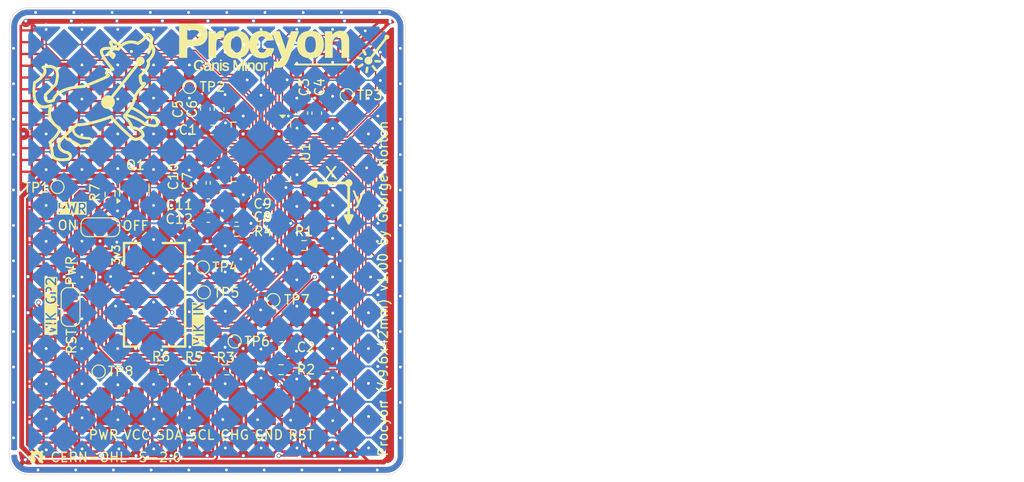
<source format=kicad_pcb>
(kicad_pcb (version 20240108) (generator "pcbnew") (generator_version "8.0")
  (title_block (title "Procyon") (date "2024-10-12") (rev "1") (company "George Norton"))
  (layers (0 "F.Cu" signal) (1 "In1.Cu" signal) (2 "In2.Cu" signal) (31 "B.Cu" signal) (34 "B.Paste" user) (35 "F.Paste" user) (36 "B.SilkS" user "B.Silkscreen") (37 "F.SilkS" user "F.Silkscreen") (38 "B.Mask" user) (39 "F.Mask" user) (44 "Edge.Cuts" user))
  (net 0 "")
  (net 1 "GND")
  (net 2 "/RESET")
  (net 3 "+3V3 IN")
  (net 4 "+3.3V")
  (net 5 "/DBG_DATA")
  (net 6 "/POWER_CONTROL")
  (net 7 "/CHANGE")
  (net 8 "/DBG_CLK")
  (net 9 "/SCL")
  (net 10 "/SDA")
  (net 11 "/X8")
  (net 12 "/Y9")
  (net 13 "/DBG_SS")
  (net 14 "/Y2")
  (net 16 "/Y4")
  (net 18 "/Y10")
  (net 19 "/Y11")
  (net 20 "/Y1")
  (net 21 "/X6")
  (net 22 "/X0")
  (net 23 "/X2")
  (net 24 "/Y6")
  (net 25 "/X5")
  (net 26 "/Y8")
  (net 27 "/X7")
  (net 28 "/X4")
  (net 29 "/Y7")
  (net 30 "/X9")
  (net 33 "/Guard")
  (net 34 "/X3")
  (net 35 "/Y0")
  (net 42 "/Y5")
  (net 44 "/X1")
  (net 53 "Net-(U1-EXCAP0)")
  (net 54 "Net-(U1-EXCAP1)")
  (net 55 "/XVDD")
  (net 56 "Net-(U1-VDDCORE)")
  (net 57 "Net-(J2-GPIO_AD2)")
  (net 61 "Net-(U1-TEST)")
  (net 62 "Net-(JP2-C)")
  (net 63 "/Y3")
  (footprint "TestPoint:TestPoint_Pad_D1.0mm" (layer "F.Cu") (at 82.884325 68.245897)
    (property "Reference" "TP1")
    (property "Value" "TestPoint")
  )
  (footprint "Resistor_SMD:R_0603_1608Metric" (layer "F.Cu") (at 101.894325 72.955897)
    (property "Reference" "R4")
    (property "Value" "10k")
  )
  (footprint "TestPoint:TestPoint_Pad_D1.0mm" (layer "F.Cu") (at 87.265 87.855)
    (property "Reference" "TP8")
    (property "Value" "TestPoint")
  )
  (footprint "Capacitor_SMD:C_0603_1608Metric" (layer "F.Cu") (at 100.034325 59.965897 90)
    (property "Reference" "C6")
    (property "Value" "1µ")
  )
  (footprint "Capacitor_SMD:C_0603_1608Metric" (layer "F.Cu") (at 110.402099 60.4099 -90)
    (property "Reference" "C4")
    (property "Value" "2.2µ")
  )
  (footprint "TestPoint:TestPoint_Pad_D1.0mm" (layer "F.Cu") (at 101.684325 84.655897)
    (property "Reference" "TP6")
    (property "Value" "TestPoint")
  )
  (footprint "NetTie:NetTie-2_SMD_Pad0.5mm" (layer "F.Cu") (at 79.114325 97.575897 -135)
    (property "Reference" "NT1" (hide yes))
    (property "Value" "NetTie_2" (hide yes))
  )
  (footprint "Capacitor_SMD:C_0603_1608Metric" (layer "F.Cu") (at 98.154325 67.805897 -90)
    (property "Reference" "C10")
    (property "Value" "2.2µ")
  )
  (footprint "TestPoint:TestPoint_Pad_D1.0mm" (layer "F.Cu") (at 113.594325 58.505897)
    (property "Reference" "TP3")
    (property "Value" "TestPoint")
  )
  (footprint "Capacitor_SMD:C_0603_1608Metric" (layer "F.Cu") (at 108.927099 60.4099 -90)
    (property "Reference" "C3")
    (property "Value" "22n")
  )
  (footprint "Capacitor_SMD:C_0603_1608Metric" (layer "F.Cu") (at 98.904325 71.485897)
    (property "Reference" "C12")
    (property "Value" "1µ")
  )
  (footprint "Resistor_SMD:R_0603_1608Metric" (layer "F.Cu") (at 97.377099 87.67)
    (property "Reference" "R5")
    (property "Value" "3.3k")
  )
  (footprint "TestPoint:TestPoint_Pad_D1.0mm" (layer "F.Cu") (at 98.414325 79.445897)
    (property "Reference" "TP5")
    (property "Value" "TestPoint")
  )
  (footprint "Capacitor_SMD:C_0603_1608Metric" (layer "F.Cu") (at 98.574325 59.965897 90)
    (property "Reference" "C5")
    (property "Value" "22n")
  )
  (footprint "Resistor_SMD:R_0603_1608Metric" (layer "F.Cu") (at 88.464325 69.025897 90)
    (property "Reference" "R7")
    (property "Value" "2M")
  )
  (footprint "Package_TO_SOT_SMD:SOT-23" (layer "F.Cu") (at 91.044325 68.565897 90)
    (property "Reference" "Q1")
    (property "Value" "AO3401A")
  )
  (footprint "Jumper:SolderJumper-3_P1.3mm_Bridged12_RoundedPad1.0x1.5mm_NumberLabels" (layer "F.Cu") (at 87.434325 72.525897)
    (property "Reference" "JP2")
    (property "Value" "PWR")
  )
  (footprint "Capacitor_SMD:C_0603_1608Metric" (layer "F.Cu") (at 98.904325 70.015897)
    (property "Reference" "C11")
    (property "Value" "22n")
  )
  (footprint "Resistor_SMD:R_0603_1608Metric" (layer "F.Cu") (at 106.614325 87.655897 180)
    (property "Reference" "R2")
    (property "Value" "10k")
  )
  (footprint "TestPoint:TestPoint_Pad_D1.0mm" (layer "F.Cu") (at 105.794325 80.265897)
    (property "Reference" "TP7")
    (property "Value" "TestPoint")
  )
  (footprint "Resistor_SMD:R_0603_1608Metric" (layer "F.Cu") (at 100.877099 87.67)
    (property "Reference" "R3")
    (property "Value" "10k")
  )
  (footprint "Capacitor_SMD:C_0603_1608Metric" (layer "F.Cu") (at 99.284325 62.185897 180)
    (property "Reference" "C1")
    (property "Value" "2.2nF")
  )
  (footprint "TestPoint:TestPoint_Pad_D1.0mm" (layer "F.Cu") (at 96.894325 57.615897)
    (property "Reference" "TP2")
    (property "Value" "TestPoint")
  )
  (footprint "Capacitor_SMD:C_0603_1608Metric" (layer "F.Cu") (at 99.614325 67.805897 -90)
    (property "Reference" "C7")
    (property "Value" "22n")
  )
  (footprint "vik:vik-module-connector-horizontal" (layer "F.Cu") (at 92.14792 79.700001 90)
    (property "Reference" "J2" (hide yes))
    (property "Value" "~")
  )
  (footprint "Capacitor_SMD:C_0603_1608Metric" (layer "F.Cu") (at 101.887899 70.0099)
    (property "Reference" "C9")
    (property "Value" "22n")
  )
  (footprint "TestPoint:TestPoint_Pad_D1.0mm" (layer "F.Cu") (at 98.314325 76.785897)
    (property "Reference" "TP4")
    (property "Value" "TestPoint")
  )
  (footprint "Capacitor_SMD:C_0603_1608Metric" (layer "F.Cu") (at 106.634325 85.191794)
    (property "Reference" "C2")
    (property "Value" "10nF")
  )
  (footprint "MaxTouch:QFN-56_EP_6x6_Pitch0.35mm" (layer "F.Cu") (at 104.482899 64.514899 -90)
    (property "Reference" "U1")
    (property "Value" "mXT336UD-MAU002")
  )
  (footprint "Test Pads:Test Pads" (layer "F.Cu") (at 98.302099 91.54502)
    (property "Reference" "J1" (hide yes))
    (property "Value" "Conn_01x07_Pin")
  )
  (footprint "Jumper:SolderJumper-3_P1.3mm_Bridged12_RoundedPad1.0x1.5mm_NumberLabels" (layer "F.Cu") (at 84.277099 80.99502 -90)
    (property "Reference" "JP1")
    (property "Value" "VIK GP2")
  )
  (footprint "Resistor_SMD:R_0603_1608Metric" (layer "F.Cu") (at 93.902099 87.67)
    (property "Reference" "R6")
    (property "Value" "3.3k")
  )
  (footprint "Capacitor_SMD:C_0603_1608Metric" (layer "F.Cu") (at 101.884325 71.475897)
    (property "Reference" "C8")
    (property "Value" "2.2µ")
  )
  (footprint "Resistor_SMD:R_0603_1608Metric" (layer "F.Cu") (at 109.052099 74.47002 180)
    (property "Reference" "R1")
    (property "Value" "10k")
  )
  (gr_line (start 81.622819 58.918999) (end 81.637676 58.957388) (stroke (width 0.299999)) (layer "F.SilkS"))
  (gr_line (start 93.424548 61.182983) (end 93.40684 61.14243) (stroke (width 0.274999)) (layer "F.SilkS"))
  (gr_line (start 92.499763 61.655152) (end 92.620835 61.68384) (stroke (width 0.274999)) (layer "F.SilkS"))
  (gr_line (start 81.055749 59.654029) (end 80.965289 59.607097) (stroke (width 0.299999)) (layer "F.SilkS"))
  (gr_line (start 82.862149 56.692314) (end 82.82913 56.884293) (stroke (width 0.299999)) (layer "F.SilkS"))
  (gr_line (start 82.536053 58.826714) (end 82.562447 58.776894) (stroke (width 0.299999)) (layer "F.SilkS"))
  (gr_line (start 83.600004 62.87733) (end 83.450137 63.039964) (stroke (width 0.299999)) (layer "F.SilkS"))
  (gr_line (start 115.148791 54.626934) (end 114.718283 54.502285) (stroke (width 0.278285)) (layer "F.SilkS"))
  (gr_line (start 80.386422 58.040276) (end 80.395349 57.774977) (stroke (width 0.299999)) (layer "F.SilkS"))
  (gr_line (start 82.257529 64.106567) (end 82.236161 63.996046) (stroke (width 0.299999)) (layer "F.SilkS"))
  (gr_line (start 84.2396 65.115375) (end 84.219169 65.148594) (stroke (width 0.299999)) (layer "F.SilkS"))
  (gr_line (start 80.456745 57.16822) (end 80.529249 57.122572) (stroke (width 0.299999)) (layer "F.SilkS"))
  (gr_line (start 89.335382 61.652347) (end 89.1474 61.459925) (stroke (width 0.299999)) (layer "F.SilkS"))
  (gr_line (start 116.362902 55.440151) (end 116.642027 55.790798) (stroke (width 0.278285)) (layer "F.SilkS"))
  (gr_line (start 92.896966 52.640896) (end 92.537982 53.985745) (stroke (width 0.299999)) (layer "F.SilkS"))
  (gr_line (start 91.862645 57.273755) (end 91.885892 57.284159) (stroke (width 0.299999)) (layer "F.SilkS"))
  (gr_line (start 89.345611 53.075241) (end 89.451464 53.143084) (stroke (width 0.299999)) (layer "F.SilkS"))
  (gr_line (start 91.780976 57.71888) (end 91.745111 57.753835) (stroke (width 0.299999)) (layer "F.SilkS"))
  (gr_line (start 84.239158 64.850329) (end 84.251789 64.876249) (stroke (width 0.299999)) (layer "F.SilkS"))
  (gr_line (start 88.60051 53.129834) (end 88.569264 53.059782) (stroke (width 0.299999)) (layer "F.SilkS"))
  (gr_line (start 91.975151 62.682935) (end 91.983235 62.750606) (stroke (width 0.299999)) (layer "F.SilkS"))
  (gr_line (start 115.756117 55.596051) (end 115.680579 56.037831) (stroke (width 0.278285)) (layer "F.SilkS"))
  (gr_line (start 88.634337 60.807507) (end 88.627154 60.769446) (stroke (width 0.299999)) (layer "F.SilkS"))
  (gr_line (start 80.523031 59.028057) (end 80.474584 58.872156) (stroke (width 0.299999)) (layer "F.SilkS"))
  (gr_line (start 87.014476 61.302898) (end 86.715901 61.382325) (stroke (width 0.299999)) (layer "F.SilkS"))
  (gr_line (start 81.596105 58.601884) (end 81.591717 58.676096) (stroke (width 0.299999)) (layer "F.SilkS"))
  (gr_line (start 91.218969 58.484564) (end 91.188765 58.555142) (stroke (width 0.299999)) (layer "F.SilkS"))
  (gr_line (start 82.278152 63.323293) (end 82.365948 63.235282) (stroke (width 0.299999)) (layer "F.SilkS"))
  (gr_line (start 82.630601 65.204371) (end 82.573539 65.166828) (stroke (width 0.299999)) (layer "F.SilkS"))
  (gr_line (start 91.444149 52.976535) (end 91.524342 52.930687) (stroke (width 0.299999)) (layer "F.SilkS"))
  (gr_line (start 90.629187 61.521781) (end 90.658065 61.582361) (stroke (width 0.299999)) (layer "F.SilkS"))
  (gr_line (start 81.603785 58.537465) (end 81.596105 58.601884) (stroke (width 0.299999)) (layer "F.SilkS"))
  (gr_line (start 93.505072 61.53912) (end 93.505967 61.489883) (stroke (width 0.274999)) (layer "F.SilkS"))
  (gr_line (start 92.050892 57.242468) (end 92.071185 57.235952) (stroke (width 0.299999)) (layer "F.SilkS"))
  (gr_line (start 84.219169 65.148594) (end 84.193479 65.182408) (stroke (width 0.299999)) (layer "F.SilkS"))
  (gr_line (start 80.580216 59.165235) (end 80.523031 59.028057) (stroke (width 0.299999)) (layer "F.SilkS"))
  (gr_line (start 91.876634 56.243537) (end 91.775041 56.337618) (stroke (width 0.299999)) (layer "F.SilkS"))
  (gr_line (start 81.859092 59.14648) (end 81.911175 59.156346) (stroke (width 0.299999)) (layer "F.SilkS"))
  (gr_line (start 80.717152 59.387629) (end 80.645227 59.284742) (stroke (width 0.299999)) (layer "F.SilkS"))
  (gr_line (start 82.373762 64.897238) (end 82.354725 64.82503) (stroke (width 0.299999)) (layer "F.SilkS"))
  (gr_line (start 93.154598 60.886845) (end 93.120359 60.874173) (stroke (width 0.274999)) (layer "F.SilkS"))
  (gr_line (start 82.692094 65.237093) (end 82.630601 65.204371) (stroke (width 0.299999)) (layer "F.SilkS"))
  (gr_line (start 80.474584 58.872156) (end 80.435788 58.696479) (stroke (width 0.299999)) (layer "F.SilkS"))
  (gr_line (start 89.419896 53.519374) (end 89.472571 53.448988) (stroke (width 0.299999)) (layer "F.SilkS"))
  (gr_line (start 88.326047 55.892349) (end 88.381994 55.867327) (stroke (width 0.299999)) (layer "F.SilkS"))
  (gr_line (start 92.213063 52.309102) (end 92.23611 52.26769) (stroke (width 0.299999)) (layer "F.SilkS"))
  (gr_line (start 81.342536 55.543223) (end 81.433503 55.515589) (stroke (width 0.299999)) (layer "F.SilkS"))
  (gr_line (start 91.153653 52.909653) (end 91.281585 52.946263) (stroke (width 0.299999)) (layer "F.SilkS"))
  (gr_line (start 83.321281 58.091199) (end 83.445709 58.028495) (stroke (width 0.299999)) (layer "F.SilkS"))
  (gr_line (start 90.584325 52.851471) (end 90.688936 52.848229) (stroke (width 0.299999)) (layer "F.SilkS"))
  (gr_line (start 84.265957 65.050899) (end 84.255091 65.082796) (stroke (width 0.299999)) (layer "F.SilkS"))
  (gr_line (start 93.002862 54.189817) (end 92.964982 54.265461) (stroke (width 0.299999)) (layer "F.SilkS"))
  (gr_line (start 82.067405 55.439544) (end 82.152805 55.447233) (stroke (width 0.299999)) (layer "F.SilkS"))
  (gr_line (start 90.022322 60.744699) (end 90.035306 60.771451) (stroke (width 0.299999)) (layer "F.SilkS"))
  (gr_line (start 91.910887 57.289173) (end 91.937691 57.288393) (stroke (width 0.299999)) (layer "F.SilkS"))
  (gr_poly (pts (xy 109.813485 51.714798) (xy 109.892533 51.719042) (xy 109.969122 51.726116) (xy 110.043253 51.736018) (xy 110.114925 51.748751) (xy 110.184138 51.764312) (xy 110.250893 51.782703) (xy 110.315189 51.803924) (xy 110.377026 51.827974) (xy 110.436405 51.854853) (xy 110.493325 51.884562) (xy 110.547786 51.9171) (xy 110.599789 51.952467) (xy 110.649333 51.990664) (xy 110.696419 52.031691) (xy 110.741045 52.075547) (xy 110.783389 52.121745) (xy 110.823001 52.170421) (xy 110.859881 52.221575) (xy 110.894029 52.275207) (xy 110.925446 52.331317) (xy 110.95413 52.389906) (xy 110.980083 52.450972) (xy 111.003304 52.514517) (xy 111.023793 52.58054) (xy 111.04155 52.649041) (xy 111.056575 52.72002) (xy 111.068868 52.793477) (xy 111.07843 52.869412) (xy 111.08526 52.947826) (xy 111.089357 53.028718) (xy 111.090723 53.112088) (xy 111.090721 53.112092) (xy 111.089297 53.1931) (xy 111.085024 53.271904) (xy 111.077901 53.348503) (xy 111.06793 53.422897) (xy 111.05511 53.495086) (xy 111.039441 53.565071) (xy 111.020923 53.63285) (xy 110.999556 53.698424) (xy 110.97534 53.761793) (xy 110.948276 53.822957) (xy 110.918362 53.881917) (xy 110.885599 53.938671) (xy 110.849988 53.993221) (xy 110.811527 54.045565) (xy 110.770218 54.095705) (xy 110.726059 54.143639) (xy 110.679384 54.188705) (xy 110.630522 54.230863) (xy 110.579476 54.270114) (xy 110.526244 54.306457) (xy 110.470826 54.339893) (xy 110.413223 54.370421) (xy 110.353434 54.398042) (xy 110.29146 54.422755) (xy 110.2273 54.444561) (xy 110.160955 54.463459) (xy 110.092425 54.47945) (xy 110.021709 54.492534) (xy 109.948807 54.50271) (xy 109.87372 54.509978) (xy 109.796448 54.514339) (xy 109.71699 54.515793) (xy 109.639064 54.51433) (xy 109.563265 54.509939) (xy 109.489593 54.502622) (xy 109.418048 54.492377) (xy 109.34863 54.479206) (xy 109.281339 54.463107) (xy 109.216174 54.444082) (xy 109.153137 54.42213) (xy 109.092226 54.39725) (xy 109.033443 54.369444) (xy 108.976786 54.338711) (xy 108.922256 54.305051) (xy 108.869854 54.268463) (xy 108.819578 54.228949) (xy 108.771429 54.186508) (xy 108.725407 54.14114) (xy 108.681853 54.093216) (xy 108.64111 54.043105) (xy 108.603176 53.99081) (xy 108.568052 53.936329) (xy 108.535739 53.879662) (xy 108.506235 53.82081) (xy 108.479541 53.759772) (xy 108.455657 53.696549) (xy 108.434582 53.631141) (xy 108.416318 53.563547) (xy 108.400864 53.493768) (xy 108.388219 53.421804) (xy 108.378385 53.347654) (xy 108.37136 53.271318) (xy 108.367145 53.192798) (xy 108.36574 53.112092) (xy 109.10256 53.112092) (xy 109.103165 53.167763) (xy 109.10498 53.221756) (xy 109.108004 53.274071) (xy 109.112239 53.324708) (xy 109.117683 53.373666) (xy 109.124337 53.420947) (xy 109.132201 53.466549) (xy 109.141274 53.510474) (xy 109.151558 53.55272) (xy 109.163051 53.593288) (xy 109.175754 53.632178) (xy 109.189667 53.669389) (xy 109.204789 53.704923) (xy 109.221122 53.738778) (xy 109.238664 53.770955) (xy 109.257416 53.801453) (xy 109.277622 53.829884) (xy 109.298901 53.85648) (xy 109.321253 53.881242) (xy 109.332832 53.892936) (xy 109.344679 53.90417) (xy 109.356794 53.914946) (xy 109.369177 53.925264) (xy 109.381829 53.935123) (xy 109.394749 53.944524) (xy 109.407938 53.953466) (xy 109.421395 53.961949) (xy 109.43512 53.969974) (xy 109.449113 53.97754) (xy 109.463375 53.984648) (xy 109.477905 53.991297) (xy 109.492703 53.997488) (xy 109.50777 54.00322) (xy 109.523105 54.008493) (xy 109.538708 54.013308) (xy 109.57072 54.021562) (xy 109.603804 54.027982) (xy 109.637962 54.032568) (xy 109.673193 54.035319) (xy 109.709498 54.036236) (xy 109.749297 54.035334) (xy 109.787834 54.032626) (xy 109.825106 54.028114) (xy 109.861116 54.021797) (xy 109.895861 54.013674) (xy 109.929344 54.003747) (xy 109.961562 53.992015) (xy 109.992518 53.978477) (xy 110.022209 53.963135) (xy 110.050638 53.945988) (xy 110.077803 53.927035) (xy 110.103704 53.906278) (xy 110.128342 53.883716) (xy 110.151716 53.859349) (xy 110.173827 53.833177) (xy 110.194675 53.8052) (xy 110.214258 53.775418) (xy 110.232579 53.74383) (xy 110.249636 53.710438) (xy 110.265429 53.675241) (xy 110.279959 53.638239) (xy 110.293226 53.599432) (xy 110.305229 53.55882) (xy 110.315969 53.516403) (xy 110.325445 53.472181) (xy 110.333657 53.426154) (xy 110.340606 53.378322) (xy 110.346292 53.328685) (xy 110.350714 53.277244) (xy 110.353873 53.223997) (xy 110.355768 53.168945) (xy 110.3564 53.11209) (xy 110.355785 53.052869) (xy 110.353941 52.995715) (xy 110.350868 52.940629) (xy 110.346565 52.887611) (xy 110.341033 52.836662) (xy 110.334272 52.787782) (xy 110.326281 52.740969) (xy 110.317061 52.696225) (xy 110.306612 52.65355) (xy 110.294933 52.612942) (xy 110.282025 52.574404) (xy 110.267888 52.537933) (xy 110.252521 52.503531) (xy 110.235925 52.471198) (xy 110.2181 52.440932) (xy 110.199045 52.412736) (xy 110.17882 52.386423) (xy 110.157483 52.361807) (xy 110.135033 52.338889) (xy 110.111471 52.317669) (xy 110.086796 52.298146) (xy 110.06101 52.280321) (xy 110.034111 52.264194) (xy 110.0061 52.249764) (xy 109.976976 52.237031) (xy 109.94674 52.225997) (xy 109.915392 52.21666) (xy 109.882932 52.20902) (xy 109.84936 52.203078) (xy 109.814675 52.198834) (xy 109.778878 52.196288) (xy 109.741968 52.195439) (xy 109.70263 52.196334) (xy 109.66454 52.19902) (xy 109.627699 52.203496) (xy 109.592107 52.209762) (xy 109.557764 52.217818) (xy 109.52467 52.227665) (xy 109.492824 52.239302) (xy 109.462228 52.25273) (xy 109.43288 52.267947) (xy 109.404781 52.284956) (xy 109.377931 52.303754) (xy 109.352329 52.324343) (xy 109.327977 52.346722) (xy 109.304873 52.370892) (xy 109.283019 52.396851) (xy 109.262413 52.424602) (xy 109.243056 52.454142) (xy 109.224947 52.485473) (xy 109.208088 52.518594) (xy 109.192477 52.553506) (xy 109.178116 52.590208) (xy 109.165003 52.6287) (xy 109.153139 52.668983) (xy 109.142523 52.711056) (xy 109.133157 52.754919) (xy 109.12504 52.800572) (xy 109.118171 52.848016) (xy 109.112551 52.897251) (xy 109.10818 52.948275) (xy 109.105058 53.00109) (xy 109.103185 53.055696) (xy 109.10256 53.112092) (xy 108.36574 53.112092) (xy 108.367145 53.031697) (xy 108.37136 52.953488) (xy 108.378385 52.877465) (xy 108.388219 52.803627) (xy 108.400864 52.731974) (xy 108.416318 52.662507) (xy 108.434582 52.595225) (xy 108.455657 52.530129) (xy 108.479541 52.467218) (xy 108.506235 52.406493) (xy 108.535739 52.347953) (xy 108.568052 52.291599) (xy 108.603176 52.23743) (xy 108.64111 52.185446) (xy 108.681853 52.135649) (xy 108.725407 52.088036) (xy 108.771487 52.042668) (xy 108.819812 52.000227) (xy 108.87038 51.960713) (xy 108.923193 51.924126) (xy 108.97825 51.890466) (xy 109.03555 51.859733) (xy 109.095095 51.831926) (xy 109.156884 51.807047) (xy 109.220916 51.785095) (xy 109.287193 51.766069) (xy 109.355714 51.749971) (xy 109.426478 51.736799) (xy 109.499487 51.726555) (xy 109.57474 51.719237) (xy 109.652237 51.714847) (xy 109.731978 51.713383)) (stroke (width 0.124999)) (fill solid) (layer "F.SilkS"))
  (gr_line (start 93.38797 61.10489) (end 93.36787 61.070269) (stroke (width 0.274999)) (layer "F.SilkS"))
  (gr_poly (pts (xy 113.941025 71.387829) (xy 113.940841 71.395267) (xy 113.940291 71.402654) (xy 113.939381 71.409979) (xy 113.938116 71.417229) (xy 113.936501 71.424391) (xy 113.934541 71.431454) (xy 113.932241 71.438405) (xy 113.929607 71.445231) (xy 113.926642 71.451921) (xy 113.923354 71.458462) (xy 113.919746 71.464842) (xy 113.915823 71.471049) (xy 113.911591 71.47707) (xy 113.907055 71.482892) (xy 113.90222 71.488505) (xy 113.897091 71.493895) (xy 113.891701 71.499024) (xy 113.886089 71.503859) (xy 113.880266 71.508395) (xy 113.874245 71.512627) (xy 113.868039 71.51655) (xy 113.861659 71.520158) (xy 113.855118 71.523447) (xy 113.848428 71.526411) (xy 113.841601 71.529045) (xy 113.83465 71.531345) (xy 113.827588 71.533305) (xy 113.820425 71.53492) (xy 113.813175 71.536185) (xy 113.805851 71.537095) (xy 113.798463 71.537644) (xy 113.791025 71.537829) (xy 113.783587 71.537644) (xy 113.776199 71.537095) (xy 113.768875 71.536185) (xy 113.761625 71.53492) (xy 113.754462 71.533305) (xy 113.7474 71.531345) (xy 113.740449 71.529045) (xy 113.733622 71.526411) (xy 113.726932 71.523447) (xy 113.720391 71.520158) (xy 113.714011 71.51655) (xy 113.707805 71.512627) (xy 113.701784 71.508395) (xy 113.695961 71.503859) (xy 113.690349 71.499024) (xy 113.684959 71.493895) (xy 113.67983 71.488505) (xy 113.674995 71.482892) (xy 113.670459 71.47707) (xy 113.666227 71.471049) (xy 113.662304 71.464842) (xy 113.658696 71.458462) (xy 113.655408 71.451921) (xy 113.652443 71.445231) (xy 113.649809 71.438405) (xy 113.647509 71.431454) (xy 113.645549 71.424391) (xy 113.643934 71.417229) (xy 113.642669 71.409979) (xy 113.641759 71.402654) (xy 113.641209 71.395267) (xy 113.641025 71.387829) (xy 113.641025 67.965954) (xy 110.21915 67.965954) (xy 110.211712 67.965769) (xy 110.204324 67.96522) (xy 110.197 67.96431) (xy 110.18975 67.963045) (xy 110.182587 67.96143) (xy 110.175525 67.95947) (xy 110.168574 67.95717) (xy 110.161747 67.954536) (xy 110.155057 67.951572) (xy 110.148516 67.948283) (xy 110.142136 67.944675) (xy 110.13593 67.940752) (xy 110.129909 67.93652) (xy 110.124086 67.931984) (xy 110.118474 67.927149) (xy 110.113084 67.92202) (xy 110.107955 67.91663) (xy 110.10312 67.911017) (xy 110.098584 67.905195) (xy 110.094352 67.899174) (xy 110.090429 67.892967) (xy 110.086821 67.886587) (xy 110.083533 67.880046) (xy 110.080568 67.873356) (xy 110.077934 67.86653) (xy 110.075634 67.859579) (xy 110.073674 67.852516) (xy 110.072059 67.845354) (xy 110.070794 67.838104) (xy 110.069884 67.830779) (xy 110.069334 67.823392) (xy 110.06915 67.815954) (xy 110.069334 67.808516) (xy 110.069884 67.801128) (xy 110.070794 67.793803) (xy 110.072059 67.786553) (xy 110.073674 67.779391) (xy 110.075634 67.772328) (xy 110.077934 67.765378) (xy 110.080568 67.758551) (xy 110.083533 67.751861) (xy 110.086821 67.74532) (xy 110.090429 67.73894) (xy 110.094352 67.732734) (xy 110.098584 67.726713) (xy 110.10312 67.72089) (xy 110.107955 67.715277) (xy 110.113084 67.709888) (xy 110.118474 67.704758) (xy 110.124086 67.699923) (xy 110.129909 67.695387) (xy 110.13593 67.691155) (xy 110.142136 67.687233) (xy 110.148516 67.683624) (xy 110.155057 67.680336) (xy 110.161747 67.677372) (xy 110.168574 67.674737) (xy 110.175525 67.672437) (xy 110.182587 67.670477) (xy 110.18975 67.668862) (xy 110.197 67.667598) (xy 110.204324 67.666688) (xy 110.211712 67.666138) (xy 110.21915 67.665954) (xy 113.941025 67.665954)) (stroke (width -0.000001)) (fill solid) (layer "F.SilkS"))
  (gr_line (start 82.410837 61.427618) (end 82.355646 61.354174) (stroke (width 0.299999)) (layer "F.SilkS"))
  (gr_line (start 89.144649 52.96663) (end 89.216724 53.002656) (stroke (width 0.299999)) (layer "F.SilkS"))
  (gr_line (start 92.438803 52.03536) (end 92.468234 52.036115) (stroke (width 0.299999)) (layer "F.SilkS"))
  (gr_line (start 82.158021 63.678324) (end 82.127138 63.583701) (stroke (width 0.299999)) (layer "F.SilkS"))
  (gr_line (start 83.961591 64.600745) (end 83.987128 64.614673) (stroke (width 0.299999)) (layer "F.SilkS"))
  (gr_line (start 92.823344 60.834968) (end 92.718008 60.836803) (stroke (width 0.274999)) (layer "F.SilkS"))
  (gr_line (start 91.953919 57.522042) (end 91.909664 57.576165) (stroke (width 0.299999)) (layer "F.SilkS"))
  (gr_line (start 88.294167 56.430182) (end 88.300924 56.414129) (stroke (width 0.299999)) (layer "F.SilkS"))
  (gr_line (start 91.041669 58.982155) (end 90.990474 59.133592) (stroke (width 0.299999)) (layer "F.SilkS"))
  (gr_line (start 92.108789 57.284203) (end 92.101792 57.301775) (stroke (width 0.299999)) (layer "F.SilkS"))
  (gr_line (start 80.390795 58.281592) (end 80.386422 58.040276) (stroke (width 0.299999)) (layer "F.SilkS"))
  (gr_line (start 92.087323 57.233243) (end 92.099518 57.234114) (stroke (width 0.299999)) (layer "F.SilkS"))
  (gr_line (start 83.927205 62.549506) (end 83.760532 62.712827) (stroke (width 0.299999)) (layer "F.SilkS"))
  (gr_line (start 91.680556 56.746212) (end 91.690623 56.832236) (stroke (width 0.299999)) (layer "F.SilkS"))
  (gr_line (start 83.200453 63.347415) (end 83.151752 63.418341) (stroke (width 0.299999)) (layer "F.SilkS"))
  (gr_line (start 80.965289 59.607097) (end 80.878095 59.547755) (stroke (width 0.299999)) (layer "F.SilkS"))
  (gr_line (start 83.422501 64.400553) (end 83.481362 64.436329) (stroke (width 0.299999)) (layer "F.SilkS"))
  (gr_line (start 83.109668 63.486129) (end 83.074766 63.550398) (stroke (width 0.299999)) (layer "F.SilkS"))
  (gr_line (start 88.653645 60.85417) (end 88.634337 60.807507) (stroke (width 0.299999)) (layer "F.SilkS"))
  (gr_line (start 91.289941 58.341007) (end 91.252484 58.413293) (stroke (width 0.299999)) (layer "F.SilkS"))
  (gr_line (start 91.913393 62.501803) (end 91.939767 62.558634) (stroke (width 0.299999)) (layer "F.SilkS"))
  (gr_line (start 90.990474 59.133592) (end 90.929773 59.293884) (stroke (width 0.299999)) (layer "F.SilkS"))
  (gr_line (start 88.213334 56.358659) (end 88.185989 56.328845) (stroke (width 0.299999)) (layer "F.SilkS"))
  (gr_line (start 88.588149 52.821842) (end 88.613536 52.815174) (stroke (width 0.299999)) (layer "F.SilkS"))
  (gr_line (start 82.093757 63.498056) (end 82.278152 63.323293) (stroke (width 0.299999)) (layer "F.SilkS"))
  (gr_line (start 88.517874 55.819599) (end 88.598642 55.797136) (stroke (width 0.299999)) (layer "F.SilkS"))
  (gr_line (start 80.407554 58.499975) (end 80.390795 58.281592) (stroke (width 0.299999)) (layer "F.SilkS"))
  (gr_line (start 83.040599 63.685268) (end 83.040499 63.737785) (stroke (width 0.299999)) (layer "F.SilkS"))
  (gr_line (start 81.536041 55.489956) (end 81.666688 55.464364) (stroke (width 0.299999)) (layer "F.SilkS"))
  (gr_line (start 88.637599 53.202023) (end 88.60051 53.129834) (stroke (width 0.299999)) (layer "F.SilkS"))
  (gr_line (start 92.099548 52.466475) (end 92.130685 52.428459) (stroke (width 0.299999)) (layer "F.SilkS"))
  (gr_line (start 91.845592 62.398272) (end 91.881846 62.448383) (stroke (width 0.299999)) (layer "F.SilkS"))
  (gr_poly (pts (xy 84.551197 62.096883) (xy 84.558673 62.193399) (xy 84.575255 62.283367) (xy 84.600308 62.367015) (xy 84.633198 62.444574) (xy 84.673291 62.516273) (xy 84.719953 62.582342) (xy 84.772551 62.643009) (xy 84.83045 62.698504) (xy 84.893017 62.749057) (xy 84.959616 62.794896) (xy 85.029615 62.836253) (xy 85.10238 62.873355) (xy 85.177276 62.906433) (xy 85.253669 62.935716) (xy 85.330926 62.961433) (xy 85.485495 63.003088) (xy 85.635909 63.033233) (xy 85.777098 63.053704) (xy 85.903989 63.066338) (xy 86.094592 63.075432) (xy 86.167143 63.0752) (xy 86.221895 63.082225) (xy 86.271597 63.0918) (xy 86.316468 63.103744) (xy 86.356724 63.117873) (xy 86.392582 63.134007) (xy 86.424259 63.151964) (xy 86.451973 63.171562) (xy 86.47594 63.192619) (xy 86.496378 63.214952) (xy 86.513504 63.238381) (xy 86.527535 63.262724) (xy 86.538688 63.287797) (xy 86.54718 63.313421) (xy 86.553229 63.339412) (xy 86.557051 63.365589) (xy 86.558864 63.39177) (xy 86.558885 63.417774) (xy 86.557331 63.443417) (xy 86.554419 63.46852) (xy 86.550367 63.492899) (xy 86.539707 63.538759) (xy 86.527091 63.579543) (xy 86.514254 63.613797) (xy 86.502935 63.640065) (xy 86.491794 63.662826) (xy 85.330061 63.91253) (xy 85.215045 63.827652) (xy 85.096857 63.747803) (xy 84.97696 63.673045) (xy 84.856815 63.603438) (xy 84.737883 63.539045) (xy 84.621625 63.479928) (xy 84.509503 63.426148) (xy 84.402979 63.377767) (xy 84.303514 63.334846) (xy 84.212569 63.297448) (xy 84.062087 63.239467) (xy 83.927671 63.192489) (xy 83.632865 62.855903) (xy 84.55346 61.993589)) (stroke (width 0.274999)) (fill none) (layer "F.SilkS"))
  (gr_line (start 92.358739 55.670631) (end 92.311745 55.743283) (stroke (width 0.299999)) (layer "F.SilkS"))
  (gr_line (start 82.365948 63.235282) (end 82.462777 63.134484) (stroke (width 0.299999)) (layer "F.SilkS"))
  (gr_line (start 82.82913 56.884293) (end 82.780798 57.094101) (stroke (width 0.299999)) (layer "F.SilkS"))
  (gr_line (start 91.998178 52.5746) (end 92.033074 52.539589) (stroke (width 0.299999)) (layer "F.SilkS"))
  (gr_line (start 92.940471 53.240903) (end 92.96734 53.278992) (stroke (width 0.299999)) (layer "F.SilkS"))
  (gr_line (start 82.467826 61.495975) (end 82.410837 61.427618) (stroke (width 0.299999)) (layer "F.SilkS"))
  (gr_poly (pts (xy 102.967109 55.89415) (xy 102.826188 55.89415) (xy 102.826188 55.047055) (xy 102.967109 55.047055)) (stroke (width 0.049999)) (fill solid) (layer "F.SilkS"))
  (gr_line (start 90.569473 59.961942) (end 90.490803 60.075276) (stroke (width 0.299999)) (layer "F.SilkS"))
  (gr_line (start 90.484267 52.861091) (end 90.584325 52.851471) (stroke (width 0.299999)) (layer "F.SilkS"))
  (gr_line (start 93.092104 53.910138) (end 93.078264 53.976475) (stroke (width 0.299999)) (layer "F.SilkS"))
  (gr_line (start 84.958645 61.636399) (end 84.694688 61.857458) (stroke (width 0.299999)) (layer "F.SilkS"))
  (gr_line (start 81.817995 55.444753) (end 81.982516 55.437063) (stroke (width 0.299999)) (layer "F.SilkS"))
  (gr_line (start 92.390618 61.626304) (end 92.499763 61.655152) (stroke (width 0.274999)) (layer "F.SilkS"))
  (gr_line (start 91.188765 58.555142) (end 91.135759 58.695514) (stroke (width 0.299999)) (layer "F.SilkS"))
  (gr_poly (pts (xy 97.521089 50.947744) (xy 97.596654 50.951169) (xy 97.669936 50.956876) (xy 97.740935 50.964867) (xy 97.809651 50.97514) (xy 97.876083 50.987697) (xy 97.940233 51.002537) (xy 98.0021 51.019659) (xy 98.061683 51.039065) (xy 98.118984 51.060754) (xy 98.174002 51.084726) (xy 98.226736 51.110981) (xy 98.277188 51.139519) (xy 98.325356 51.17034) (xy 98.371241 51.203444) (xy 98.414844 51.238831) (xy 98.45628 51.275995) (xy 98.495043 51.315051) (xy 98.531133 51.356) (xy 98.564549 51.398841) (xy 98.595292 51.443575) (xy 98.623362 51.490203) (xy 98.648759 51.538722) (xy 98.671482 51.589135) (xy 98.691532 51.64144) (xy 98.708908 51.695638) (xy 98.723611 51.751729) (xy 98.735641 51.809713) (xy 98.744998 51.869589) (xy 98.751681 51.931358) (xy 98.755691 51.99502) (xy 98.757028 52.060574) (xy 98.757028 52.060578) (xy 98.756423 52.102756) (xy 98.754608 52.144367) (xy 98.751584 52.185413) (xy 98.747349 52.225893) (xy 98.741905 52.265807) (xy 98.735251 52.305155) (xy 98.727387 52.343938) (xy 98.718314 52.382154) (xy 98.70803 52.419805) (xy 98.696537 52.45689) (xy 98.683834 52.493408) (xy 98.669921 52.529362) (xy 98.654798 52.564749) (xy 98.638465 52.59957) (xy 98.620922 52.633826) (xy 98.60217 52.667515) (xy 98.582286 52.700454) (xy 98.561348 52.732456) (xy 98.539357 52.763521) (xy 98.516311 52.793649) (xy 98.492213 52.822841) (xy 98.46706 52.851096) (xy 98.440854 52.878415) (xy 98.413594 52.904797) (xy 98.38528 52.930242) (xy 98.355913 52.95475) (xy 98.325492 52.978322) (xy 98.294017 53.000957) (xy 98.261488 53.022656) (xy 98.227906 53.043418) (xy 98.19327 53.063243) (xy 98.15758 53.082131) (xy 98.121247 53.099673) (xy 98.084055 53.116084) (xy 98.046004 53.131363) (xy 98.007095 53.14551) (xy 97.967327 53.158525) (xy 97.9267 53.170409) (xy 97.885215 53.181161) (xy 97.842872 53.190781) (xy 97.799669 53.199269) (xy 97.755608 53.206626) (xy 97.710689 53.21285) (xy 97.664911 53.217944) (xy 97.618274 53.221905) (xy 97.570779 53.224734) (xy 97.522425 53.226432) (xy 97.473212 53.226998) (xy 96.59902 53.226998) (xy 96.59902 54.465851) (xy 95.862202 54.465851) (xy 95.862202 52.660008) (xy 96.599021 52.660008) (xy 97.380799 52.660008) (xy 97.418343 52.659423) (xy 97.454793 52.657666) (xy 97.490151 52.654739) (xy 97.524417 52.650642) (xy 97.557589 52.645373) (xy 97.589669 52.638934) (xy 97.620656 52.631323) (xy 97.65055 52.622542) (xy 97.679352 52.612591) (xy 97.70706 52.601468) (xy 97.733677 52.589174) (xy 97.7592 52.57571) (xy 97.78363 52.561075) (xy 97.806968 52.545269) (xy 97.829213 52.528292) (xy 97.850366 52.510144) (xy 97.870328 52.490582) (xy 97.889002 52.469985) (xy 97.906388 52.448355) (xy 97.922487 52.42569) (xy 97.937297 52.401991) (xy 97.95082 52.377258) (xy 97.963054 52.351491) (xy 97.974001 52.32469) (xy 97.98366 52.296854) (xy 97.992032 52.267984) (xy 97.999115 52.23808) (xy 98.00491 52.207142) (xy 98.009418 52.17517) (xy 98.012637 52.142164) (xy 98.014569 52.108123) (xy 98.015213 52.07305) (xy 98.014574 52.038938) (xy 98.012657 52.005907) (xy 98.009462 51.973959) (xy 98.004988 51.943094) (xy 97.999237 51.913312) (xy 97.992207 51.884612) (xy 97.983899 51.856996) (xy 97.974313 51.830463) (xy 97.963449 51.805013) (xy 97.951307 51.780646) (xy 97.937887 51.757361) (xy 97.923189 51.73516) (xy 97.907212 51.714042) (xy 97.889958 51.694007) (xy 97.871425 51.675055) (xy 97.851614 51.657185) (xy 97.830525 51.640399) (xy 97.808158 51.624696) (xy 97.784513 51.610075) (xy 97.75959 51.596538) (xy 97.733388 51.584084) (xy 97.705909 51.572712) (xy 97.677151 51.562424) (xy 97.647115 51.553219) (xy 97.615802 51.545096) (xy 97.58321 51.538057) (xy 97.549339 51.5321) (xy 97.514191 51.527227) (xy 97.477765 51.523436) (xy 97.44006 51.520729) (xy 97.401078 51.519104) (xy 97.360817 51.518563) (xy 96.599021 51.518563) (xy 96.599021 52.660008) (xy 95.862202 52.660008) (xy 95.862202 50.946603) (xy 97.443241 50.946603)) (stroke (width 0.124999)) (fill solid) (layer "F.SilkS"))
  (gr_line (start 82.573539 65.166828) (end 82.521454 65.124191) (stroke (width 0.299999)) (layer "F.SilkS"))
  (gr_line (start 92.333637 52.08357) (end 92.357593 52.063178) (stroke (width 0.299999)) (layer "F.SilkS"))
  (gr_line (start 88.627154 60.769446) (end 88.244835 60.911383) (stroke (width 0.299999)) (layer "F.SilkS"))
  (gr_line (start 83.091119 62.220265) (end 83.103932 62.164211) (stroke (width 0.299999)) (layer "F.SilkS"))
  (gr_poly (pts (xy 102.967109 54.866989) (xy 102.826188 54.866989) (xy 102.826188 54.732331) (xy 102.967109 54.732331)) (stroke (width 0.049999)) (fill solid) (layer "F.SilkS"))
  (gr_line (start 91.051384 61.974731) (end 91.156331 62.001812) (stroke (width 0.299999)) (layer "F.SilkS"))
  (gr_line (start 81.413878 55.599745) (end 81.342536 55.543223) (stroke (width 0.299999)) (layer "F.SilkS"))
  (gr_line (start 88.644444 52.812765) (end 88.681187 52.814903) (stroke (width 0.299999)) (layer "F.SilkS"))
  (gr_line (start 82.143326 59.745844) (end 82.194735 59.586244) (stroke (width 0.299999)) (layer "F.SilkS"))
  (gr_line (start 91.937691 57.288393) (end 91.96637 57.281414) (stroke (width 0.299999)) (layer "F.SilkS"))
  (gr_line (start 91.252484 58.413293) (end 91.218969 58.484564) (stroke (width 0.299999)) (layer "F.SilkS"))
  (gr_line (start 88.11533 56.205281) (end 88.1096 56.180991) (stroke (width 0.299999)) (layer "F.SilkS"))
  (gr_line (start 85.506 61.612368) (end 85.223537 61.634251) (stroke (width 0.299999)) (layer "F.SilkS"))
  (gr_line (start 85.39758 57.586572) (end 85.674401 57.571171) (stroke (width 0.299999)) (layer "F.SilkS"))
  (gr_line (start 92.96734 53.278992) (end 92.998916 53.331288) (stroke (width 0.299999)) (layer "F.SilkS"))
  (gr_line (start 93.015381 53.362577) (end 93.031716 53.397196) (stroke (width 0.299999)) (layer "F.SilkS"))
  (gr_poly (pts (xy 100.346508 51.71147) (xy 100.377768 51.713226) (xy 100.392783 51.714544) (xy 100.407389 51.716153) (xy 100.421585 51.718056) (xy 100.435371 51.720251) (xy 100.448747 51.722739) (xy 100.461714 51.72552) (xy 100.474271 51.728593) (xy 100.486418 51.731959) (xy 100.498155 51.735617) (xy 100.509482 51.739569) (xy 100.5204 51.743812) (xy 100.530907 51.748349) (xy 100.530907 52.335305) (xy 100.489071 52.326525) (xy 100.448483 52.318915) (xy 100.409144 52.312476) (xy 100.371055 52.307207) (xy 100.334214 52.303109) (xy 100.298622 52.300182) (xy 100.264279 52.298426) (xy 100.231185 52.297841) (xy 100.198851 52.29867) (xy 100.167415 52.301158) (xy 100.136877 52.305304) (xy 100.107236 52.31111) (xy 100.078493 52.318573) (xy 100.050648 52.327696) (xy 100.0237 52.338476) (xy 99.99765 52.350916) (xy 99.972497 52.365014) (xy 99.948242 52.380771) (xy 99.924885 52.398187) (xy 99.902425 52.417261) (xy 99.880863 52.437993) (xy 99.860199 52.460385) (xy 99.840432 52.484435) (xy 99.821563 52.510144) (xy 99.80402 52.537482) (xy 99.787609 52.56642) (xy 99.77233 52.596958) (xy 99.758183 52.629097) (xy 99.745168 52.662835) (xy 99.733284 52.698174) (xy 99.722532 52.735112) (xy 99.712912 52.773651) (xy 99.704424 52.813789) (xy 99.697068 52.855528) (xy 99.690843 52.898867) (xy 99.68575 52.943807) (xy 99.681789 52.990346) (xy 99.678959 53.038485) (xy 99.677262 53.088225) (xy 99.676696 53.139565) (xy 99.676696 54.46584) (xy 98.974843 54.465843) (xy 98.974843 52.397755) (xy 98.974375 52.291291) (xy 98.97297 52.194194) (xy 98.970629 52.106463) (xy 98.967351 52.0281) (xy 98.964697 51.955352) (xy 98.961732 51.886977) (xy 98.958454 51.822973) (xy 98.954864 51.763341) (xy 99.624246 51.763341) (xy 99.626197 51.777468) (xy 99.628304 51.797372) (xy 99.630568 51.823051) (xy 99.632988 51.854507) (xy 99.638296 51.934745) (xy 99.644229 52.038087) (xy 99.649693 52.142209) (xy 99.653595 52.227287) (xy 99.655936 52.293319) (xy 99.656716 52.340306) (xy 99.666707 52.340306) (xy 99.691957 52.271776) (xy 99.716505 52.208553) (xy 99.74035 52.150638) (xy 99.763492 52.09803) (xy 99.785933 52.050729) (xy 99.80767 52.008737) (xy 99.828705 51.972052) (xy 99.849038 51.940674) (xy 99.859146 51.926244) (xy 99.869488 51.912302) (xy 99.880064 51.898847) (xy 99.890874 51.885881) (xy 99.901918 51.873402) (xy 99.913197 51.861411) (xy 99.92471 51.849908) (xy 99.936457 51.838893) (xy 99.948438 51.828366) (xy 99.960653 51.818326) (xy 99.973103 51.808775) (xy 99.985786 51.799711) (xy 99.998704 51.791135) (xy 100.011856 51.783047) (xy 100.025243 51.775447) (xy 100.038863 51.768334) (xy 100.052815 51.761377) (xy 100.067196 51.754869) (xy 100.082006 51.74881) (xy 100.097246 51.7432) (xy 100.112915 51.738039) (xy 100.129013 51.733326) (xy 100.145541 51.729062) (xy 100.162498 51.725247) (xy 100.179884 51.721881) (xy 100.1977 51.718964) (xy 100.215945 51.716495) (xy 100.234619 51.714475) (xy 100.253722 51.712904) (xy 100.273255 51.711782) (xy 100.293217 51.711109) (xy 100.313609 51.710885)) (stroke (width 0.124999)) (fill solid) (layer "F.SilkS"))
  (gr_line (start 92.476665 54.850762) (end 92.492371 54.87566) (stroke (width 0.299999)) (layer "F.SilkS"))
  (gr_line (start 90.391403 60.661651) (end 90.51337 60.697363) (stroke (width 0.274999)) (layer "F.SilkS"))
  (gr_line (start 83.055699 63.872128) (end 83.064171 63.910336) (stroke (width 0.299999)) (layer "F.SilkS"))
  (gr_line (start 92.920004 54.343246) (end 92.867491 54.423098) (stroke (width 0.299999)) (layer "F.SilkS"))
  (gr_line (start 82.127138 63.583701) (end 82.093757 63.498056) (stroke (width 0.299999)) (layer "F.SilkS"))
  (gr_line (start 87.551833 53.823266) (end 87.560438 53.774199) (stroke (width 0.299999)) (layer "F.SilkS"))
  (gr_line (start 92.602574 60.843025) (end 92.476496 60.852869) (stroke (width 0.274999)) (layer "F.SilkS"))
  (gr_line (start 90.816031 61.930706) (end 90.957217 61.954395) (stroke (width 0.299999)) (layer "F.SilkS"))
  (gr_line (start 81.591717 58.676096) (end 81.593073 58.756252) (stroke (width 0.299999)) (layer "F.SilkS"))
  (gr_line (start 93.495914 61.582322) (end 93.505072 61.53912) (stroke (width 0.274999)) (layer "F.SilkS"))
  (gr_line (start 82.005479 59.652045) (end 81.866345 59.691511) (stroke (width 0.299999)) (layer "F.SilkS"))
  (gr_line (start 81.622064 58.441444) (end 81.612306 58.486686) (stroke (width 0.299999)) (layer "F.SilkS"))
  (gr_line (start 91.498834 62.131633) (end 91.555093 62.16142) (stroke (width 0.299999)) (layer "F.SilkS"))
  (gr_line (start 92.507438 54.906759) (end 92.515445 54.926964) (stroke (width 0.299999)) (layer "F.SilkS"))
  (gr_line (start 87.622536 54.140157) (end 87.594982 54.068754) (stroke (width 0.299999)) (layer "F.SilkS"))
  (gr_line (start 84.089511 64.6835) (end 84.130586 64.717852) (stroke (width 0.299999)) (layer "F.SilkS"))
  (gr_line (start 88.814875 52.843383) (end 88.902735 52.86943) (stroke (width 0.299999)) (layer "F.SilkS"))
  (gr_line (start 82.402762 55.508968) (end 82.480897 55.544911) (stroke (width 0.299999)) (layer "F.SilkS"))
  (gr_line (start 90.564036 61.407587) (end 90.597717 61.463543) (stroke (width 0.299999)) (layer "F.SilkS"))
  (gr_line (start 93.005899 60.84753) (end 92.963604 60.842121) (stroke (width 0.274999)) (layer "F.SilkS"))
  (gr_line (start 88.037308 53.52097) (end 88.188241 53.510125) (stroke (width 0.299999)) (layer "F.SilkS"))
  (gr_line (start 83.775639 64.557206) (end 83.865171 64.580596) (stroke (width 0.299999)) (layer "F.SilkS"))
  (gr_line (start 82.268196 59.110098) (end 82.361067 59.078366) (stroke (width 0.299999)) (layer "F.SilkS"))
  (gr_line (start 92.274268 52.182691) (end 92.291749 52.142998) (stroke (width 0.299999)) (layer "F.SilkS"))
  (gr_line (start 91.429177 63.139833) (end 91.382525 63.154312) (stroke (width 0.299999)) (layer "F.SilkS"))
  (gr_line (start 81.812736 59.131366) (end 81.859092 59.14648) (stroke (width 0.299999)) (layer "F.SilkS"))
  (gr_line (start 90.336857 61.116247) (end 90.414824 61.205321) (stroke (width 0.299999)) (layer "F.SilkS"))
  (gr_line (start 92.522171 55.299242) (end 92.507141 55.353449) (stroke (width 0.299999)) (layer "F.SilkS"))
  (gr_line (start 90.929773 59.293884) (end 90.894277 59.378158) (stroke (width 0.299999)) (layer "F.SilkS"))
  (gr_line (start 91.969286 56.152511) (end 91.876634 56.243537) (stroke (width 0.299999)) (layer "F.SilkS"))
  (gr_poly (pts (xy 98.858487 55.031706) (xy 98.877524 55.032568) (xy 98.895944 55.034006) (xy 98.913745 55.036018) (xy 98.930929 55.038605) (xy 98.947496 55.041767) (xy 98.963444 55.045505) (xy 98.978775 55.049817) (xy 98.993488 55.054704) (xy 99.007583 55.060166) (xy 99.02106 55.066203) (xy 99.03392 55.072815) (xy 99.046162 55.080002) (xy 99.057786 55.087763) (xy 99.068792 55.0961) (xy 99.079181 55.105011) (xy 99.088946 55.11437) (xy 99.09808 55.124242) (xy 99.106585 55.134628) (xy 99.11446 55.145528) (xy 99.121705 55.156941) (xy 99.12832 55.168868) (xy 99.134305 55.181309) (xy 99.13966 55.194264) (xy 99.144385 55.207732) (xy 99.14848 55.221714) (xy 99.151945 55.23621) (xy 99.15478 55.25122) (xy 99.156985 55.266743) (xy 99.15856 55.28278) (xy 99.159505 55.299331) (xy 99.15982 55.316395) (xy 99.15982 55.681225) (xy 99.160077 55.696406) (xy 99.160847 55.710634) (xy 99.161425 55.717389) (xy 99.162131 55.723906) (xy 99.162966 55.730185) (xy 99.16393 55.736225) (xy 99.165021 55.742026) (xy 99.166241 55.747589) (xy 99.16759 55.752913) (xy 99.169067 55.757999) (xy 99.170672 55.762846) (xy 99.172406 55.767455) (xy 99.174268 55.771824) (xy 99.176259 55.775955) (xy 99.177316 55.777882) (xy 99.17843 55.779748) (xy 99.179603 55.781552) (xy 99.180834 55.783295) (xy 99.182123 55.784978) (xy 99.18347 55.786598) (xy 99.184875 55.788158) (xy 99.186338 55.789657) (xy 99.18786 55.791094) (xy 99.189439 55.792471) (xy 99.191077 55.793786) (xy 99.192773 55.79504) (xy 99.194527 55.796233) (xy 99.196339 55.797364) (xy 99.198209 55.798435) (xy 99.200137 55.799444) (xy 99.202123 55.800392) (xy 99.204168 55.801279) (xy 99.20627 55.802105) (xy 99.208431 55.80287) (xy 99.21065 55.803573) (xy 99.212926 55.804215) (xy 99.215261 55.804797) (xy 99.217654 55.805317) (xy 99.220106 55.805775) (xy 99.222615 55.806173) (xy 99.225182 55.806509) (xy 99.227808 55.806785) (xy 99.230491 55.806999) (xy 99.233233 55.807152) (xy 99.238891 55.807274) (xy 99.244065 55.807189) (xy 99.249411 55.806932) (xy 99.254928 55.806505) (xy 99.260616 55.805906) (xy 99.266475 55.805136) (xy 99.272506 55.804196) (xy 99.278708 55.803083) (xy 99.285081 55.8018) (xy 99.285081 55.889481) (xy 99.271735 55.892416) (xy 99.258315 55.894961) (xy 99.244823 55.897113) (xy 99.231257 55.898874) (xy 99.217617 55.900244) (xy 99.203904 55.901222) (xy 99.190118 55.901809) (xy 99.176259 55.902005) (xy 99.166638 55.901846) (xy 99.157347 55.901368) (xy 99.148386 55.900573) (xy 99.139756 55.89946) (xy 99.131456 55.898029) (xy 99.123486 55.89628) (xy 99.115846 55.894213) (xy 99.108537 55.891827) (xy 99.101558 55.889124) (xy 99.09491 55.886103) (xy 99.088592 55.882763) (xy 99.082604 55.879105) (xy 99.076946 55.87513) (xy 99.071619 55.870836) (xy 99.066622 55.866224) (xy 99.061956 55.861294) (xy 99.057671 55.855927) (xy 99.053625 55.850198) (xy 99.049817 55.844109) (xy 99.046249 55.837659) (xy 99.042918 55.830848) (xy 99.039826 55.823677) (xy 99.036973 55.816144) (xy 99.034358 55.808251) (xy 99.031982 55.799996) (xy 99.029844 55.791381) (xy 99.027945 55.782405) (xy 99.026284 55.773069) (xy 99.024862 55.763371) (xy 99.023679 55.753313) (xy 99.022734 55.742893) (xy 99.022027 55.732113) (xy 99.017329 55.732113) (xy 99.010507 55.744028) (xy 99.003543 55.755502) (xy 98.996439 55.766536) (xy 98.989194 55.77713) (xy 98.981808 55.787283) (xy 98.974282 55.796996) (xy 98.966615 55.806268) (xy 98.958808 55.8151) (xy 98.950859 55.823492) (xy 98.94277 55.831443) (xy 98.93454 55.838954) (xy 98.92617 55.846025) (xy 98.917659 55.852655) (xy 98.909007 55.858845) (xy 98.900215 55.864595) (xy 98.891282 55.869904) (xy 98.882255 55.874739) (xy 98.872982 55.879262) (xy 98.863465 55.883473) (xy 98.853703 55.887373) (xy 98.843697 55.89096) (xy 98.833446 55.894235) (xy 98.82295 55.897199) (xy 98.81221 55.89985) (xy 98.801225 55.90219) (xy 98.789995 55.904217) (xy 98.77852 55.905933) (xy 98.766801 55.907337) (xy 98.754838 55.908429) (xy 98.742629 55.909208) (xy 98.730176 55.909676) (xy 98.717479 55.909832) (xy 98.717485 55.909813) (xy 98.701781 55.90955) (xy 98.686572 55.908761) (xy 98.671859 55.907446) (xy 98.657642 55.905605) (xy 98.643919 55.903238) (xy 98.630693 55.900345) (xy 98.617961 55.896926) (xy 98.605726 55.892981) (xy 98.593985 55.88851) (xy 98.58274 55.883513) (xy 98.571991 55.87799) (xy 98.561736 55.871941) (xy 98.551978 55.865366) (xy 98.542714 55.858264) (xy 98.533946 55.850637) (xy 98.525674 55.842484) (xy 98.5179 55.833872) (xy 98.510627 55.824868) (xy 98.503857 55.815473) (xy 98.497587 55.805687) (xy 98.491819 55.795509) (xy 98.486553 55.78494) (xy 98.481789 55.773979) (xy 98.477526 55.762627) (xy 98.473764 55.750883) (xy 98.470504 55.738748) (xy 98.467746 55.726222) (xy 98.465489 55.713304) (xy 98.463733 55.699995) (xy 98.462479 55.686294) (xy 98.461727 55.672202) (xy 98.461517 55.660054) (xy 98.606315 55.660054) (xy 98.606458 55.668543) (xy 98.60689 55.676788) (xy 98.607608 55.684788) (xy 98.608615 55.692543) (xy 98.609908 55.700054) (xy 98.611489 55.70732) (xy 98.613358 55.714342) (xy 98.615514 55.721119) (xy 98.617958 55.727651) (xy 98.620689 55.733939) (xy 98.623707 55.739981) (xy 98.627013 55.74578) (xy 98.630606 55.751333) (xy 98.634487 55.756642) (xy 98.638656 55.761706) (xy 98.643111 55.766526) (xy 98.647931 55.771076) (xy 98.652995 55.775333) (xy 98.658304 55.779296) (xy 98.663858 55.782966) (xy 98.669656 55.786342) (xy 98.675699 55.789424) (xy 98.681987 55.792214) (xy 98.688519 55.794709) (xy 98.695296 55.796911) (xy 98.702318 55.798819) (xy 98.709584 55.800434) (xy 98.717095 55.801755) (xy 98.72485 55.802783) (xy 98.732851 55.803517) (xy 98.741096 55.803957) (xy 98.749585 55.804104) (xy 98.749583 55.804119) (xy 98.759205 55.803982) (xy 98.768691 55.803569) (xy 98.778043 55.802881) (xy 98.787261 55.801918) (xy 98.796343 55.800679) (xy 98.805292 55.799166) (xy 98.814105 55.797377) (xy 98.822784 55.795313) (xy 98.831329 55.792973) (xy 98.839739 55.790359) (xy 98.848015 55.787469) (xy 98.856156 55.784304) (xy 98.864162 55.780863) (xy 98.872034 55.777148) (xy 98.879771 55.773157) (xy 98.887374 55.768891) (xy 98.894809 55.764386) (xy 98.902041 55.759679) (xy 98.909072 55.754771) (xy 98.915901 55.749661) (xy 98.922528 55.744349) (xy 98.928954 55.738835) (xy 98.935177 55.733119) (xy 98.941199 55.727202) (xy 98.947018 55.721082) (xy 98.952636 55.714761) (xy 98.958052 55.708238) (xy 98.963266 55.701512) (xy 98.968279 55.694585) (xy 98.973089 55.687456) (xy 98.977698 55.680125) (xy 98.982104 55.672592) (xy 98.986371 55.664849) (xy 98.990362 55.657081) (xy 98.994077 55.649289) (xy 98.997518 55.641472) (xy 99.000683 55.633631) (xy 99.003573 55.625766) (xy 99.006188 55.617876) (xy 99.008527 55.609961) (xy 99.010592 55.602022) (xy 99.012381 55.594059) (xy 99.013895 55.586071) (xy 99.015133 55.578059) (xy 99.016096 55.570022) (xy 99.016785 55.561961) (xy 99.017197 55.553875) (xy 99.017335 55.545765) (xy 99.017335 55.476086) (xy 98.863105 55.47921) (xy 98.838994 55.479856) (xy 98.816375 55.481044) (xy 98.795249 55.482775) (xy 98.775616 55.485047) (xy 98.757475 55.487862) (xy 98.740826 55.49122) (xy 98.725669 55.495119) (xy 98.71865 55.497273) (xy 98.712005 55.499562) (xy 98.705735 55.501991) (xy 98.699649 55.504579) (xy 98.693747 55.507326) (xy 98.688028 55.510232) (xy 98.682493 55.513297) (xy 98.677141 55.51652) (xy 98.671973 55.519903) (xy 98.666988 55.523444) (xy 98.662187 55.527145) (xy 98.657569 55.531004) (xy 98.653135 55.535022) (xy 98.648884 55.539199) (xy 98.644816 55.543535) (xy 98.640933 55.54803) (xy 98.637232 55.552683) (xy 98.633716 55.557495) (xy 98.630398 55.562483) (xy 98.627294 55.567661) (xy 98.624404 55.573028) (xy 98.621728 55.578585) (xy 98.619266 55.584331) (xy 98.617019 55.590267) (xy 98.614985 55.596393) (xy 98.613165 55.602708) (xy 98.61156 55.609212) (xy 98.610168 55.615907) (xy 98.608991 55.622791) (xy 98.608027 55.629864) (xy 98.607278 55.637127) (xy 98.606743 55.64458) (xy 98.606422 55.652222) (xy 98.606315 55.660054) (xy 98.461517 55.660054) (xy 98.461476 55.657719) (xy 98.461813 55.641517) (xy 98.462822 55.625793) (xy 98.464504 55.610545) (xy 98.466859 55.595774) (xy 98.469886 55.581481) (xy 98.473587 55.567664) (xy 98.47796 55.554324) (xy 98.483006 55.541461) (xy 98.488725 55.529076) (xy 98.495116 55.517167) (xy 98.502181 55.505735) (xy 98.509918 55.49478) (xy 98.518328 55.484302) (xy 98.527411 55.474301) (xy 98.537167 55.464778) (xy 98.547595 55.455731) (xy 98.558871 55.44718) (xy 98.570972 55.439143) (xy 98.583899 55.43162) (xy 98.597652 55.424611) (xy 98.612231 55.418115) (xy 98.627635 55.412133) (xy 98.643865 55.406665) (xy 98.66092 55.401711) (xy 98.678802 55.397271) (xy 98.697509 55.393344) (xy 98.717041 55.389931) (xy 98.7374 55.387032) (xy 98.758584 55.384647) (xy 98.780594 55.382775) (xy 98.803429 55.381418) (xy 98.82709 55.380574) (xy 99.017335 55.377449) (xy 99.017335 55.331261) (xy 99.017164 55.318572) (xy 99.01665 55.306342) (xy 99.015794 55.294571) (xy 99.014595 55.283259) (xy 99.013054 55.272405) (xy 99.01117 55.26201) (xy 99.008943 55.252074) (xy 99.006374 55.242597) (xy 99.003463 55.233578) (xy 99.000209 55.225019) (xy 98.996613 55.216918) (xy 98.992674 55.209275) (xy 98.988392 55.202092) (xy 98.983768 55.195367) (xy 98.978802 55.1891) (xy 98.973493 55.183293) (xy 98.967817 55.177889) (xy 98.961749 55.172833) (xy 98.95529 55.168127) (xy 98.94844 55.163769) (xy 98.941198 55.15976) (xy 98.933565 55.156099) (xy 98.92554 55.152787) (xy 98.917124 55.149824) (xy 98.908316 55.147209) (xy 98.899117 55.144943) (xy 98.889526 55.143026) (xy 98.879544 55.141457) (xy 98.869171 55.140237) (xy 98.858406 55.139366) (xy 98.84725 55.138843) (xy 98.835702 55.138668) (xy 98.824062 55.138794) (xy 98.812827 55.13917) (xy 98.801994 55.139797) (xy 98.791566 55.140675) (xy 98.781541 55.141803) (xy 98.77192 55.143182) (xy 98.762703 55.144812) (xy 98.753889 55.146693) (xy 98.745479 55.148825) (xy 98.737473 55.151207) (xy 98.72987 55.15384) (xy 98.722671 55.156723) (xy 98.715876 55.159858) (xy 98.709484 55.163243) (xy 98.703496 55.166879) (xy 98.697911 55.170765) (xy 98.692664 55.174928) (xy 98.687685 55.17939) (xy 98.682975 55.184152) (xy 98.678535 55.189213) (xy 98.674364 55.194574) (xy 98.670462 55.200235) (xy 98.666828 55.206195) (xy 98.663464 55.212456) (xy 98.660369 55.219015) (xy 98.657544 55.225875) (xy 98.654987 55.233034) (xy 98.652699 55.240492) (xy 98.650681 55.248251) (xy 98.648931 55.256309) (xy 98.647451 55.264666) (xy 98.646239 55.273323) (xy 98.499055 55.260021) (xy 98.501567 55.245957) (xy 98.504602 55.232339) (xy 98.508161 55.219168) (xy 98.512242 55.206443) (xy 98.516846 55.194165) (xy 98.521973 55.182333) (xy 98.527623 55.170947) (xy 98.533796 55.160008) (xy 98.540492 55.149516) (xy 98.54771 55.13947) (xy 98.555452 55.12987) (xy 98.563717 55.120717) (xy 98.572505 55.11201) (xy 98.581815 55.10375) (xy 98.591649 55.095937) (xy 98.602006 55.088569) (xy 98.612885 55.081649) (xy 98.624288 55.075175) (xy 98.636213 55.069147) (xy 98.648661 55.063566) (xy 98.661633 55.058431) (xy 98.675127 55.053743) (xy 98.689144 55.049501) (xy 98.703684 55.045706) (xy 98.718748 55.042357) (xy 98.734334 55.039455) (xy 98.750443 55.036999) (xy 98.767075 55.03499) (xy 98.78423 55.033427) (xy 98.801907 55.032311) (xy 98.820108 55.031641) (xy 98.838832 55.031418)) (stroke (width 0.049999)) (fill solid) (layer "F.SilkS"))
  (gr_line (start 82.474889 65.076187) (end 82.434389 65.022543) (stroke (width 0.299999)) (layer "F.SilkS"))
  (gr_line (start 92.468234 52.036115) (end 92.49847 52.041337) (stroke (width 0.299999)) (layer "F.SilkS"))
  (gr_line (start 84.694688 61.857458) (end 84.418936 62.097159) (stroke (width 0.299999)) (layer "F.SilkS"))
  (gr_line (start 82.103671 59.899126) (end 82.143326 59.745844) (stroke (width 0.299999)) (layer "F.SilkS"))
  (gr_line (start 87.655746 54.214664) (end 87.622536 54.140157) (stroke (width 0.299999)) (layer "F.SilkS"))
  (gr_line (start 83.207742 58.155398) (end 83.321281 58.091199) (stroke (width 0.299999)) (layer "F.SilkS"))
  (gr_line (start 92.92465 52.579386) (end 92.919657 52.602739) (stroke (width 0.299999)) (layer "F.SilkS"))
  (gr_line (start 93.246528 60.937578) (end 93.217615 60.918452) (stroke (width 0.274999)) (layer "F.SilkS"))
  (gr_line (start 90.51337 60.697363) (end 90.650056 60.740943) (stroke (width 0.274999)) (layer "F.SilkS"))
  (gr_line (start 83.865171 64.580596) (end 83.961591 64.600745) (stroke (width 0.299999)) (layer "F.SilkS"))
  (gr_line (start 82.642937 61.671345) (end 82.58454 61.617757) (stroke (width 0.299999)) (layer "F.SilkS"))
  (gr_poly (pts (xy 97.941883 54.774886) (xy 97.963223 54.775693) (xy 97.984111 54.777039) (xy 98.004546 54.778922) (xy 98.024528 54.781344) (xy 98.044058 54.784305) (xy 98.063135 54.787803) (xy 98.081759 54.79184) (xy 98.099931 54.796415) (xy 98.11765 54.801528) (xy 98.134916 54.807179) (xy 98.15173 54.813369) (xy 98.168092 54.820097) (xy 98.184 54.827363) (xy 98.199456 54.835167) (xy 98.214459 54.84351) (xy 98.228992 54.852382) (xy 98.243035 54.861773) (xy 98.256589 54.871685) (xy 98.269654 54.882116) (xy 98.282229 54.893067) (xy 98.294315 54.904538) (xy 98.305911 54.916529) (xy 98.317019 54.92904) (xy 98.327637 54.942071) (xy 98.337766 54.955622) (xy 98.347405 54.969692) (xy 98.356555 54.984283) (xy 98.365216 54.999393) (xy 98.373388 55.015024) (xy 98.38107 55.031174) (xy 98.388263 55.047844) (xy 98.246558 55.094818) (xy 98.241579 55.082959) (xy 98.236233 55.071454) (xy 98.230521 55.060303) (xy 98.224441 55.049508) (xy 98.217994 55.039067) (xy 98.21118 55.028981) (xy 98.204 55.019249) (xy 98.196452 55.009873) (xy 98.188537 55.000851) (xy 98.180256 54.992184) (xy 98.171607 54.983871) (xy 98.162592 54.975914) (xy 98.153209 54.968311) (xy 98.14346 54.961063) (xy 98.133343 54.95417) (xy 98.12286 54.947632) (xy 98.112165 54.94147) (xy 98.10122 54.935706) (xy 98.090024 54.930339) (xy 98.078577 54.925369) (xy 98.06688 54.920797) (xy 98.054931 54.916623) (xy 98.042732 54.912846) (xy 98.030282 54.909467) (xy 98.017582 54.906485) (xy 98.00463 54.903901) (xy 97.991428 54.901714) (xy 97.977975 54.899925) (xy 97.964271 54.898533) (xy 97.950317 54.897539) (xy 97.936112 54.896943) (xy 97.921657 54.896744) (xy 97.899077 54.897206) (xy 97.877131 54.898591) (xy 97.855822 54.9009) (xy 97.835148 54.904133) (xy 97.815111 54.908289) (xy 97.79571 54.913368) (xy 97.776945 54.919372) (xy 97.758816 54.926298) (xy 97.741323 54.934149) (xy 97.724466 54.942923) (xy 97.708245 54.95262) (xy 97.692661 54.963241) (xy 97.677712 54.974786) (xy 97.6634 54.987254) (xy 97.649724 55.000646) (xy 97.636684 55.014962) (xy 97.624359 55.029983) (xy 97.61283 55.04569) (xy 97.602095 55.062082) (xy 97.592156 55.079159) (xy 97.583012 55.09692) (xy 97.574663 55.115367) (xy 97.56711 55.134499) (xy 97.560351 55.154316) (xy 97.554387 55.174818) (xy 97.549219 55.196005) (xy 97.544846 55.217877) (xy 97.541268 55.240434) (xy 97.538485 55.263677) (xy 97.536497 55.287604) (xy 97.535304 55.312216) (xy 97.534907 55.337513) (xy 97.535319 55.362551) (xy 97.536558 55.386971) (xy 97.538622 55.410773) (xy 97.541512 55.433957) (xy 97.545228 55.456523) (xy 97.549769 55.478472) (xy 97.555137 55.499803) (xy 97.561329 55.520516) (xy 97.568348 55.540612) (xy 97.576192 55.560089) (xy 97.584862 55.578949) (xy 97.594358 55.597191) (xy 97.604679 55.614816) (xy 97.615826 55.631822) (xy 97.627799 55.648211) (xy 97.640598 55.663983) (xy 97.654197 55.678867) (xy 97.668378 55.692791) (xy 97.68314 55.705754) (xy 97.698483 55.717758) (xy 97.714407 55.728801) (xy 97.730912 55.738884) (xy 97.747998 55.748006) (xy 97.765666 55.756168) (xy 97.783914 55.76337) (xy 97.802743 55.769612) (xy 97.822154 55.774893) (xy 97.842145 55.779214) (xy 97.862718 55.782575) (xy 97.883871 55.784976) (xy 97.905606 55.786416) (xy 97.927921 55.786896) (xy 97.956439 55.786) (xy 97.984058 55.783312) (xy 98.010777 55.778832) (xy 98.036598 55.772559) (xy 98.061519 55.764495) (xy 98.085541 55.754639) (xy 98.108664 55.74299) (xy 98.130888 55.729549) (xy 98.152212 55.714316) (xy 98.172638 55.697291) (xy 98.192165 55.678474) (xy 98.210792 55.657865) (xy 98.22852 55.635464) (xy 98.24535 55.61127) (xy 98.26128 55.585285) (xy 98.276311 55.557507) (xy 98.398442 55.618573) (xy 98.389711 55.636117) (xy 98.380546 55.65313) (xy 98.370946 55.66961) (xy 98.360912 55.685558) (xy 98.350444 55.700975) (xy 98.339541 55.715859) (xy 98.328205 55.730211) (xy 98.316434 55.744031) (xy 98.304228 55.757319) (xy 98.291589 55.770074) (xy 98.278515 55.782298) (xy 98.265007 55.79399) (xy 98.251065 55.805149) (xy 98.236688 55.815776) (xy 98.221877 55.825871) (xy 98.206632 55.835434) (xy 98.191111 55.844441) (xy 98.175279 55.852867) (xy 98.159135 55.860712) (xy 98.142679 55.867976) (xy 98.12591 55.874658) (xy 98.10883 55.880759) (xy 98.091438 55.88628) (xy 98.073734 55.891219) (xy 98.055719 55.895577) (xy 98.037391 55.899354) (xy 98.018751 55.90255) (xy 97.999799 55.905165) (xy 97.980536 55.907198) (xy 97.96096 55.908651) (xy 97.941073 55.909523) (xy 97.920874 55.909813) (xy 97.900203 55.909544) (xy 97.879882 55.908737) (xy 97.859909 55.907391) (xy 97.840284 55.905507) (xy 97.821008 55.903085) (xy 97.802081 55.900125) (xy 97.783503 55.896627) (xy 97.765273 55.89259) (xy 97.747391 55.888015) (xy 97.729859 55.882902) (xy 97.712675 55.87725) (xy 97.695839 55.871061) (xy 97.679353 55.864333) (xy 97.663214 55.857067) (xy 97.647425 55.849262) (xy 97.631984 55.84092) (xy 97.617039 55.831981) (xy 97.60254 55.822583) (xy 97.588487 55.812726) (xy 97.574881 55.802411) (xy 97.561722 55.791637) (xy 97.549009 55.780404) (xy 97.536743 55.768713) (xy 97.524923 55.756563) (xy 97.513549 55.743953) (xy 97.502622 55.730886) (xy 97.492142 55.717359) (xy 97.482108 55.703374) (xy 97.47252 55.68893) (xy 97.463379 55.674027) (xy 97.454685 55.658666) (xy 97.446437 55.642845) (xy 97.438758 55.626515) (xy 97.431574 55.609818) (xy 97.424886 55.592753) (xy 97.418693 55.575322) (xy 97.412996 55.557523) (xy 97.407794 55.539358) (xy 97.403087 55.520825) (xy 97.398876 55.501926) (xy 97.39516 55.482659) (xy 97.39194 55.463026) (xy 97.389215 55.443025) (xy 97.386986 55.422658) (xy 97.385252 55.401923) (xy 97.384013 55.380821) (xy 97.38327 55.359353) (xy 97.383022 55.337517) (xy 97.383579 55.304984) (xy 97.385249 55.273344) (xy 97.388032 55.242597) (xy 97.391928 55.212743) (xy 97.396937 55.183782) (xy 97.40306 55.155714) (xy 97.410296 55.128539) (xy 97.418644 55.102257) (xy 97.428106 55.076868) (xy 97.438682 55.052372) (xy 97.45037 55.028769) (xy 97.463172 55.006059) (xy 97.477087 54.984242) (xy 97.492115 54.963318) (xy 97.508256 54.943287) (xy 97.52551 54.924149) (xy 97.543749 54.906041) (xy 97.562844 54.889102) (xy 97.582796 54.873331) (xy 97.603604 54.858728) (xy 97.625268 54.845293) (xy 97.647789 54.833027) (xy 97.671166 54.821929) (xy 97.695399 54.811999) (xy 97.720488 54.803238) (xy 97.746434 54.795644) (xy 97.773236 54.789219) (xy 97.800895 54.783962) (xy 97.829409 54.779873) (xy 97.85878 54.776953) (xy 97.889007 54.775201) (xy 97.920091 54.774617)) (stroke (width 0.049999)) (fill solid) (layer "F.SilkS"))
  (gr_line (start 82.863983 62.652829) (end 82.948645 62.525151) (stroke (width 0.299999)) (layer "F.SilkS"))
  (gr_line (start 92.476496 60.852869) (end 92.339229 60.865567) (stroke (width 0.274999)) (layer "F.SilkS"))
  (gr_line (start 88.538818 52.96373) (end 88.534298 52.935266) (stroke (width 0.299999)) (layer "F.SilkS"))
  (gr_line (start 90.200092 60.449228) (end 90.082849 60.586272) (stroke (width 0.299999)) (layer "F.SilkS"))
  (gr_line (start 81.57262 55.912069) (end 81.564648 55.846546) (stroke (width 0.299999)) (layer "F.SilkS"))
  (gr_line (start 90.506411 62.754845) (end 90.151058 62.431567) (stroke (width 0.299999)) (layer "F.SilkS"))
  (gr_line (start 87.694087 54.291818) (end 87.655746 54.214664) (stroke (width 0.299999)) (layer "F.SilkS"))
  (gr_line (start 92.560453 52.063874) (end 92.591748 52.080533) (stroke (width 0.299999)) (layer "F.SilkS"))
  (gr_line (start 83.102408 62.011453) (end 83.086986 61.966699) (stroke (width 0.299999)) (layer "F.SilkS"))
  (gr_line (start 90.050993 52.986263) (end 90.128835 52.952722) (stroke (width 0.299999)) (layer "F.SilkS"))
  (gr_line (start 82.186454 63.779923) (end 82.158021 63.678324) (stroke (width 0.299999)) (layer "F.SilkS"))
  (gr_line (start 88.381994 55.867327) (end 88.445797 55.843037) (stroke (width 0.299999)) (layer "F.SilkS"))
  (gr_line (start 81.704956 59.059338) (end 81.735974 59.087314) (stroke (width 0.299999)) (layer "F.SilkS"))
  (gr_line (start 91.841081 57.258366) (end 91.862645 57.273755) (stroke (width 0.299999)) (layer "F.SilkS"))
  (gr_line (start 83.450137 63.039964) (end 83.315448 63.197676) (stroke (width 0.299999)) (layer "F.SilkS"))
  (gr_line (start 91.984296 62.822095) (end 91.951701 62.848086) (stroke (width 0.299999)) (layer "F.SilkS"))
  (gr_line (start 90.911967 52.863) (end 91.030459 52.882076) (stroke (width 0.299999)) (layer "F.SilkS"))
  (gr_line (start 86.410983 61.455727) (end 86.104505 61.520363) (stroke (width 0.299999)) (layer "F.SilkS"))
  (gr_line (start 91.194461 63.18617) (end 91.14808 63.18613) (stroke (width 0.299999)) (layer "F.SilkS"))
  (gr_line (start 91.885892 57.284159) (end 91.910887 57.289173) (stroke (width 0.299999)) (layer "F.SilkS"))
  (gr_line (start 83.151752 63.418341) (end 83.109668 63.486129) (stroke (width 0.299999)) (layer "F.SilkS"))
  (gr_line (start 80.395349 57.774977) (end 80.418485 57.484643) (stroke (width 0.299999)) (layer "F.SilkS"))
  (gr_line (start 91.038453 59.966249) (end 90.966727 59.934552) (stroke (width 0.274999)) (layer "F.SilkS"))
  (gr_line (start 93.456749 61.273515) (end 93.441161 61.226646) (stroke (width 0.274999)) (layer "F.SilkS"))
  (gr_line (start 93.047486 53.435069) (end 93.062254 53.476123) (stroke (width 0.299999)) (layer "F.SilkS"))
  (gr_line (start 91.704135 56.919372) (end 91.721598 57.004379) (stroke (width 0.299999)) (layer "F.SilkS"))
  (gr_line (start 82.88597 56.358872) (end 82.880786 56.517421) (stroke (width 0.299999)) (layer "F.SilkS"))
  (gr_line (start 82.878634 56.215925) (end 82.88597 56.358872) (stroke (width 0.299999)) (layer "F.SilkS"))
  (gr_line (start 91.491828 58.035249) (end 91.432284 58.114826) (stroke (width 0.299999)) (layer "F.SilkS"))
  (gr_line (start 83.047609 63.610767) (end 83.043155 63.645235) (stroke (width 0.299999)) (layer "F.SilkS"))
  (gr_poly (pts (xy 115.910555 54.405304) (xy 115.931757 54.406916) (xy 115.952651 54.409571) (xy 115.97321 54.413243) (xy 115.993408 54.417905) (xy 116.01322 54.423531) (xy 116.032618 54.430094) (xy 116.051577 54.43757) (xy 116.07007 54.44593) (xy 116.088072 54.45515) (xy 116.105555 54.465203) (xy 116.122494 54.476062) (xy 116.138863 54.487702) (xy 116.154634 54.500096) (xy 116.169783 54.513218) (xy 116.184282 54.527041) (xy 116.198106 54.541541) (xy 116.211228 54.556689) (xy 116.223622 54.572461) (xy 116.235261 54.588829) (xy 116.246121 54.605768) (xy 116.256174 54.623251) (xy 116.265393 54.641252) (xy 116.273754 54.659745) (xy 116.281229 54.678704) (xy 116.287793 54.698103) (xy 116.293419 54.717914) (xy 116.298081 54.738112) (xy 116.301752 54.758671) (xy 116.304407 54.779565) (xy 116.306019 54.800767) (xy 116.306563 54.822251) (xy 116.306565 54.822249) (xy 116.306052 54.842951) (xy 116.304522 54.863513) (xy 116.301989 54.8839) (xy 116.298468 54.904078) (xy 116.293973 54.924013) (xy 116.288518 54.94367) (xy 116.282117 54.963016) (xy 116.274784 54.982016) (xy 116.266534 55.000636) (xy 116.257381 55.018842) (xy 116.247338 55.036599) (xy 116.236421 55.053873) (xy 116.224642 55.07063) (xy 116.212017 55.086837) (xy 116.19856 55.102457) (xy 116.184285 55.117459) (xy 116.169283 55.131734) (xy 116.153662 55.145192) (xy 116.137456 55.157817) (xy 116.120698 55.169595) (xy 116.103424 55.180513) (xy 116.085667 55.190556) (xy 116.067461 55.199709) (xy 116.048841 55.207959) (xy 116.029841 55.215292) (xy 116.010495 55.221693) (xy 115.990838 55.227148) (xy 115.970903 55.231643) (xy 115.950725 55.235163) (xy 115.930338 55.237696) (xy 115.909777 55.239226) (xy 115.889075 55.239739) (xy 115.868373 55.239226) (xy 115.847812 55.237696) (xy 115.827425 55.235164) (xy 115.807248 55.231644) (xy 115.787313 55.227149) (xy 115.767656 55.221694) (xy 115.74831 55.215294) (xy 115.72931 55.207961) (xy 115.71069 55.199711) (xy 115.692484 55.190558) (xy 115.674727 55.180516) (xy 115.657452 55.169598) (xy 115.640695 55.15782) (xy 115.624489 55.145195) (xy 115.608868 55.131738) (xy 115.593867 55.117462) (xy 115.579591 55.102461) (xy 115.566133 55.08684) (xy 115.553508 55.070633) (xy 115.541729 55.053876) (xy 115.530812 55.036601) (xy 115.520769 55.018844) (xy 115.511615 55.000638) (xy 115.503365 54.982018) (xy 115.496032 54.963018) (xy 115.489631 54.943672) (xy 115.484176 54.924014) (xy 115.479681 54.90408) (xy 115.47616 54.883902) (xy 115.473628 54.863515) (xy 115.472098 54.842953) (xy 115.471585 54.822251) (xy 115.472128 54.800767) (xy 115.47374 54.779565) (xy 115.476395 54.758671) (xy 115.480066 54.738112) (xy 115.484728 54.717914) (xy 115.490353 54.698103) (xy 115.496917 54.678704) (xy 115.504392 54.659745) (xy 115.512752 54.641252) (xy 115.521972 54.623251) (xy 115.532025 54.605768) (xy 115.542884 54.588829) (xy 115.554523 54.572461) (xy 115.566917 54.556689) (xy 115.580039 54.541541) (xy 115.593863 54.527041) (xy 115.608362 54.513218) (xy 115.62351 54.500096) (xy 115.639281 54.487702) (xy 115.65565 54.476062) (xy 115.672588 54.465203) (xy 115.690072 54.45515) (xy 115.708073 54.44593) (xy 115.726566 54.43757) (xy 115.745525 54.430094) (xy 115.764923 54.423531) (xy 115.784734 54.417905) (xy 115.804933 54.413243) (xy 115.825492 54.409571) (xy 115.846385 54.406916) (xy 115.867587 54.405304) (xy 115.889071 54.404761)) (stroke (width -0.000001)) (fill solid) (layer "F.SilkS"))
  (gr_poly (pts (xy 105.117376 55.031521) (xy 105.124459 55.031888) (xy 105.131566 55.0325) (xy 105.138697 55.033356) (xy 105.145854 55.034456) (xy 105.153034 55.035801) (xy 105.16024 55.03739) (xy 105.167469 55.039223) (xy 105.167469 55.1684) (xy 105.163873 55.167453) (xy 105.16013 55.166567) (xy 105.15624 55.165742) (xy 105.152203 55.164978) (xy 105.143689 55.163633) (xy 105.134588 55.162533) (xy 105.124899 55.161677) (xy 105.114623 55.161065) (xy 105.10376 55.160698) (xy 105.09231 55.160576) (xy 105.081512 55.160873) (xy 105.071037 55.161763) (xy 105.060887 55.163246) (xy 105.051061 55.165323) (xy 105.04156 55.167992) (xy 105.032382 55.171256) (xy 105.023529 55.175112) (xy 105.014999 55.179562) (xy 105.006794 55.184605) (xy 104.998913 55.190241) (xy 104.991357 55.196471) (xy 104.984124 55.203294) (xy 104.977216 55.21071) (xy 104.970631 55.21872) (xy 104.964371 55.227323) (xy 104.958435 55.236519) (xy 104.952842 55.246171) (xy 104.947609 55.256336) (xy 104.942738 55.267016) (xy 104.938227 55.278209) (xy 104.934077 55.289915) (xy 104.930288 55.302136) (xy 104.92686 55.31487) (xy 104.923792 55.328118) (xy 104.921086 55.34188) (xy 104.91874 55.356156) (xy 104.916756 55.370945) (xy 104.915132 55.386248) (xy 104.913869 55.402065) (xy 104.912967 55.418396) (xy 104.912426 55.43524) (xy 104.912245 55.452599) (xy 104.912245 55.89415) (xy 104.771324 55.89415) (xy 104.771324 55.244347) (xy 104.771031 55.198548) (xy 104.77015 55.1504) (xy 104.768682 55.099904) (xy 104.766627 55.047058) (xy 104.89972 55.047058) (xy 104.904416 55.16234) (xy 104.90559 55.198402) (xy 104.905981 55.220078) (xy 104.909113 55.220078) (xy 104.917689 55.193949) (xy 104.922096 55.181692) (xy 104.926582 55.169973) (xy 104.931148 55.158792) (xy 104.935793 55.14815) (xy 104.940518 55.138045) (xy 104.945323 55.128479) (xy 104.950206 55.119452) (xy 104.95517 55.110962) (xy 104.960213 55.103011) (xy 104.965335 55.095598) (xy 104.970537 55.088723) (xy 104.975819 55.082386) (xy 104.98118 55.076588) (xy 104.98662 55.071327) (xy 104.992241 55.066492) (xy 104.998144 55.061969) (xy 105.004327 55.057758) (xy 105.010792 55.053859) (xy 105.017539 55.050271) (xy 105.024566 55.046996) (xy 105.031876 55.044033) (xy 105.039466 55.041381) (xy 105.047338 55.039042) (xy 105.055491 55.037014) (xy 105.063925 55.035298) (xy 105.072641 55.033895) (xy 105.081638 55.032803) (xy 105.090917 55.032023) (xy 105.100476 55.031555) (xy 105.110318 55.031399)) (stroke (width 0.049999)) (fill solid) (layer "F.SilkS"))
  (gr_line (start 92.23611 52.26769) (end 92.256586 52.225539) (stroke (width 0.299999)) (layer "F.SilkS"))
  (gr_line (start 89.625345 53.280658) (end 89.673633 53.235932) (stroke (width 0.299999)) (layer "F.SilkS"))
  (gr_line (start 82.525948 61.559328) (end 82.467826 61.495975) (stroke (width 0.299999)) (layer "F.SilkS"))
  (gr_line (start 88.902735 52.86943) (end 88.987252 52.899199) (stroke (width 0.299999)) (layer "F.SilkS"))
  (gr_line (start 91.909664 57.576165) (end 91.864955 57.628225) (stroke (width 0.299999)) (layer "F.SilkS"))
  (gr_line (start 81.330984 56.448957) (end 81.383548 56.383142) (stroke (width 0.299999)) (layer "F.SilkS"))
  (gr_line (start 82.339933 64.678058) (end 82.320873 64.518356) (stroke (width 0.299999)) (layer "F.SilkS"))
  (gr_line (start 92.895118 52.432975) (end 92.907538 52.465117) (stroke (width 0.299999)) (layer "F.SilkS"))
  (gr_line (start 82.182889 59.133694) (end 82.268196 59.110098) (stroke (width 0.299999)) (layer "F.SilkS"))
  (gr_poly (pts (xy 102.653552 55.894146) (xy 102.518891 55.89415) (xy 102.518891 55.158226) (xy 102.519331 55.097748) (xy 102.520652 55.038443) (xy 102.522854 54.980313) (xy 102.525937 54.923355) (xy 102.507245 54.989608) (xy 102.489532 55.048228) (xy 102.481042 55.074675) (xy 102.472797 55.099214) (xy 102.464797 55.121845) (xy 102.457042 55.142567) (xy 102.172067 55.894146) (xy 102.067159 55.894146) (xy 101.77827 55.142567) (xy 101.734427 55.009476) (xy 101.708592 54.923355) (xy 101.710942 55.010258) (xy 101.714074 55.158226) (xy 101.714074 55.89415) (xy 101.580981 55.89415) (xy 101.580981 54.791046) (xy 101.777488 54.791046) (xy 102.071074 55.555939) (xy 102.078806 55.579474) (xy 102.086341 55.60389) (xy 102.093681 55.629187) (xy 102.100825 55.655365) (xy 102.107626 55.679782) (xy 102.113156 55.700578) (xy 102.117413 55.717752) (xy 102.120398 55.731304) (xy 102.122172 55.722974) (xy 102.124362 55.71364) (xy 102.126967 55.703304) (xy 102.129989 55.691964) (xy 102.133426 55.679622) (xy 102.137279 55.666276) (xy 102.141548 55.651927) (xy 102.146233 55.636574) (xy 102.155579 55.60746) (xy 102.163261 55.584316) (xy 102.169279 55.56714) (xy 102.171665 55.560791) (xy 102.173634 55.555935) (xy 102.461741 54.791043) (xy 102.653552 54.791043)) (stroke (width 0.049999)) (fill solid) (layer "F.SilkS"))
  (gr_line (start 88.122496 54.949818) (end 88.002467 54.78489) (stroke (width 0.299999)) (layer "F.SilkS"))
  (gr_line (start 83.046976 65.337961) (end 82.971492 65.325242) (stroke (width 0.299999)) (layer "F.SilkS"))
  (gr_line (start 93.120359 60.874173) (end 93.084208 60.86346) (stroke (width 0.274999)) (layer "F.SilkS"))
  (gr_line (start 92.738119 54.588705) (end 92.700387 54.631283) (stroke (width 0.299999)) (layer "F.SilkS"))
  (gr_line (start 91.997564 61.423767) (end 92.081305 61.489024) (stroke (width 0.274999)) (layer "F.SilkS"))
  (gr_line (start 90.85291 63.062875) (end 90.506411 62.754845) (stroke (width 0.299999)) (layer "F.SilkS"))
  (gr_line (start 90.286457 60.633383) (end 90.391403 60.661651) (stroke (width 0.274999)) (layer "F.SilkS"))
  (gr_line (start 89.092447 53.578496) (end 89.353181 53.624436) (stroke (width 0.299999)) (layer "F.SilkS"))
  (gr_line (start 92.795439 52.267192) (end 92.819632 52.299933) (stroke (width 0.299999)) (layer "F.SilkS"))
  (gr_line (start 84.062186 57.801993) (end 84.248469 57.753782) (stroke (width 0.299999)) (layer "F.SilkS"))
  (gr_line (start 91.743518 57.084021) (end 91.756307 57.120818) (stroke (width 0.299999)) (layer "F.SilkS"))
  (gr_line (start 82.354725 64.82503) (end 82.339933 64.678058) (stroke (width 0.299999)) (layer "F.SilkS"))
  (gr_line (start 90.490803 60.075276) (end 90.403437 60.194053) (stroke (width 0.299999)) (layer "F.SilkS"))
  (gr_line (start 84.189995 64.778896) (end 84.207944 64.80161) (stroke (width 0.299999)) (layer "F.SilkS"))
  (gr_line (start 81.969289 59.160481) (end 82.033742 59.158405) (stroke (width 0.299999)) (layer "F.SilkS"))
  (gr_line (start 93.078264 53.976475) (end 93.059067 54.04525) (stroke (width 0.299999)) (layer "F.SilkS"))
  (gr_line (start 90.762387 61.924253) (end 90.816031 61.930706) (stroke (width 0.299999)) (layer "F.SilkS"))
  (gr_line (start 92.879891 52.400057) (end 92.895118 52.432975) (stroke (width 0.299999)) (layer "F.SilkS"))
  (gr_line (start 93.217615 60.918452) (end 93.186994 60.901573) (stroke (width 0.274999)) (layer "F.SilkS"))
  (gr_line (start 82.952081 61.895815) (end 82.861313 61.838933) (stroke (width 0.299999)) (layer "F.SilkS"))
  (gr_line (start 84.015247 64.631567) (end 84.05022 64.654624) (stroke (width 0.299999)) (layer "F.SilkS"))
  (gr_line (start 91.852663 52.703328) (end 91.926166 52.641315) (stroke (width 0.299999)) (layer "F.SilkS"))
  (gr_line (start 81.866345 59.691511) (end 81.70379 59.723416) (stroke (width 0.299999)) (layer "F.SilkS"))
  (gr_line (start 88.346852 53.508514) (end 88.508495 53.51441) (stroke (width 0.299999)) (layer "F.SilkS"))
  (gr_line (start 83.729205 57.909448) (end 83.889263 57.854038) (stroke (width 0.299999)) (layer "F.SilkS"))
  (gr_line (start 88.1096 56.180991) (end 88.106711 56.15597) (stroke (width 0.299999)) (layer "F.SilkS"))
  (gr_line (start 83.713391 65.342124) (end 83.577475 65.353256) (stroke (width 0.299999)) (layer "F.SilkS"))
  (gr_line (start 90.706522 61.710803) (end 90.72534 61.77879) (stroke (width 0.299999)) (layer "F.SilkS"))
  (gr_line (start 83.692743 64.53083) (end 83.775639 64.557206) (stroke (width 0.299999)) (layer "F.SilkS"))
  (gr_line (start 92.807008 54.504942) (end 92.773641 54.546588) (stroke (width 0.299999)) (layer "F.SilkS"))
  (gr_line (start 93.105456 53.785076) (end 93.101023 53.846314) (stroke (width 0.299999)) (layer "F.SilkS"))
  (gr_line (start 92.291749 52.142998) (end 92.311614 52.110067) (stroke (width 0.299999)) (layer "F.SilkS"))
  (gr_line (start 83.074766 63.550398) (end 83.047609 63.610767) (stroke (width 0.299999)) (layer "F.SilkS"))
  (gr_line (start 82.355646 61.354174) (end 82.302915 61.27556) (stroke (width 0.299999)) (layer "F.SilkS"))
  (gr_poly (pts (xy 88.285669 58.503336) (xy 88.322763 58.506156) (xy 88.359318 58.510801) (xy 88.395288 58.517225) (xy 88.430627 58.525381) (xy 88.465289 58.535224) (xy 88.499227 58.546708) (xy 88.532397 58.559786) (xy 88.564753 58.574414) (xy 88.596248 58.590544) (xy 88.626836 58.608132) (xy 88.656472 58.627132) (xy 88.685109 58.647496) (xy 88.712703 58.66918) (xy 88.739206 58.692138) (xy 88.764574 58.716324) (xy 88.788759 58.741691) (xy 88.811717 58.768195) (xy 88.833401 58.795788) (xy 88.853766 58.824426) (xy 88.872765 58.854062) (xy 88.890353 58.88465) (xy 88.906483 58.916145) (xy 88.921111 58.9485) (xy 88.93419 58.98167) (xy 88.945673 59.015609) (xy 88.955516 59.050271) (xy 88.963672 59.085609) (xy 88.970096 59.121579) (xy 88.974741 59.158134) (xy 88.977562 59.195229) (xy 88.978512 59.232817) (xy 88.977562 59.270405) (xy 88.974741 59.307499) (xy 88.970096 59.344054) (xy 88.963672 59.380024) (xy 88.955516 59.415363) (xy 88.945673 59.450025) (xy 88.93419 59.483964) (xy 88.921111 59.517134) (xy 88.906483 59.549489) (xy 88.890353 59.580984) (xy 88.872765 59.611572) (xy 88.853766 59.641208) (xy 88.833401 59.669846) (xy 88.811717 59.697439) (xy 88.788759 59.723942) (xy 88.764574 59.74931) (xy 88.739206 59.773495) (xy 88.712703 59.796453) (xy 88.685109 59.818137) (xy 88.656472 59.838502) (xy 88.626836 59.857501) (xy 88.596248 59.875089) (xy 88.564753 59.89122) (xy 88.532397 59.905847) (xy 88.499227 59.918926) (xy 88.465289 59.93041) (xy 88.430627 59.940252) (xy 88.395288 59.948409) (xy 88.359318 59.954832) (xy 88.322763 59.959477) (xy 88.285669 59.962298) (xy 88.248081 59.963248) (xy 88.210493 59.962298) (xy 88.173398 59.959477) (xy 88.136843 59.954832) (xy 88.100873 59.948409) (xy 88.065535 59.940252) (xy 88.030873 59.93041) (xy 87.996934 59.918926) (xy 87.963764 59.905847) (xy 87.931409 59.89122) (xy 87.899914 59.875089) (xy 87.869326 59.857501) (xy 87.83969 59.838502) (xy 87.811052 59.818137) (xy 87.783459 59.796453) (xy 87.756955 59.773495) (xy 87.731588 59.74931) (xy 87.707402 59.723942) (xy 87.684444 59.697439) (xy 87.66276 59.669846) (xy 87.642396 59.641208) (xy 87.623396 59.611572) (xy 87.605808 59.580984) (xy 87.589678 59.549489) (xy 87.57505 59.517134) (xy 87.561972 59.483964) (xy 87.550488 59.450025) (xy 87.540645 59.415363) (xy 87.532489 59.380024) (xy 87.526066 59.344054) (xy 87.52142 59.307499) (xy 87.5186 59.270405) (xy 87.517649 59.232817) (xy 87.5186 59.195229) (xy 87.52142 59.158134) (xy 87.526066 59.121579) (xy 87.532489 59.085609) (xy 87.540645 59.050271) (xy 87.550488 59.015609) (xy 87.561972 58.98167) (xy 87.57505 58.9485) (xy 87.589678 58.916145) (xy 87.605808 58.88465) (xy 87.623396 58.854062) (xy 87.642396 58.824426) (xy 87.66276 58.795788) (xy 87.684444 58.768195) (xy 87.707402 58.741691) (xy 87.731588 58.716324) (xy 87.756955 58.692138) (xy 87.783459 58.66918) (xy 87.811052 58.647496) (xy 87.83969 58.627132) (xy 87.869326 58.608132) (xy 87.899914 58.590544) (xy 87.931409 58.574414) (xy 87.963764 58.559786) (xy 87.996934 58.546708) (xy 88.030873 58.535224) (xy 88.065535 58.525381) (xy 88.100873 58.517225) (xy 88.136843 58.510801) (xy 88.173398 58.506156) (xy 88.210493 58.503336) (xy 88.248081 58.502385)) (stroke (width -0.000001)) (fill solid) (layer "F.SilkS"))
  (gr_line (start 83.019405 62.399508) (end 83.048377 62.338222) (stroke (width 0.299999)) (layer "F.SilkS"))
  (gr_line (start 115.553671 54.148831) (end 115.359812 53.744748) (stroke (width 0.278285)) (layer "F.SilkS"))
  (gr_line (start 89.673633 53.235932) (end 89.726032 53.191211) (stroke (width 0.299999)) (layer "F.SilkS"))
  (gr_line (start 93.299505 60.982954) (end 93.273802 60.959047) (stroke (width 0.274999)) (layer "F.SilkS"))
  (gr_line (start 91.14808 63.18613) (end 91.102354 63.182295) (stroke (width 0.299999)) (layer "F.SilkS"))
  (gr_line (start 91.996015 57.467678) (end 91.953919 57.522042) (stroke (width 0.299999)) (layer "F.SilkS"))
  (gr_line (start 92.544804 55.155116) (end 92.540622 55.200074) (stroke (width 0.299999)) (layer "F.SilkS"))
  (gr_line (start 92.160131 52.38953) (end 92.187663 52.349729) (stroke (width 0.299999)) (layer "F.SilkS"))
  (gr_line (start 91.110648 60.000822) (end 91.038453 59.966249) (stroke (width 0.274999)) (layer "F.SilkS"))
  (gr_line (start 93.10584 53.726499) (end 93.105456 53.785076) (stroke (width 0.299999)) (layer "F.SilkS"))
  (gr_line (start 82.727475 58.545853) (end 82.786066 58.482487) (stroke (width 0.299999)) (layer "F.SilkS"))
  (gr_line (start 90.035306 60.771451) (end 90.052554 60.79942) (stroke (width 0.299999)) (layer "F.SilkS"))
  (gr_line (start 92.129289 55.979634) (end 92.053378 56.064543) (stroke (width 0.299999)) (layer "F.SilkS"))
  (gr_line (start 83.01135 58.286417) (end 83.104596 58.220627) (stroke (width 0.299999)) (layer "F.SilkS"))
  (gr_line (start 80.878095 59.547755) (end 80.795078 59.47495) (stroke (width 0.299999)) (layer "F.SilkS"))
  (gr_line (start 91.335527 63.166483) (end 91.288384 63.176048) (stroke (width 0.299999)) (layer "F.SilkS"))
  (gr_line (start 92.620835 61.68384) (end 92.749337 61.709968) (stroke (width 0.274999)) (layer "F.SilkS"))
  (gr_line (start 93.031716 53.397196) (end 93.047486 53.435069) (stroke (width 0.299999)) (layer "F.SilkS"))
  (gr_line (start 93.298936 61.731582) (end 93.345864 61.718296) (stroke (width 0.274999)) (layer "F.SilkS"))
  (gr_line (start 87.777062 53.577276) (end 87.835469 53.558333) (stroke (width 0.299999)) (layer "F.SilkS"))
  (gr_line (start 88.576748 55.515364) (end 88.363199 55.2587) (stroke (width 0.299999)) (layer "F.SilkS"))
  (gr_line (start 91.821491 57.676404) (end 91.780976 57.71888) (stroke (width 0.299999)) (layer "F.SilkS"))
  (gr_line (start 88.145392 56.272547) (end 88.133644 56.251181) (stroke (width 0.299999)) (layer "F.SilkS"))
  (gr_line (start 92.053378 56.064543) (end 91.969286 56.152511) (stroke (width 0.299999)) (layer "F.SilkS"))
  (gr_line (start 82.400499 64.962984) (end 82.373762 64.897238) (stroke (width 0.299999)) (layer "F.SilkS"))
  (gr_line (start 88.684268 60.90879) (end 88.653645 60.85417) (stroke (width 0.299999)) (layer "F.SilkS"))
  (gr_line (start 82.321414 55.481202) (end 82.402762 55.508968) (stroke (width 0.299999)) (layer "F.SilkS"))
  (gr_line (start 82.462777 63.134484) (end 82.564818 63.023369) (stroke (width 0.299999)) (layer "F.SilkS"))
  (gr_line (start 92.713695 52.175462) (end 92.742244 52.204629) (stroke (width 0.299999)) (layer "F.SilkS"))
  (gr_line (start 88.567973 52.832484) (end 88.588149 52.821842) (stroke (width 0.299999)) (layer "F.SilkS"))
  (gr_line (start 115.235579 55.247402) (end 114.855814 55.485401) (stroke (width 0.278285)) (layer "F.SilkS"))
  (gr_line (start 81.431295 56.316415) (end 81.47344 56.249045) (stroke (width 0.299999)) (layer "F.SilkS"))
  (gr_line (start 91.96637 57.281414) (end 91.996986 57.267831) (stroke (width 0.299999)) (layer "F.SilkS"))
  (gr_poly (pts (xy 113.854166 55.27787) (xy 108.085665 55.27787) (xy 108.085665 55.204247) (xy 113.854258 55.196324)) (stroke (width 0.126815)) (fill solid) (layer "F.SilkS"))
  (gr_line (start 88.787925 55.755621) (end 88.576748 55.515364) (stroke (width 0.299999)) (layer "F.SilkS"))
  (gr_line (start 92.033074 52.539589) (end 92.066937 52.503533) (stroke (width 0.299999)) (layer "F.SilkS"))
  (gr_line (start 92.591748 52.080533) (end 92.622946 52.100349) (stroke (width 0.299999)) (layer "F.SilkS"))
  (gr_line (start 81.47344 56.249045) (end 81.509196 56.181305) (stroke (width 0.299999)) (layer "F.SilkS"))
  (gr_line (start 88.978754 61.27875) (end 88.835926 61.113968) (stroke (width 0.299999)) (layer "F.SilkS"))
  (gr_line (start 93.059067 54.04525) (end 93.034078 54.116389) (stroke (width 0.299999)) (layer "F.SilkS"))
  (gr_line (start 91.881846 62.448383) (end 91.913393 62.501803) (stroke (width 0.299999)) (layer "F.SilkS"))
  (gr_line (start 88.185989 56.328845) (end 88.158311 56.292694) (stroke (width 0.299999)) (layer "F.SilkS"))
  (gr_line (start 90.756847 59.859912) (end 90.689484 59.842914) (stroke (width 0.274999)) (layer "F.SilkS"))
  (gr_line (start 90.073687 60.828669) (end 90.12608 60.891257) (stroke (width 0.299999)) (layer "F.SilkS"))
  (gr_line (start 81.666688 55.464364) (end 81.817995 55.444753) (stroke (width 0.299999)) (layer "F.SilkS"))
  (gr_line (start 91.29802 61.002436) (end 91.473819 61.091724) (stroke (width 0.274999)) (layer "F.SilkS"))
  (gr_line (start 90.895718 59.90605) (end 90.825675 59.881064) (stroke (width 0.274999)) (layer "F.SilkS"))
  (gr_line (start 88.20116 55.970583) (end 88.236047 55.944099) (stroke (width 0.299999)) (layer "F.SilkS"))
  (gr_line (start 84.207944 64.80161) (end 84.224437 64.825435) (stroke (width 0.299999)) (layer "F.SilkS"))
  (gr_line (start 90.388726 52.876557) (end 90.484267 52.861091) (stroke (width 0.299999)) (layer "F.SilkS"))
  (gr_line (start 93.45506 61.651819) (end 93.479056 61.619788) (stroke (width 0.274999)) (layer "F.SilkS"))
  (gr_line (start 83.277204 64.283959) (end 83.320673 64.324113) (stroke (width 0.299999)) (layer "F.SilkS"))
  (gr_line (start 115.950276 54.796032) (end 117.858206 52.309699) (stroke (width 0.268)) (layer "F.SilkS"))
  (gr_line (start 91.715598 57.779446) (end 91.632854 57.867882) (stroke (width 0.299999)) (layer "F.SilkS"))
  (gr_line (start 92.11457 57.255931) (end 92.113119 57.268846) (stroke (width 0.299999)) (layer "F.SilkS"))
  (gr_line (start 92.540622 55.200074) (end 92.533204 55.248116) (stroke (width 0.299999)) (layer "F.SilkS"))
  (gr_line (start 91.983235 62.750606) (end 91.984296 62.822095) (stroke (width 0.299999)) (layer "F.SilkS"))
  (gr_line (start 93.084208 60.86346) (end 93.046077 60.854611) (stroke (width 0.274999)) (layer "F.SilkS"))
  (gr_line (start 82.562447 58.776894) (end 82.594292 58.723431) (stroke (width 0.299999)) (layer "F.SilkS"))
  (gr_line (start 88.508495 53.51441) (end 88.668522 53.526084) (stroke (width 0.299999)) (layer "F.SilkS"))
  (gr_line (start 93.192663 61.746644) (end 93.247682 61.740932) (stroke (width 0.274999)) (layer "F.SilkS"))
  (gr_line (start 81.656113 58.993894) (end 81.678438 59.028038) (stroke (width 0.299999)) (layer "F.SilkS"))
  (gr_line (start 82.971492 65.325242) (end 82.897718 65.309069) (stroke (width 0.299999)) (layer "F.SilkS"))
  (gr_line (start 91.745111 57.753835) (end 91.715598 57.779446) (stroke (width 0.299999)) (layer "F.SilkS"))
  (gr_line (start 91.721598 57.004379) (end 91.743518 57.084021) (stroke (width 0.299999)) (layer "F.SilkS"))
  (gr_line (start 91.690623 56.832236) (end 91.704135 56.919372) (stroke (width 0.299999)) (layer "F.SilkS"))
  (gr_line (start 83.110055 62.059496) (end 83.102408 62.011453) (stroke (width 0.299999)) (layer "F.SilkS"))
  (gr_line (start 92.463572 55.471098) (end 92.434272 55.534536) (stroke (width 0.299999)) (layer "F.SilkS"))
  (gr_line (start 82.58454 61.617757) (end 82.525948 61.559328) (stroke (width 0.299999)) (layer "F.SilkS"))
  (gr_line (start 83.315448 63.197676) (end 83.200453 63.347415) (stroke (width 0.299999)) (layer "F.SilkS"))
  (gr_line (start 83.104596 58.220627) (end 83.207742 58.155398) (stroke (width 0.299999)) (layer "F.SilkS"))
  (gr_line (start 84.014051 65.300195) (end 83.834363 65.328112) (stroke (width 0.299999)) (layer "F.SilkS"))
  (gr_line (start 91.640793 52.857678) (end 91.708217 52.811858) (stroke (width 0.299999)) (layer "F.SilkS"))
  (gr_line (start 87.558944 53.937076) (end 87.55151 53.87771) (stroke (width 0.299999)) (layer "F.SilkS"))
  (gr_line (start 81.564648 55.846546) (end 81.545574 55.782282) (stroke (width 0.299999)) (layer "F.SilkS"))
  (gr_line (start 81.982516 55.437063) (end 82.067405 55.439544) (stroke (width 0.299999)) (layer "F.SilkS"))
  (gr_line (start 91.996986 57.267831) (end 92.026229 57.253018) (stroke (width 0.299999)) (layer "F.SilkS"))
  (gr_line (start 92.92571 52.553619) (end 92.92465 52.579386) (stroke (width 0.299999)) (layer "F.SilkS"))
  (gr_line (start 88.188241 53.510125) (end 88.346852 53.508514) (stroke (width 0.299999)) (layer "F.SilkS"))
  (gr_line (start 91.268356 62.036448) (end 91.383758 62.079451) (stroke (width 0.299999)) (layer "F.SilkS"))
  (gr_line (start 82.475097 58.980207) (end 82.49764 58.913552) (stroke (width 0.299999)) (layer "F.SilkS"))
  (gr_line (start 83.369022 64.363063) (end 83.422501 64.400553) (stroke (width 0.299999)) (layer "F.SilkS"))
  (gr_line (start 90.013984 60.719103) (end 90.022322 60.744699) (stroke (width 0.299999)) (layer "F.SilkS"))
  (gr_line (start 92.399455 55.601048) (end 92.358739 55.670631) (stroke (width 0.299999)) (layer "F.SilkS"))
  (gr_line (start 83.124274 64.074019) (end 83.147108 64.116381) (stroke (width 0.299999)) (layer "F.SilkS"))
  (gr_line (start 83.987128 64.614673) (end 84.015247 64.631567) (stroke (width 0.299999)) (layer "F.SilkS"))
  (gr_line (start 89.353181 53.624436) (end 89.382636 53.57491) (stroke (width 0.299999)) (layer "F.SilkS"))
  (gr_line (start 87.888254 54.617822) (end 87.78406 54.452252) (stroke (width 0.299999)) (layer "F.SilkS"))
  (gr_line (start 84.193479 65.182408) (end 84.162213 65.216777) (stroke (width 0.299999)) (layer "F.SilkS"))
  (gr_line (start 83.104814 64.031979) (end 83.124274 64.074019) (stroke (width 0.299999)) (layer "F.SilkS"))
  (gr_line (start 93.087047 53.567474) (end 93.0962 53.617624) (stroke (width 0.299999)) (layer "F.SilkS"))
  (gr_line (start 88.133644 56.251181) (end 88.123484 56.228719) (stroke (width 0.299999)) (layer "F.SilkS"))
  (gr_line (start 80.795078 59.47495) (end 80.717152 59.387629) (stroke (width 0.299999)) (layer "F.SilkS"))
  (gr_line (start 91.382525 63.154312) (end 91.335527 63.166483) (stroke (width 0.299999)) (layer "F.SilkS"))
  (gr_line (start 92.1974 55.897786) (end 92.129289 55.979634) (stroke (width 0.299999)) (layer "F.SilkS"))
  (gr_line (start 82.129873 60.907773) (end 82.099402 60.802082) (stroke (width 0.299999)) (layer "F.SilkS"))
  (gr_line (start 92.101792 57.301775) (end 92.092341 57.321334) (stroke (width 0.299999)) (layer "F.SilkS"))
  (gr_line (start 82.859708 56.087837) (end 82.878634 56.215925) (stroke (width 0.299999)) (layer "F.SilkS"))
  (gr_line (start 83.043155 63.645235) (end 83.040599 63.685268) (stroke (width 0.299999)) (layer "F.SilkS"))
  (gr_line (start 92.526265 54.806018) (end 92.476665 54.850762) (stroke (width 0.299999)) (layer "F.SilkS"))
  (gr_line (start 89.743433 62.050343) (end 89.335382 61.652347) (stroke (width 0.299999)) (layer "F.SilkS"))
  (gr_line (start 87.55151 53.87771) (end 87.551833 53.823266) (stroke (width 0.299999)) (layer "F.SilkS"))
  (gr_line (start 91.327549 60.118605) (end 91.183061 60.037952) (stroke (width 0.274999)) (layer "F.SilkS"))
  (gr_line (start 91.926166 52.641315) (end 91.998178 52.5746) (stroke (width 0.299999)) (layer "F.SilkS"))
  (gr_line (start 81.911175 59.156346) (end 81.969289 59.160481) (stroke (width 0.299999)) (layer "F.SilkS"))
  (gr_line (start 91.473819 61.091724) (end 91.650542 61.191425) (stroke (width 0.274999)) (layer "F.SilkS"))
  (gr_line (start 93.273802 60.959047) (end 93.246528 60.937578) (stroke (width 0.274999)) (layer "F.SilkS"))
  (gr_line (start 91.82589 61.301965) (end 91.91233 61.361431) (stroke (width 0.274999)) (layer "F.SilkS"))
  (gr_line (start 89.283845 53.039132) (end 89.345611 53.075241) (stroke (width 0.299999)) (layer "F.SilkS"))
  (gr_line (start 88.724076 52.821874) (end 88.814875 52.843383) (stroke (width 0.299999)) (layer "F.SilkS"))
  (gr_line (start 90.688936 52.848229) (end 90.798138 52.851895) (stroke (width 0.299999)) (layer "F.SilkS"))
  (gr_line (start 92.819632 52.299933) (end 92.841923 52.333209) (stroke (width 0.299999)) (layer "F.SilkS"))
  (gr_line (start 86.104505 61.520363) (end 85.80125 61.573491) (stroke (width 0.299999)) (layer "F.SilkS"))
  (gr_line (start 93.424488 61.678714) (end 93.45506 61.651819) (stroke (width 0.274999)) (layer "F.SilkS"))
  (gr_line (start 91.951701 62.848086) (end 91.862441 62.913356) (stroke (width 0.299999)) (layer "F.SilkS"))
  (gr_line (start 88.552693 52.846813) (end 88.567973 52.832484) (stroke (width 0.299999)) (layer "F.SilkS"))
  (gr_line (start 80.418485 57.484643) (end 80.456745 57.16822) (stroke (width 0.299999)) (layer "F.SilkS"))
  (gr_line (start 81.214546 56.576762) (end 81.330984 56.448957) (stroke (width 0.299999)) (layer "F.SilkS"))
  (gr_line (start 88.119275 56.077737) (end 88.131932 56.051009) (stroke (width 0.299999)) (layer "F.SilkS"))
  (gr_line (start 89.216724 53.002656) (end 89.283845 53.039132) (stroke (width 0.299999)) (layer "F.SilkS"))
  (gr_line (start 86.138133 57.388779) (end 87.126482 56.987223) (stroke (width 0.299999)) (layer "F.SilkS"))
  (gr_line (start 88.270823 56.451769) (end 88.294167 56.430182) (stroke (width 0.299999)) (layer "F.SilkS"))
  (gr_line (start 84.262014 64.903151) (end 84.269517 64.930993) (stroke (width 0.299999)) (layer "F.SilkS"))
  (gr_line (start 80.529249 57.122572) (end 80.713239 56.997205) (stroke (width 0.299999)) (layer "F.SilkS"))
  (gr_line (start 91.156331 62.001812) (end 91.268356 62.036448) (stroke (width 0.299999)) (layer "F.SilkS"))
  (gr_line (start 92.773641 54.546588) (end 92.738119 54.588705) (stroke (width 0.299999)) (layer "F.SilkS"))
  (gr_line (start 82.948645 62.525151) (end 82.986001 62.461921) (stroke (width 0.299999)) (layer "F.SilkS"))
  (gr_poly (pts (xy 104.657173 51.714328) (xy 104.714874 51.717138) (xy 104.771286 51.721821) (xy 104.826411 51.728377) (xy 104.880248 51.736807) (xy 104.932797 51.74711) (xy 104.984058 51.759286) (xy 105.034032 51.773335) (xy 105.082717 51.789258) (xy 105.130115 51.807054) (xy 105.176225 51.826723) (xy 105.221046 51.848265) (xy 105.26458 51.871681) (xy 105.306827 51.89697) (xy 105.347785 51.924132) (xy 105.387455 51.953168) (xy 105.425574 51.983853) (xy 105.461879 52.015962) (xy 105.496368 52.049496) (xy 105.529043 52.084454) (xy 105.559904 52.120836) (xy 105.588949 52.158643) (xy 105.61618 52.197874) (xy 105.641596 52.23853) (xy 105.665197 52.28061) (xy 105.686983 52.324114) (xy 105.706955 52.369043) (xy 105.725112 52.415397) (xy 105.741454 52.463175) (xy 105.755982 52.512377) (xy 105.768695 52.563004) (xy 105.779593 52.615056) (xy 105.072745 52.650025) (xy 105.068647 52.624443) (xy 105.063847 52.599524) (xy 105.058344 52.575269) (xy 105.052139 52.551678) (xy 105.045231 52.52875) (xy 105.037621 52.506485) (xy 105.029308 52.484884) (xy 105.020293 52.463946) (xy 105.010576 52.443672) (xy 105.000156 52.424061) (xy 104.989033 52.405114) (xy 104.977208 52.38683) (xy 104.96468 52.36921) (xy 104.95145 52.352252) (xy 104.937518 52.335959) (xy 104.922882 52.320328) (xy 104.907506 52.305206) (xy 104.891349 52.291059) (xy 104.874412 52.277887) (xy 104.856694 52.265692) (xy 104.838196 52.254471) (xy 104.818917 52.244227) (xy 104.798857 52.234958) (xy 104.778017 52.226665) (xy 104.756397 52.219347) (xy 104.733995 52.213005) (xy 104.710814 52.207639) (xy 104.686851 52.203248) (xy 104.662109 52.199833) (xy 104.636585 52.197394) (xy 104.610281 52.195931) (xy 104.583197 52.195443) (xy 104.549851 52.196328) (xy 104.517564 52.198984) (xy 104.486336 52.203412) (xy 104.456166 52.209609) (xy 104.427054 52.217578) (xy 104.399001 52.227318) (xy 104.372007 52.238828) (xy 104.346072 52.252109) (xy 104.321195 52.267161) (xy 104.297376 52.283984) (xy 104.274617 52.302577) (xy 104.252916 52.322942) (xy 104.232273 52.345077) (xy 104.212689 52.368983) (xy 104.194164 52.39466) (xy 104.176697 52.422108) (xy 104.160289 52.451326) (xy 104.144939 52.482316) (xy 104.130648 52.515076) (xy 104.117416 52.549607) (xy 104.105242 52.585909) (xy 104.094127 52.623982) (xy 104.08407 52.663825) (xy 104.075072 52.70544) (xy 104.067133 52.748825) (xy 104.060252 52.793981) (xy 104.05443 52.840908) (xy 104.049666 52.889605) (xy 104.045961 52.940074) (xy 104.043314 52.992313) (xy 104.041726 53.046324) (xy 104.041197 53.102105) (xy 104.043353 53.215223) (xy 104.049822 53.321044) (xy 104.060603 53.419567) (xy 104.075696 53.510791) (xy 104.095102 53.594718) (xy 104.118821 53.671346) (xy 104.146851 53.740677) (xy 104.179195 53.80271) (xy 104.196983 53.830989) (xy 104.21585 53.857444) (xy 104.235795 53.882075) (xy 104.256818 53.904881) (xy 104.278919 53.925863) (xy 104.302099 53.94502) (xy 104.326356 53.962352) (xy 104.351692 53.97786) (xy 104.378105 53.991544) (xy 104.405597 54.003403) (xy 104.434167 54.013438) (xy 104.463815 54.021648) (xy 104.494541 54.028034) (xy 104.526345 54.032595) (xy 104.559227 54.035332) (xy 104.593188 54.036244) (xy 104.617911 54.035756) (xy 104.642127 54.034293) (xy 104.665836 54.031853) (xy 104.689037 54.028438) (xy 104.711731 54.024048) (xy 104.733917 54.018682) (xy 104.755597 54.01234) (xy 104.776768 54.005022) (xy 104.797433 53.996729) (xy 104.81759 53.98746) (xy 104.837239 53.977215) (xy 104.856382 53.965995) (xy 104.875017 53.9538) (xy 104.893144 53.940628) (xy 104.910765 53.926481) (xy 104.927878 53.911358) (xy 104.944337 53.894957) (xy 104.959996 53.8776) (xy 104.974856 53.859287) (xy 104.988915 53.840017) (xy 105.002174 53.819792) (xy 105.014633 53.79861) (xy 105.026292 53.776472) (xy 105.037151 53.753378) (xy 105.04721 53.729328) (xy 105.05647 53.704322) (xy 105.064929 53.67836) (xy 105.072587 53.651442) (xy 105.079446 53.623567) (xy 105.085505 53.594737) (xy 105.090764 53.56495) (xy 105.095223 53.534207) (xy 105.799572 53.566678) (xy 105.794401 53.601099) (xy 105.788255 53.635052) (xy 105.781132 53.668537) (xy 105.773034 53.701553) (xy 105.76396 53.734101) (xy 105.753911 53.766181) (xy 105.742886 53.797793) (xy 105.730885 53.828936) (xy 105.717909 53.85961) (xy 105.703957 53.889817) (xy 105.689029 53.919555) (xy 105.673126 53.948824) (xy 105.656247 53.977625) (xy 105.638393 54.005958) (xy 105.619562 54.033823) (xy 105.599757 54.061219) (xy 105.579375 54.088001) (xy 105.558193 54.114022) (xy 105.536211 54.139282) (xy 105.513429 54.163781) (xy 105.489848 54.187519) (xy 105.465466 54.210496) (xy 105.440284 54.232711) (xy 105.414302 54.254166) (xy 105.38752 54.27486) (xy 105.359938 54.294793) (xy 105.331557 54.313964) (xy 105.302375 54.332375) (xy 105.272393 54.350025) (xy 105.241611 54.366913) (xy 105.210029 54.383041) (xy 105.177647 54.398407) (xy 105.144611 54.412622) (xy 105.111068 54.42592) (xy 105.077017 54.438301) (xy 105.042459 54.449765) (xy 105.007394 54.460311) (xy 104.971821 54.469941) (xy 104.935741 54.478654) (xy 104.899154 54.486449) (xy 104.862059 54.493327) (xy 104.824457 54.499289) (xy 104.786348 54.504333) (xy 104.747731 54.50846) (xy 104.708608 54.51167) (xy 104.668977 54.513963) (xy 104.628838 54.515338) (xy 104.588192 54.515797) (xy 104.512481 54.514372) (xy 104.438955 54.510099) (xy 104.367615 54.502977) (xy 104.29846 54.493005) (xy 104.23149 54.480185) (xy 104.166706 54.464516) (xy 104.104108 54.445998) (xy 104.043695 54.424631) (xy 103.985468 54.400415) (xy 103.929426 54.37335) (xy 103.875569 54.343437) (xy 103.823898 54.310674) (xy 103.774413 54.275063) (xy 103.727113 54.236602) (xy 103.681998 54.195293) (xy 103.639069 54.151135) (xy 103.59854 54.104118) (xy 103.560626 54.054857) (xy 103.525327 54.003352) (xy 103.492642 53.949602) (xy 103.462572 53.893609) (xy 103.435117 53.835372) (xy 103.410277 53.774891) (xy 103.388052 53.712166) (xy 103.368441 53.647197) (xy 103.351445 53.579984) (xy 103.337064 53.510527) (xy 103.325297 53.438826) (xy 103.316146 53.364881) (xy 103.309609 53.288692) (xy 103.305687 53.210259) (xy 103.304379 53.129582) (xy 103.305696 53.04707) (xy 103.309648 52.966881) (xy 103.316234 52.889013) (xy 103.325454 52.813468) (xy 103.337308 52.740244) (xy 103.351796 52.669343) (xy 103.368919 52.600764) (xy 103.388676 52.534506) (xy 103.411068 52.470571) (xy 103.436094 52.408958) (xy 103.463754 52.349667) (xy 103.494048 52.292699) (xy 103.526977 52.238052) (xy 103.562539 52.185727) (xy 103.600737 52.135724) (xy 103.641568 52.088044) (xy 103.684819 52.042676) (xy 103.730275 52.000235) (xy 103.777936 51.960721) (xy 103.827802 51.924134) (xy 103.879873 51.890474) (xy 103.934149 51.85974) (xy 103.99063 51.831934) (xy 104.049316 51.807055) (xy 104.110207 51.785102) (xy 104.173303 51.766077) (xy 104.238604 51.749978) (xy 104.306111 51.736807) (xy 104.375822 51.726562) (xy 104.447738 51.719245) (xy 104.521859 51.714854) (xy 104.598185 51.713391)) (stroke (width 0.124999)) (fill solid) (layer "F.SilkS"))
  (gr_line (start 92.533204 55.248116) (end 92.522171 55.299242) (stroke (width 0.299999)) (layer "F.SilkS"))
  (gr_line (start 82.113895 59.613434) (end 82.005479 59.652045) (stroke (width 0.299999)) (layer "F.SilkS"))
  (gr_line (start 85.088596 61.637964) (end 84.958645 61.636399) (stroke (width 0.299999)) (layer "F.SilkS"))
  (gr_line (start 88.987252 52.899199) (end 89.068025 52.931872) (stroke (width 0.299999)) (layer "F.SilkS"))
  (gr_line (start 86.715901 61.382325) (end 86.410983 61.455727) (stroke (width 0.299999)) (layer "F.SilkS"))
  (gr_line (start 81.637676 58.957388) (end 81.656113 58.993894) (stroke (width 0.299999)) (layer "F.SilkS"))
  (gr_line (start 89.451464 53.143084) (end 89.531063 53.199644) (stroke (width 0.299999)) (layer "F.SilkS"))
  (gr_line (start 81.537777 56.113467) (end 81.558399 56.0458) (stroke (width 0.299999)) (layer "F.SilkS"))
  (gr_line (start 82.757474 65.265267) (end 82.692094 65.237093) (stroke (width 0.299999)) (layer "F.SilkS"))
  (gr_poly (pts (xy 112.947461 51.711923) (xy 112.99882 51.715025) (xy 113.048618 51.720196) (xy 113.096855 51.727436) (xy 113.143531 51.736744) (xy 113.188645 51.74812) (xy 113.232199 51.761565) (xy 113.274191 51.777078) (xy 113.314623 51.794659) (xy 113.353493 51.814309) (xy 113.390802 51.836027) (xy 113.426551 51.859814) (xy 113.460738 51.885669) (xy 113.493365 51.913592) (xy 113.52443 51.943584) (xy 113.553934 51.975644) (xy 113.58176 52.009694) (xy 113.60779 52.045657) (xy 113.632026 52.083532) (xy 113.654466 52.123319) (xy 113.675111 52.165019) (xy 113.69396 52.208631) (xy 113.711015 52.254155) (xy 113.726274 52.301592) (xy 113.739738 52.35094) (xy 113.751407 52.402202) (xy 113.76128 52.455375) (xy 113.769359 52.510461) (xy 113.775642 52.567459) (xy 113.78013 52.62637) (xy 113.782823 52.687193) (xy 113.78372 52.749928) (xy 113.78372 54.465843) (xy 113.084395 54.46584) (xy 113.084395 52.949738) (xy 113.082512 52.863539) (xy 113.076863 52.782901) (xy 113.067448 52.707824) (xy 113.054267 52.638308) (xy 113.03732 52.574353) (xy 113.016606 52.51596) (xy 113.004838 52.488849) (xy 112.992127 52.463128) (xy 112.978475 52.438798) (xy 112.963882 52.415857) (xy 112.948347 52.394308) (xy 112.93187 52.374148) (xy 112.914452 52.355379) (xy 112.896093 52.338) (xy 112.876792 52.322011) (xy 112.856549 52.307413) (xy 112.835365 52.294205) (xy 112.81324 52.282387) (xy 112.790172 52.271959) (xy 112.766164 52.262922) (xy 112.741213 52.255276) (xy 112.715322 52.249019) (xy 112.688488 52.244153) (xy 112.660713 52.240677) (xy 112.631997 52.238592) (xy 112.602339 52.237897) (xy 112.570874 52.238755) (xy 112.54017 52.241331) (xy 112.510227 52.245624) (xy 112.481045 52.251634) (xy 112.452624 52.259361) (xy 112.424964 52.268805) (xy 112.398065 52.279967) (xy 112.371927 52.292846) (xy 112.34655 52.307442) (xy 112.321934 52.323755) (xy 112.298079 52.341785) (xy 112.274985 52.361533) (xy 112.252652 52.382998) (xy 112.231079 52.40618) (xy 112.210268 52.431079) (xy 112.190218 52.457696) (xy 112.171466 52.485346) (xy 112.153924 52.513972) (xy 112.137592 52.543573) (xy 112.122469 52.574151) (xy 112.108557 52.605704) (xy 112.095854 52.638232) (xy 112.084361 52.671736) (xy 112.074077 52.706216) (xy 112.065004 52.741671) (xy 112.05714 52.778102) (xy 112.050487 52.815509) (xy 112.045043 52.853892) (xy 112.040808 52.89325) (xy 112.037784 52.933583) (xy 112.035969 52.974893) (xy 112.035364 53.017178) (xy 112.035364 54.46584) (xy 111.333512 54.46584) (xy 111.333512 52.367779) (xy 111.333043 52.264125) (xy 111.331637 52.170461) (xy 111.329293 52.086789) (xy 111.326012 52.013108) (xy 111.323356 51.945046) (xy 111.320387 51.880731) (xy 111.317106 51.820161) (xy 111.313511 51.763337) (xy 111.982893 51.763337) (xy 111.984845 51.777699) (xy 111.986953 51.797057) (xy 111.989216 51.82141) (xy 111.991636 51.850758) (xy 111.996941 51.924439) (xy 112.002867 52.018101) (xy 112.008324 52.112545) (xy 112.012223 52.191067) (xy 112.014561 52.253666) (xy 112.015341 52.300343) (xy 112.025343 52.300343) (xy 112.043422 52.262292) (xy 112.062068 52.225568) (xy 112.081278 52.190171) (xy 112.101055 52.1561) (xy 112.121398 52.123357) (xy 112.142306 52.091941) (xy 112.163781 52.061851) (xy 112.185821 52.033089) (xy 112.208427 52.005653) (xy 112.231599 51.979545) (xy 112.255337 51.954763) (xy 112.27964 51.931308) (xy 112.30451 51.90918) (xy 112.329945 51.888379) (xy 112.355946 51.868905) (xy 112.382513 51.850758) (xy 112.409685 51.833821) (xy 112.437501 51.817976) (xy 112.465961 51.803224) (xy 112.495065 51.789565) (xy 112.524813 51.776999) (xy 112.555205 51.765525) (xy 112.586241 51.755144) (xy 112.617921 51.745856) (xy 112.650244 51.73766) (xy 112.683212 51.730558) (xy 112.716824 51.724548) (xy 112.751079 51.71963) (xy 112.785979 51.715806) (xy 112.821522 51.713074) (xy 112.85771 51.711435) (xy 112.894541 51.710889)) (stroke (width 0.124999)) (fill solid) (layer "F.SilkS"))
  (gr_line (start 91.800557 62.954766) (end 91.729301 62.998852) (stroke (width 0.299999)) (layer "F.SilkS"))
  (gr_line (start 91.939767 62.558634) (end 91.960507 62.618978) (stroke (width 0.299999)) (layer "F.SilkS"))
  (gr_line (start 89.977483 53.022995) (end 90.050993 52.986263) (stroke (width 0.299999)) (layer "F.SilkS"))
  (gr_line (start 91.978465 60.566666) (end 91.86446 60.479599) (stroke (width 0.274999)) (layer "F.SilkS"))
  (gr_line (start 81.242818 59.714867) (end 81.148563 59.689601) (stroke (width 0.299999)) (layer "F.SilkS"))
  (gr_line (start 91.91233 61.361431) (end 91.997564 61.423767) (stroke (width 0.274999)) (layer "F.SilkS"))
  (gr_line (start 92.529284 52.0507) (end 92.560453 52.063874) (stroke (width 0.299999)) (layer "F.SilkS"))
  (gr_line (start 90.055313 60.606253) (end 90.034708 60.627014) (stroke (width 0.299999)) (layer "F.SilkS"))
  (gr_line (start 82.209383 59.572446) (end 82.113895 59.613434) (stroke (width 0.299999)) (layer "F.SilkS"))
  (gr_line (start 83.581519 57.967756) (end 83.729205 57.909448) (stroke (width 0.299999)) (layer "F.SilkS"))
  (gr_line (start 83.577475 65.353256) (end 83.430971 65.35932) (stroke (width 0.299999)) (layer "F.SilkS"))
  (gr_line (start 92.130685 52.428459) (end 92.160131 52.38953) (stroke (width 0.299999)) (layer "F.SilkS"))
  (gr_line (start 88.556614 53.026275) (end 88.54636 52.994162) (stroke (width 0.299999)) (layer "F.SilkS"))
  (gr_line (start 83.760532 62.712827) (end 83.600004 62.87733) (stroke (width 0.299999)) (layer "F.SilkS"))
  (gr_line (start 91.668728 56.590451) (end 91.680556 56.746212) (stroke (width 0.299999)) (layer "F.SilkS"))
  (gr_line (start 88.822287 53.541809) (end 89.092447 53.578496) (stroke (width 0.299999)) (layer "F.SilkS"))
  (gr_line (start 93.36787 61.070269) (end 93.346471 61.03847) (stroke (width 0.274999)) (layer "F.SilkS"))
  (gr_line (start 85.80125 61.573491) (end 85.506 61.612368) (stroke (width 0.299999)) (layer "F.SilkS"))
  (gr_line (start 92.258092 55.819002) (end 92.1974 55.897786) (stroke (width 0.299999)) (layer "F.SilkS"))
  (gr_line (start 91.558474 57.953042) (end 91.491828 58.035249) (stroke (width 0.299999)) (layer "F.SilkS"))
  (gr_line (start 92.092341 57.321334) (end 92.066929 57.365503) (stroke (width 0.299999)) (layer "F.SilkS"))
  (gr_line (start 116.650919 54.88377) (end 117.098383 54.90923) (stroke (width 0.278285)) (layer "F.SilkS"))
  (gr_line (start 80.713239 56.997205) (end 80.831328 56.910052) (stroke (width 0.299999)) (layer "F.SilkS"))
  (gr_line (start 93.186994 60.901573) (end 93.154598 60.886845) (stroke (width 0.274999)) (layer "F.SilkS"))
  (gr_poly (pts (xy 100.292695 55.89415) (xy 100.151772 55.89415) (xy 100.151772 55.047055) (xy 100.292695 55.047055)) (stroke (width 0.049999)) (fill solid) (layer "F.SilkS"))
  (gr_line (start 90.958394 60.853407) (end 91.125445 60.923139) (stroke (width 0.274999)) (layer "F.SilkS"))
  (gr_line (start 82.927509 58.352303) (end 83.01135 58.286417) (stroke (width 0.299999)) (layer "F.SilkS"))
  (gr_line (start 81.433503 55.515589) (end 81.536041 55.489956) (stroke (width 0.299999)) (layer "F.SilkS"))
  (gr_line (start 90.966727 59.934552) (end 90.895718 59.90605) (stroke (width 0.274999)) (layer "F.SilkS"))
  (gr_line (start 84.272516 65.019728) (end 84.265957 65.050899) (stroke (width 0.299999)) (layer "F.SilkS"))
  (gr_line (start 82.49764 58.913552) (end 82.536053 58.826714) (stroke (width 0.299999)) (layer "F.SilkS"))
  (gr_line (start 90.689484 59.842914) (end 90.623834 59.83039) (stroke (width 0.274999)) (layer "F.SilkS"))
  (gr_line (start 88.613536 52.815174) (end 88.644444 52.812765) (stroke (width 0.299999)) (layer "F.SilkS"))
  (gr_line (start 81.735974 59.087314) (end 81.771798 59.111483) (stroke (width 0.299999)) (layer "F.SilkS"))
  (gr_line (start 82.048582 60.321883) (end 82.056962 60.187063) (stroke (width 0.299999)) (layer "F.SilkS"))
  (gr_line (start 82.826197 65.289168) (end 82.757474 65.265267) (stroke (width 0.299999)) (layer "F.SilkS"))
  (gr_line (start 88.533113 52.909055) (end 88.535575 52.885385) (stroke (width 0.299999)) (layer "F.SilkS"))
  (gr_line (start 92.963604 60.842121) (end 92.919126 60.838289) (stroke (width 0.274999)) (layer "F.SilkS"))
  (gr_line (start 91.578915 52.897403) (end 91.640793 52.857678) (stroke (width 0.299999)) (layer "F.SilkS"))
  (gr_line (start 88.445797 55.843037) (end 88.517874 55.819599) (stroke (width 0.299999)) (layer "F.SilkS"))
  (gr_line (start 83.147108 64.116381) (end 83.173567 64.158811) (stroke (width 0.299999)) (layer "F.SilkS"))
  (gr_line (start 92.998916 53.331288) (end 93.015381 53.362577) (stroke (width 0.299999)) (layer "F.SilkS"))
  (gr_line (start 91.288384 63.176048) (end 91.241295 63.18271) (stroke (width 0.299999)) (layer "F.SilkS"))
  (gr_line (start 80.435788 58.696479) (end 80.407554 58.499975) (stroke (width 0.299999)) (layer "F.SilkS"))
  (gr_line (start 82.302915 61.27556) (end 82.253309 61.191695) (stroke (width 0.299999)) (layer "F.SilkS"))
  (gr_line (start 92.718008 60.836803) (end 92.602574 60.843025) (stroke (width 0.274999)) (layer "F.SilkS"))
  (gr_line (start 83.023489 61.935633) (end 82.952081 61.895815) (stroke (width 0.299999)) (layer "F.SilkS"))
  (gr_line (start 90.798138 52.851895) (end 90.911967 52.863) (stroke (width 0.299999)) (layer "F.SilkS"))
  (gr_line (start 82.099402 60.802082) (end 82.075373 60.69073) (stroke (width 0.299999)) (layer "F.SilkS"))
  (gr_line (start 91.775041 56.337618) (end 91.664127 56.434752) (stroke (width 0.299999)) (layer "F.SilkS"))
  (gr_line (start 90.012769 60.671124) (end 90.010673 60.694598) (stroke (width 0.299999)) (layer "F.SilkS"))
  (gr_line (start 90.128835 52.952722) (end 90.211047 52.922904) (stroke (width 0.299999)) (layer "F.SilkS"))
  (gr_line (start 91.66274 62.228892) (end 91.713203 62.266781) (stroke (width 0.299999)) (layer "F.SilkS"))
  (gr_line (start 90.894277 59.378158) (end 90.85451 59.465615) (stroke (width 0.299999)) (layer "F.SilkS"))
  (gr_line (start 93.387901 61.700773) (end 93.424488 61.678714) (stroke (width 0.274999)) (layer "F.SilkS"))
  (gr_line (start 92.066929 57.365503) (end 92.034253 57.414891) (stroke (width 0.299999)) (layer "F.SilkS"))
  (gr_line (start 91.135759 58.695514) (end 91.041669 58.982155) (stroke (width 0.299999)) (layer "F.SilkS"))
  (gr_line (start 93.471379 61.323685) (end 93.456749 61.273515) (stroke (width 0.274999)) (layer "F.SilkS"))
  (gr_line (start 92.65382 52.122994) (end 92.684145 52.148141) (stroke (width 0.299999)) (layer "F.SilkS"))
  (gr_poly (pts (xy 92.521665 52.398476) (xy 92.529918 52.399104) (xy 92.53805 52.400137) (xy 92.546052 52.401566) (xy 92.553914 52.403381) (xy 92.561626 52.405571) (xy 92.569176 52.408125) (xy 92.576555 52.411035) (xy 92.583754 52.414289) (xy 92.59076 52.417878) (xy 92.597565 52.421791) (xy 92.604158 52.426017) (xy 92.610529 52.430548) (xy 92.616668 52.435372) (xy 92.622565 52.440479) (xy 92.628208 52.44586) (xy 92.633589 52.451503) (xy 92.638696 52.4574) (xy 92.64352 52.463538) (xy 92.648051 52.469909) (xy 92.652278 52.476503) (xy 92.65619 52.483308) (xy 92.659779 52.490314) (xy 92.663033 52.497512) (xy 92.665943 52.504892) (xy 92.668498 52.512442) (xy 92.670687 52.520154) (xy 92.672502 52.528015) (xy 92.673931 52.536018) (xy 92.674964 52.54415) (xy 92.675592 52.552403) (xy 92.675803 52.560765) (xy 92.675592 52.569127) (xy 92.674964 52.57738) (xy 92.673931 52.585512) (xy 92.672502 52.593514) (xy 92.670687 52.601376) (xy 92.668498 52.609087) (xy 92.665943 52.616638) (xy 92.663033 52.624017) (xy 92.659779 52.631215) (xy 92.65619 52.638222) (xy 92.652278 52.645027) (xy 92.648051 52.65162) (xy 92.64352 52.657991) (xy 92.638696 52.66413) (xy 92.633589 52.670026) (xy 92.628208 52.67567) (xy 92.622565 52.68105) (xy 92.616668 52.686158) (xy 92.610529 52.690982) (xy 92.604158 52.695512) (xy 92.597565 52.699739) (xy 92.59076 52.703652) (xy 92.583754 52.707241) (xy 92.576555 52.710495) (xy 92.569176 52.713404) (xy 92.561626 52.715959) (xy 92.553914 52.718149) (xy 92.546052 52.719963) (xy 92.53805 52.721392) (xy 92.529918 52.722426) (xy 92.521665 52.723053) (xy 92.513303 52.723265) (xy 92.504941 52.723053) (xy 92.496688 52.722426) (xy 92.488556 52.721392) (xy 92.480553 52.719963) (xy 92.472692 52.718149) (xy 92.46498 52.715959) (xy 92.45743 52.713404) (xy 92.45005 52.710495) (xy 92.442852 52.707241) (xy 92.435846 52.703652) (xy 92.429041 52.699739) (xy 92.422447 52.695512) (xy 92.416076 52.690982) (xy 92.409938 52.686158) (xy 92.404041 52.68105) (xy 92.398398 52.67567) (xy 92.393017 52.670026) (xy 92.38791 52.66413) (xy 92.383086 52.657991) (xy 92.378555 52.65162) (xy 92.374328 52.645027) (xy 92.370415 52.638222) (xy 92.366827 52.631215) (xy 92.363573 52.624017) (xy 92.360663 52.616638) (xy 92.358108 52.609087) (xy 92.355918 52.601376) (xy 92.354104 52.593514) (xy 92.352675 52.585512) (xy 92.351642 52.57738) (xy 92.351014 52.569127) (xy 92.350803 52.560765) (xy 92.351014 52.552403) (xy 92.351642 52.54415) (xy 92.352675 52.536018) (xy 92.354104 52.528015) (xy 92.355918 52.520154) (xy 92.358108 52.512442) (xy 92.360663 52.504892) (xy 92.363573 52.497512) (xy 92.366827 52.490314) (xy 92.370415 52.483308) (xy 92.374328 52.476503) (xy 92.378555 52.469909) (xy 92.383086 52.463538) (xy 92.38791 52.4574) (xy 92.393017 52.451503) (xy 92.398398 52.44586) (xy 92.404041 52.440479) (xy 92.409938 52.435372) (xy 92.416076 52.430548) (xy 92.422447 52.426017) (xy 92.429041 52.421791) (xy 92.435846 52.417878) (xy 92.442852 52.414289) (xy 92.45005 52.411035) (xy 92.45743 52.408125) (xy 92.46498 52.405571) (xy 92.472692 52.403381) (xy 92.480553 52.401566) (xy 92.488556 52.400137) (xy 92.496688 52.399104) (xy 92.504941 52.398476) (xy 92.513303 52.398265)) (stroke (width -0.000001)) (fill solid) (layer "F.SilkS"))
  (gr_line (start 83.238364 64.242854) (end 83.277204 64.283959) (stroke (width 0.299999)) (layer "F.SilkS"))
  (gr_line (start 82.986001 62.461921) (end 83.019405 62.399508) (stroke (width 0.299999)) (layer "F.SilkS"))
  (gr_line (start 91.469926 60.205651) (end 91.327549 60.118605) (stroke (width 0.274999)) (layer "F.SilkS"))
  (gr_poly (pts (xy 80.822592 96.041342) (xy 80.823095 96.041378) (xy 80.823596 96.041441) (xy 80.824093 96.041525) (xy 80.824588 96.041634) (xy 80.825077 96.041762) (xy 80.825561 96.041917) (xy 80.826038 96.042088) (xy 80.82651 96.042283) (xy 80.826972 96.042496) (xy 80.827427 96.042729) (xy 80.82787 96.04298) (xy 80.828305 96.043249) (xy 80.828731 96.043537) (xy 80.829143 96.043841) (xy 80.829544 96.044162) (xy 80.829933 96.044495) (xy 80.830307 96.044845) (xy 80.830667 96.045211) (xy 80.83101 96.045589) (xy 80.83134 96.04598) (xy 80.83165 96.046385) (xy 80.831945 96.0468) (xy 80.832222 96.047227) (xy 80.832479 96.047665) (xy 80.832717 96.048112) (xy 80.832934 96.04857) (xy 80.83313 96.049036) (xy 80.833303 96.049507) (xy 80.833456 96.04999) (xy 80.833584 96.050478) (xy 80.833687 96.050972) (xy 80.875558 96.275907) (xy 80.875664 96.276407) (xy 80.875792 96.276905) (xy 80.876115 96.277908) (xy 80.876519 96.278908) (xy 80.876998 96.279895) (xy 80.877551 96.280868) (xy 80.878167 96.281819) (xy 80.878841 96.28274) (xy 80.879572 96.283625) (xy 80.88035 96.284468) (xy 80.88117 96.285262) (xy 80.882028 96.286001) (xy 80.882916 96.286677) (xy 80.883831 96.287285) (xy 80.884765 96.287819) (xy 80.885238 96.288055) (xy 80.885714 96.28827) (xy 80.886192 96.288463) (xy 80.886672 96.288633) (xy 81.037432 96.350347) (xy 81.038367 96.35076) (xy 81.039361 96.351105) (xy 81.040402 96.351382) (xy 81.041481 96.351593) (xy 81.042593 96.351735) (xy 81.043726 96.351815) (xy 81.044871 96.351829) (xy 81.046021 96.351779) (xy 81.047167 96.351665) (xy 81.048299 96.351487) (xy 81.049408 96.351246) (xy 81.050488 96.350946) (xy 81.051528 96.350581) (xy 81.052521 96.350157) (xy 81.053454 96.349673) (xy 81.054323 96.349131) (xy 81.242245 96.220173) (xy 81.242668 96.219897) (xy 81.243103 96.219642) (xy 81.243551 96.21941) (xy 81.244008 96.219198) (xy 81.244478 96.219007) (xy 81.244952 96.218838) (xy 81.245438 96.21869) (xy 81.245927 96.218563) (xy 81.246426 96.218456) (xy 81.246928 96.21837) (xy 81.247942 96.218261) (xy 81.248963 96.218234) (xy 81.249986 96.218287) (xy 81.251001 96.218422) (xy 81.252001 96.218637) (xy 81.252977 96.218929) (xy 81.253455 96.219106) (xy 81.253927 96.219302) (xy 81.254386 96.219518) (xy 81.254835 96.219752) (xy 81.255273 96.220006) (xy 81.255699 96.220279) (xy 81.256111 96.220571) (xy 81.256509 96.220883) (xy 81.256893 96.221213) (xy 81.257261 96.221561) (xy 81.415519 96.379822) (xy 81.41587 96.38019) (xy 81.416199 96.380573) (xy 81.41651 96.380971) (xy 81.416802 96.381384) (xy 81.417073 96.381809) (xy 81.417327 96.382247) (xy 81.417775 96.383159) (xy 81.418147 96.384107) (xy 81.418439 96.385087) (xy 81.418651 96.386087) (xy 81.418784 96.387103) (xy 81.418837 96.388127) (xy 81.418809 96.389151) (xy 81.4187 96.390166) (xy 81.418509 96.391164) (xy 81.418234 96.392141) (xy 81.418065 96.392617) (xy 81.417876 96.393086) (xy 81.417666 96.393544) (xy 81.417434 96.393991) (xy 81.417183 96.394428) (xy 81.416909 96.394851) (xy 81.2902 96.579531) (xy 81.289654 96.580403) (xy 81.289172 96.581339) (xy 81.28875 96.582331) (xy 81.28839 96.583369) (xy 81.288093 96.584444) (xy 81.287861 96.585549) (xy 81.287691 96.586675) (xy 81.287588 96.587814) (xy 81.287547 96.588956) (xy 81.287575 96.590093) (xy 81.287668 96.591217) (xy 81.287827 96.592319) (xy 81.288052 96.593393) (xy 81.288347 96.594426) (xy 81.288711 96.595412) (xy 81.289143 96.596343) (xy 81.355804 96.751867) (xy 81.356184 96.752821) (xy 81.356654 96.753767) (xy 81.357202 96.7547) (xy 81.357823 96.755611) (xy 81.358514 96.756497) (xy 81.359266 96.757352) (xy 81.360071 96.758169) (xy 81.360924 96.758945) (xy 81.361819 96.759672) (xy 81.362748 96.760346) (xy 81.363706 96.760959) (xy 81.364683 96.761509) (xy 81.365676 96.761987) (xy 81.366676 96.762388) (xy 81.36768 96.762707) (xy 81.368675 96.762939) (xy 81.58615 96.803381) (xy 81.586642 96.803487) (xy 81.58713 96.803618) (xy 81.58761 96.803772) (xy 81.588082 96.803947) (xy 81.588548 96.804144) (xy 81.589004 96.804364) (xy 81.58945 96.804603) (xy 81.589887 96.804861) (xy 81.590727 96.805433) (xy 81.591521 96.806075) (xy 81.592263 96.806779) (xy 81.592948 96.807543) (xy 81.59357 96.808357) (xy 81.594126 96.809217) (xy 81.594609 96.810117) (xy 81.594821 96.81058) (xy 81.595015 96.811051) (xy 81.595186 96.811529) (xy 81.595337 96.812012) (xy 81.595467 96.812503) (xy 81.595575 96.812997) (xy 81.595659 96.813497) (xy 81.595721 96.813997) (xy 81.595756 96.814503) (xy 81.595769 96.815008) (xy 81.59574 97.038832) (xy 81.595729 97.039339) (xy 81.59569 97.039844) (xy 81.595628 97.040344) (xy 81.595543 97.040843) (xy 81.595434 97.041336) (xy 81.595306 97.041826) (xy 81.595152 97.042311) (xy 81.594977 97.04279) (xy 81.594785 97.043261) (xy 81.594569 97.043724) (xy 81.594336 97.04418) (xy 81.594085 97.044626) (xy 81.593816 97.045061) (xy 81.593528 97.045486) (xy 81.593223 97.045901) (xy 81.592903 97.046302) (xy 81.592569 97.046692) (xy 81.592217 97.047067) (xy 81.591852 97.047427) (xy 81.591474 97.047772) (xy 81.591082 97.048103) (xy 81.590679 97.048414) (xy 81.590263 97.048709) (xy 81.589835 97.048984) (xy 81.589399 97.049243) (xy 81.588952 97.049481) (xy 81.588496 97.049699) (xy 81.588031 97.049894) (xy 81.587559 97.050067) (xy 81.587076 97.050218) (xy 81.586589 97.050346) (xy 81.586097 97.050449) (xy 81.373967 97.089924) (xy 81.373469 97.090026) (xy 81.372966 97.090151) (xy 81.372466 97.090299) (xy 81.371967 97.09047) (xy 81.370971 97.090871) (xy 81.369987 97.091351) (xy 81.369022 97.091902) (xy 81.36808 97.09252) (xy 81.367167 97.093198) (xy 81.366293 97.093932) (xy 81.365462 97.094716) (xy 81.364681 97.09554) (xy 81.363954 97.096404) (xy 81.363291 97.0973) (xy 81.362696 97.098219) (xy 81.362175 97.099159) (xy 81.361737 97.100115) (xy 81.36155 97.100595) (xy 81.361385 97.101076) (xy 81.295161 97.266507) (xy 81.294751 97.267449) (xy 81.294411 97.268444) (xy 81.294136 97.269489) (xy 81.293929 97.27057) (xy 81.293788 97.271682) (xy 81.293713 97.272813) (xy 81.293701 97.27396) (xy 81.293754 97.275109) (xy 81.29387 97.276251) (xy 81.29405 97.277383) (xy 81.294291 97.278491) (xy 81.294593 97.279568) (xy 81.294958 97.280606) (xy 81.29538 97.281597) (xy 81.295863 97.282533) (xy 81.296404 97.2834) (xy 81.416908 97.458992) (xy 81.417184 97.459415) (xy 81.417438 97.45985) (xy 81.417672 97.460299) (xy 81.417883 97.460757) (xy 81.418074 97.461226) (xy 81.418243 97.461703) (xy 81.418393 97.462188) (xy 81.418518 97.462679) (xy 81.418626 97.463176) (xy 81.41871 97.463679) (xy 81.41882 97.464696) (xy 81.418847 97.465721) (xy 81.418794 97.466747) (xy 81.418661 97.467762) (xy 81.418445 97.468765) (xy 81.418152 97.469745) (xy 81.417976 97.470226) (xy 81.417779 97.470694) (xy 81.417564 97.471155) (xy 81.417329 97.471605) (xy 81.417077 97.472044) (xy 81.416804 97.472471) (xy 81.416512 97.472885) (xy 81.416198 97.473282) (xy 81.415869 97.473666) (xy 81.41552 97.474033) (xy 81.257232 97.632294) (xy 81.256868 97.63264) (xy 81.256488 97.632968) (xy 81.256091 97.633277) (xy 81.25568 97.633569) (xy 81.255256 97.633839) (xy 81.254819 97.634093) (xy 81.25391 97.634539) (xy 81.252964 97.634909) (xy 81.251986 97.635201) (xy 81.250984 97.635414) (xy 81.249969 97.635549) (xy 81.248945 97.635602) (xy 81.247921 97.635575) (xy 81.246905 97.635467) (xy 81.245906 97.635278) (xy 81.244929 97.635005) (xy 81.244452 97.634837) (xy 81.243985 97.634648) (xy 81.243526 97.634438) (xy 81.243078 97.634208) (xy 81.242641 97.633955) (xy 81.242218 97.633683) (xy 81.069724 97.515294) (xy 81.068856 97.514756) (xy 81.067926 97.514282) (xy 81.066944 97.513875) (xy 81.06592 97.513535) (xy 81.064856 97.513263) (xy 81.063764 97.513056) (xy 81.062655 97.512919) (xy 81.061534 97.512849) (xy 81.060411 97.512844) (xy 81.059293 97.512909) (xy 81.05819 97.513042) (xy 81.057109 97.513241) (xy 81.056061 97.51351) (xy 81.055053 97.513846) (xy 81.054092 97.514251) (xy 81.053187 97.514727) (xy 80.97712 97.555339) (xy 80.976664 97.555556) (xy 80.976205 97.555747) (xy 80.975744 97.555911) (xy 80.97528 97.556049) (xy 80.974815 97.556164) (xy 80.974349 97.556251) (xy 80.973882 97.556314) (xy 80.973418 97.556354) (xy 80.972956 97.55637) (xy 80.972494 97.55636) (xy 80.972037 97.556329) (xy 80.971584 97.556273) (xy 80.971138 97.556196) (xy 80.970694 97.556095) (xy 80.970259 97.555971) (xy 80.969832 97.555825) (xy 80.969412 97.555658) (xy 80.969001 97.555469) (xy 80.968598 97.555261) (xy 80.968207 97.55503) (xy 80.967827 97.554779) (xy 80.967458 97.554506) (xy 80.967104 97.554216) (xy 80.966761 97.553905) (xy 80.966435 97.553574) (xy 80.966123 97.553222) (xy 80.965829 97.552853) (xy 80.965549 97.552466) (xy 80.965288 97.55206) (xy 80.965045 97.551638) (xy 80.964822 97.551194) (xy 80.964616 97.550735) (xy 80.807785 97.171747) (xy 80.807604 97.171276) (xy 80.807447 97.170798) (xy 80.807314 97.170311) (xy 80.807203 97.169823) (xy 80.807115 97.169326) (xy 80.807053 97.168828) (xy 80.80701 97.168328) (xy 80.806991 97.167826) (xy 80.806992 97.167322) (xy 80.807016 97.166817) (xy 80.807063 97.166315) (xy 80.807127 97.165814) (xy 80.807215 97.165318) (xy 80.807323 97.164823) (xy 80.80745 97.164333) (xy 80.807597 97.16385) (xy 80.807763 97.163372) (xy 80.807948 97.1629) (xy 80.808154 97.162438) (xy 80.808376 97.161984) (xy 80.808618 97.161542) (xy 80.808879 97.161108) (xy 80.809154 97.160687) (xy 80.80945 97.160279) (xy 80.809759 97.159884) (xy 80.810087 97.159505) (xy 80.810432 97.15914) (xy 80.810793 97.158792) (xy 80.81117 97.158459) (xy 80.811561 97.158147) (xy 80.811967 97.157853) (xy 80.812389 97.15758) (xy 80.831426 97.145924) (xy 80.832796 97.145051) (xy 80.834258 97.144054) (xy 80.835786 97.142956) (xy 80.837352 97.141779) (xy 80.838927 97.140543) (xy 80.840486 97.139271) (xy 80.841998 97.137984) (xy 80.843437 97.136702) (xy 80.856039 97.128077) (xy 80.868067 97.118712) (xy 80.879486 97.108639) (xy 80.890263 97.097892) (xy 80.900369 97.086503) (xy 80.909766 97.074505) (xy 80.918425 97.061929) (xy 80.926312 97.048813) (xy 80.933394 97.035182) (xy 80.939637 97.021073) (xy 80.945013 97.006518) (xy 80.949481 96.991551) (xy 80.953017 96.976201) (xy 80.955581 96.960505) (xy 80.957144 96.944492) (xy 80.957672 96.928198) (xy 80.957349 96.91546) (xy 80.956393 96.902889) (xy 80.95482 96.890501) (xy 80.952643 96.878311) (xy 80.949879 96.866334) (xy 80.946543 96.854588) (xy 80.942652 96.843088) (xy 80.938219 96.831846) (xy 80.933263 96.820882) (xy 80.927797 96.810209) (xy 80.921836 96.799843) (xy 80.915399 96.789801) (xy 80.908499 96.780095) (xy 80.90115 96.770744) (xy 80.89337 96.761763) (xy 80.885173 96.753166) (xy 80.876577 96.74497) (xy 80.867597 96.737191) (xy 80.858247 96.729842) (xy 80.848541 96.72294) (xy 80.8385 96.716501) (xy 80.828133 96.710541) (xy 80.817461 96.705077) (xy 80.806497 96.700118) (xy 80.795257 96.695686) (xy 80.783758 96.691794) (xy 80.772012 96.68846) (xy 80.760037 96.685696) (xy 80.747847 96.683518) (xy 80.73546 96.681944) (xy 80.722892 96.680988) (xy 80.710154 96.680667) (xy 80.697416 96.680988) (xy 80.684848 96.681944) (xy 80.672461 96.683518) (xy 80.66027 96.685696) (xy 80.648295 96.68846) (xy 80.63655 96.691796) (xy 80.625048 96.695686) (xy 80.613808 96.700118) (xy 80.602845 96.705075) (xy 80.592172 96.710541) (xy 80.581804 96.716502) (xy 80.571761 96.72294) (xy 80.562057 96.729842) (xy 80.552705 96.737189) (xy 80.543723 96.74497) (xy 80.535127 96.753166) (xy 80.52693 96.761763) (xy 80.51915 96.770744) (xy 80.511801 96.780094) (xy 80.504902 96.789799) (xy 80.498461 96.799842) (xy 80.492501 96.810209) (xy 80.487033 96.820882) (xy 80.482077 96.831847) (xy 80.477644 96.843088) (xy 80.473753 96.854589) (xy 80.470417 96.866334) (xy 80.467654 96.87831) (xy 80.465476 96.890501) (xy 80.463901 96.902888) (xy 80.462946 96.91546) (xy 80.462623 96.928198) (xy 80.462757 96.936378) (xy 80.463151 96.944492) (xy 80.463807 96.952536) (xy 80.464716 96.960505) (xy 80.465875 96.968395) (xy 80.467282 96.976202) (xy 80.46893 96.983921) (xy 80.470816 96.99155) (xy 80.472936 96.999085) (xy 80.475285 97.006518) (xy 80.477862 97.013849) (xy 80.48066 97.021072) (xy 80.483677 97.028184) (xy 80.486906 97.035182) (xy 80.493987 97.048811) (xy 80.501874 97.061929) (xy 80.510535 97.074505) (xy 80.519933 97.086503) (xy 80.530036 97.097892) (xy 80.540813 97.108638) (xy 80.552232 97.118712) (xy 80.564258 97.128076) (xy 80.576858 97.136702) (xy 80.578305 97.137984) (xy 80.579823 97.139271) (xy 80.581385 97.140543) (xy 80.58296 97.141779) (xy 80.584527 97.142957) (xy 80.586057 97.144056) (xy 80.587522 97.145051) (xy 80.588896 97.145924) (xy 80.607934 97.157579) (xy 80.608357 97.157853) (xy 80.608767 97.158146) (xy 80.609158 97.158459) (xy 80.609537 97.158792) (xy 80.609899 97.15914) (xy 80.610245 97.159504) (xy 80.610886 97.160279) (xy 80.611459 97.16111) (xy 80.611961 97.161985) (xy 80.612388 97.162901) (xy 80.612741 97.163848) (xy 80.613013 97.164823) (xy 80.613206 97.165815) (xy 80.613317 97.166817) (xy 80.613342 97.167825) (xy 80.613276 97.168828) (xy 80.613212 97.169327) (xy 80.613123 97.169821) (xy 80.613011 97.170312) (xy 80.612878 97.170796) (xy 80.612719 97.171276) (xy 80.612536 97.171747) (xy 80.455691 97.550723) (xy 80.455488 97.551182) (xy 80.455263 97.551623) (xy 80.45502 97.552048) (xy 80.454759 97.552454) (xy 80.45448 97.552842) (xy 80.454185 97.553211) (xy 80.453871 97.553561) (xy 80.453544 97.553893) (xy 80.453202 97.554204) (xy 80.452847 97.554496) (xy 80.45248 97.554767) (xy 80.452098 97.55502) (xy 80.451708 97.555251) (xy 80.451305 97.555462) (xy 80.450892 97.55565) (xy 80.450471 97.555817) (xy 80.450044 97.555964) (xy 80.449608 97.556087) (xy 80.449166 97.556188) (xy 80.448717 97.556266) (xy 80.448263 97.556322) (xy 80.447807 97.556355) (xy 80.447348 97.556361) (xy 80.446883 97.556346) (xy 80.44642 97.556307) (xy 80.445955 97.556244) (xy 80.445488 97.556153) (xy 80.445024 97.55604) (xy 80.444562 97.555901) (xy 80.444101 97.555735) (xy 80.443643 97.555544) (xy 80.44319 97.555327) (xy 80.367121 97.514713) (xy 80.366219 97.514238) (xy 80.365261 97.513834) (xy 80.364253 97.513498) (xy 80.363203 97.51323) (xy 80.362124 97.513032) (xy 80.361021 97.512899) (xy 80.359903 97.512836) (xy 80.358779 97.512839) (xy 80.357658 97.512911) (xy 80.356547 97.513051) (xy 80.355454 97.513255) (xy 80.354393 97.513527) (xy 80.353364 97.513867) (xy 80.352382 97.514273) (xy 80.351453 97.514744) (xy 80.350586 97.515282) (xy 80.178104 97.63367) (xy 80.177678 97.633943) (xy 80.177241 97.634194) (xy 80.176792 97.634426) (xy 80.176333 97.634636) (xy 80.175865 97.634824) (xy 80.175389 97.634991) (xy 80.174904 97.635138) (xy 80.17441 97.635264) (xy 80.173912 97.63537) (xy 80.17341 97.635455) (xy 80.172394 97.635563) (xy 80.17137 97.63559) (xy 80.170347 97.635534) (xy 80.16933 97.635401) (xy 80.16833 97.635187) (xy 80.167352 97.634895) (xy 80.166873 97.63472) (xy 80.166405 97.634525) (xy 80.165945 97.634311) (xy 80.165494 97.634077) (xy 80.165056 97.633825) (xy 80.164631 97.633555) (xy 80.16422 97.633265) (xy 80.163823 97.632956) (xy 80.163441 97.632627) (xy 80.163074 97.632281) (xy 80.004789 97.474019) (xy 80.00444 97.473652) (xy 80.00411 97.47327) (xy 80.003801 97.472872) (xy 80.00351 97.472459) (xy 80.003237 97.472032) (xy 80.002984 97.471592) (xy 80.002536 97.470682) (xy 80.002165 97.469733) (xy 80.001872 97.468753) (xy 80.001657 97.467749) (xy 80.001524 97.466732) (xy 80.00147 97.465709) (xy 80.001497 97.464683) (xy 80.001606 97.463666) (xy 80.001796 97.462667) (xy 80.00207 97.461689) (xy 80.00224 97.461213) (xy 80.00243 97.460744) (xy 80.00264 97.460286) (xy 80.002871 97.459837) (xy 80.003125 97.459403) (xy 80.003398 97.458978) (xy 80.12389 97.283388) (xy 80.124436 97.282518) (xy 80.124922 97.281584) (xy 80.125349 97.280594) (xy 80.125715 97.279556) (xy 80.126018 97.278477) (xy 80.12626 97.277369) (xy 80.126441 97.276239) (xy 80.126557 97.275095) (xy 80.12661 97.273945) (xy 80.1266 97.272801) (xy 80.126523 97.271669) (xy 80.126383 97.270556) (xy 80.126175 97.269474) (xy 80.1259 97.268431) (xy 80.125556 97.267434) (xy 80.125147 97.266495) (xy 80.058922 97.101064) (xy 80.058759 97.100583) (xy 80.058572 97.1001) (xy 80.058134 97.099145) (xy 80.057616 97.098205) (xy 80.05702 97.097285) (xy 80.056354 97.096392) (xy 80.055627 97.095528) (xy 80.054843 97.094702) (xy 80.054008 97.09392) (xy 80.053131 97.093186) (xy 80.052218 97.092508) (xy 80.051275 97.091889) (xy 80.050306 97.091339) (xy 80.049321 97.090859) (xy 80.048325 97.090456) (xy 80.047325 97.090139) (xy 80.046825 97.090014) (xy 80.046327 97.08991) (xy 79.834198 97.050437) (xy 79.833704 97.050334) (xy 79.833215 97.050206) (xy 79.832735 97.050054) (xy 79.832262 97.049881) (xy 79.831795 97.049684) (xy 79.831339 97.049467) (xy 79.830891 97.04923) (xy 79.830452 97.048971) (xy 79.830026 97.048697) (xy 79.82961 97.0484) (xy 79.828817 97.047758) (xy 79.828072 97.047053) (xy 79.827387 97.04629) (xy 79.826763 97.045474) (xy 79.826207 97.044614) (xy 79.825723 97.043711) (xy 79.825316 97.042775) (xy 79.825142 97.042299) (xy 79.82499 97.041814) (xy 79.824859 97.041324) (xy 79.824751 97.040829) (xy 79.824665 97.04033) (xy 79.824603 97.039829) (xy 79.824566 97.039326) (xy 79.824554 97.03882) (xy 79.824541 96.814996) (xy 79.824553 96.814491) (xy 79.824591 96.813987) (xy 79.824652 96.813487) (xy 79.824736 96.812988) (xy 79.824845 96.812495) (xy 79.824974 96.812006) (xy 79.825128 96.811523) (xy 79.8253 96.811046) (xy 79.825492 96.810576) (xy 79.825706 96.810113) (xy 79.825938 96.809659) (xy 79.82619 96.809214) (xy 79.826458 96.808779) (xy 79.826745 96.808355) (xy 79.827048 96.807942) (xy 79.827368 96.807541) (xy 79.827703 96.807153) (xy 79.828054 96.80678) (xy 79.828417 96.806419) (xy 79.828796 96.806074) (xy 79.829187 96.805745) (xy 79.829592 96.805433) (xy 79.830009 96.805137) (xy 79.830434 96.804861) (xy 79.830871 96.804603) (xy 79.83132 96.804364) (xy 79.831778 96.804144) (xy 79.832245 96.803946) (xy 79.832717 96.803771) (xy 79.833199 96.803618) (xy 79.833689 96.803487) (xy 79.834186 96.80338) (xy 80.051645 96.762939) (xy 80.052146 96.762835) (xy 80.052648 96.762709) (xy 80.053653 96.762388) (xy 80.054657 96.761987) (xy 80.055651 96.761509) (xy 80.05663 96.760959) (xy 80.057588 96.760346) (xy 80.058518 96.759672) (xy 80.059412 96.758945) (xy 80.060265 96.758169) (xy 80.061069 96.757352) (xy 80.061819 96.756497) (xy 80.062507 96.755611) (xy 80.063128 96.754701) (xy 80.063674 96.753769) (xy 80.06414 96.752821) (xy 80.06434 96.752345) (xy 80.064519 96.751866) (xy 80.131192 96.596343) (xy 80.131621 96.595412) (xy 80.131983 96.594426) (xy 80.132276 96.593393) (xy 80.132501 96.592321) (xy 80.132659 96.591216) (xy 80.132752 96.590093) (xy 80.132777 96.588954) (xy 80.132738 96.587812) (xy 80.132636 96.586674) (xy 80.132468 96.585549) (xy 80.132237 96.584444) (xy 80.131942 96.583367) (xy 80.131586 96.582331) (xy 80.131168 96.581339) (xy 80.130687 96.580402) (xy 80.130149 96.579529) (xy 80.003425 96.394851) (xy 80.00315 96.394428) (xy 80.002895 96.393991) (xy 80.002663 96.393544) (xy 80.002452 96.393086) (xy 80.002261 96.392617) (xy 80.002093 96.392142) (xy 80.001945 96.391657) (xy 80.001819 96.391164) (xy 80.001713 96.390668) (xy 80.001626 96.390167) (xy 80.001518 96.389151) (xy 80.001491 96.388127) (xy 80.001545 96.387103) (xy 80.00168 96.386087) (xy 80.001896 96.385085) (xy 80.002189 96.384107) (xy 80.002365 96.383629) (xy 80.002561 96.383159) (xy 80.002775 96.382697) (xy 80.00301 96.382248) (xy 80.003263 96.381811) (xy 80.003536 96.381384) (xy 80.003826 96.380971) (xy 80.004138 96.380573) (xy 80.004466 96.38019) (xy 80.004814 96.379822) (xy 80.163088 96.221561) (xy 80.163454 96.221213) (xy 80.163836 96.220882) (xy 80.164235 96.220571) (xy 80.164644 96.220279) (xy 80.165071 96.220006) (xy 80.165508 96.219752) (xy 80.166418 96.219302) (xy 80.167363 96.218929) (xy 80.168342 96.218637) (xy 80.169342 96.218422) (xy 80.170359 96.218288) (xy 80.171384 96.218234) (xy 80.172407 96.218263) (xy 80.173424 96.21837) (xy 80.174425 96.218562) (xy 80.175401 96.21884) (xy 80.175878 96.219007) (xy 80.176346 96.219198) (xy 80.176807 96.21941) (xy 80.177254 96.219642) (xy 80.177692 96.219897) (xy 80.178116 96.220173) (xy 80.366025 96.34913) (xy 80.366892 96.349673) (xy 80.367824 96.350158) (xy 80.368815 96.350581) (xy 80.369852 96.350945) (xy 80.370931 96.351247) (xy 80.37204 96.351487) (xy 80.373171 96.351664) (xy 80.374316 96.351779) (xy 80.375467 96.351829) (xy 80.376612 96.351815) (xy 80.377746 96.351737) (xy 80.378859 96.351593) (xy 80.37994 96.351382) (xy 80.380982 96.351104) (xy 80.381979 96.35076) (xy 80.382917 96.350347) (xy 80.53369 96.288635) (xy 80.534649 96.288269) (xy 80.5356 96.287819) (xy 80.536536 96.287285) (xy 80.537451 96.286677) (xy 80.53834 96.286) (xy 80.539197 96.285262) (xy 80.540017 96.284468) (xy 80.540795 96.283625) (xy 80.541524 96.282739) (xy 80.542198 96.281819) (xy 80.542815 96.280868) (xy 80.543365 96.279895) (xy 80.543844 96.278908) (xy 80.544246 96.277907) (xy 80.544569 96.276906) (xy 80.544802 96.275907) (xy 80.58666 96.050972) (xy 80.586764 96.050478) (xy 80.586892 96.04999) (xy 80.587043 96.049507) (xy 80.587218 96.049036) (xy 80.587415 96.048568) (xy 80.587632 96.048112) (xy 80.587868 96.047665) (xy 80.588128 96.047226) (xy 80.588402 96.046799) (xy 80.588697 96.046385) (xy 80.589336 96.045589) (xy 80.590042 96.044845) (xy 80.590803 96.044161) (xy 80.591614 96.043537) (xy 80.592474 96.042981) (xy 80.593372 96.042496) (xy 80.593834 96.042283) (xy 80.594305 96.042088) (xy 80.594781 96.041917) (xy 80.595263 96.041762) (xy 80.595751 96.041632) (xy 80.596245 96.041525) (xy 80.596742 96.041441) (xy 80.597242 96.041378) (xy 80.597746 96.04134) (xy 80.598248 96.041328) (xy 80.822086 96.041328)) (stroke (width -0.000001)) (fill solid) (layer "F.SilkS"))
  (gr_line (start 81.558399 56.0458) (end 81.570275 55.978577) (stroke (width 0.299999)) (layer "F.SilkS"))
  (gr_poly (pts (xy 113.81145 67.419791) (xy 113.831605 67.421323) (xy 113.851466 67.423847) (xy 113.87101 67.427337) (xy 113.890211 67.431769) (xy 113.909044 67.437117) (xy 113.927484 67.443357) (xy 113.945506 67.450463) (xy 113.963086 67.458411) (xy 113.980199 67.467175) (xy 113.996818 67.476731) (xy 114.01292 67.487055) (xy 114.02848 67.49812) (xy 114.043473 67.509902) (xy 114.057873 67.522376) (xy 114.071656 67.535517) (xy 114.084797 67.5493) (xy 114.097271 67.5637) (xy 114.109053 67.578693) (xy 114.120118 67.594253) (xy 114.130441 67.610356) (xy 114.139997 67.626975) (xy 114.148761 67.644088) (xy 114.156709 67.661668) (xy 114.163815 67.679691) (xy 114.170054 67.698131) (xy 114.175402 67.716964) (xy 114.179834 67.736165) (xy 114.183324 67.755709) (xy 114.185848 67.775571) (xy 114.187381 67.795726) (xy 114.187897 67.816149) (xy 114.187899 67.816149) (xy 114.187383 67.836573) (xy 114.18585 67.856728) (xy 114.183326 67.87659) (xy 114.179835 67.896134) (xy 114.175404 67.915335) (xy 114.170056 67.934168) (xy 114.163816 67.952609) (xy 114.15671 67.970631) (xy 114.148762 67.988211) (xy 114.139997 68.005324) (xy 114.130441 68.021944) (xy 114.120118 68.038046) (xy 114.109053 68.053606) (xy 114.097271 68.068599) (xy 114.084797 68.083) (xy 114.071656 68.096783) (xy 114.057873 68.109924) (xy 114.043472 68.122398) (xy 114.02848 68.13418) (xy 114.012919 68.145245) (xy 113.996817 68.155568) (xy 113.980197 68.165124) (xy 113.963085 68.173889) (xy 113.945505 68.181836) (xy 113.927482 68.188943) (xy 113.909041 68.195182) (xy 113.890208 68.20053) (xy 113.871007 68.204962) (xy 113.851463 68.208452) (xy 113.831601 68.210976) (xy 113.811446 68.212508) (xy 113.791023 68.213025) (xy 113.7706 68.212508) (xy 113.750445 68.210976) (xy 113.730584 68.208452) (xy 113.71104 68.204961) (xy 113.691839 68.20053) (xy 113.673006 68.195182) (xy 113.654566 68.188942) (xy 113.636544 68.181836) (xy 113.618964 68.173888) (xy 113.601851 68.165124) (xy 113.585232 68.155568) (xy 113.56913 68.145244) (xy 113.55357 68.134179) (xy 113.538577 68.122397) (xy 113.524177 68.109923) (xy 113.510394 68.096782) (xy 113.497253 68.082999) (xy 113.484779 68.068599) (xy 113.472997 68.053606) (xy 113.461932 68.038046) (xy 113.451609 68.021944) (xy 113.442053 68.005324) (xy 113.433289 67.988211) (xy 113.425341 67.970631) (xy 113.418235 67.952608) (xy 113.411996 67.934168) (xy 113.406648 67.915335) (xy 113.402216 67.896134) (xy 113.398726 67.87659) (xy 113.396202 67.856728) (xy 113.394669 67.836573) (xy 113.394153 67.816149) (xy 113.394669 67.795726) (xy 113.396202 67.775571) (xy 113.398726 67.755709) (xy 113.402216 67.736165) (xy 113.406648 67.716964) (xy 113.411996 67.698131) (xy 113.418235 67.679691) (xy 113.425341 67.661668) (xy 113.433289 67.644088) (xy 113.442053 67.626975) (xy 113.45161 67.610356) (xy 113.461933 67.594253) (xy 113.472998 67.578693) (xy 113.484779 67.5637) (xy 113.497253 67.5493) (xy 113.510394 67.535517) (xy 113.524178 67.522376) (xy 113.538578 67.509902) (xy 113.553571 67.49812) (xy 113.569131 67.487055) (xy 113.585233 67.476731) (xy 113.601853 67.467175) (xy 113.618965 67.458411) (xy 113.636545 67.450463) (xy 113.654568 67.443357) (xy 113.673009 67.437117) (xy 113.691842 67.431769) (xy 113.711043 67.427337) (xy 113.730587 67.423847) (xy 113.750449 67.421323) (xy 113.770604 67.419791) (xy 113.791027 67.419274)) (stroke (width -0.000001)) (fill solid) (layer "F.SilkS"))
  (gr_poly (pts (xy 103.545211 55.031687) (xy 103.56175 55.032503) (xy 103.577701 55.033864) (xy 103.593066 55.035769) (xy 103.607843 55.038219) (xy 103.622033 55.041213) (xy 103.635636 55.044752) (xy 103.648651 55.048835) (xy 103.66108 55.053462) (xy 103.672921 55.058633) (xy 103.684175 55.064349) (xy 103.694842 55.070609) (xy 103.704922 55.077414) (xy 103.714415 55.084763) (xy 103.72332 55.092656) (xy 103.731639 55.101094) (xy 103.739507 55.11006) (xy 103.746868 55.119736) (xy 103.753722 55.130122) (xy 103.760067 55.141217) (xy 103.765905 55.153021) (xy 103.771236 55.165535) (xy 103.776058 55.178759) (xy 103.780373 55.192692) (xy 103.784181 55.207335) (xy 103.787481 55.222687) (xy 103.790273 55.238749) (xy 103.792557 55.25552) (xy 103.794334 55.273001) (xy 103.795603 55.291191) (xy 103.796364 55.310091) (xy 103.796618 55.329701) (xy 103.796618 55.894169) (xy 103.654895 55.89415) (xy 103.654895 55.357083) (xy 103.654638 55.336727) (xy 103.653867 55.317546) (xy 103.652583 55.29954) (xy 103.650785 55.282708) (xy 103.648473 55.26705) (xy 103.645647 55.252567) (xy 103.642308 55.239258) (xy 103.640446 55.233044) (xy 103.638455 55.227124) (xy 103.636324 55.22145) (xy 103.63404 55.215979) (xy 103.631602 55.210709) (xy 103.629012 55.205642) (xy 103.626269 55.200776) (xy 103.623373 55.196112) (xy 103.620324 55.19165) (xy 103.617122 55.18739) (xy 103.613767 55.183331) (xy 103.610259 55.179475) (xy 103.606599 55.17582) (xy 103.602785 55.172368) (xy 103.598819 55.169117) (xy 103.594699 55.166068) (xy 103.590427 55.163221) (xy 103.586001 55.160576) (xy 103.581368 55.158112) (xy 103.576472 55.155806) (xy 103.571313 55.153659) (xy 103.565891 55.151672) (xy 103.560206 55.149843) (xy 103.554258 55.148174) (xy 103.548047 55.146664) (xy 103.541572 55.145312) (xy 103.534835 55.14412) (xy 103.527835 55.143086) (xy 103.520572 55.142212) (xy 103.513045 55.141497) (xy 103.505256 55.14094) (xy 103.497203 55.140543) (xy 103.488888 55.140304) (xy 103.480309 55.140225) (xy 103.467756 55.140497) (xy 103.455538 55.141314) (xy 103.443657 55.142675) (xy 103.432113 55.14458) (xy 103.420904 55.14703) (xy 103.410032 55.150024) (xy 103.399497 55.153562) (xy 103.389298 55.157645) (xy 103.379435 55.162272) (xy 103.369909 55.167444) (xy 103.360719 55.17316) (xy 103.351865 55.17942) (xy 103.343348 55.186224) (xy 103.335168 55.193573) (xy 103.327323 55.201466) (xy 103.319815 55.209904) (xy 103.312705 55.218825) (xy 103.306054 55.228168) (xy 103.299861 55.237932) (xy 103.294127 55.248119) (xy 103.288851 55.258728) (xy 103.284035 55.269759) (xy 103.279677 55.281213) (xy 103.275777 55.293088) (xy 103.272337 55.305385) (xy 103.269355 55.318104) (xy 103.266832 55.331246) (xy 103.264768 55.344809) (xy 103.263162 55.358794) (xy 103.262015 55.373202) (xy 103.261327 55.388031) (xy 103.261098 55.403282) (xy 103.261098 55.894158) (xy 103.120175 55.894158) (xy 103.120175 55.227913) (xy 103.119882 55.161123) (xy 103.119001 55.108717) (xy 103.117533 55.070697) (xy 103.116578 55.057082) (xy 103.115477 55.047062) (xy 103.24857 55.047062) (xy 103.248764 55.048251) (xy 103.248959 55.049856) (xy 103.249155 55.051876) (xy 103.249352 55.054312) (xy 103.249549 55.057163) (xy 103.249747 55.06043) (xy 103.249946 55.064113) (xy 103.250146 55.068211) (xy 103.250927 55.086805) (xy 103.251721 55.108139) (xy 103.252508 55.121598) (xy 103.253292 55.140045) (xy 103.254074 55.163483) (xy 103.254853 55.19191) (xy 103.257203 55.19191) (xy 103.263329 55.181151) (xy 103.26957 55.170796) (xy 103.275928 55.160845) (xy 103.282402 55.151297) (xy 103.288993 55.142153) (xy 103.295699 55.133413) (xy 103.302522 55.125076) (xy 103.309461 55.117143) (xy 103.316516 55.109614) (xy 103.323688 55.102488) (xy 103.330975 55.095766) (xy 103.338379 55.089448) (xy 103.345899 55.083533) (xy 103.353535 55.078022) (xy 103.361288 55.072915) (xy 103.369157 55.068211) (xy 103.377301 55.063755) (xy 103.385683 55.059586) (xy 103.394304 55.055705) (xy 103.403164 55.052112) (xy 103.412262 55.048806) (xy 103.421599 55.045787) (xy 103.431174 55.043056) (xy 103.440987 55.040613) (xy 103.45104 55.038457) (xy 103.46133 55.036588) (xy 103.47186 55.035007) (xy 103.482628 55.033714) (xy 103.493634 55.032708) (xy 103.504879 55.031989) (xy 103.516362 55.031558) (xy 103.528085 55.031414)) (stroke (width 0.049999)) (fill solid) (layer "F.SilkS"))
  (gr_line (start 87.126482 56.987223) (end 87.628554 56.772517) (stroke (width 0.299999)) (layer "F.SilkS"))
  (gr_line (start 90.703255 59.750311) (end 90.64008 59.853728) (stroke (width 0.299999)) (layer "F.SilkS"))
  (gr_line (start 91.740373 60.388704) (end 91.608198 60.296536) (stroke (width 0.274999)) (layer "F.SilkS"))
  (gr_line (start 87.603284 53.691259) (end 87.636589 53.6566) (stroke (width 0.299999)) (layer "F.SilkS"))
  (gr_line (start 92.523259 54.95027) (end 92.5305 54.976675) (stroke (width 0.299999)) (layer "F.SilkS"))
  (gr_line (start 91.805091 62.351369) (end 91.845592 62.398272) (stroke (width 0.299999)) (layer "F.SilkS"))
  (gr_line (start 90.64008 59.853728) (end 90.569473 59.961942) (stroke (width 0.299999)) (layer "F.SilkS"))
  (gr_line (start 92.113119 57.268846) (end 92.108789 57.284203) (stroke (width 0.299999)) (layer "F.SilkS"))
  (gr_line (start 88.678031 53.274059) (end 88.637599 53.202023) (stroke (width 0.299999)) (layer "F.SilkS"))
  (gr_line (start 92.841923 52.333209) (end 92.862084 52.366693) (stroke (width 0.299999)) (layer "F.SilkS"))
  (gr_line (start 90.151058 62.431567) (end 89.743433 62.050343) (stroke (width 0.299999)) (layer "F.SilkS"))
  (gr_line (start 83.889263 57.854038) (end 84.062186 57.801993) (stroke (width 0.299999)) (layer "F.SilkS"))
  (gr_line (start 87.677041 53.626194) (end 87.724059 53.599825) (stroke (width 0.299999)) (layer "F.SilkS"))
  (gr_line (start 87.636589 53.6566) (end 87.677041 53.626194) (stroke (width 0.299999)) (layer "F.SilkS"))
  (gr_line (start 91.650271 63.043231) (end 91.565067 63.085522) (stroke (width 0.299999)) (layer "F.SilkS"))
  (gr_line (start 82.152805 55.447233) (end 82.237785 55.460872) (stroke (width 0.299999)) (layer "F.SilkS"))
  (gr_line (start 82.480897 55.544911) (end 82.55489 55.589774) (stroke (width 0.299999)) (layer "F.SilkS"))
  (gr_line (start 81.545574 55.782282) (end 81.514611 55.719546) (stroke (width 0.299999)) (layer "F.SilkS"))
  (gr_line (start 92.916928 52.496157) (end 92.92306 52.525767) (stroke (width 0.299999)) (layer "F.SilkS"))
  (gr_line (start 89.726032 53.191211) (end 89.78258 53.147025) (stroke (width 0.299999)) (layer "F.SilkS"))
  (gr_line (start 88.236047 55.944099) (end 88.277537 55.91798) (stroke (width 0.299999)) (layer "F.SilkS"))
  (gr_line (start 82.716222 57.32248) (end 81.622064 58.441444) (stroke (width 0.299999)) (layer "F.SilkS"))
  (gr_line (start 82.830123 55.973866) (end 82.859708 56.087837) (stroke (width 0.299999)) (layer "F.SilkS"))
  (gr_line (start 88.850877 53.574656) (end 88.848486 53.565054) (stroke (width 0.299999)) (layer "F.SilkS"))
  (gr_line (start 92.880771 61.731139) (end 93.010638 61.744955) (stroke (width 0.274999)) (layer "F.SilkS"))
  (gr_line (start 89.908269 53.062386) (end 89.977483 53.022995) (stroke (width 0.299999)) (layer "F.SilkS"))
  (gr_line (start 82.236161 63.996046) (end 82.212485 63.886498) (stroke (width 0.299999)) (layer "F.SilkS"))
  (gr_line (start 88.54636 52.994162) (end 88.538818 52.96373) (stroke (width 0.299999)) (layer "F.SilkS"))
  (gr_line (start 91.756307 57.120818) (end 91.7704 57.155058) (stroke (width 0.299999)) (layer "F.SilkS"))
  (gr_line (start 93.40684 61.14243) (end 93.38797 61.10489) (stroke (width 0.274999)) (layer "F.SilkS"))
  (gr_poly (pts (xy 104.305484 55.031818) (xy 104.328552 55.033075) (xy 104.350818 55.03517) (xy 104.372284 55.038102) (xy 104.392948 55.041873) (xy 104.412811 55.046482) (xy 104.431872 55.051928) (xy 104.450133 55.058213) (xy 104.467592 55.065336) (xy 104.48425 55.073296) (xy 104.500107 55.082095) (xy 104.515162 55.091731) (xy 104.529417 55.102206) (xy 104.54287 55.113518) (xy 104.555521 55.125668) (xy 104.567372 55.138657) (xy 104.578464 55.152427) (xy 104.58884 55.167122) (xy 104.598501 55.18274) (xy 104.607446 55.199281) (xy 104.615676 55.216746) (xy 104.62319 55.235135) (xy 104.629988 55.254448) (xy 104.636071 55.274684) (xy 104.641438 55.295843) (xy 104.646089 55.317927) (xy 104.650025 55.340934) (xy 104.653245 55.364864) (xy 104.65575 55.389718) (xy 104.657539 55.415496) (xy 104.658612 55.442197) (xy 104.65897 55.46982) (xy 104.658588 55.497168) (xy 104.657441 55.52363) (xy 104.65553 55.549206) (xy 104.652854 55.573894) (xy 104.649413 55.597696) (xy 104.645208 55.620611) (xy 104.640239 55.64264) (xy 104.634504 55.663781) (xy 104.628006 55.684035) (xy 104.620742 55.703403) (xy 104.612715 55.721884) (xy 104.603922 55.739478) (xy 104.594366 55.756184) (xy 104.584044 55.772004) (xy 104.572958 55.786938) (xy 104.561108 55.800984) (xy 104.54853 55.814162) (xy 104.53526 55.82649) (xy 104.5213 55.837968) (xy 104.506648 55.848595) (xy 104.491305 55.858373) (xy 104.475271 55.8673) (xy 104.458546 55.875377) (xy 104.44113 55.882603) (xy 104.423022 55.88898) (xy 104.404223 55.894506) (xy 104.384733 55.899182) (xy 104.364552 55.903008) (xy 104.34368 55.905984) (xy 104.322117 55.908109) (xy 104.299862 55.909384) (xy 104.276917 55.909809) (xy 104.254078 55.909369) (xy 104.231949 55.908048) (xy 104.21053 55.905846) (xy 104.18982 55.902763) (xy 104.169819 55.8988) (xy 104.150528 55.893956) (xy 104.131947 55.888231) (xy 104.114075 55.881625) (xy 104.096912 55.874139) (xy 104.080459 55.865772) (xy 104.064715 55.856524) (xy 104.049681 55.846396) (xy 104.035357 55.835386) (xy 104.021741 55.823496) (xy 104.008836 55.810725) (xy 103.99664 55.797074) (xy 103.985168 55.782492) (xy 103.974437 55.767128) (xy 103.964446 55.750981) (xy 103.955195 55.73405) (xy 103.946684 55.716337) (xy 103.938913 55.697841) (xy 103.931882 55.678562) (xy 103.925592 55.6585) (xy 103.920041 55.637656) (xy 103.91523 55.616028) (xy 103.91116 55.593618) (xy 103.90783 55.570424) (xy 103.905239 55.546448) (xy 103.903389 55.521689) (xy 103.902279 55.496147) (xy 103.901909 55.469822) (xy 103.901909 55.469815) (xy 104.049877 55.469815) (xy 104.050088 55.490433) (xy 104.050722 55.510403) (xy 104.051777 55.529725) (xy 104.053254 55.548398) (xy 104.055153 55.566423) (xy 104.057474 55.5838) (xy 104.060217 55.600528) (xy 104.063383 55.616608) (xy 104.06697 55.63204) (xy 104.070979 55.646823) (xy 104.075411 55.660958) (xy 104.080264 55.674445) (xy 104.085539 55.687284) (xy 104.091237 55.699474) (xy 104.097356 55.711015) (xy 104.103897 55.721909) (xy 104.107383 55.727063) (xy 104.110989 55.732053) (xy 104.114717 55.73688) (xy 104.118565 55.741543) (xy 104.122533 55.746042) (xy 104.126623 55.750378) (xy 104.130833 55.75455) (xy 104.135164 55.758559) (xy 104.139616 55.762404) (xy 104.144189 55.766085) (xy 104.148883 55.769603) (xy 104.153697 55.772957) (xy 104.158632 55.776147) (xy 104.163688 55.779174) (xy 104.168865 55.782037) (xy 104.174163 55.784737) (xy 104.179581 55.787273) (xy 104.18512 55.789645) (xy 104.19078 55.791854) (xy 104.196561 55.793899) (xy 104.202463 55.795781) (xy 104.208485 55.797499) (xy 104.220892 55.800444) (xy 104.233783 55.802735) (xy 104.247156 55.804371) (xy 104.261013 55.805352) (xy 104.275353 55.80568) (xy 104.290922 55.805362) (xy 104.305922 55.804407) (xy 104.320354 55.802817) (xy 104.334217 55.800591) (xy 104.347511 55.797728) (xy 104.360236 55.794229) (xy 104.372392 55.790095) (xy 104.38398 55.785324) (xy 104.394999 55.779917) (xy 104.405448 55.773874) (xy 104.415329 55.767195) (xy 104.424642 55.75988) (xy 104.433385 55.751929) (xy 104.441559 55.743341) (xy 104.449165 55.734118) (xy 104.456202 55.724259) (xy 104.462838 55.713723) (xy 104.469046 55.702473) (xy 104.474826 55.690506) (xy 104.480178 55.677824) (xy 104.485102 55.664426) (xy 104.489597 55.650312) (xy 104.493664 55.635483) (xy 104.497304 55.619938) (xy 104.500515 55.603677) (xy 104.503297 55.586701) (xy 104.505652 55.569009) (xy 104.507579 55.550601) (xy 104.509077 55.531478) (xy 104.510148 55.511639) (xy 104.51079 55.491085) (xy 104.511004 55.469815) (xy 104.511002 55.469818) (xy 104.510797 55.448273) (xy 104.510182 55.427481) (xy 104.509158 55.40744) (xy 104.507724 55.388152) (xy 104.505879 55.369616) (xy 104.503626 55.351833) (xy 104.500962 55.334801) (xy 104.497888 55.318522) (xy 104.494405 55.302996) (xy 104.490512 55.288221) (xy 104.486209 55.274199) (xy 104.481497 55.26093) (xy 104.476374 55.248412) (xy 104.470842 55.236647) (xy 104.4649 55.225635) (xy 104.458548 55.215374) (xy 104.455249 55.210461) (xy 104.451811 55.205704) (xy 104.448233 55.201103) (xy 104.444517 55.196658) (xy 104.440661 55.192369) (xy 104.436666 55.188235) (xy 104.432532 55.184258) (xy 104.428259 55.180437) (xy 104.423847 55.176772) (xy 104.419295 55.173262) (xy 104.414605 55.169909) (xy 104.409775 55.166711) (xy 104.404806 55.16367) (xy 104.399698 55.160785) (xy 104.394451 55.158055) (xy 104.389065 55.155482) (xy 104.38354 55.153064) (xy 104.377875 55.150803) (xy 104.372072 55.148697) (xy 104.366129 55.146747) (xy 104.360047 55.144954) (xy 104.353826 55.143316) (xy 104.340966 55.140508) (xy 104.32755 55.138325) (xy 104.313578 55.136765) (xy 104.299048 55.135829) (xy 104.283963 55.135517) (xy 104.268767 55.135835) (xy 104.254103 55.13679) (xy 104.239971 55.13838) (xy 104.226371 55.140606) (xy 104.213304 55.143469) (xy 104.200768 55.146968) (xy 104.188765 55.151102) (xy 104.177294 55.155873) (xy 104.166354 55.16128) (xy 104.155947 55.167323) (xy 104.146072 55.174002) (xy 104.13673 55.181317) (xy 104.127919 55.189268) (xy 104.11964 55.197856) (xy 104.111894 55.207079) (xy 104.104679 55.216938) (xy 104.098043 55.227376) (xy 104.091835 55.23853) (xy 104.086055 55.250399) (xy 104.080703 55.262983) (xy 104.07578 55.276283) (xy 104.071284 55.290299) (xy 104.067217 55.30503) (xy 104.063578 55.320477) (xy 104.060367 55.336639) (xy 104.057584 55.353517) (xy 104.055229 55.371111) (xy 104.053303 55.38942) (xy 104.051804 55.408445) (xy 104.050734 55.428186) (xy 104.050092 55.448643) (xy 104.049877 55.469815) (xy 103.901909 55.469815) (xy 103.903392 55.416732) (xy 103.907842 55.367067) (xy 103.915258 55.320827) (xy 103.920079 55.298991) (xy 103.925641 55.278012) (xy 103.931944 55.257889) (xy 103.93899 55.238623) (xy 103.946777 55.220212) (xy 103.955305 55.202658) (xy 103.964575 55.18596) (xy 103.974587 55.170119) (xy 103.98534 55.155134) (xy 103.996835 55.141005) (xy 104.009072 55.127732) (xy 104.02205 55.115316) (xy 104.03577 55.103756) (xy 104.050231 55.093052) (xy 104.065434 55.083205) (xy 104.081379 55.074214) (xy 104.098065 55.066079) (xy 104.115493 55.058801) (xy 104.133663 55.052378) (xy 104.152574 55.046812) (xy 104.172227 55.042103) (xy 104.192621 55.038249) (xy 104.213757 55.035252) (xy 104.235635 55.033112) (xy 104.258254 55.031827) (xy 104.281615 55.031399)) (stroke (width 0.049999)) (fill solid) (layer "F.SilkS"))
  (gr_line (start 92.112929 57.245686) (end 92.11457 57.255931) (stroke (width 0.299999)) (layer "F.SilkS"))
  (gr_line (start 88.106711 56.15597) (end 88.107083 56.130339) (stroke (width 0.299999)) (layer "F.SilkS"))
  (gr_line (start 92.914794 53.209719) (end 92.940471 53.240903) (stroke (width 0.299999)) (layer "F.SilkS"))
  (gr_line (start 87.628554 56.772517) (end 88.035179 56.584931) (stroke (width 0.299999)) (layer "F.SilkS"))
  (gr_line (start 88.172457 55.99731) (end 88.20116 55.970583) (stroke (width 0.299999)) (layer "F.SilkS"))
  (gr_line (start 82.049299 60.450712) (end 82.048582 60.321883) (stroke (width 0.299999)) (layer "F.SilkS"))
  (gr_line (start 85.674401 57.571171) (end 86.138133 57.388779) (stroke (width 0.299999)) (layer "F.SilkS"))
  (gr_line (start 92.339229 60.865567) (end 92.168264 60.719093) (stroke (width 0.274999)) (layer "F.SilkS"))
  (gr_line (start 82.594292 58.723431) (end 82.632082 58.666792) (stroke (width 0.299999)) (layer "F.SilkS"))
  (gr_line (start 87.577707 53.730387) (end 87.603284 53.691259) (stroke (width 0.299999)) (layer "F.SilkS"))
  (gr_line (start 90.597717 61.463543) (end 90.629187 61.521781) (stroke (width 0.299999)) (layer "F.SilkS"))
  (gr_line (start 89.843314 53.103907) (end 89.908269 53.062386) (stroke (width 0.299999)) (layer "F.SilkS"))
  (gr_line (start 80.958433 56.80948) (end 81.088267 56.69766) (stroke (width 0.299999)) (layer "F.SilkS"))
  (gr_line (start 87.724059 53.599825) (end 87.777062 53.577276) (stroke (width 0.299999)) (layer "F.SilkS"))
  (gr_line (start 89.531063 53.199644) (end 89.598607 53.252742) (stroke (width 0.299999)) (layer "F.SilkS"))
  (gr_line (start 82.075373 60.69073) (end 82.058451 60.573634) (stroke (width 0.299999)) (layer "F.SilkS"))
  (gr_line (start 82.79081 55.873269) (end 82.830123 55.973866) (stroke (width 0.299999)) (layer "F.SilkS"))
  (gr_line (start 91.520648 63.10514) (end 91.475285 63.123343) (stroke (width 0.299999)) (layer "F.SilkS"))
  (gr_line (start 91.632854 57.867882) (end 91.558474 57.953042) (stroke (width 0.299999)) (layer "F.SilkS"))
  (gr_line (start 90.082852 60.586272) (end 90.136819 60.597484) (stroke (width 0.274999)) (layer "F.SilkS"))
  (gr_line (start 92.256586 52.225539) (end 92.274268 52.182691) (stroke (width 0.299999)) (layer "F.SilkS"))
  (gr_line (start 81.602623 58.838502) (end 81.611237 58.879211) (stroke (width 0.299999)) (layer "F.SilkS"))
  (gr_line (start 82.075104 60.046172) (end 82.103671 59.899126) (stroke (width 0.299999)) (layer "F.SilkS"))
  (gr_line (start 90.306744 60.318596) (end 90.200092 60.449228) (stroke (width 0.299999)) (layer "F.SilkS"))
  (gr_line (start 82.897718 65.309069) (end 82.826197 65.289168) (stroke (width 0.299999)) (layer "F.SilkS"))
  (gr_line (start 81.771798 59.111483) (end 81.812736 59.131366) (stroke (width 0.299999)) (layer "F.SilkS"))
  (gr_line (start 93.102609 53.670656) (end 93.10584 53.726499) (stroke (width 0.299999)) (layer "F.SilkS"))
  (gr_poly (pts (xy 117.166227 51.220867) (xy 117.172574 51.22135) (xy 117.17883 51.222145) (xy 117.184986 51.223244) (xy 117.191033 51.22464) (xy 117.196965 51.226324) (xy 117.202773 51.22829) (xy 117.208449 51.230528) (xy 117.213986 51.233031) (xy 117.219376 51.235791) (xy 117.22461 51.238801) (xy 117.229682 51.242053) (xy 117.234583 51.245538) (xy 117.239305 51.249248) (xy 117.24384 51.253177) (xy 117.248181 51.257316) (xy 117.25232 51.261657) (xy 117.256249 51.266193) (xy 117.25996 51.270915) (xy 117.263445 51.275815) (xy 117.266696 51.280887) (xy 117.269706 51.286122) (xy 117.272466 51.291511) (xy 117.274969 51.297048) (xy 117.277207 51.302725) (xy 117.279173 51.308533) (xy 117.280857 51.314464) (xy 117.282253 51.320512) (xy 117.283352 51.326668) (xy 117.284147 51.332923) (xy 117.28463 51.339271) (xy 117.284792 51.345704) (xy 117.28463 51.352136) (xy 117.284147 51.358484) (xy 117.283352 51.36474) (xy 117.282253 51.370896) (xy 117.280857 51.376944) (xy 117.279173 51.382875) (xy 117.277207 51.388683) (xy 117.274969 51.39436) (xy 117.272466 51.399897) (xy 117.269706 51.405287) (xy 117.266696 51.410521) (xy 117.263445 51.415593) (xy 117.25996 51.420494) (xy 117.256249 51.425216) (xy 117.25232 51.429751) (xy 117.248181 51.434092) (xy 117.24384 51.438231) (xy 117.239305 51.44216) (xy 117.234583 51.445871) (xy 117.229682 51.449356) (xy 117.22461 51.452607) (xy 117.219376 51.455617) (xy 117.213986 51.458378) (xy 117.208449 51.460881) (xy 117.202773 51.463119) (xy 117.196965 51.465084) (xy 117.191033 51.466768) (xy 117.184986 51.468164) (xy 117.17883 51.469264) (xy 117.172574 51.470058) (xy 117.166227 51.470541) (xy 117.159794 51.470704) (xy 117.153362 51.470541) (xy 117.147014 51.470058) (xy 117.140758 51.469264) (xy 117.134603 51.468164) (xy 117.128555 51.466768) (xy 117.122623 51.465084) (xy 117.116815 51.463119) (xy 117.111139 51.460881) (xy 117.105602 51.458378) (xy 117.100212 51.455617) (xy 117.094978 51.452607) (xy 117.089906 51.449356) (xy 117.085005 51.445871) (xy 117.080283 51.44216) (xy 117.075747 51.438231) (xy 117.071406 51.434092) (xy 117.067267 51.429751) (xy 117.063338 51.425216) (xy 117.059628 51.420494) (xy 117.056142 51.415593) (xy 117.052891 51.410521) (xy 117.049881 51.405287) (xy 117.047121 51.399897) (xy 117.044617 51.39436) (xy 117.042379 51.388683) (xy 117.040414 51.382875) (xy 117.03873 51.376944) (xy 117.037334 51.370896) (xy 117.036234 51.36474) (xy 117.03544 51.358484) (xy 117.034957 51.352136) (xy 117.034794 51.345704) (xy 117.034957 51.339271) (xy 117.03544 51.332923) (xy 117.036234 51.326668) (xy 117.037334 51.320512) (xy 117.03873 51.314464) (xy 117.040414 51.308533) (xy 117.042379 51.302725) (xy 117.044617 51.297048) (xy 117.047121 51.291511) (xy 117.049881 51.286122) (xy 117.052891 51.280887) (xy 117.056142 51.275815) (xy 117.059628 51.270915) (xy 117.063338 51.266193) (xy 117.067267 51.261657) (xy 117.071406 51.257316) (xy 117.075747 51.253177) (xy 117.080283 51.249248) (xy 117.085005 51.245538) (xy 117.089906 51.242053) (xy 117.094978 51.238801) (xy 117.100212 51.235791) (xy 117.105602 51.233031) (xy 117.111139 51.230528) (xy 117.116815 51.22829) (xy 117.122623 51.226324) (xy 117.128555 51.22464) (xy 117.134603 51.223244) (xy 117.140758 51.222145) (xy 117.147014 51.22135) (xy 117.153362 51.220867) (xy 117.159794 51.220705)) (stroke (width -0.000001)) (fill solid) (layer "F.SilkS"))
  (gr_line (start 91.125445 60.923139) (end 91.29802 61.002436) (stroke (width 0.274999)) (layer "F.SilkS"))
  (gr_line (start 91.864955 57.628225) (end 91.821491 57.676404) (stroke (width 0.299999)) (layer "F.SilkS"))
  (gr_line (start 88.541998 52.864542) (end 88.552693 52.846813) (stroke (width 0.299999)) (layer "F.SilkS"))
  (gr_line (start 82.769243 62.780071) (end 82.863983 62.652829) (stroke (width 0.299999)) (layer "F.SilkS"))
  (gr_line (start 90.020654 60.648617) (end 90.012769 60.671124) (stroke (width 0.299999)) (layer "F.SilkS"))
  (gr_line (start 91.565067 63.085522) (end 91.520648 63.10514) (stroke (width 0.299999)) (layer "F.SilkS"))
  (gr_poly (pts (xy 88.43727 53.970279) (xy 88.492974 53.980451) (xy 88.55478 53.996329) (xy 88.619821 54.017257) (xy 88.685226 54.042579) (xy 88.748127 54.071638) (xy 88.805656 54.103777) (xy 88.831509 54.120797) (xy 88.854944 54.13834) (xy 88.875601 54.156325) (xy 88.893122 54.17467) (xy 88.907148 54.193293) (xy 88.917321 54.212111) (xy 88.923282 54.231043) (xy 88.924673 54.250006) (xy 88.921135 54.268919) (xy 88.912309 54.287699) (xy 88.774869 54.509306) (xy 88.350688 54.028004) (xy 88.339034 54.012733) (xy 88.33285 53.999793) (xy 88.331778 53.989099) (xy 88.335458 53.980571) (xy 88.343533 53.974127) (xy 88.355643 53.969683) (xy 88.371431 53.967159) (xy 88.390536 53.966471)) (stroke (width 0.299999)) (fill solid) (layer "F.SilkS"))
  (gr_line (start 84.275084 64.989324) (end 84.272516 65.019728) (stroke (width 0.299999)) (layer "F.SilkS"))
  (gr_line (start 84.150999 64.736974) (end 84.170908 64.757336) (stroke (width 0.299999)) (layer "F.SilkS"))
  (gr_line (start 90.957217 61.954395) (end 91.051384 61.974731) (stroke (width 0.299999)) (layer "F.SilkS"))
  (gr_line (start 88.14952 56.02416) (end 88.172457 55.99731) (stroke (width 0.299999)) (layer "F.SilkS"))
  (gr_line (start 92.749337 61.709968) (end 92.880771 61.731139) (stroke (width 0.274999)) (layer "F.SilkS"))
  (gr_line (start 92.099518 57.234114) (end 92.107982 57.238338) (stroke (width 0.299999)) (layer "F.SilkS"))
  (gr_line (start 91.05748 63.174364) (end 91.013661 63.162041) (stroke (width 0.299999)) (layer "F.SilkS"))
  (gr_line (start 89.382636 53.57491) (end 89.419896 53.519374) (stroke (width 0.299999)) (layer "F.SilkS"))
  (gr_line (start 82.320873 64.518356) (end 82.293531 64.322523) (stroke (width 0.299999)) (layer "F.SilkS"))
  (gr_line (start 91.608198 60.296536) (end 91.469926 60.205651) (stroke (width 0.274999)) (layer "F.SilkS"))
  (gr_line (start 81.61601 59.733903) (end 81.52511 59.739344) (stroke (width 0.299999)) (layer "F.SilkS"))
  (gr_line (start 82.461809 59.038018) (end 82.475097 58.980207) (stroke (width 0.299999)) (layer "F.SilkS"))
  (gr_line (start 90.650056 60.740943) (end 90.799164 60.792817) (stroke (width 0.274999)) (layer "F.SilkS"))
  (gr_line (start 91.738532 61.245314) (end 91.82589 61.301965) (stroke (width 0.274999)) (layer "F.SilkS"))
  (gr_line (start 82.20749 61.102497) (end 82.166124 61.007884) (stroke (width 0.299999)) (layer "F.SilkS"))
  (gr_line (start 92.492371 54.87566) (end 92.507438 54.906759) (stroke (width 0.299999)) (layer "F.SilkS"))
  (gr_line (start 83.834363 65.328112) (end 83.713391 65.342124) (stroke (width 0.299999)) (layer "F.SilkS"))
  (gr_line (start 92.769568 52.235315) (end 92.795439 52.267192) (stroke (width 0.299999)) (layer "F.SilkS"))
  (gr_poly (pts (xy 90.743932 53.684215) (xy 90.752458 53.684863) (xy 90.760859 53.685931) (xy 90.769126 53.687407) (xy 90.777248 53.689282) (xy 90.785214 53.691544) (xy 90.793014 53.694183) (xy 90.800638 53.697189) (xy 90.808074 53.700551) (xy 90.815313 53.704258) (xy 90.822343 53.7083) (xy 90.829154 53.712667) (xy 90.835736 53.717347) (xy 90.842078 53.722331) (xy 90.848169 53.727608) (xy 90.853999 53.733166) (xy 90.859558 53.738996) (xy 90.864834 53.745088) (xy 90.869818 53.751429) (xy 90.874498 53.758011) (xy 90.878865 53.764822) (xy 90.882907 53.771853) (xy 90.886614 53.779091) (xy 90.889976 53.786527) (xy 90.892982 53.794151) (xy 90.895621 53.801951) (xy 90.897884 53.809917) (xy 90.899758 53.818039) (xy 90.901234 53.826306) (xy 90.902302 53.834708) (xy 90.90295 53.843233) (xy 90.903169 53.851872) (xy 90.90295 53.860511) (xy 90.902302 53.869036) (xy 90.901234 53.877438) (xy 90.899758 53.885705) (xy 90.897884 53.893827) (xy 90.895621 53.901793) (xy 90.892982 53.909593) (xy 90.889976 53.917217) (xy 90.886614 53.924653) (xy 90.882907 53.931891) (xy 90.878865 53.938921) (xy 90.874498 53.945733) (xy 90.869818 53.952314) (xy 90.864834 53.958656) (xy 90.859558 53.964748) (xy 90.853999 53.970578) (xy 90.848169 53.976136) (xy 90.842078 53.981413) (xy 90.835736 53.986396) (xy 90.829154 53.991077) (xy 90.822343 53.995443) (xy 90.815313 53.999486) (xy 90.808074 54.003193) (xy 90.800638 54.006555) (xy 90.793014 54.009561) (xy 90.785214 54.0122) (xy 90.777248 54.014462) (xy 90.769126 54.016337) (xy 90.760859 54.017813) (xy 90.752458 54.01888) (xy 90.743932 54.019529) (xy 90.735294 54.019747) (xy 90.726655 54.019529) (xy 90.718129 54.01888) (xy 90.709728 54.017813) (xy 90.701461 54.016337) (xy 90.693339 54.014462) (xy 90.685373 54.0122) (xy 90.677573 54.009561) (xy 90.669949 54.006555) (xy 90.662513 54.003193) (xy 90.655274 53.999486) (xy 90.648244 53.995443) (xy 90.641433 53.991077) (xy 90.634851 53.986396) (xy 90.62851 53.981413) (xy 90.622418 53.976136) (xy 90.616588 53.970578) (xy 90.611029 53.964748) (xy 90.605753 53.958656) (xy 90.600769 53.952314) (xy 90.596089 53.945733) (xy 90.591722 53.938921) (xy 90.58768 53.931891) (xy 90.583973 53.924653) (xy 90.580611 53.917217) (xy 90.577605 53.909593) (xy 90.574966 53.901793) (xy 90.572703 53.893827) (xy 90.570829 53.885705) (xy 90.569353 53.877438) (xy 90.568285 53.869036) (xy 90.567637 53.860511) (xy 90.567418 53.851872) (xy 90.567637 53.843233) (xy 90.568285 53.834708) (xy 90.569353 53.826306) (xy 90.570829 53.818039) (xy 90.572703 53.809917) (xy 90.574966 53.801951) (xy 90.577605 53.794151) (xy 90.580611 53.786527) (xy 90.583973 53.779091) (xy 90.58768 53.771853) (xy 90.591722 53.764822) (xy 90.596089 53.758011) (xy 90.600769 53.751429) (xy 90.605753 53.745088) (xy 90.611029 53.738996) (xy 90.616588 53.733166) (xy 90.622418 53.727608) (xy 90.62851 53.722331) (xy 90.634851 53.717347) (xy 90.641433 53.712667) (xy 90.648244 53.7083) (xy 90.655274 53.704258) (xy 90.662513 53.700551) (xy 90.669949 53.697189) (xy 90.677573 53.694183) (xy 90.685373 53.691544) (xy 90.693339 53.689282) (xy 90.701461 53.687407) (xy 90.709728 53.685931) (xy 90.718129 53.684863) (xy 90.726655 53.684215) (xy 90.735294 53.683997)) (stroke (width -0.000001)) (fill solid) (layer "F.SilkS"))
  (gr_line (start 91.281585 52.946263) (end 91.414291 52.992437) (stroke (width 0.299999)) (layer "F.SilkS"))
  (gr_line (start 92.081305 61.489024) (end 92.163264 61.557256) (stroke (width 0.274999)) (layer "F.SilkS"))
  (gr_line (start 84.248469 57.753782) (end 84.448606 57.70987) (stroke (width 0.299999)) (layer "F.SilkS"))
  (gr_poly (pts (xy 114.841503 69.696346) (xy 115.247059 68.6099) (xy 115.488905 68.6099) (xy 115.123035 69.552478) (xy 115.04738 69.747195) (xy 115.038389 69.769518) (xy 115.031258 69.786882) (xy 115.028545 69.794245) (xy 115.025367 69.802694) (xy 115.021724 69.812229) (xy 115.017616 69.822849) (xy 115.007694 69.851993) (xy 114.992813 69.894782) (xy 114.977931 69.93447) (xy 114.954056 69.99997) (xy 114.930801 70.061284) (xy 114.908167 70.118412) (xy 114.886154 70.171354) (xy 114.875806 70.196295) (xy 114.865845 70.219646) (xy 114.856272 70.241408) (xy 114.847087 70.261582) (xy 114.838289 70.280166) (xy 114.829879 70.297161) (xy 114.821856 70.312567) (xy 114.814221 70.326384) (xy 114.807127 70.338745) (xy 114.799798 70.350714) (xy 114.792234 70.36229) (xy 114.784436 70.373474) (xy 114.776402 70.384266) (xy 114.768133 70.394665) (xy 114.75963 70.404671) (xy 114.750891 70.414285) (xy 114.741918 70.423507) (xy 114.732709 70.432337) (xy 114.723266 70.440774) (xy 114.713587 70.448818) (xy 114.703674 70.45647) (xy 114.693526 70.46373) (xy 114.683142 70.470597) (xy 114.672524 70.477072) (xy 114.661671 70.483155) (xy 114.650583 70.488845) (xy 114.63926 70.494142) (xy 114.627701 70.499048) (xy 114.615908 70.50356) (xy 114.60388 70.507681) (xy 114.591617 70.511409) (xy 114.579119 70.514744) (xy 114.566386 70.517687) (xy 114.553418 70.520238) (xy 114.540215 70.522396) (xy 114.526777 70.524162) (xy 114.513104 70.525536) (xy 114.499197 70.526517) (xy 114.470676 70.527302) (xy 114.287122 70.527302) (xy 114.28712 70.336306) (xy 114.422304 70.336306) (xy 114.434682 70.336083) (xy 114.446702 70.335415) (xy 114.458363 70.3343) (xy 114.469665 70.33274) (xy 114.480609 70.330735) (xy 114.491195 70.328283) (xy 114.501422 70.325386) (xy 114.51129 70.322043) (xy 114.5208 70.318255) (xy 114.529952 70.314021) (xy 114.538745 70.309341) (xy 114.547179 70.304215) (xy 114.555255 70.298644) (xy 114.562973 70.292627) (xy 114.570332 70.286164) (xy 114.577333 70.279256) (xy 114.585031 70.270661) (xy 114.592932 70.260691) (xy 114.601037 70.249345) (xy 114.609346 70.236622) (xy 114.617858 70.222524) (xy 114.626574 70.207051) (xy 114.635493 70.190201) (xy 114.644615 70.171975) (xy 114.653941 70.152374) (xy 114.663471 70.131396) (xy 114.673204 70.109043) (xy 114.68314 70.085314) (xy 114.69328 70.060209) (xy 114.703623 70.033728) (xy 114.71417 70.005871) (xy 114.72492 69.976638) (xy 114.187899 68.6099) (xy 114.429745 68.6099)) (stroke (width -0.000001)) (fill solid) (layer "F.SilkS"))
  (gr_line (start 90.72534 61.77879) (end 90.740042 61.84937) (stroke (width 0.299999)) (layer "F.SilkS"))
  (gr_line (start 84.892419 57.636817) (end 85.137084 57.60861) (stroke (width 0.299999)) (layer "F.SilkS"))
  (gr_line (start 92.311614 52.110067) (end 92.333637 52.08357) (stroke (width 0.299999)) (layer "F.SilkS"))
  (gr_line (start 81.593073 58.756252) (end 81.59667 58.797356) (stroke (width 0.299999)) (layer "F.SilkS"))
  (gr_line (start 92.622946 52.100349) (end 92.65382 52.122994) (stroke (width 0.299999)) (layer "F.SilkS"))
  (gr_poly (pts (xy 111.929433 66.532507) (xy 112.295303 66.030211) (xy 112.55203 66.030211) (xy 112.054695 66.694977) (xy 112.600398 67.419274) (xy 112.336227 67.419274) (xy 111.929431 66.862409) (xy 111.523875 67.419274) (xy 111.259706 67.419274) (xy 111.805409 66.694977) (xy 111.308074 66.030211) (xy 111.561082 66.030211)) (stroke (width -0.000001)) (fill solid) (layer "F.SilkS"))
  (gr_line (start 81.678438 59.028038) (end 81.704956 59.059338) (stroke (width 0.299999)) (layer "F.SilkS"))
  (gr_line (start 88.289912 56.404038) (end 88.259954 56.400334) (stroke (width 0.299999)) (layer "F.SilkS"))
  (gr_line (start 88.668522 53.526084) (end 88.822287 53.541809) (stroke (width 0.299999)) (layer "F.SilkS"))
  (gr_line (start 92.311745 55.743283) (end 92.258092 55.819002) (stroke (width 0.299999)) (layer "F.SilkS"))
  (gr_poly (pts (xy 114.179097 71.136349) (xy 114.189052 71.137315) (xy 114.198864 71.138906) (xy 114.208507 71.141109) (xy 114.217956 71.143908) (xy 114.227183 71.147289) (xy 114.236162 71.151237) (xy 114.244868 71.155738) (xy 114.253273 71.160777) (xy 114.261353 71.16634) (xy 114.26908 71.172411) (xy 114.276428 71.178977) (xy 114.283371 71.186022) (xy 114.289883 71.193532) (xy 114.295938 71.201493) (xy 114.301509 71.209889) (xy 114.306527 71.218627) (xy 114.31094 71.227603) (xy 114.314745 71.236786) (xy 114.317941 71.246147) (xy 114.320527 71.255656) (xy 114.322502 71.265283) (xy 114.323864 71.274997) (xy 114.324612 71.284768) (xy 114.324745 71.294568) (xy 114.324261 71.304365) (xy 114.323159 71.31413) (xy 114.321437 71.323833) (xy 114.319094 71.333443) (xy 114.316129 71.342931) (xy 114.312541 71.352267) (xy 114.308328 71.36142) (xy 113.903724 72.170629) (xy 113.901658 72.174584) (xy 113.899465 72.178445) (xy 113.897148 72.182211) (xy 113.894711 72.185877) (xy 113.892156 72.189444) (xy 113.889487 72.192908) (xy 113.886708 72.196267) (xy 113.883821 72.19952) (xy 113.880831 72.202665) (xy 113.87774 72.205698) (xy 113.874551 72.208619) (xy 113.871269 72.211426) (xy 113.867896 72.214115) (xy 113.864436 72.216686) (xy 113.860892 72.219135) (xy 113.857267 72.221462) (xy 113.853565 72.223664) (xy 113.849789 72.225738) (xy 113.845943 72.227683) (xy 113.842029 72.229497) (xy 113.838051 72.231178) (xy 113.834013 72.232724) (xy 113.829917 72.234131) (xy 113.825767 72.2354) (xy 113.821567 72.236527) (xy 113.817319 72.23751) (xy 113.813027 72.238348) (xy 113.808695 72.239038) (xy 113.804325 72.239578) (xy 113.799921 72.239967) (xy 113.795487 72.240202) (xy 113.791025 72.24028) (xy 113.782129 72.239967) (xy 113.773355 72.239038) (xy 113.764731 72.23751) (xy 113.756283 72.2354) (xy 113.748037 72.232724) (xy 113.740021 72.229497) (xy 113.732261 72.225738) (xy 113.724783 72.221462) (xy 113.717614 72.216686) (xy 113.710781 72.211426) (xy 113.704311 72.205698) (xy 113.69823 72.19952) (xy 113.692564 72.192908) (xy 113.687341 72.185877) (xy 113.682587 72.178445) (xy 113.678328 72.170629) (xy 113.273725 71.36142) (xy 113.269511 71.352267) (xy 113.265923 71.342931) (xy 113.262958 71.333443) (xy 113.260615 71.323833) (xy 113.258894 71.31413) (xy 113.257791 71.304365) (xy 113.257307 71.294568) (xy 113.25744 71.284768) (xy 113.258188 71.274997) (xy 113.25955 71.265283) (xy 113.261525 71.255656) (xy 113.264111 71.246147) (xy 113.267308 71.236786) (xy 113.271113 71.227603) (xy 113.275525 71.218627) (xy 113.280543 71.209889) (xy 113.283266 71.205637) (xy 113.286114 71.201493) (xy 113.289083 71.197457) (xy 113.292169 71.193532) (xy 113.29537 71.18972) (xy 113.298681 71.186022) (xy 113.302101 71.18244) (xy 113.305624 71.178977) (xy 113.312973 71.172411) (xy 113.3207 71.16634) (xy 113.328779 71.160777) (xy 113.337185 71.155738) (xy 113.34589 71.151237) (xy 113.35487 71.147289) (xy 113.364097 71.143908) (xy 113.373545 71.141109) (xy 113.378344 71.139932) (xy 113.383188 71.138906) (xy 113.388075 71.138033) (xy 113.393001 71.137315) (xy 113.397962 71.136753) (xy 113.402955 71.136349) (xy 113.407978 71.136106) (xy 113.413027 71.136024) (xy 114.169026 71.136024)) (stroke (width -0.000001)) (fill solid) (layer "F.SilkS"))
  (gr_line (start 90.034708 60.627014) (end 90.020654 60.648617) (stroke (width 0.299999)) (layer "F.SilkS"))
  (gr_line (start 91.729301 62.998852) (end 91.650271 63.043231) (stroke (width 0.299999)) (layer "F.SilkS"))
  (gr_line (start 89.78258 53.147025) (end 89.843314 53.103907) (stroke (width 0.299999)) (layer "F.SilkS"))
  (gr_line (start 87.8987 53.542778) (end 88.037308 53.52097) (stroke (width 0.299999)) (layer "F.SilkS"))
  (gr_line (start 88.725396 60.970726) (end 88.684268 60.90879) (stroke (width 0.299999)) (layer "F.SilkS"))
  (gr_poly (pts (xy 99.755149 55.031687) (xy 99.771688 55.032503) (xy 99.787639 55.033864) (xy 99.803004 55.035769) (xy 99.817781 55.038219) (xy 99.831971 55.041213) (xy 99.845574 55.044752) (xy 99.85859 55.048835) (xy 99.871018 55.053462) (xy 99.882859 55.058633) (xy 99.894113 55.064349) (xy 99.90478 55.070609) (xy 99.91486 55.077414) (xy 99.924353 55.084763) (xy 99.933258 55.092656) (xy 99.941577 55.101094) (xy 99.949445 55.11006) (xy 99.956806 55.119736) (xy 99.96366 55.130122) (xy 99.970005 55.141217) (xy 99.975843 55.153021) (xy 99.981174 55.165535) (xy 99.985996 55.178759) (xy 99.990311 55.192692) (xy 99.994119 55.207335) (xy 99.997419 55.222687) (xy 100.000211 55.238749) (xy 100.002495 55.25552) (xy 100.004272 55.273001) (xy 100.005541 55.291191) (xy 100.006303 55.310091) (xy 100.006556 55.329701) (xy 100.006556 55.894169) (xy 99.864831 55.89415) (xy 99.864831 55.357083) (xy 99.864574 55.336727) (xy 99.863803 55.317546) (xy 99.862519 55.29954) (xy 99.860721 55.282708) (xy 99.858409 55.26705) (xy 99.855584 55.252567) (xy 99.852244 55.239258) (xy 99.850382 55.233044) (xy 99.848391 55.227124) (xy 99.84626 55.22145) (xy 99.843976 55.215979) (xy 99.841538 55.210709) (xy 99.838948 55.205642) (xy 99.836205 55.200776) (xy 99.833309 55.196112) (xy 99.83026 55.19165) (xy 99.827058 55.18739) (xy 99.823703 55.183331) (xy 99.820196 55.179475) (xy 99.816535 55.17582) (xy 99.812721 55.172368) (xy 99.808755 55.169117) (xy 99.804635 55.166068) (xy 99.800363 55.163221) (xy 99.795938 55.160576) (xy 99.791305 55.158112) (xy 99.786409 55.155806) (xy 99.78125 55.153659) (xy 99.775827 55.151672) (xy 99.770142 55.149843) (xy 99.764194 55.148174) (xy 99.757983 55.146664) (xy 99.751509 55.145312) (xy 99.744772 55.14412) (xy 99.737771 55.143086) (xy 99.730508 55.142212) (xy 99.722982 55.141497) (xy 99.715192 55.14094) (xy 99.70714 55.140543) (xy 99.698824 55.140304) (xy 99.690246 55.140225) (xy 99.677692 55.140497) (xy 99.665475 55.141314) (xy 99.653594 55.142675) (xy 99.642049 55.14458) (xy 99.630841 55.14703) (xy 99.619969 55.150024) (xy 99.609433 55.153562) (xy 99.599234 55.157645) (xy 99.589371 55.162272) (xy 99.579845 55.167444) (xy 99.570655 55.17316) (xy 99.561802 55.17942) (xy 99.553285 55.186224) (xy 99.545104 55.193573) (xy 99.53726 55.201466) (xy 99.529752 55.209904) (xy 99.522642 55.218825) (xy 99.51599 55.228168) (xy 99.509797 55.237932) (xy 99.504063 55.248119) (xy 99.498788 55.258728) (xy 99.493971 55.269759) (xy 99.489613 55.281213) (xy 99.485714 55.293088) (xy 99.482273 55.305385) (xy 99.479291 55.318104) (xy 99.476768 55.331246) (xy 99.474704 55.344809) (xy 99.473098 55.358794) (xy 99.471952 55.373202) (xy 99.471263 55.388031) (xy 99.471034 55.403282) (xy 99.471034 55.894158) (xy 99.330113 55.894158) (xy 99.330113 55.227913) (xy 99.32982 55.161123) (xy 99.328939 55.108717) (xy 99.327471 55.070697) (xy 99.326517 55.057082) (xy 99.325416 55.047062) (xy 99.458509 55.047062) (xy 99.458703 55.048251) (xy 99.458898 55.049856) (xy 99.459093 55.051876) (xy 99.45929 55.054312) (xy 99.459487 55.057163) (xy 99.459685 55.06043) (xy 99.459884 55.064113) (xy 99.460084 55.068211) (xy 99.460865 55.086805) (xy 99.46166 55.108139) (xy 99.462446 55.121598) (xy 99.46323 55.140045) (xy 99.464012 55.163483) (xy 99.464791 55.19191) (xy 99.467141 55.19191) (xy 99.473267 55.181151) (xy 99.479509 55.170796) (xy 99.485867 55.160845) (xy 99.492341 55.151297) (xy 99.498931 55.142153) (xy 99.505638 55.133413) (xy 99.51246 55.125076) (xy 99.519399 55.117143) (xy 99.526455 55.109614) (xy 99.533626 55.102488) (xy 99.540914 55.095766) (xy 99.548317 55.089448) (xy 99.555838 55.083533) (xy 99.563474 55.078022) (xy 99.571226 55.072915) (xy 99.579095 55.068211) (xy 99.587239 55.063755) (xy 99.595622 55.059586) (xy 99.604243 55.055705) (xy 99.613102 55.052112) (xy 99.6222 55.048806) (xy 99.631537 55.045787) (xy 99.641112 55.043056) (xy 99.650926 55.040613) (xy 99.660978 55.038457) (xy 99.671269 55.036588) (xy 99.681798 55.035007) (xy 99.692566 55.033714) (xy 99.703572 55.032708) (xy 99.714817 55.031989) (xy 99.726301 55.031558) (xy 99.738023 55.031414)) (stroke (width 0.049999)) (fill solid) (layer "F.SilkS"))
  (gr_line (start 92.544985 55.074465) (end 92.546132 55.113246) (stroke (width 0.299999)) (layer "F.SilkS"))
  (gr_line (start 88.237006 56.381162) (end 88.213334 56.358659) (stroke (width 0.299999)) (layer "F.SilkS"))
  (gr_line (start 87.835469 53.558333) (end 87.8987 53.542778) (stroke (width 0.299999)) (layer "F.SilkS"))
  (gr_line (start 92.872395 60.835936) (end 92.823344 60.834968) (stroke (width 0.274999)) (layer "F.SilkS"))
  (gr_line (start 92.910504 52.623352) (end 92.896966 52.640896) (stroke (width 0.299999)) (layer "F.SilkS"))
  (gr_line (start 84.251789 64.876249) (end 84.262014 64.903151) (stroke (width 0.299999)) (layer "F.SilkS"))
  (gr_line (start 91.383758 62.079451) (end 91.498834 62.131633) (stroke (width 0.299999)) (layer "F.SilkS"))
  (gr_line (start 87.57361 54.000909) (end 87.558944 53.937076) (stroke (width 0.299999)) (layer "F.SilkS"))
  (gr_line (start 82.253309 61.191695) (end 82.20749 61.102497) (stroke (width 0.299999)) (layer "F.SilkS"))
  (gr_line (start 91.609883 62.193806) (end 91.66274 62.228892) (stroke (width 0.299999)) (layer "F.SilkS"))
  (gr_line (start 92.107982 57.238338) (end 92.112929 57.245686) (stroke (width 0.299999)) (layer "F.SilkS"))
  (gr_line (start 90.890519 63.095743) (end 90.85291 63.062875) (stroke (width 0.299999)) (layer "F.SilkS"))
  (gr_line (start 93.323705 61.009397) (end 93.299505 60.982954) (stroke (width 0.274999)) (layer "F.SilkS"))
  (gr_poly (pts (xy 110.322406 67.282561) (xy 110.332178 67.283309) (xy 110.341893 67.284671) (xy 110.351519 67.286646) (xy 110.361028 67.289232) (xy 110.370389 67.292429) (xy 110.379573 67.296234) (xy 110.388548 67.300646) (xy 110.397286 67.305664) (xy 110.401538 67.308388) (xy 110.405683 67.311236) (xy 110.409718 67.314204) (xy 110.413643 67.31729) (xy 110.417456 67.320491) (xy 110.421153 67.323803) (xy 110.424735 67.327222) (xy 110.428199 67.330746) (xy 110.434764 67.338094) (xy 110.440836 67.345821) (xy 110.446398 67.353901) (xy 110.451437 67.362306) (xy 110.455938 67.371012) (xy 110.459887 67.379991) (xy 110.463268 67.389218) (xy 110.466067 67.398667) (xy 110.467243 67.403466) (xy 110.468269 67.40831) (xy 110.469142 67.413197) (xy 110.469861 67.418122) (xy 110.470422 67.423084) (xy 110.470826 67.428077) (xy 110.47107 67.4331) (xy 110.471151 67.438149) (xy 110.471149 68.194149) (xy 110.470824 68.20422) (xy 110.469859 68.214175) (xy 110.468268 68.223987) (xy 110.466066 68.233631) (xy 110.463267 68.243079) (xy 110.459886 68.252306) (xy 110.455938 68.261285) (xy 110.451437 68.269991) (xy 110.446398 68.278397) (xy 110.440836 68.286476) (xy 110.434764 68.294203) (xy 110.428199 68.301551) (xy 110.421153 68.308495) (xy 110.413643 68.315007) (xy 110.405683 68.321062) (xy 110.397286 68.326633) (xy 110.388548 68.331651) (xy 110.379573 68.336064) (xy 110.370389 68.339869) (xy 110.361028 68.343065) (xy 110.351519 68.345651) (xy 110.341893 68.347626) (xy 110.332178 68.348988) (xy 110.322407 68.349736) (xy 110.312607 68.349869) (xy 110.30281 68.349384) (xy 110.293045 68.348282) (xy 110.283342 68.34656) (xy 110.273732 68.344218) (xy 110.264244 68.341253) (xy 110.254909 68.337664) (xy 110.245755 68.333451) (xy 110.245753 68.333452) (xy 109.436543 67.928847) (xy 109.432588 67.926781) (xy 109.428727 67.924588) (xy 109.424962 67.922271) (xy 109.421295 67.919834) (xy 109.417729 67.917279) (xy 109.414265 67.914611) (xy 109.410905 67.911831) (xy 109.407652 67.908945) (xy 109.404508 67.905955) (xy 109.401474 67.902864) (xy 109.398553 67.899675) (xy 109.395747 67.896393) (xy 109.393057 67.89302) (xy 109.390487 67.88956) (xy 109.388037 67.886016) (xy 109.385711 67.882391) (xy 109.383509 67.878689) (xy 109.381435 67.874913) (xy 109.379489 67.871067) (xy 109.377675 67.867153) (xy 109.375995 67.863175) (xy 109.374449 67.859137) (xy 109.373041 67.855041) (xy 109.371773 67.850891) (xy 109.370646 67.846691) (xy 109.369662 67.842443) (xy 109.368825 67.838151) (xy 109.368134 67.833819) (xy 109.367594 67.829449) (xy 109.367206 67.825045) (xy 109.366971 67.820611) (xy 109.366892 67.816149) (xy 109.367206 67.807253) (xy 109.368134 67.79848) (xy 109.369662 67.789856) (xy 109.371773 67.781408) (xy 109.374449 67.773162) (xy 109.377675 67.765146) (xy 109.381435 67.757385) (xy 109.385711 67.749907) (xy 109.390487 67.742738) (xy 109.395747 67.735905) (xy 109.401474 67.729435) (xy 109.407652 67.723353) (xy 109.414265 67.717688) (xy 109.421295 67.712464) (xy 109.428727 67.70771) (xy 109.436543 67.703451) (xy 110.245753 67.298847) (xy 110.254907 67.294633) (xy 110.264243 67.291045) (xy 110.273731 67.28808) (xy 110.283341 67.285737) (xy 110.293044 67.284015) (xy 110.302809 67.282913) (xy 110.312607 67.282429)) (stroke (width -0.000001)) (fill solid) (layer "F.SilkS"))
  (gr_line (start 82.056962 60.187063) (end 82.075104 60.046172) (stroke (width 0.299999)) (layer "F.SilkS"))
  (gr_line (start 90.740042 61.84937) (end 90.750247 61.922607) (stroke (width 0.299999)) (layer "F.SilkS"))
  (gr_line (start 90.414824 61.205321) (end 90.491566 61.302268) (stroke (width 0.299999)) (layer "F.SilkS"))
  (gr_line (start 84.273979 64.959731) (end 84.275084 64.989324) (stroke (width 0.299999)) (layer "F.SilkS"))
  (gr_line (start 91.86446 60.479599) (end 91.740373 60.388704) (stroke (width 0.274999)) (layer "F.SilkS"))
  (gr_line (start 90.010673 60.694598) (end 90.013984 60.719103) (stroke (width 0.299999)) (layer "F.SilkS"))
  (gr_line (start 84.095508 62.39042) (end 83.927205 62.549506) (stroke (width 0.299999)) (layer "F.SilkS"))
  (gr_line (start 83.086986 61.966699) (end 83.023489 61.935633) (stroke (width 0.299999)) (layer "F.SilkS"))
  (gr_line (start 88.179094 56.509841) (end 88.270823 56.451769) (stroke (width 0.299999)) (layer "F.SilkS"))
  (gr_line (start 88.688519 55.77577) (end 88.787923 55.755622) (stroke (width 0.299999)) (layer "F.SilkS"))
  (gr_line (start 92.546132 55.113246) (end 92.544804 55.155116) (stroke (width 0.299999)) (layer "F.SilkS"))
  (gr_line (start 88.823209 53.514811) (end 88.758929 53.408498) (stroke (width 0.299999)) (layer "F.SilkS"))
  (gr_line (start 90.799164 60.792817) (end 90.958394 60.853407) (stroke (width 0.274999)) (layer "F.SilkS"))
  (gr_line (start 88.107083 56.130339) (end 88.111131 56.104221) (stroke (width 0.299999)) (layer "F.SilkS"))
  (gr_line (start 93.101023 53.846314) (end 93.092104 53.910138) (stroke (width 0.299999)) (layer "F.SilkS"))
  (gr_line (start 91.331972 58.267382) (end 91.289941 58.341007) (stroke (width 0.299999)) (layer "F.SilkS"))
  (gr_line (start 84.448606 57.70987) (end 84.663091 57.670726) (stroke (width 0.299999)) (layer "F.SilkS"))
  (gr_line (start 84.255091 65.082796) (end 84.2396 65.115375) (stroke (width 0.299999)) (layer "F.SilkS"))
  (gr_line (start 90.082849 60.586272) (end 90.055313 60.606253) (stroke (width 0.299999)) (layer "F.SilkS"))
  (gr_line (start 88.842869 53.551688) (end 88.823209 53.514811) (stroke (width 0.299999)) (layer "F.SilkS"))
  (gr_line (start 88.848486 53.565054) (end 88.842869 53.551688) (stroke (width 0.299999)) (layer "F.SilkS"))
  (gr_line (start 90.658065 61.582361) (end 90.68397 61.645348) (stroke (width 0.299999)) (layer "F.SilkS"))
  (gr_line (start 87.560438 53.774199) (end 87.577707 53.730387) (stroke (width 0.299999)) (layer "F.SilkS"))
  (gr_line (start 88.598642 55.797136) (end 88.688519 55.77577) (stroke (width 0.299999)) (layer "F.SilkS"))
  (gr_line (start 85.137084 57.60861) (end 85.39758 57.586572) (stroke (width 0.299999)) (layer "F.SilkS"))
  (gr_line (start 83.173567 64.158811) (end 83.203902 64.201053) (stroke (width 0.299999)) (layer "F.SilkS"))
  (gr_line (start 93.075587 53.520282) (end 93.087047 53.567474) (stroke (width 0.299999)) (layer "F.SilkS"))
  (gr_line (start 82.623808 55.644298) (end 82.686721 55.709227) (stroke (width 0.299999)) (layer "F.SilkS"))
  (gr_line (start 93.0962 53.617624) (end 93.102609 53.670656) (stroke (width 0.299999)) (layer "F.SilkS"))
  (gr_line (start 92.49847 52.041337) (end 92.529284 52.0507) (stroke (width 0.299999)) (layer "F.SilkS"))
  (gr_line (start 88.535575 52.885385) (end 88.541998 52.864542) (stroke (width 0.299999)) (layer "F.SilkS"))
  (gr_line (start 92.92306 52.525767) (end 92.92571 52.553619) (stroke (width 0.299999)) (layer "F.SilkS"))
  (gr_line (start 90.136819 60.597484) (end 90.286457 60.633383) (stroke (width 0.274999)) (layer "F.SilkS"))
  (gr_line (start 81.470974 55.65861) (end 81.413878 55.599745) (stroke (width 0.299999)) (layer "F.SilkS"))
  (gr_line (start 83.430971 65.35932) (end 83.278235 65.358131) (stroke (width 0.299999)) (layer "F.SilkS"))
  (gr_line (start 83.320673 64.324113) (end 83.369022 64.363063) (stroke (width 0.299999)) (layer "F.SilkS"))
  (gr_line (start 83.481362 64.436329) (end 83.545855 64.470137) (stroke (width 0.299999)) (layer "F.SilkS"))
  (gr_line (start 88.131932 56.051009) (end 88.14952 56.02416) (stroke (width 0.299999)) (layer "F.SilkS"))
  (gr_line (start 82.861313 61.838933) (end 82.756496 61.764328) (stroke (width 0.299999)) (layer "F.SilkS"))
  (gr_line (start 92.357593 52.063178) (end 92.383257 52.048564) (stroke (width 0.299999)) (layer "F.SilkS"))
  (gr_line (start 82.852579 58.417815) (end 82.927509 58.352303) (stroke (width 0.299999)) (layer "F.SilkS"))
  (gr_line (start 90.528526 61.35385) (end 90.564036 61.407587) (stroke (width 0.299999)) (layer "F.SilkS"))
  (gr_line (start 82.521454 65.124191) (end 82.474889 65.076187) (stroke (width 0.299999)) (layer "F.SilkS"))
  (gr_line (start 83.103932 62.164211) (end 83.110404 62.110518) (stroke (width 0.299999)) (layer "F.SilkS"))
  (gr_line (start 93.479056 61.619788) (end 93.495914 61.582322) (stroke (width 0.274999)) (layer "F.SilkS"))
  (gr_line (start 92.66039 54.674312) (end 92.618073 54.717784) (stroke (width 0.299999)) (layer "F.SilkS"))
  (gr_line (start 83.445709 58.028495) (end 83.581519 57.967756) (stroke (width 0.299999)) (layer "F.SilkS"))
  (gr_line (start 82.632082 58.666792) (end 82.676312 58.607443) (stroke (width 0.299999)) (layer "F.SilkS"))
  (gr_line (start 84.418936 62.097159) (end 84.095508 62.39042) (stroke (width 0.299999)) (layer "F.SilkS"))
  (gr_poly (pts (xy 117.865722 52.06278) (xy 117.878725 52.063769) (xy 117.891538 52.065397) (xy 117.904147 52.067649) (xy 117.916534 52.070508) (xy 117.928683 52.073958) (xy 117.94058 52.077983) (xy 117.952207 52.082568) (xy 117.963548 52.087695) (xy 117.974588 52.093349) (xy 117.985309 52.099514) (xy 117.995698 52.106174) (xy 118.005736 52.113313) (xy 118.015408 52.120913) (xy 118.024698 52.128961) (xy 118.03359 52.137438) (xy 118.042067 52.14633) (xy 118.050115 52.155621) (xy 118.057715 52.165293) (xy 118.064854 52.175331) (xy 118.071513 52.185719) (xy 118.077678 52.196441) (xy 118.083332 52.207481) (xy 118.08846 52.218822) (xy 118.093044 52.230449) (xy 118.097069 52.242346) (xy 118.100519 52.254495) (xy 118.103378 52.266882) (xy 118.10563 52.279491) (xy 118.107258 52.292304) (xy 118.108247 52.305307) (xy 118.10858 52.318482) (xy 118.108247 52.331658) (xy 118.107258 52.34466) (xy 118.10563 52.357473) (xy 118.103378 52.370082) (xy 118.100519 52.382469) (xy 118.097069 52.394619) (xy 118.093044 52.406515) (xy 118.08846 52.418142) (xy 118.083332 52.429483) (xy 118.077678 52.440523) (xy 118.071513 52.451245) (xy 118.064854 52.461633) (xy 118.057715 52.471671) (xy 118.050115 52.481344) (xy 118.042067 52.490634) (xy 118.03359 52.499526) (xy 118.024698 52.508003) (xy 118.015408 52.516051) (xy 118.005736 52.523651) (xy 117.995698 52.53079) (xy 117.985309 52.53745) (xy 117.974588 52.543615) (xy 117.963548 52.549269) (xy 117.952207 52.554396) (xy 117.94058 52.558981) (xy 117.928683 52.563006) (xy 117.916534 52.566456) (xy 117.904147 52.569315) (xy 117.891538 52.571567) (xy 117.878725 52.573195) (xy 117.865722 52.574184) (xy 117.852547 52.574517) (xy 117.839371 52.574184) (xy 117.826369 52.573195) (xy 117.813555 52.571567) (xy 117.800947 52.569315) (xy 117.78856 52.566456) (xy 117.77641 52.563006) (xy 117.764513 52.558981) (xy 117.752886 52.554396) (xy 117.741545 52.549269) (xy 117.730505 52.543615) (xy 117.719783 52.53745) (xy 117.709395 52.53079) (xy 117.699357 52.523651) (xy 117.689685 52.516051) (xy 117.680395 52.508003) (xy 117.671503 52.499526) (xy 117.663025 52.490634) (xy 117.654978 52.481344) (xy 117.647377 52.471671) (xy 117.640239 52.461633) (xy 117.633579 52.451245) (xy 117.627414 52.440523) (xy 117.62176 52.429483) (xy 117.616633 52.418142) (xy 117.612048 52.406515) (xy 117.608023 52.394619) (xy 117.604573 52.382469) (xy 117.601714 52.370082) (xy 117.599462 52.357473) (xy 117.597834 52.34466) (xy 117.596845 52.331658) (xy 117.596512 52.318482) (xy 117.596845 52.305307) (xy 117.597834 52.292304) (xy 117.599462 52.279491) (xy 117.601714 52.266882) (xy 117.604573 52.254495) (xy 117.608023 52.242346) (xy 117.612048 52.230449) (xy 117.616633 52.218822) (xy 117.62176 52.207481) (xy 117.627414 52.196441) (xy 117.633579 52.185719) (xy 117.640239 52.175331) (xy 117.647377 52.165293) (xy 117.654978 52.155621) (xy 117.663025 52.14633) (xy 117.671503 52.137438) (xy 117.680395 52.128961) (xy 117.689685 52.120913) (xy 117.699357 52.113313) (xy 117.709395 52.106174) (xy 117.719783 52.099514) (xy 117.730505 52.093349) (xy 117.741545 52.087695) (xy 117.752886 52.082568) (xy 117.764513 52.077983) (xy 117.77641 52.073958) (xy 117.78856 52.070508) (xy 117.800947 52.067649) (xy 117.813555 52.065397) (xy 117.826369 52.063769) (xy 117.839371 52.06278) (xy 117.852547 52.062447)) (stroke (width -0.000001)) (fill solid) (layer "F.SilkS"))
  (gr_line (start 83.075013 63.949883) (end 83.088477 63.990516) (stroke (width 0.299999)) (layer "F.SilkS"))
  (gr_line (start 83.088477 63.990516) (end 83.104814 64.031979) (stroke (width 0.299999)) (layer "F.SilkS"))
  (gr_line (start 84.170908 64.757336) (end 84.189995 64.778896) (stroke (width 0.299999)) (layer "F.SilkS"))
  (gr_line (start 81.383548 56.383142) (end 81.431295 56.316415) (stroke (width 0.299999)) (layer "F.SilkS"))
  (gr_poly (pts (xy 106.841629 53.02966) (xy 106.867426 53.102249) (xy 106.894861 53.183893) (xy 106.923936 53.27459) (xy 106.95465 53.374342) (xy 106.987003 53.483147) (xy 107.020995 53.601007) (xy 107.093897 53.863888) (xy 107.15634 53.626607) (xy 107.31869 53.03965) (xy 107.718319 51.763329) (xy 108.452641 51.763329) (xy 107.383629 54.6082) (xy 107.329655 54.733085) (xy 107.302464 54.791781) (xy 107.275135 54.847979) (xy 107.24767 54.90168) (xy 107.220069 54.952882) (xy 107.192331 55.001587) (xy 107.164456 55.047794) (xy 107.136445 55.091504) (xy 107.108297 55.132715) (xy 107.080012 55.171429) (xy 107.051591 55.207646) (xy 107.023034 55.241364) (xy 106.994339 55.272585) (xy 106.965508 55.301308) (xy 106.936541 55.327534) (xy 106.90729 55.351731) (xy 106.876986 55.374367) (xy 106.845628 55.395441) (xy 106.813217 55.414955) (xy 106.779752 55.432907) (xy 106.745233 55.449298) (xy 106.70966 55.464129) (xy 106.673034 55.477398) (xy 106.635353 55.489106) (xy 106.59662 55.499253) (xy 106.556832 55.507838) (xy 106.515991 55.514863) (xy 106.474096 55.520327) (xy 106.431147 55.52423) (xy 106.387145 55.526571) (xy 106.342089 55.527352) (xy 106.342089 55.527363) (xy 106.279998 55.526856) (xy 106.219859 55.525334) (xy 106.161671 55.522797) (xy 106.105434 55.519246) (xy 106.051148 55.51468) (xy 105.998813 55.509099) (xy 105.94843 55.502503) (xy 105.899998 55.494892) (xy 105.899998 54.995354) (xy 105.932741 55.000036) (xy 105.964782 55.004093) (xy 105.99612 55.007526) (xy 106.026756 55.010335) (xy 106.056689 55.012519) (xy 106.08592 55.01408) (xy 106.114449 55.015016) (xy 106.142275 55.015328) (xy 106.160803 55.015142) (xy 106.178921 55.014586) (xy 106.19663 55.013659) (xy 106.213928 55.012362) (xy 106.230817 55.010693) (xy 106.247296 55.008654) (xy 106.263365 55.006244) (xy 106.279024 55.003463) (xy 106.294273 55.000312) (xy 106.309113 54.996789) (xy 106.323543 54.992896) (xy 106.337563 54.988632) (xy 106.351173 54.983998) (xy 106.364374 54.978992) (xy 106.377165 54.973616) (xy 106.389546 54.967869) (xy 106.401946 54.961694) (xy 106.414171 54.95503) (xy 106.426221 54.947879) (xy 106.438094 54.940239) (xy 106.449793 54.932112) (xy 106.461315 54.923497) (xy 106.472662 54.914394) (xy 106.483833 54.904804) (xy 106.494829 54.894725) (xy 106.505649 54.884158) (xy 106.516294 54.873104) (xy 106.526762 54.861561) (xy 106.537056 54.849531) (xy 106.547173 54.837013) (xy 106.557115 54.824007) (xy 106.566881 54.810513) (xy 106.57694 54.79618) (xy 106.587136 54.780658) (xy 106.597468 54.763945) (xy 106.607937 54.746042) (xy 106.618543 54.726948) (xy 106.629285 54.706664) (xy 106.640163 54.68519) (xy 106.651178 54.662526) (xy 106.673619 54.613626) (xy 106.696605 54.559965) (xy 106.720138 54.501543) (xy 106.744217 54.438359) (xy 105.675206 51.763329) (xy 106.417021 51.763329)) (stroke (width 0.124999)) (fill solid) (layer "F.SilkS"))
  (gr_line (start 83.203902 64.201053) (end 83.238364 64.242854) (stroke (width 0.299999)) (layer "F.SilkS"))
  (gr_line (start 82.10484 59.149636) (end 82.182889 59.133694) (stroke (width 0.299999)) (layer "F.SilkS"))
  (gr_line (start 81.088267 56.69766) (end 81.214546 56.576762) (stroke (width 0.299999)) (layer "F.SilkS"))
  (gr_line (start 93.346471 61.03847) (end 93.323705 61.009397) (stroke (width 0.274999)) (layer "F.SilkS"))
  (gr_line (start 81.509196 56.181305) (end 81.537777 56.113467) (stroke (width 0.299999)) (layer "F.SilkS"))
  (gr_line (start 82.780798 57.094101) (end 82.716222 57.32248) (stroke (width 0.299999)) (layer "F.SilkS"))
  (gr_line (start 82.55489 55.589774) (end 82.623808 55.644298) (stroke (width 0.299999)) (layer "F.SilkS"))
  (gr_line (start 91.432284 58.114826) (end 91.379209 58.192096) (stroke (width 0.299999)) (layer "F.SilkS"))
  (gr_line (start 81.52511 59.739344) (end 81.432003 59.738686) (stroke (width 0.299999)) (layer "F.SilkS"))
  (gr_line (start 83.616232 64.501722) (end 83.692743 64.53083) (stroke (width 0.299999)) (layer "F.SilkS"))
  (gr_line (start 92.383257 52.048564) (end 92.410402 52.039401) (stroke (width 0.299999)) (layer "F.SilkS"))
  (gr_line (start 92.618073 54.717784) (end 92.573383 54.761689) (stroke (width 0.299999)) (layer "F.SilkS"))
  (gr_line (start 91.713203 62.266781) (end 91.760807 62.307572) (stroke (width 0.299999)) (layer "F.SilkS"))
  (gr_line (start 83.064171 63.910336) (end 83.075013 63.949883) (stroke (width 0.299999)) (layer "F.SilkS"))
  (gr_line (start 90.759631 59.651369) (end 90.703255 59.750311) (stroke (width 0.299999)) (layer "F.SilkS"))
  (gr_line (start 81.337602 59.730878) (end 81.242818 59.714867) (stroke (width 0.299999)) (layer "F.SilkS"))
  (gr_line (start 88.277537 55.91798) (end 88.326047 55.892349) (stroke (width 0.299999)) (layer "F.SilkS"))
  (gr_line (start 83.278235 65.358131) (end 83.123624 65.3475) (stroke (width 0.299999)) (layer "F.SilkS"))
  (gr_line (start 88.569264 53.059782) (end 88.556614 53.026275) (stroke (width 0.299999)) (layer "F.SilkS"))
  (gr_line (start 90.971094 63.145029) (end 90.92998 63.123029) (stroke (width 0.299999)) (layer "F.SilkS"))
  (gr_line (start 90.211047 52.922904) (end 90.297665 52.897338) (stroke (width 0.299999)) (layer "F.SilkS"))
  (gr_line (start 84.663091 57.670726) (end 84.892419 57.636817) (stroke (width 0.299999)) (layer "F.SilkS"))
  (gr_line (start 83.110404 62.110518) (end 83.110055 62.059496) (stroke (width 0.299999)) (layer "F.SilkS"))
  (gr_poly (pts (xy 91.706376 54.404913) (xy 91.729125 54.406643) (xy 91.751543 54.409492) (xy 91.773602 54.413431) (xy 91.795275 54.418433) (xy 91.816532 54.42447) (xy 91.837345 54.431512) (xy 91.857688 54.439533) (xy 91.87753 54.448504) (xy 91.896845 54.458396) (xy 91.915604 54.469182) (xy 91.933779 54.480834) (xy 91.951341 54.493323) (xy 91.968264 54.506621) (xy 91.984517 54.5207) (xy 92.000075 54.535533) (xy 92.014907 54.55109) (xy 92.028986 54.567344) (xy 92.042284 54.584266) (xy 92.054773 54.601828) (xy 92.066425 54.620003) (xy 92.077211 54.638762) (xy 92.087104 54.658077) (xy 92.096074 54.67792) (xy 92.104095 54.698262) (xy 92.111137 54.719075) (xy 92.117174 54.740333) (xy 92.122176 54.762005) (xy 92.126115 54.784064) (xy 92.128964 54.806482) (xy 92.130693 54.829231) (xy 92.131276 54.852283) (xy 92.130693 54.875334) (xy 92.128964 54.898083) (xy 92.126115 54.920502) (xy 92.122176 54.942561) (xy 92.117174 54.964233) (xy 92.111137 54.98549) (xy 92.104095 55.006304) (xy 92.096074 55.026646) (xy 92.087104 55.046489) (xy 92.077211 55.065804) (xy 92.066425 55.084563) (xy 92.054773 55.102737) (xy 92.042284 55.1203) (xy 92.028986 55.137222) (xy 92.014907 55.153476) (xy 92.000075 55.169033) (xy 91.984517 55.183865) (xy 91.968264 55.197945) (xy 91.951341 55.211243) (xy 91.933779 55.223732) (xy 91.915604 55.235384) (xy 91.896845 55.24617) (xy 91.87753 55.256062) (xy 91.857688 55.265033) (xy 91.837345 55.273054) (xy 91.816532 55.280096) (xy 91.795275 55.286132) (xy 91.773602 55.291134) (xy 91.751543 55.295074) (xy 91.729125 55.297922) (xy 91.706376 55.299652) (xy 91.683324 55.300235) (xy 91.660272 55.299652) (xy 91.637523 55.297922) (xy 91.615105 55.295074) (xy 91.593046 55.291134) (xy 91.571373 55.286132) (xy 91.550116 55.280096) (xy 91.529303 55.273054) (xy 91.50896 55.265033) (xy 91.489118 55.256062) (xy 91.469803 55.24617) (xy 91.451044 55.235384) (xy 91.432869 55.223732) (xy 91.415306 55.211243) (xy 91.398384 55.197945) (xy 91.382131 55.183865) (xy 91.366573 55.169033) (xy 91.351741 55.153476) (xy 91.337662 55.137222) (xy 91.324364 55.1203) (xy 91.311875 55.102737) (xy 91.300223 55.084563) (xy 91.289437 55.065804) (xy 91.279544 55.046489) (xy 91.270574 55.026646) (xy 91.262553 55.006304) (xy 91.255511 54.98549) (xy 91.249474 54.964233) (xy 91.244472 54.942561) (xy 91.240533 54.920502) (xy 91.237684 54.898083) (xy 91.235955 54.875334) (xy 91.235372 54.852283) (xy 91.235955 54.829231) (xy 91.237684 54.806482) (xy 91.240533 54.784064) (xy 91.244472 54.762005) (xy 91.249474 54.740333) (xy 91.255511 54.719075) (xy 91.262553 54.698262) (xy 91.270574 54.67792) (xy 91.279544 54.658077) (xy 91.289437 54.638762) (xy 91.300223 54.620003) (xy 91.311875 54.601828) (xy 91.324364 54.584266) (xy 91.337662 54.567344) (xy 91.351741 54.55109) (xy 91.366573 54.535533) (xy 91.382131 54.5207) (xy 91.398384 54.506621) (xy 91.415306 54.493323) (xy 91.432869 54.480834) (xy 91.451044 54.469182) (xy 91.469803 54.458396) (xy 91.489118 54.448504) (xy 91.50896 54.439533) (xy 91.529303 54.431512) (xy 91.550116 54.42447) (xy 91.571373 54.418433) (xy 91.593046 54.413431) (xy 91.615105 54.409492) (xy 91.637523 54.406643) (xy 91.660272 54.404913) (xy 91.683324 54.404331)) (stroke (width -0.000001)) (fill solid) (layer "F.SilkS"))
  (gr_line (start 82.293531 64.322523) (end 82.257529 64.106567) (stroke (width 0.299999)) (layer "F.SilkS"))
  (gr_line (start 82.880786 56.517421) (end 82.862149 56.692314) (stroke (width 0.299999)) (layer "F.SilkS"))
  (gr_line (start 84.05022 64.654624) (end 84.089511 64.6835) (stroke (width 0.299999)) (layer "F.SilkS"))
  (gr_line (start 91.760807 62.307572) (end 91.805091 62.351369) (stroke (width 0.299999)) (layer "F.SilkS"))
  (gr_line (start 83.545855 64.470137) (end 83.616232 64.501722) (stroke (width 0.299999)) (layer "F.SilkS"))
  (gr_line (start 90.92998 63.123029) (end 90.890519 63.095743) (stroke (width 0.299999)) (layer "F.SilkS"))
  (gr_line (start 93.034078 54.116389) (end 93.002862 54.189817) (stroke (width 0.299999)) (layer "F.SilkS"))
  (gr_line (start 84.125056 65.251655) (end 84.081691 65.287002) (stroke (width 0.299999)) (layer "F.SilkS"))
  (gr_line (start 93.062254 53.476123) (end 93.075587 53.520282) (stroke (width 0.299999)) (layer "F.SilkS"))
  (gr_line (start 83.072442 62.278371) (end 83.091119 62.220265) (stroke (width 0.299999)) (layer "F.SilkS"))
  (gr_line (start 92.187663 52.349729) (end 92.213063 52.309102) (stroke (width 0.299999)) (layer "F.SilkS"))
  (gr_line (start 91.779426 52.760292) (end 91.852663 52.703328) (stroke (width 0.299999)) (layer "F.SilkS"))
  (gr_line (start 92.026229 57.253018) (end 92.050892 57.242468) (stroke (width 0.299999)) (layer "F.SilkS"))
  (gr_line (start 88.111131 56.104221) (end 88.119275 56.077737) (stroke (width 0.299999)) (layer "F.SilkS"))
  (gr_line (start 91.013661 63.162041) (end 90.971094 63.145029) (stroke (width 0.299999)) (layer "F.SilkS"))
  (gr_line (start 83.123624 65.3475) (end 83.046976 65.337961) (stroke (width 0.299999)) (layer "F.SilkS"))
  (gr_line (start 91.183061 60.037952) (end 91.110648 60.000822) (stroke (width 0.274999)) (layer "F.SilkS"))
  (gr_line (start 82.564818 63.023369) (end 82.668248 62.904408) (stroke (width 0.299999)) (layer "F.SilkS"))
  (gr_line (start 92.684145 52.148141) (end 92.713695 52.175462) (stroke (width 0.299999)) (layer "F.SilkS"))
  (gr_line (start 92.964982 54.265461) (end 92.920004 54.343246) (stroke (width 0.299999)) (layer "F.SilkS"))
  (gr_line (start 91.414291 52.992437) (end 91.444149 52.976535) (stroke (width 0.299999)) (layer "F.SilkS"))
  (gr_poly (pts (xy 100.292695 54.866989) (xy 100.151772 54.866989) (xy 100.151772 54.732331) (xy 100.292695 54.732331)) (stroke (width 0.049999)) (fill solid) (layer "F.SilkS"))
  (gr_line (start 92.163264 61.557256) (end 92.390618 61.626304) (stroke (width 0.274999)) (layer "F.SilkS"))
  (gr_line (start 87.594982 54.068754) (end 87.57361 54.000909) (stroke (width 0.299999)) (layer "F.SilkS"))
  (gr_line (start 90.809838 59.556578) (end 90.759631 59.651369) (stroke (width 0.299999)) (layer "F.SilkS"))
  (gr_line (start 84.162213 65.216777) (end 84.125056 65.251655) (stroke (width 0.299999)) (layer "F.SilkS"))
  (gr_line (start 91.7704 57.155058) (end 91.785861 57.186338) (stroke (width 0.299999)) (layer "F.SilkS"))
  (gr_line (start 91.555093 62.16142) (end 91.609883 62.193806) (stroke (width 0.299999)) (layer "F.SilkS"))
  (gr_line (start 93.345864 61.718296) (end 93.387901 61.700773) (stroke (width 0.274999)) (layer "F.SilkS"))
  (gr_line (start 88.123484 56.228719) (end 88.11533 56.205281) (stroke (width 0.299999)) (layer "F.SilkS"))
  (gr_line (start 91.862441 62.913356) (end 91.800557 62.954766) (stroke (width 0.299999)) (layer "F.SilkS"))
  (gr_line (start 91.524342 52.930687) (end 91.578915 52.897403) (stroke (width 0.299999)) (layer "F.SilkS"))
  (gr_line (start 93.247682 61.740932) (end 93.298936 61.731582) (stroke (width 0.274999)) (layer "F.SilkS"))
  (gr_line (start 83.048377 62.338222) (end 83.072442 62.278371) (stroke (width 0.299999)) (layer "F.SilkS"))
  (gr_line (start 88.244835 60.911383) (end 87.824325 61.055897) (stroke (width 0.299999)) (layer "F.SilkS"))
  (gr_line (start 88.244141 55.108967) (end 88.122496 54.949818) (stroke (width 0.299999)) (layer "F.SilkS"))
  (gr_line (start 84.224437 64.825435) (end 84.239158 64.850329) (stroke (width 0.299999)) (layer "F.SilkS"))
  (gr_line (start 88.300924 56.414129) (end 88.289912 56.404038) (stroke (width 0.299999)) (layer "F.SilkS"))
  (gr_line (start 92.507141 55.353449) (end 92.487735 55.410735) (stroke (width 0.299999)) (layer "F.SilkS"))
  (gr_line (start 88.002467 54.78489) (end 87.888254 54.617822) (stroke (width 0.299999)) (layer "F.SilkS"))
  (gr_line (start 93.134441 61.749019) (end 93.192663 61.746644) (stroke (width 0.274999)) (layer "F.SilkS"))
  (gr_line (start 82.756496 61.764328) (end 82.642937 61.671345) (stroke (width 0.299999)) (layer "F.SilkS"))
  (gr_line (start 93.010638 61.744955) (end 93.134441 61.749019) (stroke (width 0.274999)) (layer "F.SilkS"))
  (gr_line (start 82.058451 60.573634) (end 82.049299 60.450712) (stroke (width 0.299999)) (layer "F.SilkS"))
  (gr_line (start 93.441161 61.226646) (end 93.424548 61.182983) (stroke (width 0.274999)) (layer "F.SilkS"))
  (gr_line (start 81.70379 59.723416) (end 81.61601 59.733903) (stroke (width 0.299999)) (layer "F.SilkS"))
  (gr_line (start 88.681187 52.814903) (end 88.724076 52.821874) (stroke (width 0.299999)) (layer "F.SilkS"))
  (gr_line (start 92.573383 54.761689) (end 92.526265 54.806018) (stroke (width 0.299999)) (layer "F.SilkS"))
  (gr_line (start 92.867491 54.423098) (end 92.807008 54.504942) (stroke (width 0.299999)) (layer "F.SilkS"))
  (gr_line (start 92.487735 55.410735) (end 92.463572 55.471098) (stroke (width 0.299999)) (layer "F.SilkS"))
  (gr_poly (pts (xy 118.163354 50.450338) (xy 118.169702 50.45082) (xy 118.175958 50.451615) (xy 118.182113 50.452715) (xy 118.188161 50.45411) (xy 118.194092 50.455795) (xy 118.1999 50.45776) (xy 118.205577 50.459998) (xy 118.211114 50.462501) (xy 118.216504 50.465262) (xy 118.221738 50.468272) (xy 118.22681 50.471523) (xy 118.231711 50.475008) (xy 118.236433 50.478719) (xy 118.240968 50.482648) (xy 118.24531 50.486787) (xy 118.249449 50.491128) (xy 118.253377 50.495664) (xy 118.257088 50.500386) (xy 118.260573 50.505286) (xy 118.263825 50.510358) (xy 118.266835 50.515593) (xy 118.269595 50.520982) (xy 118.272098 50.526519) (xy 118.274337 50.532196) (xy 118.276302 50.538004) (xy 118.277986 50.543936) (xy 118.279382 50.549983) (xy 118.280481 50.556139) (xy 118.281276 50.562395) (xy 118.281759 50.568743) (xy 118.281922 50.575175) (xy 118.281759 50.581608) (xy 118.281276 50.587956) (xy 118.280481 50.594211) (xy 118.279382 50.600367) (xy 118.277986 50.606414) (xy 118.276302 50.612346) (xy 118.274337 50.618154) (xy 118.272098 50.623831) (xy 118.269595 50.629368) (xy 118.266835 50.634757) (xy 118.263825 50.639992) (xy 118.260573 50.645063) (xy 118.257088 50.649964) (xy 118.253377 50.654686) (xy 118.249449 50.659222) (xy 118.24531 50.663563) (xy 118.240968 50.667702) (xy 118.236433 50.671631) (xy 118.231711 50.675341) (xy 118.22681 50.678826) (xy 118.221738 50.682078) (xy 118.216504 50.685088) (xy 118.211114 50.687848) (xy 118.205577 50.690351) (xy 118.1999 50.692589) (xy 118.194092 50.694554) (xy 118.188161 50.696239) (xy 118.182113 50.697635) (xy 118.175958 50.698734) (xy 118.169702 50.699529) (xy 118.163354 50.700011) (xy 118.156922 50.700174) (xy 118.150489 50.700011) (xy 118.144141 50.699529) (xy 118.137886 50.698734) (xy 118.13173 50.697635) (xy 118.125683 50.696239) (xy 118.119751 50.694554) (xy 118.113943 50.692589) (xy 118.108266 50.690351) (xy 118.102729 50.687848) (xy 118.09734 50.685088) (xy 118.092105 50.682078) (xy 118.087033 50.678826) (xy 118.082133 50.675341) (xy 118.077411 50.671631) (xy 118.072875 50.667702) (xy 118.068534 50.663563) (xy 118.064395 50.659222) (xy 118.060466 50.654686) (xy 118.056755 50.649964) (xy 118.05327 50.645063) (xy 118.050019 50.639992) (xy 118.047009 50.634757) (xy 118.044248 50.629368) (xy 118.041745 50.623831) (xy 118.039507 50.618154) (xy 118.037542 50.612346) (xy 118.035857 50.606414) (xy 118.034461 50.600367) (xy 118.033362 50.594211) (xy 118.032567 50.587956) (xy 118.032084 50.581608) (xy 118.031922 50.575175) (xy 118.032084 50.568743) (xy 118.032567 50.562395) (xy 118.033362 50.556139) (xy 118.034461 50.549983) (xy 118.035857 50.543936) (xy 118.037542 50.538004) (xy 118.039507 50.532196) (xy 118.041745 50.526519) (xy 118.044248 50.520982) (xy 118.047009 50.515593) (xy 118.050019 50.510358) (xy 118.05327 50.505286) (xy 118.056755 50.500386) (xy 118.060466 50.495664) (xy 118.064395 50.491128) (xy 118.068534 50.486787) (xy 118.072875 50.482648) (xy 118.077411 50.478719) (xy 118.082133 50.475008) (xy 118.087033 50.471523) (xy 118.092105 50.468272) (xy 118.09734 50.465262) (xy 118.102729 50.462501) (xy 118.108266 50.459998) (xy 118.113943 50.45776) (xy 118.119751 50.455795) (xy 118.125683 50.45411) (xy 118.13173 50.452715) (xy 118.137886 50.451615) (xy 118.144141 50.45082) (xy 118.150489 50.450338) (xy 118.156922 50.450175)) (stroke (width -0.000001)) (fill solid) (layer "F.SilkS"))
  (gr_line (start 92.434272 55.534536) (end 92.399455 55.601048) (stroke (width 0.299999)) (layer "F.SilkS"))
  (gr_line (start 90.491566 61.302268) (end 90.528526 61.35385) (stroke (width 0.299999)) (layer "F.SilkS"))
  (gr_line (start 89.540956 53.368) (end 89.625345 53.280658) (stroke (width 0.299999)) (layer "F.SilkS"))
  (gr_line (start 92.410402 52.039401) (end 92.438803 52.03536) (stroke (width 0.299999)) (layer "F.SilkS"))
  (gr_line (start 80.831328 56.910052) (end 80.958433 56.80948) (stroke (width 0.299999)) (layer "F.SilkS"))
  (gr_line (start 90.297665 52.897338) (end 90.388726 52.876557) (stroke (width 0.299999)) (layer "F.SilkS"))
  (gr_line (start 92.919126 60.838289) (end 92.872395 60.835936) (stroke (width 0.274999)) (layer "F.SilkS"))
  (gr_line (start 90.12608 60.891257) (end 90.260712 61.034546) (stroke (width 0.299999)) (layer "F.SilkS"))
  (gr_line (start 92.862084 52.366693) (end 92.879891 52.400057) (stroke (width 0.299999)) (layer "F.SilkS"))
  (gr_line (start 93.485118 61.377252) (end 93.471379 61.323685) (stroke (width 0.274999)) (layer "F.SilkS"))
  (gr_line (start 90.403437 60.194053) (end 90.306744 60.318596) (stroke (width 0.299999)) (layer "F.SilkS"))
  (gr_line (start 80.645227 59.284742) (end 80.580216 59.165235) (stroke (width 0.299999)) (layer "F.SilkS"))
  (gr_line (start 84.130586 64.717852) (end 84.150999 64.736974) (stroke (width 0.299999)) (layer "F.SilkS"))
  (gr_line (start 88.035179 56.584931) (end 88.179094 56.509841) (stroke (width 0.299999)) (layer "F.SilkS"))
  (gr_line (start 82.676312 58.607443) (end 82.727475 58.545853) (stroke (width 0.299999)) (layer "F.SilkS"))
  (gr_line (start 91.102354 63.182295) (end 91.05748 63.174364) (stroke (width 0.299999)) (layer "F.SilkS"))
  (gr_line (start 92.742244 52.204629) (end 92.769568 52.235315) (stroke (width 0.299999)) (layer "F.SilkS"))
  (gr_line (start 83.044863 63.80075) (end 83.055699 63.872128) (stroke (width 0.299999)) (layer "F.SilkS"))
  (gr_line (start 92.537982 53.985745) (end 92.914794 53.209719) (stroke (width 0.299999)) (layer "F.SilkS"))
  (gr_line (start 81.148563 59.689601) (end 81.055749 59.654029) (stroke (width 0.299999)) (layer "F.SilkS"))
  (gr_line (start 81.432003 59.738686) (end 81.337602 59.730878) (stroke (width 0.299999)) (layer "F.SilkS"))
  (gr_line (start 90.68397 61.645348) (end 90.706522 61.710803) (stroke (width 0.299999)) (layer "F.SilkS"))
  (gr_line (start 91.241295 63.18271) (end 91.194461 63.18617) (stroke (width 0.299999)) (layer "F.SilkS"))
  (gr_line (start 92.541743 55.038775) (end 92.544985 55.074465) (stroke (width 0.299999)) (layer "F.SilkS"))
  (gr_line (start 89.068025 52.931872) (end 89.144649 52.96663) (stroke (width 0.299999)) (layer "F.SilkS"))
  (gr_line (start 91.708217 52.811858) (end 91.779426 52.760292) (stroke (width 0.299999)) (layer "F.SilkS"))
  (gr_line (start 89.1474 61.459925) (end 88.978754 61.27875) (stroke (width 0.299999)) (layer "F.SilkS"))
  (gr_line (start 91.030459 52.882076) (end 91.153653 52.909653) (stroke (width 0.299999)) (layer "F.SilkS"))
  (gr_line (start 88.758929 53.408498) (end 88.678031 53.274059) (stroke (width 0.299999)) (layer "F.SilkS"))
  (gr_line (start 92.066937 52.503533) (end 92.099548 52.466475) (stroke (width 0.299999)) (layer "F.SilkS"))
  (gr_line (start 82.166124 61.007884) (end 82.129873 60.907773) (stroke (width 0.299999)) (layer "F.SilkS"))
  (gr_line (start 92.515445 54.926964) (end 92.523259 54.95027) (stroke (width 0.299999)) (layer "F.SilkS"))
  (gr_line (start 91.650542 61.191425) (end 91.738532 61.245314) (stroke (width 0.274999)) (layer "F.SilkS"))
  (gr_line (start 90.825675 59.881064) (end 90.756847 59.859912) (stroke (width 0.274999)) (layer "F.SilkS"))
  (gr_poly (pts (xy 101.941701 51.714802) (xy 102.020749 51.719046) (xy 102.097338 51.726119) (xy 102.171469 51.736022) (xy 102.243141 51.748754) (xy 102.312354 51.764316) (xy 102.379109 51.782707) (xy 102.443405 51.803928) (xy 102.505243 51.827977) (xy 102.564621 51.854857) (xy 102.621541 51.884565) (xy 102.676003 51.917104) (xy 102.728005 51.952471) (xy 102.777549 51.990668) (xy 102.824635 52.031695) (xy 102.869262 52.075551) (xy 102.911605 52.121749) (xy 102.951217 52.170425) (xy 102.988097 52.221579) (xy 103.022245 52.275211) (xy 103.053661 52.331321) (xy 103.082346 52.38991) (xy 103.108298 52.450976) (xy 103.131519 52.514521) (xy 103.152008 52.580544) (xy 103.169765 52.649045) (xy 103.18479 52.720024) (xy 103.197083 52.793481) (xy 103.206644 52.869416) (xy 103.213474 52.94783) (xy 103.217572 53.028722) (xy 103.218938 53.112092) (xy 103.21894 53.112095) (xy 103.217515 53.193104) (xy 103.213242 53.271908) (xy 103.206119 53.348507) (xy 103.196148 53.422901) (xy 103.183328 53.49509) (xy 103.167659 53.565074) (xy 103.14914 53.632854) (xy 103.127773 53.698428) (xy 103.103557 53.761797) (xy 103.076492 53.822961) (xy 103.046579 53.881921) (xy 103.013816 53.938675) (xy 102.978204 53.993224) (xy 102.939743 54.045569) (xy 102.898434 54.095708) (xy 102.854276 54.143643) (xy 102.8076 54.188709) (xy 102.758739 54.230867) (xy 102.707692 54.270118) (xy 102.65446 54.306461) (xy 102.599043 54.339897) (xy 102.54144 54.370425) (xy 102.481651 54.398046) (xy 102.419677 54.422759) (xy 102.355518 54.444565) (xy 102.289173 54.463463) (xy 102.220643 54.479454) (xy 102.149927 54.492538) (xy 102.077025 54.502714) (xy 102.001938 54.509982) (xy 101.924666 54.514343) (xy 101.845208 54.515797) (xy 101.767282 54.514333) (xy 101.691483 54.509943) (xy 101.61781 54.502625) (xy 101.546265 54.492381) (xy 101.476847 54.47921) (xy 101.409555 54.463111) (xy 101.344391 54.444086) (xy 101.281353 54.422133) (xy 101.220443 54.397254) (xy 101.161659 54.369448) (xy 101.105002 54.338715) (xy 101.050473 54.305054) (xy 100.99807 54.268467) (xy 100.947794 54.228953) (xy 100.899645 54.186512) (xy 100.853623 54.141144) (xy 100.81007 54.09322) (xy 100.769326 54.043109) (xy 100.731392 53.990814) (xy 100.696269 53.936332) (xy 100.663955 53.879666) (xy 100.634451 53.820814) (xy 100.607757 53.759776) (xy 100.583873 53.696553) (xy 100.562799 53.631145) (xy 100.544534 53.563551) (xy 100.52908 53.493772) (xy 100.516435 53.421808) (xy 100.506601 53.347658) (xy 100.499576 53.271322) (xy 100.495361 53.192802) (xy 100.493956 53.112095) (xy 101.230777 53.112095) (xy 101.231382 53.167767) (xy 101.233196 53.22176) (xy 101.236221 53.274075) (xy 101.240455 53.324711) (xy 101.245899 53.37367) (xy 101.252553 53.420951) (xy 101.260417 53.466553) (xy 101.269491 53.510478) (xy 101.279774 53.552724) (xy 101.291268 53.593292) (xy 101.303971 53.632181) (xy 101.317884 53.669393) (xy 101.333007 53.704926) (xy 101.349339 53.738781) (xy 101.366882 53.770958) (xy 101.385634 53.801457) (xy 101.40584 53.829888) (xy 101.427119 53.856484) (xy 101.449471 53.881246) (xy 101.46105 53.892939) (xy 101.472897 53.904174) (xy 101.485012 53.91495) (xy 101.497396 53.925268) (xy 101.510047 53.935127) (xy 101.522968 53.944527) (xy 101.536156 53.953469) (xy 101.549613 53.961953) (xy 101.563338 53.969978) (xy 101.577331 53.977544) (xy 101.591593 53.984652) (xy 101.606123 53.991301) (xy 101.620921 53.997491) (xy 101.635988 54.003223) (xy 101.651323 54.008497) (xy 101.666926 54.013312) (xy 101.698938 54.021566) (xy 101.732022 54.027986) (xy 101.76618 54.032572) (xy 101.801412 54.035323) (xy 101.837716 54.03624) (xy 101.877516 54.035338) (xy 101.916052 54.03263) (xy 101.953325 54.028118) (xy 101.989334 54.0218) (xy 102.02408 54.013678) (xy 102.057562 54.003751) (xy 102.089781 53.992018) (xy 102.120736 53.978481) (xy 102.150428 53.963139) (xy 102.178856 53.945992) (xy 102.206021 53.927039) (xy 102.231922 53.906282) (xy 102.25656 53.88372) (xy 102.279934 53.859353) (xy 102.302045 53.833181) (xy 102.322893 53.805203) (xy 102.342477 53.775421) (xy 102.360797 53.743834) (xy 102.377854 53.710442) (xy 102.393648 53.675245) (xy 102.408178 53.638243) (xy 102.421444 53.599436) (xy 102.433447 53.558824) (xy 102.444187 53.516407) (xy 102.453663 53.472185) (xy 102.461875 53.426158) (xy 102.468825 53.378326) (xy 102.47451 53.328689) (xy 102.478932 53.277247) (xy 102.482091 53.224) (xy 102.483986 53.168948) (xy 102.484618 53.112093) (xy 102.484003 53.052873) (xy 102.482159 52.995719) (xy 102.479086 52.940633) (xy 102.474783 52.887615) (xy 102.469251 52.836666) (xy 102.46249 52.787785) (xy 102.454499 52.740973) (xy 102.445279 52.696229) (xy 102.43483 52.653553) (xy 102.423151 52.612946) (xy 102.410243 52.574407) (xy 102.396106 52.537937) (xy 102.380739 52.503535) (xy 102.364143 52.471201) (xy 102.346318 52.440936) (xy 102.327264 52.412739) (xy 102.307038 52.386426) (xy 102.285701 52.361811) (xy 102.263251 52.338893) (xy 102.239689 52.317673) (xy 102.215014 52.29815) (xy 102.189228 52.280325) (xy 102.162329 52.264197) (xy 102.134318 52.249767) (xy 102.105194 52.237035) (xy 102.074959 52.226001) (xy 102.043611 52.216663) (xy 102.01115 52.209024) (xy 101.977578 52.203082) (xy 101.942893 52.198838) (xy 101.907096 52.196292) (xy 101.870187 52.195443) (xy 101.830848 52.196338) (xy 101.792758 52.199023) (xy 101.755917 52.203499) (xy 101.720325 52.209765) (xy 101.685982 52.217822) (xy 101.652887 52.227669) (xy 101.621042 52.239306) (xy 101.590445 52.252733) (xy 101.561097 52.267951) (xy 101.532998 52.284959) (xy 101.506148 52.303758) (xy 101.480546 52.324347) (xy 101.456194 52.346726) (xy 101.43309 52.370895) (xy 101.411235 52.396855) (xy 101.390629 52.424605) (xy 101.371272 52.454146) (xy 101.353164 52.485477) (xy 101.336304 52.518598) (xy 101.320694 52.55351) (xy 101.306332 52.590212) (xy 101.293219 52.628704) (xy 101.281355 52.668986) (xy 101.27074 52.711059) (xy 101.261373 52.754923) (xy 101.253256 52.800576) (xy 101.246387 52.84802) (xy 101.240767 52.897255) (xy 101.236396 52.948279) (xy 101.233274 53.001094) (xy 101.231401 53.0557) (xy 101.230777 53.112095) (xy 100.493956 53.112095) (xy 100.495361 53.031701) (xy 100.499576 52.953492) (xy 100.506601 52.877469) (xy 100.516435 52.803631) (xy 100.52908 52.731978) (xy 100.544534 52.662511) (xy 100.562799 52.595229) (xy 100.583873 52.530133) (xy 100.607757 52.467222) (xy 100.634451 52.406497) (xy 100.663955 52.347957) (xy 100.696269 52.291602) (xy 100.731392 52.237434) (xy 100.769326 52.18545) (xy 100.81007 52.135652) (xy 100.853623 52.08804) (xy 100.899704 52.042672) (xy 100.948028 52.000231) (xy 100.998597 51.960717) (xy 101.051409 51.92413) (xy 101.106466 51.89047) (xy 101.163767 51.859737) (xy 101.223311 51.83193) (xy 101.2851 51.807051) (xy 101.349133 51.785098) (xy 101.415409 51.766073) (xy 101.48393 51.749975) (xy 101.554695 51.736803) (xy 101.627704 51.726559) (xy 101.702956 51.719241) (xy 101.780453 51.714851) (xy 101.860194 51.713387)) (stroke (width 0.124999)) (fill solid) (layer "F.SilkS"))
  (gr_line (start 88.363199 55.2587) (end 88.244141 55.108967) (stroke (width 0.299999)) (layer "F.SilkS"))
  (gr_line (start 88.158311 56.292694) (end 88.145392 56.272547) (stroke (width 0.299999)) (layer "F.SilkS"))
  (gr_line (start 88.25098 59.237069) (end 91.693233 54.836914) (stroke (width 0.299999)) (layer "F.SilkS"))
  (gr_line (start 82.434389 65.022543) (end 82.400499 64.962984) (stroke (width 0.299999)) (layer "F.SilkS"))
  (gr_poly (pts (xy 104.65897 55.469822) (xy 104.65897 55.46982) (xy 104.65897 55.469818)) (stroke (width 0.049999)) (fill solid) (layer "F.SilkS"))
  (gr_line (start 81.570275 55.978577) (end 81.57262 55.912069) (stroke (width 0.299999)) (layer "F.SilkS"))
  (gr_line (start 93.505967 61.489883) (end 93.498037 61.434312) (stroke (width 0.274999)) (layer "F.SilkS"))
  (gr_line (start 90.260712 61.034546) (end 90.336857 61.116247) (stroke (width 0.299999)) (layer "F.SilkS"))
  (gr_line (start 81.514611 55.719546) (end 81.470974 55.65861) (stroke (width 0.299999)) (layer "F.SilkS"))
  (gr_line (start 87.301927 61.22019) (end 87.014476 61.302898) (stroke (width 0.299999)) (layer "F.SilkS"))
  (gr_line (start 87.78406 54.452252) (end 87.694087 54.291818) (stroke (width 0.299999)) (layer "F.SilkS"))
  (gr_line (start 93.498037 61.434312) (end 93.485118 61.377252) (stroke (width 0.274999)) (layer "F.SilkS"))
  (gr_line (start 81.612306 58.486686) (end 81.603785 58.537465) (stroke (width 0.299999)) (layer "F.SilkS"))
  (gr_line (start 88.259954 56.400334) (end 88.237006 56.381162) (stroke (width 0.299999)) (layer "F.SilkS"))
  (gr_line (start 92.168264 60.719093) (end 91.978465 60.566666) (stroke (width 0.274999)) (layer "F.SilkS"))
  (gr_line (start 81.59667 58.797356) (end 81.602623 58.838502) (stroke (width 0.299999)) (layer "F.SilkS"))
  (gr_line (start 82.212485 63.886498) (end 82.186454 63.779923) (stroke (width 0.299999)) (layer "F.SilkS"))
  (gr_line (start 82.786066 58.482487) (end 82.852579 58.417815) (stroke (width 0.299999)) (layer "F.SilkS"))
  (gr_line (start 92.700387 54.631283) (end 92.66039 54.674312) (stroke (width 0.299999)) (layer "F.SilkS"))
  (gr_line (start 82.742699 55.785303) (end 82.79081 55.873269) (stroke (width 0.299999)) (layer "F.SilkS"))
  (gr_line (start 82.237785 55.460872) (end 82.321414 55.481202) (stroke (width 0.299999)) (layer "F.SilkS"))
  (gr_line (start 91.379209 58.192096) (end 91.331972 58.267382) (stroke (width 0.299999)) (layer "F.SilkS"))
  (gr_line (start 84.081691 65.287002) (end 84.014051 65.300195) (stroke (width 0.299999)) (layer "F.SilkS"))
  (gr_line (start 88.835926 61.113968) (end 88.725396 60.970726) (stroke (width 0.299999)) (layer "F.SilkS"))
  (gr_line (start 92.5305 54.976675) (end 92.536788 55.006177) (stroke (width 0.299999)) (layer "F.SilkS"))
  (gr_line (start 82.686721 55.709227) (end 82.742699 55.785303) (stroke (width 0.299999)) (layer "F.SilkS"))
  (gr_line (start 92.071185 57.235952) (end 92.087323 57.233243) (stroke (width 0.299999)) (layer "F.SilkS"))
  (gr_line (start 82.033742 59.158405) (end 82.10484 59.149636) (stroke (width 0.299999)) (layer "F.SilkS"))
  (gr_line (start 93.046077 60.854611) (end 93.005899 60.84753) (stroke (width 0.274999)) (layer "F.SilkS"))
  (gr_line (start 91.475285 63.123343) (end 91.429177 63.139833) (stroke (width 0.299999)) (layer "F.SilkS"))
  (gr_line (start 92.034253 57.414891) (end 91.996015 57.467678) (stroke (width 0.299999)) (layer "F.SilkS"))
  (gr_line (start 82.361067 59.078366) (end 82.461809 59.038018) (stroke (width 0.299999)) (layer "F.SilkS"))
  (gr_line (start 87.824325 61.055897) (end 87.301927 61.22019) (stroke (width 0.299999)) (layer "F.SilkS"))
  (gr_line (start 91.785861 57.186338) (end 91.802753 57.214253) (stroke (width 0.299999)) (layer "F.SilkS"))
  (gr_line (start 92.536788 55.006177) (end 92.541743 55.038775) (stroke (width 0.299999)) (layer "F.SilkS"))
  (gr_line (start 91.664127 56.434752) (end 91.668728 56.590451) (stroke (width 0.299999)) (layer "F.SilkS"))
  (gr_line (start 85.223537 61.634251) (end 85.088596 61.637964) (stroke (width 0.299999)) (layer "F.SilkS"))
  (gr_line (start 91.802753 57.214253) (end 91.821139 57.238397) (stroke (width 0.299999)) (layer "F.SilkS"))
  (gr_line (start 90.052554 60.79942) (end 90.073687 60.828669) (stroke (width 0.299999)) (layer "F.SilkS"))
  (gr_line (start 92.919657 52.602739) (end 92.910504 52.623352) (stroke (width 0.299999)) (layer "F.SilkS"))
  (gr_line (start 81.611237 58.879211) (end 81.622819 58.918999) (stroke (width 0.299999)) (layer "F.SilkS"))
  (gr_line (start 92.907538 52.465117) (end 92.916928 52.496157) (stroke (width 0.299999)) (layer "F.SilkS"))
  (gr_line (start 82.668248 62.904408) (end 82.769243 62.780071) (stroke (width 0.299999)) (layer "F.SilkS"))
  (gr_poly (pts (xy 100.753507 55.033934) (xy 100.770346 55.034512) (xy 100.786732 55.035475) (xy 100.802665 55.036824) (xy 100.818145 55.038558) (xy 100.833173 55.040677) (xy 100.847749 55.043182) (xy 100.861871 55.046072) (xy 100.875541 55.049348) (xy 100.888759 55.053008) (xy 100.901524 55.057055) (xy 100.913836 55.061486) (xy 100.925696 55.066303) (xy 100.937103 55.071505) (xy 100.948058 55.077092) (xy 100.95856 55.083065) (xy 100.968695 55.089463) (xy 100.978352 55.096326) (xy 100.987533 55.103654) (xy 100.996237 55.111446) (xy 101.004463 55.119703) (xy 101.012213 55.128425) (xy 101.019485 55.137612) (xy 101.02628 55.147264) (xy 101.032598 55.15738) (xy 101.03844 55.167962) (xy 101.043804 55.179008) (xy 101.048691 55.190519) (xy 101.053101 55.202495) (xy 101.057033 55.214935) (xy 101.060489 55.227841) (xy 101.063468 55.241211) (xy 100.936639 55.256863) (xy 100.935015 55.249921) (xy 100.933079 55.243187) (xy 100.930832 55.23666) (xy 100.928272 55.230342) (xy 100.9254 55.224232) (xy 100.922217 55.218329) (xy 100.918721 55.212635) (xy 100.914914 55.207148) (xy 100.910794 55.201869) (xy 100.906363 55.196799) (xy 100.901619 55.191936) (xy 100.896564 55.187281) (xy 100.891197 55.182834) (xy 100.885517 55.178596) (xy 100.879526 55.174565) (xy 100.873223 55.170742) (xy 100.866724 55.167045) (xy 100.85995 55.163586) (xy 100.852901 55.160366) (xy 100.845577 55.157384) (xy 100.837977 55.154641) (xy 100.830103 55.152136) (xy 100.821953 55.14987) (xy 100.813527 55.147843) (xy 100.804827 55.146054) (xy 100.795851 55.144503) (xy 100.7866 55.143191) (xy 100.777074 55.142118) (xy 100.767272 55.141283) (xy 100.757196 55.140687) (xy 100.746844 55.140329) (xy 100.736216 55.140209) (xy 100.724473 55.140323) (xy 100.713121 55.140662) (xy 100.70216 55.141228) (xy 100.69159 55.14202) (xy 100.681413 55.143038) (xy 100.671626 55.144283) (xy 100.662232 55.145754) (xy 100.653228 55.147451) (xy 100.644616 55.149375) (xy 100.636396 55.151525) (xy 100.628567 55.153901) (xy 100.621129 55.156504) (xy 100.614083 55.159333) (xy 100.607429 55.162388) (xy 100.601165 55.16567) (xy 100.595294 55.169178) (xy 100.5925 55.171018) (xy 100.589795 55.172916) (xy 100.587179 55.174872) (xy 100.584651 55.176886) (xy 100.582213 55.178958) (xy 100.579862 55.181088) (xy 100.577601 55.183276) (xy 100.575428 55.185523) (xy 100.573344 55.187827) (xy 100.571348 55.19019) (xy 100.569442 55.19261) (xy 100.567623 55.195089) (xy 100.565894 55.197626) (xy 100.564253 55.200221) (xy 100.562701 55.202874) (xy 100.561238 55.205585) (xy 100.559863 55.208354) (xy 100.558577 55.211181) (xy 100.55738 55.214067) (xy 100.556271 55.21701) (xy 100.555251 55.220012) (xy 100.55432 55.223071) (xy 100.553478 55.226189) (xy 100.552724 55.229365) (xy 100.552059 55.232599) (xy 100.551482 55.235891) (xy 100.550595 55.242649) (xy 100.550063 55.24964) (xy 100.549886 55.256863) (xy 100.549959 55.261315) (xy 100.550179 55.26567) (xy 100.550546 55.269926) (xy 100.55106 55.274085) (xy 100.551721 55.278147) (xy 100.552528 55.28211) (xy 100.553482 55.285976) (xy 100.554583 55.289744) (xy 100.555831 55.293414) (xy 100.557225 55.296986) (xy 100.558767 55.30046) (xy 100.560455 55.303837) (xy 100.56229 55.307116) (xy 100.564271 55.310297) (xy 100.5664 55.313379) (xy 100.568675 55.316365) (xy 100.571094 55.319275) (xy 100.573653 55.322129) (xy 100.576354 55.324929) (xy 100.579195 55.327673) (xy 100.582177 55.330362) (xy 100.585299 55.332995) (xy 100.588562 55.335574) (xy 100.591966 55.338097) (xy 100.595511 55.340565) (xy 100.599196 55.342977) (xy 100.603022 55.345335) (xy 100.606988 55.347637) (xy 100.611095 55.349884) (xy 100.615343 55.352076) (xy 100.619732 55.354212) (xy 100.624261 55.356293) (xy 100.634732 55.360601) (xy 100.647748 55.3653) (xy 100.663308 55.370389) (xy 100.681412 55.375869) (xy 100.702061 55.38174) (xy 100.725255 55.388002) (xy 100.750993 55.394655) (xy 100.779275 55.401699) (xy 100.806285 55.408685) (xy 100.831338 55.415548) (xy 100.854433 55.422289) (xy 100.875571 55.428907) (xy 100.894752 55.435403) (xy 100.911976 55.441776) (xy 100.927243 55.448027) (xy 100.940553 55.454155) (xy 100.952553 55.46011) (xy 100.963892 55.466237) (xy 100.969315 55.469365) (xy 100.974572 55.472536) (xy 100.979664 55.47575) (xy 100.98459 55.479007) (xy 100.989352 55.482307) (xy 100.993949 55.48565) (xy 100.99838 55.489036) (xy 101.002646 55.492465) (xy 101.006747 55.495937) (xy 101.010683 55.499452) (xy 101.014454 55.50301) (xy 101.01806 55.506611) (xy 101.021629 55.510268) (xy 101.025093 55.513999) (xy 101.028454 55.517803) (xy 101.031711 55.521681) (xy 101.034864 55.525632) (xy 101.037913 55.529656) (xy 101.040858 55.533754) (xy 101.043699 55.537926) (xy 101.046436 55.54217) (xy 101.049069 55.546488) (xy 101.051598 55.55088) (xy 101.054023 55.555345) (xy 101.056344 55.559884) (xy 101.058561 55.564496) (xy 101.060675 55.569182) (xy 101.062684 55.573941) (xy 101.06458 55.578681) (xy 101.066354 55.583506) (xy 101.068005 55.588418) (xy 101.069534 55.593415) (xy 101.070941 55.598498) (xy 101.072225 55.603666) (xy 101.073387 55.60892) (xy 101.074427 55.61426) (xy 101.075345 55.619685) (xy 101.07614 55.625197) (xy 101.076812 55.630793) (xy 101.077363 55.636476) (xy 101.077791 55.642244) (xy 101.078097 55.648097) (xy 101.07828 55.654036) (xy 101.078341 55.660061) (xy 101.078341 55.660065) (xy 101.077987 55.674823) (xy 101.076922 55.689154) (xy 101.075149 55.703056) (xy 101.072665 55.71653) (xy 101.069473 55.729576) (xy 101.06557 55.742194) (xy 101.060959 55.754384) (xy 101.055637 55.766146) (xy 101.049607 55.777479) (xy 101.042866 55.788385) (xy 101.035417 55.798862) (xy 101.027257 55.808911) (xy 101.018388 55.818532) (xy 101.00881 55.827725) (xy 100.998522 55.836489) (xy 100.987525 55.844826) (xy 100.975986 55.852695) (xy 100.963879 55.860057) (xy 100.951203 55.866911) (xy 100.937958 55.873257) (xy 100.924144 55.879095) (xy 100.909761 55.884426) (xy 100.89481 55.889249) (xy 100.879289 55.893564) (xy 100.8632 55.897372) (xy 100.846542 55.900671) (xy 100.829315 55.903464) (xy 100.81152 55.905748) (xy 100.793155 55.907525) (xy 100.774222 55.908794) (xy 100.75472 55.909556) (xy 100.734649 55.909809) (xy 100.715162 55.909608) (xy 100.696238 55.909002) (xy 100.677876 55.907993) (xy 100.660077 55.90658) (xy 100.642841 55.904763) (xy 100.626168 55.902543) (xy 100.610058 55.899919) (xy 100.59451 55.896891) (xy 100.579525 55.89346) (xy 100.565102 55.889625) (xy 100.551242 55.885386) (xy 100.537945 55.880743) (xy 100.525211 55.875697) (xy 100.513039 55.870247) (xy 100.50143 55.864393) (xy 100.490384 55.858136) (xy 100.479949 55.851352) (xy 100.46998 55.844117) (xy 100.460475 55.836428) (xy 100.451435 55.828287) (xy 100.442859 55.819694) (xy 100.434749 55.810647) (xy 100.427104 55.801149) (xy 100.419923 55.791197) (xy 100.413207 55.780793) (xy 100.406956 55.769937) (xy 100.40117 55.758627) (xy 100.395849 55.746866) (xy 100.390992 55.734651) (xy 100.386601 55.721985) (xy 100.382674 55.708865) (xy 100.379212 55.695294) (xy 100.503693 55.671017) (xy 100.506094 55.67939) (xy 100.508795 55.687482) (xy 100.511795 55.695292) (xy 100.515095 55.702821) (xy 100.518694 55.710069) (xy 100.522593 55.717036) (xy 100.526792 55.723721) (xy 100.531291 55.730125) (xy 100.536089 55.736247) (xy 100.541187 55.742088) (xy 100.546585 55.747648) (xy 100.552282 55.752926) (xy 100.558279 55.757923) (xy 100.564576 55.762639) (xy 100.571172 55.767073) (xy 100.578069 55.771225) (xy 100.585286 55.775018) (xy 100.592846 55.778565) (xy 100.600748 55.781868) (xy 100.608993 55.784927) (xy 100.61758 55.78774) (xy 100.62651 55.79031) (xy 100.635782 55.792634) (xy 100.645397 55.794714) (xy 100.655355 55.796549) (xy 100.665655 55.798139) (xy 100.676297 55.799485) (xy 100.687282 55.800586) (xy 100.69861 55.801443) (xy 100.71028 55.802055) (xy 100.722293 55.802422) (xy 100.734649 55.802544) (xy 100.747829 55.802415) (xy 100.760558 55.80203) (xy 100.772833 55.801388) (xy 100.784656 55.800489) (xy 100.796027 55.799333) (xy 100.806945 55.79792) (xy 100.81741 55.79625) (xy 100.827422 55.794324) (xy 100.836982 55.79214) (xy 100.84609 55.7897) (xy 100.854745 55.787002) (xy 100.862947 55.784048) (xy 100.870696 55.780837) (xy 100.877993 55.777368) (xy 100.884837 55.773643) (xy 100.891229 55.769661) (xy 100.897296 55.765422) (xy 100.900183 55.763206) (xy 100.902972 55.760927) (xy 100.905663 55.758582) (xy 100.908256 55.756174) (xy 100.910752 55.753701) (xy 100.91315 55.751165) (xy 100.915449 55.748564) (xy 100.917651 55.745898) (xy 100.919755 55.743169) (xy 100.921762 55.740375) (xy 100.92367 55.737518) (xy 100.92548 55.734596) (xy 100.927193 55.731609) (xy 100.928808 55.728559) (xy 100.930325 55.725444) (xy 100.931744 55.722265) (xy 100.933065 55.719022) (xy 100.934288 55.715715) (xy 100.935414 55.712343) (xy 100.936441 55.708907) (xy 100.937371 55.705407) (xy 100.938203 55.701843) (xy 100.939573 55.694522) (xy 100.940552 55.686944) (xy 100.941139 55.679109) (xy 100.941335 55.671017) (xy 100.9412 55.664827) (xy 100.940796 55.658784) (xy 100.940124 55.652887) (xy 100.939182 55.647138) (xy 100.937971 55.641535) (xy 100.93649 55.63608) (xy 100.934741 55.630771) (xy 100.932723 55.625609) (xy 100.930435 55.620593) (xy 100.927879 55.615725) (xy 100.925053 55.611003) (xy 100.921958 55.606428) (xy 100.918594 55.602) (xy 100.914961 55.597719) (xy 100.911059 55.593584) (xy 100.906888 55.589596) (xy 100.902417 55.585724) (xy 100.897616 55.581938) (xy 100.892484 55.578238) (xy 100.887022 55.574623) (xy 100.88123 55.571094) (xy 100.875107 55.56765) (xy 100.868654 55.564292) (xy 100.861871 55.56102) (xy 100.854758 55.557834) (xy 100.847314 55.554733) (xy 100.83954 55.551717) (xy 100.831436 55.548788) (xy 100.823001 55.545944) (xy 100.814237 55.543186) (xy 100.805141 55.540513) (xy 100.795716 55.537926) (xy 100.694722 55.511307) (xy 100.665473 55.503502) (xy 100.638402 55.495747) (xy 100.613508 55.48804) (xy 100.590792 55.480382) (xy 100.570253 55.472774) (xy 100.551892 55.465214) (xy 100.535708 55.457703) (xy 100.521701 55.450241) (xy 100.515425 55.446376) (xy 100.509321 55.442412) (xy 100.503388 55.438351) (xy 100.497627 55.434192) (xy 100.492036 55.429935) (xy 100.486617 55.42558) (xy 100.481369 55.421127) (xy 100.476293 55.416576) (xy 100.471388 55.411928) (xy 100.466654 55.407181) (xy 100.462091 55.402337) (xy 100.457699 55.397395) (xy 100.453479 55.392355) (xy 100.44943 55.387217) (xy 100.445552 55.381982) (xy 100.441846 55.376648) (xy 100.438338 55.371189) (xy 100.435056 55.365578) (xy 100.432001 55.359813) (xy 100.429172 55.353895) (xy 100.42657 55.347825) (xy 100.424194 55.341601) (xy 100.422044 55.335225) (xy 100.42012 55.328696) (xy 100.418423 55.322013) (xy 100.416952 55.315178) (xy 100.415707 55.30819) (xy 100.414689 55.30105) (xy 100.413897 55.293756) (xy 100.413331 55.28631) (xy 100.412992 55.27871) (xy 100.412879 55.270958) (xy 100.4132 55.256691) (xy 100.414163 55.242859) (xy 100.415769 55.229461) (xy 100.418017 55.216497) (xy 100.420907 55.203968) (xy 100.424439 55.191873) (xy 100.428613 55.180212) (xy 100.43343 55.168985) (xy 100.438889 55.158193) (xy 100.44499 55.147835) (xy 100.451733 55.137911) (xy 100.459119 55.128422) (xy 100.467147 55.119367) (xy 100.475817 55.110746) (xy 100.485129 55.102559) (xy 100.495084 55.094807) (xy 100.505751 55.087412) (xy 100.517005 55.080495) (xy 100.528846 55.074054) (xy 100.541275 55.068091) (xy 100.55429 55.062604) (xy 100.567893 55.057595) (xy 100.582083 55.053063) (xy 100.59686 55.049008) (xy 100.612225 55.04543) (xy 100.628176 55.042329) (xy 100.644715 55.039705) (xy 100.661841 55.037558) (xy 100.679554 55.035888) (xy 100.697854 55.034695) (xy 100.716742 55.03398) (xy 100.736216 55.033741)) (stroke (width 0.049999)) (fill solid) (layer "F.SilkS"))
  (gr_line (start 91.960507 62.618978) (end 91.975151 62.682935) (stroke (width 0.299999)) (layer "F.SilkS"))
  (gr_line (start 89.472571 53.448988) (end 89.540956 53.368) (stroke (width 0.299999)) (layer "F.SilkS"))
  (gr_line (start 88.534298 52.935266) (end 88.533113 52.909055) (stroke (width 0.299999)) (layer "F.SilkS"))
  (gr_line (start 90.85451 59.465615) (end 90.809838 59.556578) (stroke (width 0.299999)) (layer "F.SilkS"))
  (gr_line (start 84.269517 64.930993) (end 84.273979 64.959731) (stroke (width 0.299999)) (layer "F.SilkS"))
  (gr_line (start 83.040499 63.737785) (end 83.044863 63.80075) (stroke (width 0.299999)) (layer "F.SilkS"))
  (gr_line (start 91.821139 57.238397) (end 91.841081 57.258366) (stroke (width 0.299999)) (layer "F.SilkS"))
  (gr_line (start 117.789999 98.8) (end 79.79 98.800001) (stroke (width 0.05)) (layer "Edge.Cuts"))
  (gr_line (start 119.789999 51.2) (end 119.789999 96.8) (stroke (width 0.05)) (layer "Edge.Cuts"))
  (gr_arc (start 119.789999 96.8) (mid 119.204211 98.214206) (end 117.789999 98.8) (stroke (width 0.05)) (layer "Edge.Cuts"))
  (gr_arc (start 79.79 98.800001) (mid 78.375798 98.214208) (end 77.789999 96.8) (stroke (width 0.05)) (layer "Edge.Cuts"))
  (gr_line (start 77.789999 96.8) (end 77.79 51.2) (stroke (width 0.05)) (layer "Edge.Cuts"))
  (gr_arc (start 117.789999 49.2) (mid 119.204226 49.785779) (end 119.789999 51.2) (stroke (width 0.05)) (layer "Edge.Cuts"))
  (gr_arc (start 77.79 51.2) (mid 78.375785 49.78578) (end 79.79 49.2) (stroke (width 0.05)) (layer "Edge.Cuts"))
  (gr_line (start 79.79 49.2) (end 117.789999 49.2) (stroke (width 0.05)) (layer "Edge.Cuts"))
  (gr_text "PWR" (at 86.102099 95.17002 0) (layer "F.SilkS") (effects (font (size 1 1)) (justify left bottom)))
  (gr_text "SCL" (at 96.683049 95.17002 0) (layer "F.SilkS") (effects (font (size 1 1)) (justify left bottom)))
  (gr_text "VCC" (at 89.794162 95.17002 0) (layer "F.SilkS") (effects (font (size 1 1)) (justify left bottom)))
  (gr_text "SDA\n" (at 93.257653 95.17002 0) (layer "F.SilkS") (effects (font (size 1 1)) (justify left bottom)))
  (gr_text "CHG" (at 100.07035 95.17002 0) (layer "F.SilkS") (effects (font (size 1 1)) (justify left bottom)))
  (gr_text "PWR" (at 82.744325 71.135897 0) (layer "F.SilkS" knockout) (effects (font (size 1 1)) (justify left bottom)))
  (gr_text "RST" (at 107.302099 95.17002 0) (layer "F.SilkS") (effects (font (size 1 1)) (justify left bottom)))
  (gr_text "GND" (at 103.686222 95.17002 0) (layer "F.SilkS") (effects (font (size 1 1)) (justify left bottom)))
  (gr_text "CERN-OHL-S-2.0" (at 82.052099 97.54502 0) (layer "F.SilkS") (effects (font (size 1 1)) (justify left bottom)))
  (gr_text "Procyon (49.6x42mm) v1.00 by George Norton" (at 118.027099 96.97002 90) (layer "F.SilkS") (effects (font (size 1 1)) (justify left bottom)))
  (gr_text "VIK GP2" (at 82.814325 83.945897 90) (layer "F.SilkS" knockout) (effects (font (size 1 1)) (justify left bottom)))
  (segment (start 101.112899 70.0099) (end 101.112899 71.472323) (width 0.3) (layer "F.Cu") (net 1))
  (segment (start 98.774325 74.005897) (end 98.774325 73.835897) (width 0.3) (layer "F.Cu") (net 1))
  (segment (start 112.931902 55.965897) (end 118.187899 50.7099) (width 0.3) (layer "F.Cu") (net 1))
  (segment (start 98.774325 73.835897) (end 101.109325 71.500897) (width 0.3) (layer "F.Cu") (net 1))
  (segment (start 94.987899 70.2099) (end 96.853328 70.2099) (width 0.3) (layer "F.Cu") (net 1))
  (segment (start 89.034259 77.450001) (end 88.7682 77.183942) (width 0.3) (layer "F.Cu") (net 1))
  (segment (start 98.589325 59.175897) (end 98.574325 59.190897) (width 0.5) (layer "F.Cu") (net 1))
  (segment (start 110.187899 58.8099) (end 110.402099 59.0241) (width 0.3) (layer "F.Cu") (net 1))
  (segment (start 91.693819 74.0099) (end 92.83392 75.150001) (width 0.3) (layer "F.Cu") (net 1))
  (segment (start 88.038177 77.183942) (end 87.402099 77.82002) (width 0.3) (layer "F.Cu") (net 1))
  (segment (start 111.504325 55.965897) (end 112.931902 55.965897) (width 0.3) (layer "F.Cu") (net 1))
  (segment (start 101.112899 71.472323) (end 101.109325 71.475897) (width 0.3) (layer "F.Cu") (net 1))
  (segment (start 110.402099 59.0241) (end 110.402099 59.6349) (width 0.3) (layer "F.Cu") (net 1))
  (segment (start 98.129325 70.015897) (end 98.129325 71.485897) (width 0.3) (layer "F.Cu") (net 1))
  (segment (start 110.402099 59.6349) (end 108.927099 59.6349) (width 0.3) (layer "F.Cu") (net 1))
  (segment (start 98.774325 74.005897) (end 98.774325 72.130897) (width 0.3) (layer "F.Cu") (net 1))
  (segment (start 90.10992 77.450001) (end 91.73392 77.450001) (width 0.3) (layer "F.Cu") (net 1))
  (segment (start 91.73392 77.450001) (end 92.83392 76.350001) (width 0.3) (layer "F.Cu") (net 1))
  (segment (start 93.822118 75.150001) (end 94.977099 73.99502) (width 0.3) (layer "F.Cu") (net 1))
  (segment (start 88.7682 77.183942) (end 88.038177 77.183942) (width 0.3) (layer "F.Cu") (net 1))
  (segment (start 110.187899 58.8099) (end 110.187899 57.282323) (width 0.3) (layer "F.Cu") (net 1))
  (segment (start 92.83392 76.350001) (end 92.83392 75.150001) (width 0.3) (layer "F.Cu") (net 1))
  (segment (start 90.10992 77.450001) (end 89.034259 77.450001) (width 0.3) (layer "F.Cu") (net 1))
  (segment (start 91.187899 74.0099) (end 91.693819 74.0099) (width 0.3) (layer "F.Cu") (net 1))
  (segment (start 98.774325 72.130897) (end 98.129325 71.485897) (width 0.3) (layer "F.Cu") (net 1))
  (segment (start 110.187899 57.282323) (end 111.504325 55.965897) (width 0.3) (layer "F.Cu") (net 1))
  (segment (start 101.109325 71.500897) (end 101.109325 71.475897) (width 0.3) (layer "F.Cu") (net 1))
  (segment (start 100.019325 59.175897) (end 98.589325 59.175897) (width 0.5) (layer "F.Cu") (net 1))
  (segment (start 92.83392 75.150001) (end 93.822118 75.150001) (width 0.3) (layer "F.Cu") (net 1))
  (segment (start 100.034325 59.190897) (end 100.019325 59.175897) (width 0.5) (layer "F.Cu") (net 1))
  (segment (start 99.614325 67.030897) (end 98.154325 67.030897) (width 0.3) (layer "F.Cu") (net 1))
  (segment (start 96.853328 70.2099) (end 98.129325 71.485897) (width 0.3) (layer "F.Cu") (net 1))
  (via (at 110.177099 81.59502) (size 0.45) (drill 0.3) (layers "F.Cu" "B.Cu") (net 1))
  (via (at 106.394325 89.205897) (size 0.45) (drill 0.3) (layers "F.Cu" "B.Cu") (net 1))
  (via (at 91.187899 70.2099) (size 0.45) (drill 0.3) (layers "F.Cu" "B.Cu") (net 1))
  (via (at 98.856109 50.605897) (size 0.45) (drill 0.3) (layers "F.Cu" "B.Cu") (net 1))
  (via (at 91.184325 85.405897) (size 0.45) (drill 0.3) (layers "F.Cu" "B.Cu") (net 1))
  (via (at 94.023163 50.605897) (size 0.45) (drill 0.3) (layers "F.Cu" "B.Cu") (net 1))
  (via (at 79.767076 77.77002) (size 0.45) (drill 0.3) (layers "F.Cu" "B.Cu") (net 1))
  (via (at 94.987899 70.2099) (size 0.45) (drill 0.3) (layers "F.Cu" "B.Cu") (net 1))
  (via (at 87.402099 73.99502) (size 0.45) (drill 0.3) (layers "F.Cu" "B.Cu") (net 1))
  (via (at 89.190217 50.605897) (size 0.45) (drill 0.3) (layers "F.Cu" "B.Cu") (net 1))
  (via (at 79.274325 62.605897) (size 0.45) (drill 0.3) (layers "F.Cu" "B.Cu") (net 1))
  (via (at 98.774325 74.005897) (size 0.45) (drill 0.3) (layers "F.Cu" "B.Cu") (net 1))
  (via (at 113.354947 50.605897) (size 0.45) (drill 0.3) (layers "F.Cu" "B.Cu") (net 1))
  (via (at 110.194325 70.215897) (size 0.45) (drill 0.3) (layers "F.Cu" "B.Cu") (net 1))
  (via (at 102.614325 96.79502) (size 0.45) (drill 0.3) (layers "F.Cu" "B.Cu") (net 1))
  (via (at 87.402099 77.82002) (size 0.45) (drill 0.3) (layers "F.Cu" "B.Cu") (net 1))
  (via (at 110.174325 96.79502) (size 0.45) (drill 0.3) (layers "F.Cu" "B.Cu") (net 1))
  (via (at 108.522001 50.605897) (size 0.45) (drill 0.3) (layers "F.Cu" "B.Cu") (net 1))
  (via (at 118.187899 50.7099) (size 0.45) (drill 0.3) (layers "F.Cu" "B.Cu") (net 1))
  (via (at 110.187899 89.1599) (size 0.45) (drill 0.3) (layers "F.Cu" "B.Cu") (net 1))
  (via (at 91.187899 74.0099) (size 0.45) (drill 0.3) (layers "F.Cu" "B.Cu") (net 1))
  (via (at 103.689055 50.605897) (size 0.45) (drill 0.3) (layers "F.Cu" "B.Cu") (net 1))
  (via (at 84.357271 50.605897) (size 0.45) (drill 0.3) (layers "F.Cu" "B.Cu") (net 1))
  (via (at 79.767076 81.605897) (size 0.45) (drill 0.3) (layers "F.Cu" "B.Cu") (net 1))
  (via (at 94.977099 73.99502) (size 0.45) (drill 0.3) (layers "F.Cu" "B.Cu") (net 1))
  (via (at 110.187899 58.8099) (size 0.45) (drill 0.3) (layers "F.Cu" "B.Cu") (net 1))
  (via (at 113.977099 96.79502) (size 0.45) (drill 0.3) (layers "F.Cu" "B.Cu") (net 1))
  (via (at 94.987899 62.6099) (size 0.45) (drill 0.3) (layers "F.Cu" "B.Cu") (net 1))
  (via (at 79.524325 50.605897) (size 0.45) (drill 0.3) (layers "F.Cu" "B.Cu") (net 1))
  (via (at 83.602099 77.79502) (size 0.45) (drill 0.3) (layers "F.Cu" "B.Cu") (net 1))
  (via (at 102.587899 85.4099) (size 0.45) (drill 0.3) (layers "F.Cu" "B.Cu") (net 1))
  (via (at 79.467877 97.222344) (size 0.45) (drill 0.3) (layers "F.Cu" "B.Cu") (net 1))
  (via (at 94.964147 96.79502) (size 0.45) (drill 0.3) (layers "F.Cu" "B.Cu") (net 1))
  (via (at 98.774325 96.79502) (size 0.45) (drill 0.3) (layers "F.Cu" "B.Cu") (net 1))
  (via (at 91.224325 96.79502) (size 0.45) (drill 0.3) (layers "F.Cu" "B.Cu") (net 1))
  (segment (start 105.457899 71.1399) (end 105.457899 69.82023) (width 0.15) (layer "F.Cu") (net 2))
  (segment (start 85.163448 96.79502) (end 84.277099 95.908671) (width 0.2) (layer "F.Cu") (net 2))
  (segment (start 108.827099 91.57002) (end 108.802099 91.54502) (width 0.2) (layer "F.Cu") (net 2))
  (segment (start 106.611788 88.680897) (end 108.802099 90.871208) (width 0.2) (layer "F.Cu") (net 2))
  (segment (start 110.162219 77.8099) (end 110.187899 77.8099) (width 0.2) (layer "F.Cu") (net 2))
  (segment (start 108.365202 96.79502) (end 108.827099 96.333123) (width 0.2) (layer "F.Cu") (net 2))
  (segment (start 105.824325 85.156794) (end 105.824325 82.147794) (width 0.2) (layer "F.Cu") (net 2))
  (segment (start 108.827099 96.333123) (end 108.827099 91.57002) (width 0.2) (layer "F.Cu") (net 2))
  (segment (start 108.802099 90.871208) (end 108.802099 91.54502) (width 0.2) (layer "F.Cu") (net 2))
  (segment (start 84.277099 95.908671) (end 84.277099 82.29502) (width 0.2) (layer "F.Cu") (net 2))
  (segment (start 105.824325 82.147794) (end 110.162219 77.8099) (width 0.2) (layer "F.Cu") (net 2))
  (segment (start 106.374325 96.79502) (end 108.365202 96.79502) (width 0.2) (layer "F.Cu") (net 2))
  (segment (start 104.657899 69.02023) (end 104.657899 67.469899) (width 0.15) (layer "F.Cu") (net 2))
  (segment (start 106.609325 88.680897) (end 106.611788 88.680897) (width 0.2) (layer "F.Cu") (net 2))
  (segment (start 105.859325 85.191794) (end 105.824325 85.156794) (width 0.2) (layer "F.Cu") (net 2))
  (segment (start 105.457899 69.82023) (end 104.657899 69.02023) (width 0.15) (layer "F.Cu") (net 2))
  (segment (start 105.789325 87.655897) (end 105.789325 87.860897) (width 0.2) (layer "F.Cu") (net 2))
  (segment (start 105.187899 71.4099) (end 105.457899 71.1399) (width 0.15) (layer "F.Cu") (net 2))
  (segment (start 105.859325 85.191794) (end 105.824325 85.226794) (width 0.2) (layer "F.Cu") (net 2))
  (segment (start 105.789325 87.860897) (end 106.609325 88.680897) (width 0.2) (layer "F.Cu") (net 2))
  (segment (start 105.824325 85.226794) (end 105.824325 87.620897) (width 0.2) (layer "F.Cu") (net 2))
  (segment (start 87.424325 96.79502) (end 85.163448 96.79502) (width 0.2) (layer "F.Cu") (net 2))
  (segment (start 105.824325 87.620897) (end 105.789325 87.655897) (width 0.2) (layer "F.Cu") (net 2))
  (via (at 106.374325 96.79502) (size 0.45) (drill 0.3) (layers "F.Cu" "B.Cu") (net 2))
  (via (at 105.187899 71.4099) (size 0.45) (drill 0.3) (layers "F.Cu" "B.Cu") (net 2))
  (via (at 87.424325 96.79502) (size 0.45) (drill 0.3) (layers "F.Cu" "B.Cu") (net 2))
  (via (at 110.187899 77.8099) (size 0.45) (drill 0.3) (layers "F.Cu" "B.Cu") (net 2))
  (segment (start 90.10992 74.133284) (end 90.10992 75.37002) (width 0.5) (layer "F.Cu") (net 3))
  (segment (start 87.314741 86.185481) (end 87.819741 86.690481) (width 0.5) (layer "F.Cu") (net 3))
  (segment (start 88.773618 72.525897) (end 88.734325 72.525897) (width 0.5) (layer "F.Cu") (net 3))
  (segment (start 92.002099 69.511171) (end 92.002099 72.241105) (width 0.5) (layer "F.Cu") (net 3))
  (segment (start 92.002099 72.241105) (end 90.10992 74.133284) (width 0.5) (layer "F.Cu") (net 3))
  (segment (start 91.302099 90.172838) (end 91.302099 91.54502) (width 0.5) (layer "F.Cu") (net 3))
  (segment (start 91.994325 69.503397) (end 92.002099 69.511171) (width 0.5) (layer "F.Cu") (net 3))
  (segment (start 86.652099 85.522838) (end 87.819741 86.690481) (width 0.5) (layer "F.Cu") (net 3))
  (segment (start 90.10992 75.37002) (end 87.777099 75.37002) (width 0.5) (layer "F.Cu") (net 3))
  (segment (start 87.265 87.855) (end 87.265 86.235222) (width 0.5) (layer "F.Cu") (net 3))
  (segment (start 90.10992 74.133284) (end 90.10992 73.862199) (width 0.5) (layer "F.Cu") (net 3))
  (segment (start 90.10992 73.862199) (end 88.773618 72.525897) (width 0.5) (layer "F.Cu") (net 3))
  (segment (start 87.819741 86.690481) (end 91.302099 90.172838) (width 0.5) (layer "F.Cu") (net 3))
  (segment (start 90.10992 75.37002) (end 90.10992 76.662199) (width 0.5) (layer "F.Cu") (net 3))
  (segment (start 87.777099 75.37002) (end 86.652099 76.49502) (width 0.5) (layer "F.Cu") (net 3))
  (segment (start 86.652099 76.49502) (end 86.652099 85.522838) (width 0.5) (layer "F.Cu") (net 3))
  (segment (start 87.265 86.235222) (end 87.314741 86.185481) (width 0.5) (layer "F.Cu") (net 3))
  (segment (start 79.092076 95.833648) (end 80.728448 97.47002) (width 0.5) (layer "F.Cu") (net 4))
  (segment (start 117.987899 96.98422) (end 117.987899 89.9099) (width 0.5) (layer "F.Cu") (net 4))
  (segment (start 91.552099 97.47002) (end 95.127099 97.47002) (width 0.5) (layer "F.Cu") (net 4))
  (segment (start 102.662899 69.9349) (end 103.182899 69.4149) (width 0.3) (layer "F.Cu") (net 4))
  (segment (start 107.482899 62.1949) (end 107.437899 62.2399) (width 0.15) (layer "F.Cu") (net 4))
  (segment (start 95.652099 73.723671) (end 95.652099 73.715425) (width 0.5) (layer "F.Cu") (net 4))
  (segment (start 102.549325 71.475897) (end 102.659325 71.475897) (width 0.5) (layer "F.Cu") (net 4))
  (segment (start 98.154325 68.580897) (end 97.039325 68.580897) (width 0.5) (layer "F.Cu") (net 4))
  (segment (start 109.881222 74.465897) (end 112.044325 74.465897) (width 0.3) (layer "F.Cu") (net 4))
  (segment (start 92.502099 96.52002) (end 91.552099 97.47002) (width 0.2) (layer "F.Cu") (net 4))
  (segment (start 115.974325 97.47002) (end 115.974325 97.465897) (width 0.3) (layer "F.Cu") (net 4))
  (segment (start 95.248448 73.32002) (end 94.312899 72.384471) (width 0.5) (layer "F.Cu") (net 4))
  (segment (start 99.377099 97.47002) (end 117.502099 97.47002) (width 0.5) (layer "F.Cu") (net 4))
  (segment (start 95.256694 73.32002) (end 95.248448 73.32002) (width 0.5) (layer "F.Cu") (net 4))
  (segment (start 112.562899 61.1849) (end 110.402099 61.1849) (width 0.5) (layer "F.Cu") (net 4))
  (segment (start 115.974325 97.465897) (end 112.802099 94.293671) (width 0.3) (layer "F.Cu") (net 4))
  (segment (start 102.662899 70.0099) (end 102.662899 69.9349) (width 0.3) (layer "F.Cu") (net 4))
  (segment (start 81.295322 67.0849) (end 79.092076 69.288146) (width 0.5) (layer "F.Cu") (net 4))
  (segment (start 103.257899 68.7349) (end 103.257899 67.469899) (width 0.15) (layer "F.Cu") (net 4))
  (segment (start 95.598328 67.1399) (end 91.532821 67.1399) (width 0.5) (layer "F.Cu") (net 4))
  (segment (start 93.077099 87.67) (end 92.502099 88.245) (width 0.2) (layer "F.Cu") (net 4))
  (segment (start 99.344325 74.680897) (end 96.609325 74.680897) (width 0.5) (layer "F.Cu") (net 4))
  (segment (start 101.069325 72.955897) (end 99.344325 74.680897) (width 0.5) (layer "F.Cu") (net 4))
  (segment (start 114.727899 55.0699) (end 118.287899 51.5099) (width 0.3) (layer "F.Cu") (net 4))
  (segment (start 94.312899 72.384471) (end 94.312899 67.874471) (width 0.5) (layer "F.Cu") (net 4))
  (segment (start 91.532821 67.1399) (end 91.044325 67.628396) (width 0.5) (layer "F.Cu") (net 4))
  (segment (start 94.312899 67.874471) (end 93.578328 67.1399) (width 0.5) (layer "F.Cu") (net 4))
  (segment (start 95.127099 97.47002) (end 99.377099 97.47002) (width 0.5) (layer "F.Cu") (net 4))
  (segment (start 99.985322 68.2099) (end 99.614325 68.580897) (width 0.5) (layer "F.Cu") (net 4))
  (segment (start 107.459325 87.635897) (end 112.511222 87.635897) (width 0.2) (layer "F.Cu") (net 4))
  (segment (start 90.500829 67.0849) (end 81.295322 67.0849) (width 0.5) (layer "F.Cu") (net 4))
  (segment (start 108.17574 61.1849) (end 107.482899 61.877741) (width 0.5) (layer "F.Cu") (net 4))
  (segment (start 102.662899 70.0099) (end 102.659325 70.013474) (width 0.5) (layer "F.Cu") (net 4))
  (segment (start 95.877109 88.34499) (end 95.877109 96.72001) (width 0.2) (layer "F.Cu") (net 4))
  (segment (start 112.044325 74.465897) (end 112.802099 75.223671) (width 0.3) (layer "F.Cu") (net 4))
  (segment (start 93.578328 67.1399) (end 93.227099 67.1399) (width 0.5) (layer "F.Cu") (net 4))
  (segment (start 110.402099 61.1849) (end 108.927099 61.1849) (width 0.5) (layer "F.Cu") (net 4))
  (segment (start 99.614325 68.580897) (end 98.154325 68.580897) (width 0.5) (layer "F.Cu") (net 4))
  (segment (start 99.827099 97.02002) (end 99.377099 97.47002) (width 0.2) (layer "F.Cu") (net 4))
  (segment (start 96.609325 74.680897) (end 95.652099 73.723671) (width 0.5) (layer "F.Cu") (net 4))
  (segment (start 101.6279 68.169899) (end 102.352875 68.169899) (width 0.15) (layer "F.Cu") (net 4))
  (segment (start 112.511222 87.635897) (end 112.802099 87.34502) (width 0.2) (layer "F.Cu") (net 4))
  (segment (start 103.182899 69.4149) (end 103.182899 68.8099) (width 0.3) (layer "F.Cu") (net 4))
  (segment (start 100.052099 87.69502) (end 100.027079 87.69502) (width 0.2) (layer "F.Cu") (net 4))
  (segment (start 107.482899 62.014899) (end 107.482899 62.1949) (width 0.15) (layer "F.Cu") (net 4))
  (segment (start 97.039325 68.580897) (end 95.598328 67.1399) (width 0.5) (layer "F.Cu") (net 4))
  (segment (start 108.927099 61.1849) (end 108.17574 61.1849) (width 0.5) (layer "F.Cu") (net 4))
  (segment (start 101.587899 68.2099) (end 101.6279 68.169899) (width 0.15) (layer "F.Cu") (net 4))
  (segment (start 92.502099 88.245) (end 92.502099 96.52002) (width 0.2) (layer "F.Cu") (net 4))
  (segment (start 79.092076 69.288146) (end 79.092076 95.833648) (width 0.5) (layer "F.Cu") (net 4))
  (segment (start 102.659325 70.013474) (end 102.659325 71.475897) (width 0.5) (layer "F.Cu") (net 4))
  (segment (start 113.594325 58.505897) (end 114.108328 59.0199) (width 0.5) (layer "F.Cu") (net 4))
  (segment (start 80.728448 97.47002) (end 91.552099 97.47002) (width 0.5) (layer "F.Cu") (net 4))
  (segment (start 112.802099 75.223671) (end 112.802099 87.34502) (width 0.3) (layer "F.Cu") (net 4))
  (segment (start 107.439325 87.655897) (end 107.459325 87.635897) (width 0.2) (layer "F.Cu") (net 4))
  (segment (start 114.727899 59.0199) (end 112.562899 61.1849) (width 0.5) (layer "F.Cu") (net 4))
  (segment (start 112.802099 94.293671) (end 112.802099 87.34502) (width 0.3) (layer "F.Cu") (net 4))
  (segment (start 107.482899 61.877741) (end 107.482899 62.014899) (width 0.5) (layer "F.Cu") (net 4))
  (segment (start 114.108328 59.0199) (end 114.727899 59.0199) (width 0.5) (layer "F.Cu") (net 4))
  (segment (start 117.502099 97.47002) (end 117.987899 96.98422) (width 0.5) (layer "F.Cu") (net 4))
  (segment (start 91.044325 67.628396) (end 90.500829 67.0849) (width 0.5) (layer "F.Cu") (net 4))
  (segment (start 101.069325 72.955897) (end 102.549325 71.475897) (width 0.5) (layer "F.Cu") (net 4))
  (segment (start 96.552099 87.67) (end 95.877109 88.34499) (width 0.2) (layer "F.Cu") (net 4))
  (segment (start 95.877109 96.72001) (end 95.127099 97.47002) (width 0.2) (layer "F.Cu") (net 4))
  (segment (start 102.5579 67.964874) (end 102.557899 67.469899) (width 0.15) (layer "F.Cu") (net 4))
  (segment (start 114.727899 55.4399) (end 114.727899 55.0699) (width 0.3) (layer "F.Cu") (net 4))
  (segment (start 102.352875 68.169899) (end 102.5579 67.964874) (width 0.15) (layer "F.Cu") (net 4))
  (segment (start 99.827099 87.895) (end 99.827099 97.02002) (width 0.2) (layer "F.Cu") (net 4))
  (segment (start 82.884325 68.245897) (end 84.034325 67.095897) (width 0.5) (layer "F.Cu") (net 4))
  (segment (start 95.652099 73.715425) (end 95.256694 73.32002) (width 0.5) (layer "F.Cu") (net 4))
  (segment (start 103.182899 68.8099) (end 103.257899 68.7349) (width 0.15) (layer "F.Cu") (net 4))
  (segment (start 84.034325 67.095897) (end 84.034325 67.0849) (width 0.5) (layer "F.Cu") (net 4))
  (segment (start 114.727899 55.4399) (end 114.727899 59.0199) (width 0.5) (layer "F.Cu") (net 4))
  (segment (start 100.027079 87.69502) (end 99.827099 87.895) (width 0.2) (layer "F.Cu") (net 4))
  (segment (start 109.877099 74.47002) (end 109.881222 74.465897) (width 0.3) (layer "F.Cu") (net 4))
  (segment (start 101.587899 68.2099) (end 99.985322 68.2099) (width 0.5) (layer "F.Cu") (net 4))
  (segment (start 105.607899 68.8499) (end 105.607899 68.874214) (width 0.2) (layer "F.Cu") (net 5))
  (segment (start 105.607899 68.874214) (end 106.232899 69.499214) (width 0.2) (layer "F.Cu") (net 5))
  (segment (start 103.094325 80.854525) (end 101.698849 82.250001) (width 0.2) (layer "F.Cu") (net 5))
  (segment (start 105.602899 68.8499) (end 105.357899 68.6049) (width 0.15) (layer "F.Cu") (net 5))
  (segment (start 105.607899 68.8499) (end 105.602899 68.8499) (width 0.15) (layer "F.Cu") (net 5))
  (segment (start 91.27492 82.250001) (end 90.97492 81.950001) (width 0.2) (layer "F.Cu") (net 5))
  (segment (start 103.912953 78.315897) (end 103.094325 79.134525) (width 0.2) (layer "F.Cu") (net 5))
  (segment (start 104.994325 78.315897) (end 103.912953 78.315897) (width 0.2) (layer "F.Cu") (net 5))
  (segment (start 90.97492 81.950001) (end 90.10992 81.950001) (width 0.2) (layer "F.Cu") (net 5))
  (segment (start 106.232899 77.077323) (end 104.994325 78.315897) (width 0.2) (layer "F.Cu") (net 5))
  (segment (start 106.232899 69.499214) (end 106.232899 77.077323) (width 0.2) (layer "F.Cu") (net 5))
  (segment (start 103.094325 79.134525) (end 103.094325 80.854525) (width 0.2) (layer "F.Cu") (net 5))
  (segment (start 101.698849 82.250001) (end 91.27492 82.250001) (width 0.2) (layer "F.Cu") (net 5))
  (segment (start 105.357899 68.6049) (end 105.357899 67.469899) (width 0.15) (layer "F.Cu") (net 5))
  (segment (start 86.077099 89.82002) (end 86.077099 80.22002) (width 0.2) (layer "F.Cu") (net 6))
  (segment (start 85.552099 79.69502) (end 84.277099 79.69502) (width 0.2) (layer "F.Cu") (net 6))
  (segment (start 84.277099 79.69502) (end 84.327099 79.64502) (width 0.2) (layer "F.Cu") (net 6))
  (segment (start 88.791825 68.200897) (end 90.094325 69.503397) (width 0.2) (layer "F.Cu") (net 6))
  (segment (start 88.464325 68.200897) (end 88.791825 68.200897) (width 0.2) (layer "F.Cu") (net 6))
  (segment (start 87.802099 91.54502) (end 86.077099 89.82002) (width 0.2) (layer "F.Cu") (net 6))
  (segment (start 84.327099 79.64502) (end 84.327099 69.003123) (width 0.2) (layer "F.Cu") (net 6))
  (segment (start 84.327099 69.003123) (end 85.104325 68.225897) (width 0.2) (layer "F.Cu") (net 6))
  (segment (start 85.104325 68.225897) (end 88.439325 68.225897) (width 0.2) (layer "F.Cu") (net 6))
  (segment (start 88.439325 68.225897) (end 88.464325 68.200897) (width 0.2) (layer "F.Cu") (net 6))
  (segment (start 86.077099 80.22002) (end 85.552099 79.69502) (width 0.2) (layer "F.Cu") (net 6))
  (segment (start 105.832899 69.6649) (end 105.832899 73.567323) (width 0.2) (layer "F.Cu") (net 7))
  (segment (start 105.0079 68.839901) (end 105.0079 67.469899) (width 0.15) (layer "F.Cu") (net 7))
  (segment (start 103.854325 77.808839) (end 102.694325 78.968839) (width 0.2) (layer "F.Cu") (net 7))
  (segment (start 101.283448 86.09502) (end 101.702099 86.513671) (width 0.2) (layer "F.Cu") (net 7))
  (segment (start 90.10992 79.950001) (end 88.322118 79.950001) (width 0.2) (layer "F.Cu") (net 7))
  (segment (start 100.127119 86.09502) (end 101.375202 86.09502) (width 0.2) (layer "F.Cu") (net 7))
  (segment (start 102.694325 80.205897) (end 102.054325 80.845897) (width 0.2) (layer "F.Cu") (net 7))
  (segment (start 102.694325 78.968839) (end 102.694325 80.205897) (width 0.2) (layer "F.Cu") (net 7))
  (segment (start 101.684325 85.785897) (end 101.684325 84.655897) (width 0.2) (layer "F.Cu") (net 7))
  (segment (start 101.702099 86.513671) (end 101.702099 87.67) (width 0.2) (layer "F.Cu") (net 7))
  (segment (start 88.322118 79.950001) (end 88.052099 80.22002) (width 0.2) (layer "F.Cu") (net 7))
  (segment (start 88.052099 84.979334) (end 89.167785 86.09502) (width 0.2) (layer "F.Cu") (net 7))
  (segment (start 88.052099 80.22002) (end 88.052099 84.979334) (width 0.2) (layer "F.Cu") (net 7))
  (segment (start 101.702099 91.44502) (end 101.802099 91.54502) (width 0.2) (layer "F.Cu") (net 7))
  (segment (start 102.054325 80.845897) (end 94.954325 80.845897) (width 0.2) (layer "F.Cu") (net 7))
  (segment (start 94.954325 80.845897) (end 94.058429 79.950001) (width 0.2) (layer "F.Cu") (net 7))
  (segment (start 100.127119 86.09502) (end 101.283448 86.09502) (width 0.2) (layer "F.Cu") (net 7))
  (segment (start 103.854325 75.545897) (end 103.854325 77.808839) (width 0.2) (layer "F.Cu") (net 7))
  (segment (start 105.832899 73.567323) (end 103.854325 75.545897) (width 0.2) (layer "F.Cu") (net 7))
  (segment (start 89.167785 86.09502) (end 100.127119 86.09502) (width 0.2) (layer "F.Cu") (net 7))
  (segment (start 101.702099 87.67) (end 101.702099 91.44502) (width 0.2) (layer "F.Cu") (net 7))
  (segment (start 94.058429 79.950001) (end 90.10992 79.950001) (width 0.2) (layer "F.Cu") (net 7))
  (segment (start 105.087899 68.9199) (end 105.0079 68.839901) (width 0.15) (layer "F.Cu") (net 7))
  (segment (start 101.375202 86.09502) (end 101.684325 85.785897) (width 0.2) (layer "F.Cu") (net 7))
  (segment (start 105.087899 68.9199) (end 105.832899 69.6649) (width 0.2) (layer "F.Cu") (net 7))
  (segment (start 103.494325 81.020211) (end 101.864535 82.650001) (width 0.2) (layer "F.Cu") (net 8))
  (segment (start 103.494325 79.300211) (end 103.494325 81.020211) (width 0.2) (layer "F.Cu") (net 8))
  (segment (start 101.864535 82.650001) (end 90.30992 82.650001) (width 0.2) (layer "F.Cu") (net 8))
  (segment (start 105.707899 68.3999) (end 105.707899 67.469899) (width 0.15) (layer "F.Cu") (net 8))
  (segment (start 106.007899 68.6999) (end 105.707899 68.3999) (width 0.15) (layer "F.Cu") (net 8))
  (segment (start 90.30992 82.650001) (end 90.10992 82.450001) (width 0.2) (layer "F.Cu") (net 8))
  (segment (start 104.078639 78.715897) (end 103.494325 79.300211) (width 0.2) (layer "F.Cu") (net 8))
  (segment (start 106.632899 69.3249) (end 106.632899 77.243009) (width 0.2) (layer "F.Cu") (net 8))
  (segment (start 106.007899 68.6999) (end 106.632899 69.3249) (width 0.2) (layer "F.Cu") (net 8))
  (segment (start 105.160011 78.715897) (end 104.078639 78.715897) (width 0.2) (layer "F.Cu") (net 8))
  (segment (start 106.632899 77.243009) (end 105.160011 78.715897) (width 0.2) (layer "F.Cu") (net 8))
  (segment (start 104.687899 72.982323) (end 104.614325 72.908749) (width 0.15) (layer "F.Cu") (net 9))
  (segment (start 97.763448 86.49502) (end 98.202099 86.933671) (width 0.2) (layer "F.Cu") (net 9))
  (segment (start 87.627099 85.12002) (end 89.002099 86.49502) (width 0.2) (layer "F.Cu") (net 9))
  (segment (start 89.002099 86.49502) (end 97.763448 86.49502) (width 0.2) (layer "F.Cu") (net 9))
  (segment (start 98.414325 79.445897) (end 98.414325 79.255897) (width 0.2) (layer "F.Cu") (net 9))
  (segment (start 104.614325 71.129219) (end 104.307899 70.822793) (width 0.15) (layer "F.Cu") (net 9))
  (segment (start 102.647478 78.450001) (end 99.220221 78.450001) (width 0.2) (layer "F.Cu") (net 9))
  (segment (start 89.147118 78.450001) (end 87.627099 79.97002) (width 0.2) (layer "F.Cu") (net 9))
  (segment (start 99.220221 78.450001) (end 90.10992 78.450001) (width 0.2) (layer "F.Cu") (net 9))
  (segment (start 104.687899 72.982323) (end 104.687899 74.146637) (width 0.2) (layer "F.Cu") (net 9))
  (segment (start 104.687899 74.146637) (end 103.454325 75.380211) (width 0.2) (layer "F.Cu") (net 9))
  (segment (start 104.614325 72.908749) (end 104.614325 71.129219) (width 0.15) (layer "F.Cu") (net 9))
  (segment (start 98.202099 91.44502) (end 98.302099 91.54502) (width 0.2) (layer "F.Cu") (net 9))
  (segment (start 87.627099 79.97002) (end 87.627099 85.12002) (width 0.2) (layer "F.Cu") (net 9))
  (segment (start 98.202099 86.933671) (end 98.202099 91.44502) (width 0.2) (layer "F.Cu") (net 9))
  (segment (start 104.307899 70.822793) (end 104.307899 67.469899) (width 0.15) (layer "F.Cu") (net 9))
  (segment (start 103.454325 75.380211) (end 103.454325 77.643154) (width 0.2) (layer "F.Cu") (net 9))
  (segment (start 103.454325 77.643154) (end 102.647478 78.450001) (width 0.2) (layer "F.Cu") (net 9))
  (segment (start 98.414325 79.255897) (end 99.220221 78.450001) (width 0.2) (layer "F.Cu") (net 9))
  (segment (start 90.10992 78.450001) (end 89.147118 78.450001) (width 0.2) (layer "F.Cu") (net 9))
  (segment (start 94.802099 87.153671) (end 94.802099 91.54502) (width 0.2) (layer "F.Cu") (net 10))
  (segment (start 88.802099 86.89502) (end 94.543448 86.89502) (width 0.2) (layer "F.Cu") (net 10))
  (segment (start 104.264325 71.274194) (end 103.957898 70.967767) (width 0.15) (layer "F.Cu") (net 10))
  (segment (start 99.156115 77.955897) (end 99.15022 77.950002) (width 0.2) (layer "F.Cu") (net 10))
  (segment (start 87.227099 85.32002) (end 88.802099 86.89502) (width 0.2) (layer "F.Cu") (net 10))
  (segment (start 103.054325 77.477468) (end 102.575896 77.955897) (width 0.2) (layer "F.Cu") (net 10))
  (segment (start 99.15022 77.950002) (end 99.13843 77.950002) (width 0.2) (layer "F.Cu") (net 10))
  (segment (start 89.081431 77.950002) (end 87.227099 79.804334) (width 0.2) (layer "F.Cu") (net 10))
  (segment (start 87.227099 79.804334) (end 87.227099 85.32002) (width 0.2) (layer "F.Cu") (net 10))
  (segment (start 102.575896 77.955897) (end 99.156115 77.955897) (width 0.2) (layer "F.Cu") (net 10))
  (segment (start 104.274325 73.135897) (end 104.274325 73.994525) (width 0.2) (layer "F.Cu") (net 10))
  (segment (start 99.13843 77.950002) (end 98.314325 77.125897) (width 0.2) (layer "F.Cu") (net 10))
  (segment (start 99.15022 77.950002) (end 90.10992 77.950002) (width 0.2) (layer "F.Cu") (net 10))
  (segment (start 104.264325 73.125897) (end 104.264325 71.274194) (width 0.15) (layer "F.Cu") (net 10))
  (segment (start 104.274325 73.994525) (end 103.054325 75.214525) (width 0.2) (layer "F.Cu") (net 10))
  (segment (start 104.274325 73.135897) (end 104.264325 73.125897) (width 0.15) (layer "F.Cu") (net 10))
  (segment (start 90.10992 77.950002) (end 89.081431 77.950002) (width 0.2) (layer "F.Cu") (net 10))
  (segment (start 94.543448 86.89502) (end 94.802099 87.153671) (width 0.2) (layer "F.Cu") (net 10))
  (segment (start 103.957898 70.967767) (end 103.957898 67.469899) (width 0.15) (layer "F.Cu") (net 10))
  (segment (start 103.054325 75.214525) (end 103.054325 77.477468) (width 0.2) (layer "F.Cu") (net 10))
  (segment (start 98.314325 77.125897) (end 98.314325 76.785897) (width 0.2) (layer "F.Cu") (net 10))
  (segment (start 99.800978 56.995897) (end 97.239981 54.4349) (width 0.15) (layer "F.Cu") (net 11))
  (segment (start 103.957898 61.559899) (end 103.957899 61.064924) (width 0.15) (layer "F.Cu") (net 11))
  (segment (start 101.194377 56.995897) (end 99.800978 56.995897) (width 0.15) (layer "F.Cu") (net 11))
  (segment (start 103.957899 59.759419) (end 101.194377 56.995897) (width 0.15) (layer "F.Cu") (net 11))
  (segment (start 85.487899 53.329471) (end 85.487899 51.5099) (width 0.15) (layer "F.Cu") (net 11))
  (segment (start 97.239981 54.4349) (end 86.593328 54.4349) (width 0.15) (layer "F.Cu") (net 11))
  (segment (start 86.593328 54.4349) (end 85.487899 53.329471) (width 0.15) (layer "F.Cu") (net 11))
  (segment (start 103.957899 61.064924) (end 103.957899 59.759419) (width 0.15) (layer "F.Cu") (net 11))
  (via (at 85.487899 62.7099) (size 0.45) (drill 0.3) (layers "F.Cu" "B.Cu") (net 11))
  (via (at 85.487899 89.155897) (size 0.45) (drill 0.3) (layers "F.Cu" "B.Cu") (net 11))
  (via (at 85.502099 96.07002) (size 0.45) (drill 0.3) (layers "F.Cu" "B.Cu") (net 11))
  (via (at 85.487899 51.5099) (size 0.45) (drill 0.3) (layers "F.Cu" "B.Cu") (net 11))
  (via (at 85.487899 82.24502) (size 0.45) (drill 0.3) (layers "F.Cu" "B.Cu") (net 11))
  (via (at 85.487899 77.8099) (size 0.45) (drill 0.3) (layers "F.Cu" "B.Cu") (net 11))
  (via (at 85.467897 85.4099) (size 0.45) (drill 0.3) (layers "F.Cu" "B.Cu") (net 11))
  (via (at 85.487899 58.9099) (size 0.45) (drill 0.3) (layers "F.Cu" "B.Cu") (net 11))
  (via (at 85.487899 74.0099) (size 0.45) (drill 0.3) (layers "F.Cu" "B.Cu") (net 11))
  (via (at 85.487899 66.39502) (size 0.45) (drill 0.3) (layers "F.Cu" "B.Cu") (net 11))
  (via (at 85.502099 92.77002) (size 0.45) (drill 0.3) (layers "F.Cu" "B.Cu") (net 11))
  (via (at 85.487899 70.2099) (size 0.45) (drill 0.3) (layers "F.Cu" "B.Cu") (net 11))
  (via (at 85.487899 55.2849) (size 0.45) (drill 0.3) (layers "F.Cu" "B.Cu") (net 11))
  (segment (start 113.088379 65.739899) (end 114.912899 67.564419) (width 0.15) (layer "F.Cu") (net 12))
  (segment (start 115.038328 87.3099) (end 116.887899 87.3099) (width 0.15) (layer "F.Cu") (net 12))
  (segment (start 114.912899 87.184471) (end 115.038328 87.3099) (width 0.15) (layer "F.Cu") (net 12))
  (segment (start 114.912899 67.564419) (end 114.912899 87.184471) (width 0.15) (layer "F.Cu") (net 12))
  (segment (start 107.437899 65.739899) (end 113.088379 65.739899) (width 0.15) (layer "F.Cu") (net 12))
  (via (at 116.887899 87.3099) (size 0.45) (drill 0.3) (layers "F.Cu" "B.Cu") (net 12))
  (segment (start 82.394599 87.311898) (end 81.959673 87.311898) (width 0.2) (layer "B.Cu") (net 12))
  (segment (start 116.887899 87.3099) (end 82.396597 87.3099) (width 0.2) (layer "B.Cu") (net 12))
  (segment (start 81.959673 87.311898) (end 81.957675 87.3099) (width 0.2) (layer "B.Cu") (net 12))
  (segment (start 82.396597 87.3099) (end 82.394599 87.311898) (width 0.2) (layer "B.Cu") (net 12))
  (segment (start 81.957675 87.3099) (end 80.002099 87.3099) (width 0.2) (layer "B.Cu") (net 12))
  (segment (start 106.407899 68.534214) (end 107.032899 69.159214) (width 0.2) (layer "F.Cu") (net 13))
  (segment (start 103.894325 79.465897) (end 103.894325 81.185897) (width 0.2) (layer "F.Cu") (net 13))
  (segment (start 107.032899 74.03922) (end 107.032899 77.408695) (width 0.2) (layer "F.Cu") (net 13))
  (segment (start 106.407899 68.2099) (end 106.407899 67.469899) (width 0.15) (layer "F.Cu") (net 13))
  (segment (start 105.325697 79.115897) (end 104.244325 79.115897) (width 0.2) (layer "F.Cu") (net 13))
  (segment (start 107.032899 77.408695) (end 105.325697 79.115897) (width 0.2) (layer "F.Cu") (net 13))
  (segment (start 88.998429 83.050001) (end 88.854325 82.905897) (width 0.2) (layer "F.Cu") (net 13))
  (segment (start 103.894325 81.185897) (end 102.030221 83.050001) (width 0.2) (layer "F.Cu") (net 13))
  (segment (start 107.463699 74.47002) (end 108.227099 74.47002) (width 0.2) (layer "F.Cu") (net 13))
  (segment (start 88.854325 81.595897) (end 89.000222 81.45) (width 0.2) (layer "F.Cu") (net 13))
  (segment (start 102.030221 83.050001) (end 88.998429 83.050001) (width 0.2) (layer "F.Cu") (net 13))
  (segment (start 107.032899 74.03922) (end 107.463699 74.47002) (width 0.2) (layer "F.Cu") (net 13))
  (segment (start 106.407899 68.2099) (end 106.407899 68.534214) (width 0.2) (layer "F.Cu") (net 13))
  (segment (start 104.244325 79.115897) (end 103.894325 79.465897) (width 0.2) (layer "F.Cu") (net 13))
  (segment (start 88.854325 82.905897) (end 88.854325 81.595897) (width 0.2) (layer "F.Cu") (net 13))
  (segment (start 89.000222 81.45) (end 90.10992 81.45) (width 0.2) (layer "F.Cu") (net 13))
  (segment (start 107.032899 69.159214) (end 107.032899 74.03922) (width 0.2) (layer "F.Cu") (net 13))
  (segment (start 116.377848 60.7099) (end 116.887899 60.7099) (width 0.15) (layer "F.Cu") (net 14))
  (segment (start 113.797849 63.289899) (end 116.377848 60.7099) (width 0.15) (layer "F.Cu") (net 14))
  (segment (start 107.437899 63.289899) (end 113.797849 63.289899) (width 0.15) (layer "F.Cu") (net 14))
  (via (at 102.594325 60.7099) (size 0.45) (drill 0.3) (layers "F.Cu" "B.Cu") (net 14))
  (via (at 116.887899 60.7099) (size 0.45) (drill 0.3) (layers "F.Cu" "B.Cu") (net 14))
  (via (at 107.387899 60.7099) (size 0.45) (drill 0.3) (layers "F.Cu" "B.Cu") (net 14))
  (segment (start 102.594325 60.7099) (end 80.002099 60.7099) (width 0.15) (layer "B.Cu") (net 14))
  (segment (start 116.887899 60.7099) (end 107.387899 60.7099) (width 0.15) (layer "B.Cu") (net 14))
  (segment (start 116.914325 64.595897) (end 116.308326 63.989898) (width 0.15) (layer "F.Cu") (net 16))
  (segment (start 117.114325 68.325897) (end 116.914325 68.125897) (width 0.15) (layer "F.Cu") (net 16))
  (segment (start 116.308326 63.989898) (end 107.437899 63.989898) (width 0.15) (layer "F.Cu") (net 16))
  (segment (start 116.914325 68.125897) (end 116.914325 64.595897) (width 0.15) (layer "F.Cu") (net 16))
  (via (at 102.6079 69.067592) (size 0.45) (drill 0.3) (layers "F.Cu" "B.Cu") (net 16))
  (via (at 117.114325 68.325897) (size 0.45) (drill 0.3) (layers "F.Cu" "B.Cu") (net 16))
  (via (at 107.134325 68.3099) (size 0.45) (drill 0.3) (layers "F.Cu" "B.Cu") (net 16))
  (segment (start 117.098328 68.3099) (end 117.114325 68.325897) (width 0.15) (layer "B.Cu") (net 16))
  (segment (start 101.850208 68.3099) (end 80.002099 68.3099) (width 0.15) (layer "B.Cu") (net 16))
  (segment (start 80.541979 68.3099) (end 80.502099 68.27002) (width 0.15) (layer "B.Cu") (net 16))
  (segment (start 107.134325 68.3099) (end 117.098328 68.3099) (width 0.15) (layer "B.Cu") (net 16))
  (segment (start 103.587899 67.7599) (end 103.587899 67.7099) (width 0.15) (layer "B.Cu") (net 16))
  (segment (start 102.6079 69.067592) (end 101.850208 68.3099) (width 0.15) (layer "B.Cu") (net 16))
  (segment (start 114.562899 67.709393) (end 112.943405 66.089899) (width 0.15) (layer "F.Cu") (net 18))
  (segment (start 114.798448 91.07002) (end 114.562899 90.834471) (width 0.15) (layer "F.Cu") (net 18))
  (segment (start 112.943405 66.089899) (end 107.437899 66.089899) (width 0.15) (layer "F.Cu") (net 18))
  (segment (start 117.202099 91.07002) (end 114.798448 91.07002) (width 0.15) (layer "F.Cu") (net 18))
  (segment (start 114.562899 90.834471) (end 114.562899 67.709393) (width 0.15) (layer "F.Cu") (net 18))
  (via (at 117.202099 91.07002) (size 0.45) (drill 0.3) (layers "F.Cu" "B.Cu") (net 18))
  (segment (start 80.002099 91.07002) (end 117.202099 91.07002) (width 0.2) (layer "B.Cu") (net 18))
  (segment (start 117.202099 94.87002) (end 114.898448 94.87002) (width 0.15) (layer "F.Cu") (net 19))
  (segment (start 114.212899 94.184471) (end 114.212899 67.854367) (width 0.15) (layer "F.Cu") (net 19))
  (segment (start 112.798431 66.439899) (end 107.437899 66.439899) (width 0.15) (layer "F.Cu") (net 19))
  (segment (start 114.898448 94.87002) (end 114.212899 94.184471) (width 0.15) (layer "F.Cu") (net 19))
  (segment (start 114.212899 67.854367) (end 112.798431 66.439899) (width 0.15) (layer "F.Cu") (net 19))
  (via (at 117.202099 94.87002) (size 0.45) (drill 0.3) (layers "F.Cu" "B.Cu") (net 19))
  (segment (start 117.202099 94.87002) (end 80.002099 94.87002) (width 0.2) (layer "B.Cu") (net 19))
  (segment (start 117.144325 56.935897) (end 116.994325 57.085897) (width 0.15) (layer "F.Cu") (net 20))
  (segment (start 113.652874 62.939899) (end 107.437899 62.939899) (width 0.15) (layer "F.Cu") (net 20))
  (segment (start 116.994325 57.085897) (end 116.994325 59.598448) (width 0.15) (layer "F.Cu") (net 20))
  (segment (start 116.994325 59.598448) (end 113.652874 62.939899) (width 0.15) (layer "F.Cu") (net 20))
  (via (at 103.022494 56.871731) (size 0.45) (drill 0.3) (layers "F.Cu" "B.Cu") (net 20))
  (via (at 107.257898 56.855897) (size 0.45) (drill 0.3) (layers "F.Cu" "B.Cu") (net 20))
  (via (at 117.144325 56.935897) (size 0.45) (drill 0.3) (layers "F.Cu" "B.Cu") (net 20))
  (segment (start 117.144325 56.935897) (end 117.118328 56.9099) (width 0.15) (layer "B.Cu") (net 20))
  (segment (start 103.022494 56.871731) (end 102.984325 56.9099) (width 0.15) (layer "B.Cu") (net 20))
  (segment (start 107.311901 56.9099) (end 107.257898 56.855897) (width 0.15) (layer "B.Cu") (net 20))
  (segment (start 102.984325 56.9099) (end 80.002099 56.9099) (width 0.15) (layer "B.Cu") (net 20))
  (segment (start 117.118328 56.9099) (end 107.311901 56.9099) (width 0.15) (layer "B.Cu") (net 20))
  (segment (start 104.657899 61.559899) (end 104.657899 59.469471) (width 0.15) (layer "F.Cu") (net 21))
  (segment (start 104.657899 59.469471) (end 101.484325 56.295897) (width 0.15) (layer "F.Cu") (net 21))
  (segment (start 93.553328 53.7349) (end 93.087899 53.269471) (width 0.15) (layer "F.Cu") (net 21))
  (segment (start 97.529931 53.7349) (end 93.553328 53.7349) (width 0.15) (layer "F.Cu") (net 21))
  (segment (start 101.484325 56.295897) (end 100.090928 56.295897) (width 0.15) (layer "F.Cu") (net 21))
  (segment (start 100.090928 56.295897) (end 97.529931 53.7349) (width 0.15) (layer "F.Cu") (net 21))
  (segment (start 93.087899 53.269471) (end 93.087899 51.5099) (width 0.15) (layer "F.Cu") (net 21))
  (via (at 93.954325 85.57002) (size 0.45) (drill 0.3) (layers "F.Cu" "B.Cu") (net 21))
  (via (at 93.087899 73.824999) (size 0.45) (drill 0.3) (layers "F.Cu" "B.Cu") (net 21))
  (via (at 93.087899 89.22002) (size 0.45) (drill 0.3) (layers "F.Cu" "B.Cu") (net 21))
  (via (at 93.087899 51.5099) (size 0.45) (drill 0.3) (layers "F.Cu" "B.Cu") (net 21))
  (via (at 93.087899 70.2099) (size 0.45) (drill 0.3) (layers "F.Cu" "B.Cu") (net 21))
  (via (at 93.102099 92.89502) (size 0.45) (drill 0.3) (layers "F.Cu" "B.Cu") (net 21))
  (via (at 93.087899 58.8099) (size 0.45) (drill 0.3) (layers "F.Cu" "B.Cu") (net 21))
  (via (at 93.087899 62.6099) (size 0.45) (drill 0.3) (layers "F.Cu" "B.Cu") (net 21))
  (via (at 93.102099 96.07002) (size 0.45) (drill 0.3) (layers "F.Cu" "B.Cu") (net 21))
  (via (at 93.087899 77.405897) (size 0.45) (drill 0.3) (layers "F.Cu" "B.Cu") (net 21))
  (via (at 93.087899 66.3899) (size 0.45) (drill 0.3) (layers "F.Cu" "B.Cu") (net 21))
  (via (at 93.087899 55.2849) (size 0.45) (drill 0.3) (layers "F.Cu" "B.Cu") (net 21))
  (via (at 93.087899 80.475001) (size 0.45) (drill 0.3) (layers "F.Cu" "B.Cu") (net 21))
  (segment (start 115.504325 51.655897) (end 114.654325 52.505897) (width 0.15) (layer "F.Cu") (net 22))
  (segment (start 107.6519 52.74827) (end 107.6519 53.740871) (width 0.15) (layer "F.Cu") (net 22))
  (segment (start 106.757898 54.634873) (end 106.757898 61.559899) (width 0.15) (layer "F.Cu") (net 22))
  (segment (start 107.6519 53.740871) (end 106.757898 54.634873) (width 0.15) (layer "F.Cu") (net 22))
  (segment (start 114.654325 52.505897) (end 107.894273 52.505897) (width 0.15) (layer "F.Cu") (net 22))
  (segment (start 107.894273 52.505897) (end 107.6519 52.74827) (width 0.15) (layer "F.Cu") (net 22))
  (segment (start 115.544325 51.655897) (end 115.504325 51.655897) (width 0.15) (layer "F.Cu") (net 22))
  (via (at 115.887899 85.4099) (size 0.45) (drill 0.3) (layers "F.Cu" "B.Cu") (net 22))
  (via (at 115.887899 89.105897) (size 0.45) (drill 0.3) (layers "F.Cu" "B.Cu") (net 22))
  (via (at 116.112899 77.8099) (size 0.45) (drill 0.3) (layers "F.Cu" "B.Cu") (net 22))
  (via (at 115.902489 92.626953) (size 0.45) (drill 0.3) (layers "F.Cu" "B.Cu") (net 22))
  (via (at 115.694325 66.215897) (size 0.45) (drill 0.3) (layers "F.Cu" "B.Cu") (net 22))
  (via (at 115.887899 54.815897) (size 0.45) (drill 0.3) (layers "F.Cu" "B.Cu") (net 22))
  (via (at 116.824325 74.025897) (size 0.45) (drill 0.3) (layers "F.Cu" "B.Cu") (net 22))
  (via (at 115.544325 51.655897) (size 0.45) (drill 0.3) (layers "F.Cu" "B.Cu") (net 22))
  (via (at 115.887899 62.6099) (size 0.45) (drill 0.3) (layers "F.Cu" "B.Cu") (net 22))
  (via (at 115.902099 95.97002) (size 0.45) (drill 0.3) (layers "F.Cu" "B.Cu") (net 22))
  (via (at 115.887899 81.6099) (size 0.45) (drill 0.3) (layers "F.Cu" "B.Cu") (net 22))
  (via (at 115.864325 58.825897) (size 0.45) (drill 0.3) (layers "F.Cu" "B.Cu") (net 22))
  (via (at 117.064325 70.235897) (size 0.45) (drill 0.3) (layers "F.Cu" "B.Cu") (net 22))
  (segment (start 106.854325 52.555897) (end 107.900322 51.5099) (width 0.15) (layer "F.Cu") (net 23))
  (segment (start 107.900322 51.5099) (end 108.287899 51.5099) (width 0.15) (layer "F.Cu") (net 23))
  (segment (start 106.854325 53.548498) (end 106.854325 52.555897) (width 0.15) (layer "F.Cu") (net 23))
  (segment (start 106.057898 54.344925) (end 106.854325 53.548498) (width 0.15) (layer "F.Cu") (net 23))
  (segment (start 106.057899 61.559899) (end 106.057898 54.924823) (width 0.15) (layer "F.Cu") (net 23))
  (segment (start 106.057898 54.924823) (end 106.057898 54.344925) (width 0.15) (layer "F.Cu") (net 23))
  (via (at 108.311956 66.939899) (size 0.45) (drill 0.3) (layers "F.Cu" "B.Cu") (net 23))
  (via (at 107.627097 93.02002) (size 0.45) (drill 0.3) (layers "F.Cu" "B.Cu") (net 23))
  (via (at 108.287899 55.1099) (size 0.45) (drill 0.3) (layers "F.Cu" "B.Cu") (net 23))
  (via (at 108.243943 85.679523) (size 0.45) (drill 0.3) (layers "F.Cu" "B.Cu") (net 23))
  (via (at 108.287899 80.9099) (size 0.45) (drill 0.3) (layers "F.Cu" "B.Cu") (net 23))
  (via (at 108.287899 88.64502) (size 0.45) (drill 0.3) (layers "F.Cu" "B.Cu") (net 23))
  (via (at 108.287899 78.1099) (size 0.45) (drill 0.3) (layers "F.Cu" "B.Cu") (net 23))
  (via (at 108.287899 51.5099) (size 0.45) (drill 0.3) (layers "F.Cu" "B.Cu") (net 23))
  (via (at 108.287899 73.1099) (size 0.45) (drill 0.3) (layers "F.Cu" "B.Cu") (net 23))
  (via (at 108.302099 95.97002) (size 0.45) (drill 0.3) (layers "F.Cu" "B.Cu") (net 23))
  (via (at 108.287899 70.3099) (size 0.45) (drill 0.3) (layers "F.Cu" "B.Cu") (net 23))
  (via (at 108.287899 58.8099) (size 0.45) (drill 0.3) (layers "F.Cu" "B.Cu") (net 23))
  (via (at 108.311956 62.003279) (size 0.45) (drill 0.3) (layers "F.Cu" "B.Cu") (net 23))
  (segment (start 116.01838 64.6899) (end 116.194325 64.865845) (width 0.15) (layer "F.Cu") (net 24))
  (segment (start 112.868328 64.6899) (end 116.01838 64.6899) (width 0.15) (layer "F.Cu") (net 24))
  (segment (start 116.194325 64.865845) (end 116.194325 75.216326) (width 0.15) (layer "F.Cu") (net 24))
  (segment (start 116.194325 75.216326) (end 116.887899 75.9099) (width 0.15) (layer "F.Cu") (net 24))
  (segment (start 107.437899 64.689899) (end 112.868328 64.6899) (width 0.15) (layer "F.Cu") (net 24))
  (via (at 105.707899 75.8849) (size 0.45) (drill 0.3) (layers "F.Cu" "B.Cu") (net 24))
  (via (at 116.887899 75.9099) (size 0.45) (drill 0.3) (layers "F.Cu" "B.Cu") (net 24))
  (via (at 102.354325 75.9099) (size 0.45) (drill 0.3) (layers "F.Cu" "B.Cu") (net 24))
  (segment (start 116.862899 75.8849) (end 116.887899 75.9099) (width 0.2) (layer "B.Cu") (net 24))
  (segment (start 80.441979 75.9099) (end 80.402099 75.87002) (width 0.2) (layer "B.Cu") (net 24))
  (segment (start 105.707899 75.8849) (end 116.862899 75.8849) (width 0.2) (layer "B.Cu") (net 24))
  (segment (start 102.354325 75.9099) (end 80.002099 75.9099) (width 0.2) (layer "B.Cu") (net 24))
  (segment (start 101.003354 52.6099) (end 97.987899 52.6099) (width 0.15) (layer "F.Cu") (net 25))
  (segment (start 102.388241 54.005897) (end 101.844325 53.461981) (width 0.15) (layer "F.Cu") (net 25))
  (segment (start 101.844325 53.450871) (end 101.003354 52.6099) (width 0.15) (layer "F.Cu") (net 25))
  (segment (start 97.987899 52.6099) (end 96.887899 51.5099) (width 0.15) (layer "F.Cu") (net 25))
  (segment (start 105.0079 54.159472) (end 104.854325 54.005897) (width 0.15) (layer "F.Cu") (net 25))
  (segment (start 105.0079 61.559899) (end 105.0079 54.159472) (width 0.15) (layer "F.Cu") (net 25))
  (segment (start 101.844325 53.461981) (end 101.844325 53.450871) (width 0.15) (layer "F.Cu") (net 25))
  (segment (start 104.854325 54.005897) (end 102.388241 54.005897) (width 0.15) (layer "F.Cu") (net 25))
  (via (at 96.887899 55.2849) (size 0.45) (drill 0.3) (layers "F.Cu" "B.Cu") (net 25))
  (via (at 96.860051 66.4649) (size 0.45) (drill 0.3) (layers "F.Cu" "B.Cu") (net 25))
  (via (at 96.887899 62.6099) (size 0.45) (drill 0.3) (layers "F.Cu" "B.Cu") (net 25))
  (via (at 96.887899 77.425002) (size 0.45) (drill 0.3) (layers "F.Cu" "B.Cu") (net 25))
  (via (at 96.887899 51.5099) (size 0.45) (drill 0.3) (layers "F.Cu" "B.Cu") (net 25))
  (via (at 96.887899 89.19502) (size 0.45) (drill 0.3) (layers "F.Cu" "B.Cu") (net 25))
  (via (at 96.887899 73.9039) (size 0.45) (drill 0.3) (layers "F.Cu" "B.Cu") (net 25))
  (via (at 96.902099 95.97002) (size 0.45) (drill 0.3) (layers "F.Cu" "B.Cu") (net 25))
  (via (at 96.887899 58.8099) (size 0.45) (drill 0.3) (layers "F.Cu" "B.Cu") (net 25))
  (via (at 96.927099 85.24502) (size 0.45) (drill 0.3) (layers "F.Cu" "B.Cu") (net 25))
  (via (at 96.887899 92.77002) (size 0.45) (drill 0.3) (layers "F.Cu" "B.Cu") (net 25))
  (via (at 96.860051 69.615897) (size 0.45) (drill 0.3) (layers "F.Cu" "B.Cu") (net 25))
  (via (at 96.877099 81.505897) (size 0.45) (drill 0.3) (layers "F.Cu" "B.Cu") (net 25))
  (segment (start 115.458328 83.5099) (end 116.887899 83.5099) (width 0.15) (layer "F.Cu") (net 26))
  (segment (start 115.262899 83.314471) (end 115.458328 83.5099) (width 0.15) (layer "F.Cu") (net 26))
  (segment (start 115.262899 67.419445) (end 115.262899 83.314471) (width 0.15) (layer "F.Cu") (net 26))
  (segment (start 113.233353 65.389899) (end 115.262899 67.419445) (width 0.15) (layer "F.Cu") (net 26))
  (segment (start 107.437899 65.389899) (end 113.233353 65.389899) (width 0.15) (layer "F.Cu") (net 26))
  (via (at 116.887899 83.5099) (size 0.45) (drill 0.3) (layers "F.Cu" "B.Cu") (net 26))
  (segment (start 116.887899 83.5099) (end 80.002099 83.5099) (width 0.2) (layer "B.Cu") (net 26))
  (segment (start 89.287899 53.319471) (end 89.287899 51.5099) (width 0.15) (layer "F.Cu") (net 27))
  (segment (start 99.945954 56.645897) (end 97.384957 54.0849) (width 0.15) (layer "F.Cu") (net 27))
  (segment (start 104.307898 59.614444) (end 101.339351 56.645897) (width 0.15) (layer "F.Cu") (net 27))
  (segment (start 104.307898 61.312411) (end 104.307898 59.614444) (width 0.15) (layer "F.Cu") (net 27))
  (segment (start 90.053328 54.0849) (end 89.287899 53.319471) (width 0.15) (layer "F.Cu") (net 27))
  (segment (start 97.384957 54.0849) (end 90.053328 54.0849) (width 0.15) (layer "F.Cu") (net 27))
  (segment (start 104.307899 61.559899) (end 104.307898 61.312411) (width 0.15) (layer "F.Cu") (net 27))
  (segment (start 101.339351 56.645897) (end 99.945954 56.645897) (width 0.15) (layer "F.Cu") (net 27))
  (via (at 89.287899 62.6099) (size 0.45) (drill 0.3) (layers "F.Cu" "B.Cu") (net 27))
  (via (at 89.302099 89.27002) (size 0.45) (drill 0.3) (layers "F.Cu" "B.Cu") (net 27))
  (via (at 89.059918 80.905897) (size 0.45) (drill 0.3) (layers "F.Cu" "B.Cu") (net 27))
  (via (at 89.287899 58.9099) (size 0.45) (drill 0.3) (layers "F.Cu" "B.Cu") (net 27))
  (via (at 89.26323 70.785231) (size 0.45) (drill 0.3) (layers "F.Cu" "B.Cu") (net 27))
  (via (at 89.287899 66.295897) (size 0.45) (drill 0.3) (layers "F.Cu" "B.Cu") (net 27))
  (via (at 89.287899 55.2849) (size 0.45) (drill 0.3) (layers "F.Cu" "B.Cu") (net 27))
  (via (at 89.287899 51.5099) (size 0.45) (drill 0.3) (layers "F.Cu" "B.Cu") (net 27))
  (via (at 89.402099 96.07002) (size 0.45) (drill 0.3) (layers "F.Cu" "B.Cu") (net 27))
  (via (at 89.277099 85.4099) (size 0.45) (drill 0.3) (layers "F.Cu" "B.Cu") (net 27))
  (via (at 88.530027 77.758942) (size 0.45) (drill 0.3) (layers "F.Cu" "B.Cu") (net 27))
  (via (at 89.302099 92.97002) (size 0.45) (drill 0.3) (layers "F.Cu" "B.Cu") (net 27))
  (via (at 89.187899 74.1099) (size 0.45) (drill 0.3) (layers "F.Cu" "B.Cu") (net 27))
  (segment (start 105.3579 54.304446) (end 105.3579 54.014498) (width 0.15) (layer "F.Cu") (net 28))
  (segment (start 105.357899 61.559899) (end 105.3579 54.304446) (width 0.15) (layer "F.Cu") (net 28))
  (segment (start 102.194325 53.305897) (end 100.687899 51.799471) (width 0.15) (layer "F.Cu") (net 28))
  (segment (start 102.194325 53.317007) (end 102.194325 53.305897) (width 0.15) (layer "F.Cu") (net 28))
  (segment (start 105.3579 54.014498) (end 105.204325 53.860922) (width 0.15) (layer "F.Cu") (net 28))
  (segment (start 104.9993 53.655897) (end 102.533215 53.655897) (width 0.15) (layer "F.Cu") (net 28))
  (segment (start 102.533215 53.655897) (end 102.194325 53.317007) (width 0.15) (layer "F.Cu") (net 28))
  (segment (start 105.204325 53.860922) (end 104.9993 53.655897) (width 0.15) (layer "F.Cu") (net 28))
  (segment (start 100.687899 51.799471) (end 100.687899 51.5099) (width 0.15) (layer "F.Cu") (net 28))
  (via (at 100.427099 92.94502) (size 0.45) (drill 0.3) (layers "F.Cu" "B.Cu") (net 28))
  (via (at 100.687899 74.505897) (size 0.45) (drill 0.3) (layers "F.Cu" "B.Cu") (net 28))
  (via (at 100.702099 81.44502) (size 0.45) (drill 0.3) (layers "F.Cu" "B.Cu") (net 28))
  (via (at 100.674802 53.922998) (size 0.45) (drill 0.3) (layers "F.Cu" "B.Cu") (net 28))
  (via (at 100.384325 70.765897) (size 0.45) (drill 0.3) (layers "F.Cu" "B.Cu") (net 28))
  (via (at 100.687899 51.5099) (size 0.45) (drill 0.3) (layers "F.Cu" "B.Cu") (net 28))
  (via (at 99.977899 66.165754) (size 0.45) (drill 0.3) (layers "F.Cu" "B.Cu") (net 28))
  (via (at 100.674802 58.435897) (size 0.45) (drill 0.3) (layers "F.Cu" "B.Cu") (net 28))
  (via (at 100.687899 77.275897) (size 0.45) (drill 0.3) (layers "F.Cu" "B.Cu") (net 28))
  (via (at 100.723011 61.450897) (size 0.45) (drill 0.3) (layers "F.Cu" "B.Cu") (net 28))
  (via (at 100.702099 95.97002) (size 0.45) (drill 0.3) (layers "F.Cu" "B.Cu") (net 28))
  (via (at 100.677099 85.27002) (size 0.45) (drill 0.3) (layers "F.Cu" "B.Cu") (net 28))
  (via (at 100.687899 89.14502) (size 0.45) (drill 0.3) (layers "F.Cu" "B.Cu") (net 28))
  (segment (start 113.378328 65.0399) (end 115.612899 67.274471) (width 0.15) (layer "F.Cu") (net 29))
  (segment (start 107.437899 65.0399) (end 113.378328 65.0399) (width 0.15) (layer "F.Cu") (net 29))
  (segment (start 115.612899 67.274471) (end 115.612899 79.634471) (width 0.15) (layer "F.Cu") (net 29))
  (segment (start 115.688328 79.7099) (end 116.887899 79.7099) (width 0.15) (layer "F.Cu") (net 29))
  (segment (start 115.612899 79.634471) (end 115.688328 79.7099) (width 0.15) (layer "F.Cu") (net 29))
  (via (at 116.887899 79.7099) (size 0.45) (drill 0.3) (layers "F.Cu" "B.Cu") (net 29))
  (segment (start 80.441979 79.7099) (end 80.402099 79.67002) (width 0.2) (layer "B.Cu") (net 29))
  (segment (start 116.887899 79.7099) (end 80.002099 79.7099) (width 0.2) (layer "B.Cu") (net 29))
  (segment (start 103.607899 59.904393) (end 101.049403 57.345897) (width 0.15) (layer "F.Cu") (net 30))
  (segment (start 97.095006 54.7849) (end 83.193328 54.7849) (width 0.15) (layer "F.Cu") (net 30))
  (segment (start 83.193328 54.7849) (end 81.687899 53.279471) (width 0.15) (layer "F.Cu") (net 30))
  (segment (start 103.607899 61.559899) (end 103.607899 59.904393) (width 0.15) (layer "F.Cu") (net 30))
  (segment (start 101.049403 57.345897) (end 99.656003 57.345897) (width 0.15) (layer "F.Cu") (net 30))
  (segment (start 99.656003 57.345897) (end 97.095006 54.7849) (width 0.15) (layer "F.Cu") (net 30))
  (segment (start 81.687899 53.279471) (end 81.687899 51.5099) (width 0.15) (layer "F.Cu") (net 30))
  (via (at 81.687899 58.8099) (size 0.45) (drill 0.3) (layers "F.Cu" "B.Cu") (net 30))
  (via (at 81.687899 55.2849) (size 0.45) (drill 0.3) (layers "F.Cu" "B.Cu") (net 30))
  (via (at 81.702099 96.17002) (size 0.45) (drill 0.3) (layers "F.Cu" "B.Cu") (net 30))
  (via (at 81.687899 66.4099) (size 0.45) (drill 0.3) (layers "F.Cu" "B.Cu") (net 30))
  (via (at 81.687899 70.2099) (size 0.45) (drill 0.3) (layers "F.Cu" "B.Cu") (net 30))
  (via (at 81.687899 62.6099) (size 0.45) (drill 0.3) (layers "F.Cu" "B.Cu") (net 30))
  (via (at 81.687899 77.8099) (size 0.45) (drill 0.3) (layers "F.Cu" "B.Cu") (net 30))
  (via (at 81.702099 92.87002) (size 0.45) (drill 0.3) (layers "F.Cu" "B.Cu") (net 30))
  (via (at 81.687899 74.02003) (size 0.45) (drill 0.3) (layers "F.Cu" "B.Cu") (net 30))
  (via (at 81.687899 51.5099) (size 0.45) (drill 0.3) (layers "F.Cu" "B.Cu") (net 30))
  (via (at 81.687899 85.4099) (size 0.45) (drill 0.3) (layers "F.Cu" "B.Cu") (net 30))
  (via (at 81.702099 89.155897) (size 0.45) (drill 0.3) (layers "F.Cu" "B.Cu") (net 30))
  (via (at 81.681988 82.045204) (size 0.45) (drill 0.3) (layers "F.Cu" "B.Cu") (net 30))
  (via (at 78.224325 68.564394) (size 0.45) (drill 0.3) (layers "F.Cu" "B.Cu") (net 33))
  (via (at 78.224325 79.847391) (size 0.45) (drill 0.3) (layers "F.Cu" "B.Cu") (net 33))
  (via (at 88.682279 49.707898) (size 0.45) (drill 0.3) (layers "F.Cu" "B.Cu") (net 33))
  (via (at 119.274325 79.847391) (size 0.45) (drill 0.3) (layers "F.Cu" "B.Cu") (net 33))
  (via (at 84.824325 98.305897) (size 0.45) (drill 0.3) (layers "F.Cu" "B.Cu") (net 33))
  (via (at 96.824325 98.305897) (size 0.45) (drill 0.3) (layers "F.Cu" "B.Cu") (net 33))
  (via (at 78.224325 57.281397) (size 0.45) (drill 0.3) (layers "F.Cu" "B.Cu") (net 33))
  (via (at 78.224325 61.042396) (size 0.45) (drill 0.3) (layers "F.Cu" "B.Cu") (net 33))
  (via (at 104.824325 98.305897) (size 0.45) (drill 0.3) (layers "F.Cu" "B.Cu") (net 33))
  (via (at 92.824325 98.305897) (size 0.45) (drill 0.3) (layers "F.Cu" "B.Cu") (net 33))
  (via (at 117.080007 49.707898) (size 0.45) (drill 0.3) (layers "F.Cu" "B.Cu") (net 33))
  (via (at 116.824325 98.305897) (size 0.45) (drill 0.3) (layers "F.Cu" "B.Cu") (net 33))
  (via (at 78.224325 76.086392) (size 0.45) (drill 0.3) (layers "F.Cu" "B.Cu") (net 33))
  (via (at 119.274325 68.564394) (size 0.45) (drill 0.3) (layers "F.Cu" "B.Cu") (net 33))
  (via (at 88.824325 98.305897) (size 0.45) (drill 0.3) (layers "F.Cu" "B.Cu") (net 33))
  (via (at 100.824325 98.305897) (size 0.45) (drill 0.3) (layers "F.Cu" "B.Cu") (net 33))
  (via (at 119.274325 91.130388) (size 0.45) (drill 0.3) (layers "F.Cu" "B.Cu") (net 33))
  (via (at 78.224325 64.803395) (size 0.45) (drill 0.3) (layers "F.Cu" "B.Cu") (net 33))
  (via (at 104.909551 49.707898) (size 0.45) (drill 0.3) (layers "F.Cu" "B.Cu") (net 33))
  (via (at 112.824325 98.305897) (size 0.45) (drill 0.3) (layers "F.Cu" "B.Cu") (net 33))
  (via (at 80.824325 98.305897) (size 0.45) (drill 0.3) (layers "F.Cu" "B.Cu") (net 33))
  (via (at 78.224325 83.60839) (size 0.45) (drill 0.3) (layers "F.Cu" "B.Cu") (net 33))
  (via (at 119.274325 94.891395) (size 0.45) (drill 0.3) (layers "F.Cu" "B.Cu") (net 33))
  (via (at 78.224325 72.325393) (size 0.45) (drill 0.3) (layers "F.Cu" "B.Cu") (net 33))
  (via (at 84.625461 49.703895) (size 0.45) (drill 0.3) (layers "F.Cu" "B.Cu") (net 33))
  (via (at 96.795915 49.707898) (size 0.45) (drill 0.3) (layers "F.Cu" "B.Cu") (net 33))
  (via (at 119.274325 87.369389) (size 0.45) (drill 0.3) (layers "F.Cu" "B.Cu") (net 33))
  (via (at 119.274325 57.281397) (size 0.45) (drill 0.3) (layers "F.Cu" "B.Cu") (net 33))
  (via (at 119.274325 61.042396) (size 0.45) (drill 0.3) (layers "F.Cu" "B.Cu") (net 33))
  (via (at 113.023187 49.707898) (size 0.45) (drill 0.3) (layers "F.Cu" "B.Cu") (net 33))
  (via (at 78.224325 94.891395) (size 0.45) (drill 0.3) (layers "F.Cu" "B.Cu") (net 33))
  (via (at 108.966369 49.707898) (size 0.45) (drill 0.3) (layers "F.Cu" "B.Cu") (net 33))
  (via (at 108.824325 98.305897) (size 0.45) (drill 0.3) (layers "F.Cu" "B.Cu") (net 33))
  (via (at 100.852733 49.707898) (size 0.45) (drill 0.3) (layers "F.Cu" "B.Cu") (net 33))
  (via (at 92.739097 49.707898) (size 0.45) (drill 0.3) (layers "F.Cu" "B.Cu") (net 33))
  (via (at 119.274325 72.325393) (size 0.45) (drill 0.3) (layers "F.Cu" "B.Cu") (net 33))
  (via (at 119.274325 53.520398) (size 0.45) (drill 0.3) (layers "F.Cu" "B.Cu") (net 33))
  (via (at 78.224325 53.520398) (size 0.45) (drill 0.3) (layers "F.Cu" "B.Cu") (net 33))
  (via (at 78.224325 91.130388) (size 0.45) (drill 0.3) (layers "F.Cu" "B.Cu") (net 33))
  (via (at 119.274325 83.60839) (size 0.45) (drill 0.3) (layers "F.Cu" "B.Cu") (net 33))
  (via (at 80.568643 49.707898) (size 0.45) (drill 0.3) (layers "F.Cu" "B.Cu") (net 33))
  (via (at 119.274325 64.803395) (size 0.45) (drill 0.3) (layers "F.Cu" "B.Cu") (net 33))
  (via (at 78.224325 87.369389) (size 0.45) (drill 0.3) (layers "F.Cu" "B.Cu") (net 33))
  (via (at 119.274325 76.086392) (size 0.45) (drill 0.3) (layers "F.Cu" "B.Cu") (net 33))
  (segment (start 104.538328 51.5099) (end 104.487899 51.5099) (width 0.15) (layer "F.Cu") (net 34))
  (segment (start 105.707899 52.679471) (end 104.538328 51.5099) (width 0.15) (layer "F.Cu") (net 34))
  (segment (start 105.707899 61.559899) (end 105.707899 52.679471) (width 0.15) (layer "F.Cu") (net 34))
  (via (at 104.502099 88.54502) (size 0.45) (drill 0.3) (layers "F.Cu" "B.Cu") (net 34))
  (via (at 104.487899 51.5099) (size 0.45) (drill 0.3) (layers "F.Cu" "B.Cu") (net 34))
  (via (at 104.807899 70.105897) (size 0.45) (drill 0.3) (layers "F.Cu" "B.Cu") (net 34))
  (via (at 104.487899 58.495897) (size 0.45) (drill 0.3) (layers "F.Cu" "B.Cu") (net 34))
  (via (at 104.477099 76.9599) (size 0.45) (drill 0.3) (layers "F.Cu" "B.Cu") (net 34))
  (via (at 104.502099 95.97002) (size 0.45) (drill 0.3) (layers "F.Cu" "B.Cu") (net 34))
  (via (at 104.452099 81.3099) (size 0.45) (drill 0.3) (layers "F.Cu" "B.Cu") (net 34))
  (via (at 104.127097 92.965897) (size 0.45) (drill 0.3) (layers "F.Cu" "B.Cu") (net 34))
  (via (at 104.477099 85.47002) (size 0.45) (drill 0.3) (layers "F.Cu" "B.Cu") (net 34))
  (segment (start 104.807899 70.105897) (end 104.477099 70.436697) (width 0.15) (layer "B.Cu") (net 34))
  (segment (start 104.487899 58.495897) (end 104.487899 51.5099) (width 0.15) (layer "B.Cu") (net 34))
  (segment (start 104.487899 58.495897) (end 104.487899 62.7099) (width 0.15) (layer "B.Cu") (net 34))
  (segment (start 104.477099 70.436697) (end 104.477099 76.9599) (width 0.15) (layer "B.Cu") (net 34))
  (segment (start 104.487899 69.785897) (end 104.487899 67.2099) (width 0.15) (layer "B.Cu") (net 34))
  (segment (start 104.807899 70.105897) (end 104.487899 69.785897) (width 0.15) (layer "B.Cu") (net 34))
  (segment (start 116.644325 59.453473) (end 113.507899 62.589899) (width 0.15) (layer "F.Cu") (net 35))
  (segment (start 113.507899 62.589899) (end 107.437899 62.589899) (width 0.15) (layer "F.Cu") (net 35))
  (segment (start 116.644325 55.705897) (end 116.644325 59.453473) (width 0.15) (layer "F.Cu") (net 35))
  (segment (start 117.144325 55.205897) (end 116.644325 55.705897) (width 0.15) (layer "F.Cu") (net 35))
  (segment (start 117.144325 53.925897) (end 117.144325 55.205897) (width 0.15) (layer "F.Cu") (net 35))
  (via (at 102.694325 53.1099) (size 0.45) (drill 0.3) (layers "F.Cu" "B.Cu") (net 35))
  (via (at 117.144325 53.925897) (size 0.45) (drill 0.3) (layers "F.Cu" "B.Cu") (net 35))
  (via (at 106.354325 53.1099) (size 0.45) (drill 0.3) (layers "F.Cu" "B.Cu") (net 35))
  (segment (start 102.694325 53.1099) (end 80.002099 53.1099) (width 0.15) (layer "B.Cu") (net 35))
  (segment (start 106.354325 53.1099) (end 116.328328 53.1099) (width 0.15) (layer "B.Cu") (net 35))
  (segment (start 116.328328 53.1099) (end 117.144325 53.925897) (width 0.15) (layer "B.Cu") (net 35))
  (segment (start 116.163352 64.339898) (end 116.564325 64.740871) (width 0.15) (layer "F.Cu") (net 42))
  (segment (start 116.564325 64.740871) (end 116.564325 71.786326) (width 0.15) (layer "F.Cu") (net 42))
  (segment (start 116.564325 71.786326) (end 116.887899 72.1099) (width 0.15) (layer "F.Cu") (net 42))
  (segment (start 107.932874 64.339898) (end 116.163352 64.339898) (width 0.15) (layer "F.Cu") (net 42))
  (segment (start 107.437899 64.339899) (end 107.932874 64.339898) (width 0.15) (layer "F.Cu") (net 42))
  (via (at 103.414325 72.1099) (size 0.45) (drill 0.3) (layers "F.Cu" "B.Cu") (net 42))
  (via (at 116.887899 72.1099) (size 0.45) (drill 0.3) (layers "F.Cu" "B.Cu") (net 42))
  (via (at 107.632899 72.1099) (size 0.45) (drill 0.3) (layers "F.Cu" "B.Cu") (net 42))
  (segment (start 103.414325 72.1099) (end 80.002099 72.1099) (width 0.2) (layer "B.Cu") (net 42))
  (segment (start 116.887899 72.1099) (end 107.632899 72.1099) (width 0.15) (layer "B.Cu") (net 42))
  (segment (start 107.749299 52.155897) (end 111.441902 52.155897) (width 0.15) (layer "F.Cu") (net 44))
  (segment (start 106.407899 61.559899) (end 106.407898 54.779848) (width 0.15) (layer "F.Cu") (net 44))
  (segment (start 106.407898 54.489899) (end 107.3019 53.595897) (width 0.15) (layer "F.Cu") (net 44))
  (segment (start 106.407898 54.779848) (end 106.407898 54.489899) (width 0.15) (layer "F.Cu") (net 44))
  (segment (start 111.441902 52.155897) (end 112.087899 51.5099) (width 0.15) (layer "F.Cu") (net 44))
  (segment (start 107.3019 52.603296) (end 107.749299 52.155897) (width 0.15) (layer "F.Cu") (net 44))
  (segment (start 107.3019 53.595897) (end 107.3019 52.603296) (width 0.15) (layer "F.Cu") (net 44))
  (via (at 112.102099 96.07002) (size 0.45) (drill 0.3) (layers "F.Cu" "B.Cu") (net 44))
  (via (at 112.102099 81.64502) (size 0.45) (drill 0.3) (layers "F.Cu" "B.Cu") (net 44))
  (via (at 112.087899 73.695897) (size 0.45) (drill 0.3) (layers "F.Cu" "B.Cu") (net 44))
  (via (at 112.087899 88.5099) (size 0.45) (drill 0.3) (layers "F.Cu" "B.Cu") (net 44))
  (via (at 112.108166 67.063953) (size 0.45) (drill 0.3) (layers "F.Cu" "B.Cu") (net 44))
  (via (at 112.087899 51.5099) (size 0.45) (drill 0.3) (layers "F.Cu" "B.Cu") (net 44))
  (via (at 112.102099 93.07002) (size 0.45) (drill 0.3) (layers "F.Cu" "B.Cu") (net 44))
  (via (at 112.087899 85.4099) (size 0.45) (drill 0.3) (layers "F.Cu" "B.Cu") (net 44))
  (via (at 112.087899 55.0099) (size 0.45) (drill 0.3) (layers "F.Cu" "B.Cu") (net 44))
  (via (at 112.087899 58.6099) (size 0.45) (drill 0.3) (layers "F.Cu" "B.Cu") (net 44))
  (via (at 112.087899 62.014899) (size 0.45) (drill 0.3) (layers "F.Cu" "B.Cu") (net 44))
  (via (at 112.087899 77.8099) (size 0.45) (drill 0.3) (layers "F.Cu" "B.Cu") (net 44))
  (via (at 112.087899 70.2099) (size 0.45) (drill 0.3) (layers "F.Cu" "B.Cu") (net 44))
  (segment (start 101.987899 67.469899) (end 101.115438 67.469899) (width 0.5) (layer "F.Cu") (net 53))
  (segment (start 98.534325 62.185897) (end 98.509325 62.185897) (width 0.5) (layer "F.Cu") (net 53))
  (segment (start 101.987899 67.469899) (end 102.2079 67.469899) (width 0.15) (layer "F.Cu") (net 53))
  (segment (start 100.652899 64.304471) (end 98.534325 62.185897) (width 0.5) (layer "F.Cu") (net 53))
  (segment (start 100.652899 67.00736) (end 100.652899 64.304471) (width 0.5) (layer "F.Cu") (net 53))
  (segment (start 101.115438 67.469899) (end 100.652899 67.00736) (width 0.5) (layer "F.Cu") (net 53))
  (segment (start 100.654325 62.325897) (end 100.199325 62.325897) (width 0.5) (layer "F.Cu") (net 54))
  (segment (start 100.654325 62.325897) (end 100.918327 62.589899) (width 0.15) (layer "F.Cu") (net 54))
  (segment (start 100.918327 62.589899) (end 101.527899 62.589899) (width 0.15) (layer "F.Cu") (net 54))
  (segment (start 100.199325 62.325897) (end 100.059325 62.185897) (width 0.5) (layer "F.Cu") (net 54))
  (segment (start 101.594325 61.367616) (end 100.967606 60.740897) (width 0.5) (layer "F.Cu") (net 55))
  (segment (start 100.967606 60.740897) (end 100.034325 60.740897) (width 0.5) (layer "F.Cu") (net 55))
  (segment (start 100.034325 60.740897) (end 98.574325 60.740897) (width 0.5) (layer "F.Cu") (net 55))
  (segment (start 101.527899 62.092323) (end 101.527899 62.2399) (width 0.15) (layer "F.Cu") (net 55))
  (segment (start 96.212899 58.297323) (end 96.894325 57.615897) (width 0.5) (layer "F.Cu") (net 55))
  (segment (start 97.628896 60.740897) (end 96.212899 59.3249) (width 0.5) (layer "F.Cu") (net 55))
  (segment (start 101.594325 62.025897) (end 101.527899 62.092323) (width 0.15) (layer "F.Cu") (net 55))
  (segment (start 101.594325 62.025897) (end 101.594325 61.367616) (width 0.5) (layer "F.Cu") (net 55))
  (segment (start 96.212899 59.3249) (end 96.212899 58.297323) (width 0.5) (layer "F.Cu") (net 55))
  (segment (start 98.574325 60.740897) (end 97.628896 60.740897) (width 0.5) (layer "F.Cu") (net 55))
  (segment (start 102.227419 68.6349) (end 102.34242 68.519899) (width 0.15) (layer "F.Cu") (net 56))
  (segment (start 99.679325 70.015897) (end 99.679325 71.485897) (width 0.5) (layer "F.Cu") (net 56))
  (segment (start 100.602071 69.0849) (end 99.679325 70.007646) (width 0.5) (layer "F.Cu") (net 56))
  (segment (start 102.34242 68.519899) (end 102.49785 68.519899) (width 0.15) (layer "F.Cu") (net 56))
  (segment (start 99.679325 70.007646) (end 99.679325 70.015897) (width 0.5) (layer "F.Cu") (net 56))
  (segment (start 102.907899 68.10985) (end 102.907899 67.469899) (width 0.15) (layer "F.Cu") (net 56))
  (segment (start 101.924325 68.937994) (end 102.227419 68.6349) (width 0.3) (layer "F.Cu") (net 56))
  (segment (start 101.924325 69.115897) (end 101.893328 69.0849) (width 0.5) (layer "F.Cu") (net 56))
  (segment (start 101.893328 69.0849) (end 100.602071 69.0849) (width 0.5) (layer "F.Cu") (net 56))
  (segment (start 101.924325 69.115897) (end 101.924325 68.937994) (width 0.3) (layer "F.Cu") (net 56))
  (segment (start 102.49785 68.519899) (end 102.907899 68.10985) (width 0.15) (layer "F.Cu") (net 56))
  (segment (start 80.877099 80.52002) (end 80.877099 80.758671) (width 0.2) (layer "F.Cu") (net 57))
  (segment (start 95.052099 81.57002) (end 94.48208 81.000001) (width 0.2) (layer "F.Cu") (net 57))
  (segment (start 94.48208 81.000001) (end 90.15992 81.000001) (width 0.2) (layer "F.Cu") (net 57))
  (segment (start 90.15992 81.000001) (end 90.10992 80.950001) (width 0.2) (layer "F.Cu") (net 57))
  (segment (start 80.877099 80.758671) (end 81.113448 80.99502) (width 0.2) (layer "F.Cu") (net 57))
  (segment (start 81.113448 80.99502) (end 84.277099 80.99502) (width 0.2) (layer "F.Cu") (net 57))
  (via (at 95.052099 81.57002) (size 0.45) (drill 0.3) (layers "F.Cu" "B.Cu") (net 57))
  (via (at 80.877099 80.52002) (size 0.45) (drill 0.3) (layers "F.Cu" "B.Cu") (net 57))
  (segment (start 103.607899 71.112743) (end 103.914325 71.419169) (width 0.15) (layer "F.Cu") (net 61))
  (segment (start 103.914325 72.643375) (end 103.601803 72.955897) (width 0.15) (layer "F.Cu") (net 61))
  (segment (start 103.601803 72.955897) (end 102.719325 72.955897) (width 0.15) (layer "F.Cu") (net 61))
  (segment (start 103.607899 67.469899) (end 103.607898 69.444927) (width 0.15) (layer "F.Cu") (net 61))
  (segment (start 103.607898 69.444927) (end 103.607899 69.629852) (width 0.15) (layer "F.Cu") (net 61))
  (segment (start 103.607899 69.629852) (end 103.607899 71.112743) (width 0.15) (layer "F.Cu") (net 61))
  (segment (start 103.914325 71.419169) (end 103.914325 72.643375) (width 0.15) (layer "F.Cu") (net 61))
  (segment (start 87.434325 70.880897) (end 88.464325 69.850897) (width 0.2) (layer "F.Cu") (net 62))
  (segment (start 87.434325 72.525897) (end 87.434325 70.880897) (width 0.2) (layer "F.Cu") (net 62))
  (segment (start 117.144325 64.045897) (end 116.738327 63.639899) (width 0.15) (layer "F.Cu") (net 63))
  (segment (start 116.738327 63.639899) (end 107.437899 63.639899) (width 0.15) (layer "F.Cu") (net 63))
  (via (at 117.144325 64.045897) (size 0.45) (drill 0.3) (layers "F.Cu" "B.Cu") (net 63))
  (segment (start 117.040322 64.5099) (end 80.002099 64.5099) (width 0.15) (layer "B.Cu") (net 63))
  (segment (start 117.144325 64.405897) (end 117.040322 64.5099) (width 0.15) (layer "B.Cu") (net 63))
  (segment (start 117.144325 64.045897) (end 117.144325 64.405897) (width 0.15) (layer "B.Cu") (net 63))
  (zone (net 1) (net_name "GND") (layer "F.Cu") (priority 2) (connect_pads (clearance 0.4)) (min_thickness 0.25) (fill yes (thermal_gap 0.5) (thermal_bridge_width 0.5))
    (polygon (pts (xy 78.62221 49.644211) (xy 119.782002 49.244225) (xy 117.787899 50.9199) (xy 78.704325 51.015897)))
  )
  (zone (net 0) (net_name "") (layer "F.Cu") (connect_pads (clearance 0)) (min_thickness 0.25)
    (keepout (tracks allowed) (vias allowed) (pads allowed) (copperpour not_allowed) (footprints allowed))
    (fill (thermal_gap 0.5) (thermal_bridge_width 0.5))
    (polygon (pts (xy 117.224325 96.055897) (xy 114.534325 96.075897) (xy 112.826242 94.440296) (xy 112.704325 91.685897) (xy 112.554325 68.995897) (xy 111.174325 67.705897) (xy 106.774325 67.655897) (xy 106.388157 60.474693) (xy 111.338157 60.474693) (xy 113.688157 58.124693) (xy 113.588157 54.074693) (xy 117.174325 51.755897)))
  )
  (zone (net 0) (net_name "") (layer "F.Cu") (name "Fills away from sense lines") (connect_pads (clearance 0)) (min_thickness 0.25)
    (keepout (tracks allowed) (vias allowed) (pads allowed) (copperpour not_allowed) (footprints allowed))
    (fill (mode hatch) (thermal_gap 0.5) (thermal_bridge_width 0.5) (hatch_thickness 0.25) (hatch_gap 1) (hatch_orientation 0) (hatch_border_algorithm hatch_thickness) (hatch_min_hole_area 0.3))
    (polygon (pts (xy 80.414325 50.915897) (xy 116.654325 50.845897) (xy 114.447899 52.6699) (xy 109.607899 52.6999) (xy 107.527899 54.9299) (xy 107.577899 62.2499) (xy 113.307899 62.2099) (xy 115.907899 59.5899) (xy 115.887899 55.0899) (xy 117.727899 53.4599) (xy 117.627899 88.1499) (xy 116.407899 88.1799) (xy 114.187899 85.8999) (xy 114.187899 68.6099) (xy 111.997899 66.5399) (xy 107.497899 66.5499) (xy 107.487899 61.4099) (xy 101.707899 61.5699) (xy 101.744325 59.595897) (xy 100.614325 58.315897) (xy 99.024325 58.055897) (xy 96.387899 55.4499) (xy 84.224325 55.305897)))
  )
  (zone (net 4) (net_name "+3.3V") (layer "F.Cu") (connect_pads (clearance 0.4)) (min_thickness 0.25) (fill yes (thermal_gap 0.5) (thermal_bridge_width 0.5))
    (polygon (pts (xy 117.787899 51.1099) (xy 119.782002 49.244225) (xy 119.782002 98.1099) (xy 117.787899 98.1099)))
  )
  (zone (net 1) (net_name "GND") (layers "F.Cu" "In1.Cu") (connect_pads (clearance 0)) (min_thickness 0.25) (fill yes (mode hatch) (thermal_gap 0.5) (thermal_bridge_width 0.5) (hatch_thickness 0.25) (hatch_gap 1) (hatch_orientation 0) (hatch_border_algorithm hatch_thickness) (hatch_min_hole_area 0.3))
    (polygon (pts (arc (start 80 50) (mid 79.002978 50.412979) (end 78.59 51.41)) (arc (start 78.589999 96.59) (mid 79.002978 97.587021) (end 80 98)) (arc (start 117.579999 98) (mid 118.57702 97.58702) (end 118.989999 96.59)) (arc (start 118.99 51.41) (mid 118.57702 50.412978) (end 117.58 50))))
  )
  (zone (net 33) (net_name "/Guard") (layers "F&B.Cu") (priority 10) (connect_pads (clearance 0.25)) (min_thickness 0.25) (fill yes (thermal_gap 0.5) (thermal_bridge_width 0.5))
    (polygon (pts (xy 77.004215 51.185739) (xy 77.008065 51.107371) (xy 77.008835 51.103506) (xy 77.021821 50.872282) (xy 77.07442 50.562725) (xy 77.161346 50.261005) (xy 77.281507 49.970914) (xy 77.433394 49.696101) (xy 77.615094 49.440022) (xy 77.824325 49.205897) (xy 78.058452 48.996671) (xy 78.314534 48.814974) (xy 78.589349 48.663091) (xy 78.879441 48.542933) (xy 79.181163 48.456011) (xy 79.49072 48.403418) (xy 79.72174 48.390446) (xy 79.725799 48.389638) (xy 79.804214 48.385786) (xy 117.804213 48.385786) (xy 117.882627 48.389638) (xy 117.886493 48.390408) (xy 118.117719 48.403394) (xy 118.427275 48.455991) (xy 118.728996 48.542917) (xy 119.019087 48.663078) (xy 119.293902 48.814963) (xy 119.549982 48.996663) (xy 119.784108 49.205891) (xy 119.993337 49.440018) (xy 120.175037 49.696098) (xy 120.326922 49.970912) (xy 120.447082 50.261003) (xy 120.534008 50.562725) (xy 120.586605 50.872281) (xy 120.599591 51.103507) (xy 120.600362 51.107372) (xy 120.604211 51.185739) (xy 120.604214 51.18578) (xy 120.604213 51.185782) (xy 120.604213 51.185786) (xy 120.604214 96.785786) (xy 120.600361 96.8642) (xy 120.599593 96.868063) (xy 120.586609 97.099284) (xy 120.534016 97.408843) (xy 120.447092 97.710567) (xy 120.326934 98.000663) (xy 120.175049 98.275481) (xy 119.99335 98.531564) (xy 119.784122 98.765695) (xy 119.549994 98.974927) (xy 119.293914 99.156629) (xy 119.019098 99.308517) (xy 118.729003 99.42868) (xy 118.42728 99.515607) (xy 118.117721 99.568206) (xy 117.886297 99.581205) (xy 117.882627 99.581934) (xy 117.808238 99.585589) (xy 117.80422 99.585814) (xy 117.804219 99.585786) (xy 79.804214 99.585786) (xy 79.725799 99.581934) (xy 79.721936 99.581166) (xy 79.490717 99.568182) (xy 79.181157 99.515588) (xy 78.879433 99.428664) (xy 78.589339 99.308504) (xy 78.314522 99.156619) (xy 78.058438 98.974919) (xy 77.824311 98.765689) (xy 77.615081 98.531562) (xy 77.43338 98.275478) (xy 77.281495 98.000661) (xy 77.161335 97.710566) (xy 77.074412 97.408842) (xy 77.021817 97.099282) (xy 77.008833 96.868064) (xy 77.008065 96.8642) (xy 77.004214 96.785786) (xy 77.004214 51.18578)))
    (polygon (pts (xy 78.604213 96.785792) (xy 78.604213 96.880233) (xy 78.633759 97.066792) (xy 78.692126 97.246431) (xy 78.777877 97.414728) (xy 78.8889 97.567538) (xy 79.022461 97.701099) (xy 79.175271 97.812122) (xy 79.343568 97.897873) (xy 79.523207 97.95624) (xy 79.709767 97.985787) (xy 79.804207 97.985786) (xy 117.804214 97.985786) (xy 117.804783 97.985814) (xy 117.898651 97.985814) (xy 118.085211 97.956264) (xy 118.264853 97.897894) (xy 118.433152 97.81214) (xy 118.585963 97.701114) (xy 118.719524 97.56755) (xy 118.830549 97.414737) (xy 118.916299 97.246437) (xy 118.974668 97.066796) (xy 119.004215 96.880235) (xy 119.004213 96.785792) (xy 119.004214 51.091349) (xy 118.974664 50.90479) (xy 118.916295 50.72515) (xy 118.830542 50.556853) (xy 118.719519 50.404043) (xy 118.585957 50.270481) (xy 118.433146 50.159457) (xy 118.264849 50.073705) (xy 118.085209 50.015335) (xy 117.898651 49.985786) (xy 79.804207 49.985786) (xy 79.804207 49.985814) (xy 79.709767 49.985813) (xy 79.52321 50.01536) (xy 79.343573 50.073726) (xy 79.175277 50.159475) (xy 79.022468 50.270496) (xy 78.888907 50.404055) (xy 78.777884 50.556863) (xy 78.692131 50.725157) (xy 78.633763 50.904795) (xy 78.604213 51.091351) (xy 78.604213 96.785786) (xy 78.604213 96.785791)))
  )
  (zone (net 0) (net_name "") (layers "F&B.Cu" "*.Mask") (connect_pads (clearance 0)) (min_thickness 0.25)
    (keepout (tracks not_allowed) (vias not_allowed) (pads not_allowed) (copperpour not_allowed) (footprints not_allowed))
    (fill (thermal_gap 0.5) (thermal_bridge_width 0.5))
    (polygon (pts (xy 76.789999 96.7) (xy 76.79 96.2) (xy 78.789999 96.2) (xy 78.789999 96.7)))
  )
  (zone (net 29) (net_name "/Y7") (layer "B.Cu") (connect_pads (clearance 0)) (min_thickness 0.25) (fill yes (thermal_gap 0.5) (thermal_bridge_width 0.5))
    (polygon (pts (xy 81.477902 79.700001) (xy 79.790002 81.387889) (xy 79.790001 78.012119)))
  )
  (zone (net 25) (net_name "/X5") (layer "B.Cu") (connect_pads (clearance 0)) (min_thickness 0.25) (fill yes (thermal_gap 0.5) (thermal_bridge_width 0.5))
    (polygon (pts (xy 96.890041 79.912109) (xy 98.577932 81.600009) (xy 96.890041 83.287899) (xy 95.202141 81.600009)))
  )
  (zone (net 23) (net_name "/X2") (layer "B.Cu") (connect_pads (clearance 0)) (min_thickness 0.25) (fill yes (thermal_gap 0.5) (thermal_bridge_width 0.5))
    (polygon (pts (xy 108.290019 68.512131) (xy 109.977901 70.200029) (xy 108.290018 71.88792) (xy 106.60212 70.200029)))
  )
  (zone (net 35) (net_name "/Y0") (layer "B.Cu") (connect_pads (clearance 0)) (min_thickness 0.25) (fill yes (thermal_gap 0.5) (thermal_bridge_width 0.5))
    (polygon (pts (xy 91.190022 51.412104) (xy 92.87792 53.1) (xy 91.190022 54.787905) (xy 89.50213 53.1)))
  )
  (zone (net 23) (net_name "/X2") (layer "B.Cu") (connect_pads (clearance 0)) (min_thickness 0.25) (fill yes (thermal_gap 0.5) (thermal_bridge_width 0.5))
    (polygon (pts (xy 109.977901 51.200002) (xy 108.290018 52.887903) (xy 106.60212 51.200002)))
  )
  (zone (net 23) (net_name "/X2") (layer "B.Cu") (connect_pads (clearance 0)) (min_thickness 0.25) (fill yes (thermal_gap 0.5) (thermal_bridge_width 0.5))
    (polygon (pts (xy 108.290018 60.912104) (xy 109.977901 62.600001) (xy 108.290018 64.28792) (xy 106.60212 62.600001)))
  )
  (zone (net 23) (net_name "/X2") (layer "B.Cu") (connect_pads (clearance 0)) (min_thickness 0.25) (fill yes (thermal_gap 0.5) (thermal_bridge_width 0.5))
    (polygon (pts (xy 108.290019 72.31213) (xy 109.9779 74.000015) (xy 108.290019 75.68791) (xy 106.60212 74.000016)))
  )
  (zone (net 42) (net_name "/Y5") (layer "B.Cu") (connect_pads (clearance 0)) (min_thickness 0.25) (fill yes (thermal_gap 0.5) (thermal_bridge_width 0.5))
    (polygon (pts (xy 98.79 70.412121) (xy 100.4779 72.100019) (xy 98.79 73.787918) (xy 97.10212 72.100019)))
  )
  (zone (net 34) (net_name "/X3") (layer "B.Cu") (connect_pads (clearance 0)) (min_thickness 0.25) (fill yes (thermal_gap 0.5) (thermal_bridge_width 0.5))
    (polygon (pts (xy 104.490009 79.912109) (xy 106.177909 81.600009) (xy 104.490009 83.287899) (xy 102.802119 81.600009)))
  )
  (zone (net 21) (net_name "/X6") (layer "B.Cu") (connect_pads (clearance 0)) (min_thickness 0.25) (fill yes (thermal_gap 0.5) (thermal_bridge_width 0.5))
    (polygon (pts (xy 93.09003 76.11211) (xy 94.77793 77.799999) (xy 93.09003 79.4879) (xy 91.402142 77.799999)))
  )
  (zone (net 19) (net_name "/Y11") (layer "B.Cu") (connect_pads (clearance 0)) (min_thickness 0.25) (fill yes (thermal_gap 0.5) (thermal_bridge_width 0.5))
    (polygon (pts (xy 87.390001 93.212097) (xy 89.077921 94.899998) (xy 87.390002 96.587898) (xy 85.7021 94.899998)))
  )
  (zone (net 27) (net_name "/X7") (layer "B.Cu") (connect_pads (clearance 0)) (min_thickness 0.25) (fill yes (thermal_gap 0.5) (thermal_bridge_width 0.5))
    (polygon (pts (xy 89.290031 87.512099) (xy 90.977931 89.199998) (xy 89.290031 90.887898) (xy 87.602101 89.199998)))
  )
  (zone (net 30) (net_name "/X9") (layer "B.Cu") (connect_pads (clearance 0)) (min_thickness 0.25) (fill yes (thermal_gap 0.5) (thermal_bridge_width 0.5))
    (polygon (pts (xy 81.690001 95.112099) (xy 83.377902 96.799997) (xy 80.790001 96.799997) (xy 80.774101 96.799898) (xy 80.758302 96.799498) (xy 80.742401 96.798899) (xy 80.726601 96.797998) (xy 80.7108 96.796799) (xy 80.695002 96.795498) (xy 80.679201 96.793798) (xy 80.663402 96.791899) (xy 80.647702 96.789799) (xy 80.632 96.787397) (xy 80.616403 96.784798) (xy 80.600802 96.781898) (xy 80.585201 96.778797) (xy 80.569701 96.775398) (xy 80.554301 96.771797) (xy 80.538901 96.767899) (xy 80.523501 96.763798) (xy 80.508302 96.759499) (xy 80.493101 96.754898) (xy 80.478002 96.750097) (xy 80.4629 96.744999) (xy 80.448002 96.739698) (xy 80.433103 96.734098) (xy 80.418301 96.728398) (xy 80.403702 96.722399) (xy 80.389101 96.716099) (xy 80.374602 96.709599) (xy 80.360201 96.702898) (xy 80.345903 96.695997) (xy 80.3318 96.688799) (xy 80.317701 96.681398) (xy 80.303802 96.673798) (xy 80.290001 96.665998) (xy 80.276302 96.657999) (xy 80.2628 96.649698) (xy 80.249401 96.641298) (xy 80.236101 96.632599) (xy 80.223002 96.623697) (xy 80.210001 96.614597) (xy 80.197002 96.605198)))
  )
  (zone (net 63) (net_name "/Y3") (layer "B.Cu") (connect_pads (clearance 0)) (min_thickness 0.25) (fill yes (thermal_gap 0.5) (thermal_bridge_width 0.5))
    (polygon (pts (xy 91.190022 62.812101) (xy 92.87792 64.500021) (xy 91.190021 66.18791) (xy 89.50213 64.500021)))
  )
  (zone (net 44) (net_name "/X1") (layer "B.Cu") (connect_pads (clearance 0)) (min_thickness 0.25) (fill yes (thermal_gap 0.5) (thermal_bridge_width 0.5))
    (polygon (pts (xy 112.089997 91.312098) (xy 113.777897 92.999998) (xy 112.089997 94.687899) (xy 110.402099 92.999998)))
  )
  (zone (net 12) (net_name "/Y9") (layer "B.Cu") (connect_pads (clearance 0)) (min_thickness 0.25) (fill yes (thermal_gap 0.5) (thermal_bridge_width 0.5))
    (polygon (pts (xy 91.190021 85.612099) (xy 92.877921 87.299999) (xy 91.190021 88.987899) (xy 89.502131 87.299999)))
  )
  (zone (net 42) (net_name "/Y5") (layer "B.Cu") (connect_pads (clearance 0)) (min_thickness 0.25) (fill yes (thermal_gap 0.5) (thermal_bridge_width 0.5))
    (polygon (pts (xy 87.390002 70.412121) (xy 89.077921 72.100019) (xy 87.390002 73.787918) (xy 85.702101 72.100019)))
  )
  (zone (net 20) (net_name "/Y1") (layer "B.Cu") (connect_pads (clearance 0)) (min_thickness 0.25) (fill yes (thermal_gap 0.5) (thermal_bridge_width 0.5))
    (polygon (pts (xy 113.989998 55.212099) (xy 115.6779 56.900003) (xy 113.989998 58.5879) (xy 112.302097 56.900003)))
  )
  (zone (net 44) (net_name "/X1") (layer "B.Cu") (connect_pads (clearance 0)) (min_thickness 0.25) (fill yes (thermal_gap 0.5) (thermal_bridge_width 0.5))
    (polygon (pts (xy 112.089996 60.912104) (xy 113.777897 62.6) (xy 112.089997 64.28792) (xy 110.402099 62.6)))
  )
  (zone (net 20) (net_name "/Y1") (layer "B.Cu") (connect_pads (clearance 0)) (min_thickness 0.25) (fill yes (thermal_gap 0.5) (thermal_bridge_width 0.5))
    (polygon (pts (xy 102.589999 55.212099) (xy 104.277899 56.900004) (xy 102.589999 58.5879) (xy 100.902109 56.900004)))
  )
  (zone (net 24) (net_name "/Y6") (layer "B.Cu") (connect_pads (clearance 0)) (min_thickness 0.25) (fill yes (thermal_gap 0.5) (thermal_bridge_width 0.5))
    (polygon (pts (xy 94.990031 74.212112) (xy 96.677919 75.900009) (xy 94.990031 77.58791) (xy 93.302131 75.900009)))
  )
  (zone (net 22) (net_name "/X0") (layer "B.Cu") (connect_pads (clearance 0)) (min_thickness 0.25) (fill yes (thermal_gap 0.5) (thermal_bridge_width 0.5))
    (polygon (pts (xy 115.889996 95.112099) (xy 117.382999 96.605099) (xy 117.369999 96.614597) (xy 117.356999 96.623697) (xy 117.3439 96.632599) (xy 117.330598 96.641298) (xy 117.317197 96.649698) (xy 117.3037 96.657999) (xy 117.289998 96.665998) (xy 117.276196 96.673798) (xy 117.262295 96.681398) (xy 117.248196 96.688799) (xy 117.234097 96.695997) (xy 117.2198 96.702898) (xy 117.205395 96.709599) (xy 117.1909 96.716099) (xy 117.176296 96.722399) (xy 117.161697 96.728397) (xy 117.146896 96.734098) (xy 117.131996 96.739698) (xy 117.117101 96.744999) (xy 117.101997 96.750097) (xy 117.086895 96.754898) (xy 117.071698 96.759499) (xy 117.0565 96.763798) (xy 117.041096 96.767899) (xy 117.0257 96.771797) (xy 117.010297 96.775398) (xy 116.994798 96.778797) (xy 116.979199 96.781898) (xy 116.963597 96.784798) (xy 116.947998 96.787396) (xy 116.932298 96.789799) (xy 116.916599 96.791899) (xy 116.9008 96.793798) (xy 116.884999 96.795498) (xy 116.869198 96.7968) (xy 116.853397 96.797997) (xy 116.837597 96.798899) (xy 116.821698 96.799498) (xy 116.805898 96.799897) (xy 116.789998 96.799996) (xy 114.202099 96.799997)))
  )
  (zone (net 28) (net_name "/X4") (layer "B.Cu") (connect_pads (clearance 0)) (min_thickness 0.25) (fill yes (thermal_gap 0.5) (thermal_bridge_width 0.5))
    (polygon (pts (xy 102.377909 51.200003) (xy 100.690008 52.887902) (xy 99.002112 51.200003)))
  )
  (zone (net 30) (net_name "/X9") (layer "B.Cu") (connect_pads (clearance 0)) (min_thickness 0.25) (fill yes (thermal_gap 0.5) (thermal_bridge_width 0.5))
    (polygon (pts (xy 81.690001 53.312101) (xy 83.377902 55.000002) (xy 81.690002 56.687902) (xy 80.0021 55.000002)))
  )
  (zone (net 28) (net_name "/X4") (layer "B.Cu") (connect_pads (clearance 0)) (min_thickness 0.25) (fill yes (thermal_gap 0.5) (thermal_bridge_width 0.5))
    (polygon (pts (xy 100.690008 60.912103) (xy 102.377909 62.6) (xy 100.690008 64.28792) (xy 99.002112 62.6)))
  )
  (zone (net 24) (net_name "/Y6") (layer "B.Cu") (connect_pads (clearance 0)) (min_thickness 0.25) (fill yes (thermal_gap 0.5) (thermal_bridge_width 0.5))
    (polygon (pts (xy 106.39001 74.212112) (xy 108.077898 75.900009) (xy 106.390009 77.58791) (xy 104.702108 75.900009)))
  )
  (zone (net 44) (net_name "/X1") (layer "B.Cu") (connect_pads (clearance 0)) (min_thickness 0.25) (fill yes (thermal_gap 0.5) (thermal_bridge_width 0.5))
    (polygon (pts (xy 112.089996 57.112101) (xy 113.777897 58.800001) (xy 112.089997 60.487902) (xy 110.402099 58.800001)))
  )
  (zone (net 25) (net_name "/X5") (layer "B.Cu") (connect_pads (clearance 0)) (min_thickness 0.25) (fill yes (thermal_gap 0.5) (thermal_bridge_width 0.5))
    (polygon (pts (xy 96.890041 87.512099) (xy 98.577933 89.199998) (xy 96.89004 90.887898) (xy 95.20214 89.199998)))
  )
  (zone (net 42) (net_name "/Y5") (layer "B.Cu") (connect_pads (clearance 0)) (min_thickness 0.25) (fill yes (thermal_gap 0.5) (thermal_bridge_width 0.5))
    (polygon (pts (xy 91.190022 70.412121) (xy 92.877921 72.100019) (xy 91.190022 73.787918) (xy 89.502131 72.100019)))
  )
  (zone (net 14) (net_name "/Y2") (layer "B.Cu") (connect_pads (clearance 0)) (min_thickness 0.25) (fill yes (thermal_gap 0.5) (thermal_bridge_width 0.5))
    (polygon (pts (xy 87.390002 59.012102) (xy 89.077921 60.700003) (xy 87.390002 62.387903) (xy 85.7021 60.700003)))
  )
  (zone (net 23) (net_name "/X2") (layer "B.Cu") (connect_pads (clearance 0)) (min_thickness 0.25) (fill yes (thermal_gap 0.5) (thermal_bridge_width 0.5))
    (polygon (pts (xy 108.290018 53.312101) (xy 109.9779 55.000002) (xy 108.290018 56.687902) (xy 106.60212 55.000001)))
  )
  (zone (net 19) (net_name "/Y11") (layer "B.Cu") (connect_pads (clearance 0)) (min_thickness 0.25) (fill yes (thermal_gap 0.5) (thermal_bridge_width 0.5))
    (polygon (pts (xy 91.190021 93.212097) (xy 92.87792 94.899998) (xy 91.190022 96.587898) (xy 89.50213 94.899998)))
  )
  (zone (net 24) (net_name "/Y6") (layer "B.Cu") (connect_pads (clearance 0)) (min_thickness 0.25) (fill yes (thermal_gap 0.5) (thermal_bridge_width 0.5))
    (polygon (pts (xy 102.589999 74.212112) (xy 104.277899 75.900009) (xy 102.589999 77.58791) (xy 100.902109 75.900009)))
  )
  (zone (net 27) (net_name "/X7") (layer "B.Cu") (connect_pads (clearance 0)) (min_thickness 0.25) (fill yes (thermal_gap 0.5) (thermal_bridge_width 0.5))
    (polygon (pts (xy 89.290031 60.912104) (xy 90.977931 62.6) (xy 89.29003 64.28792) (xy 87.602101 62.6)))
  )
  (zone (net 29) (net_name "/Y7") (layer "B.Cu") (connect_pads (clearance 0)) (min_thickness 0.25) (fill yes (thermal_gap 0.5) (thermal_bridge_width 0.5))
    (polygon (pts (xy 98.789999 78.0121) (xy 100.4779 79.700001) (xy 98.79 81.387889) (xy 97.10212 79.700001)))
  )
  (zone (net 11) (net_name "/X8") (layer "B.Cu") (connect_pads (clearance 0)) (min_thickness 0.25) (fill yes (thermal_gap 0.5) (thermal_bridge_width 0.5))
    (polygon (pts (xy 85.490001 87.512099) (xy 87.177901 89.199999) (xy 85.490001 90.887898) (xy 83.802102 89.199999)))
  )
  (zone (net 20) (net_name "/Y1") (layer "B.Cu") (connect_pads (clearance 0)) (min_thickness 0.25) (fill yes (thermal_gap 0.5) (thermal_bridge_width 0.5))
    (polygon (pts (xy 87.390002 55.212099) (xy 89.07792 56.900003) (xy 87.390002 58.5879) (xy 85.7021 56.900003)))
  )
  (zone (net 34) (net_name "/X3") (layer "B.Cu") (connect_pads (clearance 0)) (min_thickness 0.25) (fill yes (thermal_gap 0.5) (thermal_bridge_width 0.5))
    (polygon (pts (xy 104.490009 95.112099) (xy 106.17789 96.799997) (xy 102.802131 96.799997)))
  )
  (zone (net 22) (net_name "/X0") (layer "B.Cu") (connect_pads (clearance 0)) (min_thickness 0.25) (fill yes (thermal_gap 0.5) (thermal_bridge_width 0.5))
    (polygon (pts (xy 115.889996 60.912104) (xy 117.577901 62.6) (xy 115.889996 64.28792) (xy 114.202099 62.6)))
  )
  (zone (net 27) (net_name "/X7") (layer "B.Cu") (connect_pads (clearance 0)) (min_thickness 0.25) (fill yes (thermal_gap 0.5) (thermal_bridge_width 0.5))
    (polygon (pts (xy 89.29003 72.31213) (xy 90.977931 74.000015) (xy 89.29003 75.68791) (xy 87.602101 74.000015)))
  )
  (zone (net 25) (net_name "/X5") (layer "B.Cu") (connect_pads (clearance 0)) (min_thickness 0.25) (fill yes (thermal_gap 0.5) (thermal_bridge_width 0.5))
    (polygon (pts (xy 96.890041 95.112099) (xy 98.577917 96.799997) (xy 95.20216 96.799996)))
  )
  (zone (net 34) (net_name "/X3") (layer "B.Cu") (connect_pads (clearance 0)) (min_thickness 0.25) (fill yes (thermal_gap 0.5) (thermal_bridge_width 0.5))
    (polygon (pts (xy 104.490009 60.912104) (xy 106.177908 62.6) (xy 104.490009 64.28792) (xy 102.802118 62.6)))
  )
  (zone (net 11) (net_name "/X8") (layer "B.Cu") (connect_pads (clearance 0)) (min_thickness 0.25) (fill yes (thermal_gap 0.5) (thermal_bridge_width 0.5))
    (polygon (pts (xy 85.49 72.31213) (xy 87.177902 74.000015) (xy 85.49 75.68791) (xy 83.802101 74.000015)))
  )
  (zone (net 16) (net_name "/Y4") (layer "B.Cu") (connect_pads (clearance 0)) (min_thickness 0.25) (fill yes (thermal_gap 0.5) (thermal_bridge_width 0.5))
    (polygon (pts (xy 117.789998 66.61212) (xy 117.789997 69.987919) (xy 116.102098 68.30002)))
  )
  (zone (net 14) (net_name "/Y2") (layer "B.Cu") (connect_pads (clearance 0)) (min_thickness 0.25) (fill yes (thermal_gap 0.5) (thermal_bridge_width 0.5))
    (polygon (pts (xy 113.989998 59.012102) (xy 115.6779 60.700003) (xy 113.989998 62.387903) (xy 112.302098 60.700003)))
  )
  (zone (net 28) (net_name "/X4") (layer "B.Cu") (connect_pads (clearance 0)) (min_thickness 0.25) (fill yes (thermal_gap 0.5) (thermal_bridge_width 0.5))
    (polygon (pts (xy 100.690008 53.312101) (xy 102.377909 55.000002) (xy 100.690008 56.687903) (xy 99.002112 55.000002)))
  )
  (zone (net 20) (net_name "/Y1") (layer "B.Cu") (connect_pads (clearance 0)) (min_thickness 0.25) (fill yes (thermal_gap 0.5) (thermal_bridge_width 0.5))
    (polygon (pts (xy 94.990031 55.212099) (xy 96.677919 56.900003) (xy 94.990031 58.5879) (xy 93.302131 56.900003)))
  )
  (zone (net 24) (net_name "/Y6") (layer "B.Cu") (connect_pads (clearance 0)) (min_thickness 0.25) (fill yes (thermal_gap 0.5) (thermal_bridge_width 0.5))
    (polygon (pts (xy 110.189999 74.212112) (xy 111.877895 75.900009) (xy 110.189999 77.58791) (xy 108.502109 75.900009)))
  )
  (zone (net 29) (net_name "/Y7") (layer "B.Cu") (connect_pads (clearance 0)) (min_thickness 0.25) (fill yes (thermal_gap 0.5) (thermal_bridge_width 0.5))
    (polygon (pts (xy 117.789998 78.0121) (xy 117.789997 81.387889) (xy 116.102097 79.700001)))
  )
  (zone (net 27) (net_name "/X7") (layer "B.Cu") (connect_pads (clearance 0)) (min_thickness 0.25) (fill yes (thermal_gap 0.5) (thermal_bridge_width 0.5))
    (polygon (pts (xy 89.290031 83.712109) (xy 90.977931 85.399999) (xy 89.290031 87.087899) (xy 87.602101 85.399999)))
  )
  (zone (net 21) (net_name "/X6") (layer "B.Cu") (connect_pads (clearance 0)) (min_thickness 0.25) (fill yes (thermal_gap 0.5) (thermal_bridge_width 0.5))
    (polygon (pts (xy 93.09003 91.312098) (xy 94.77793 92.999998) (xy 93.09003 94.687899) (xy 91.402141 92.999998)))
  )
  (zone (net 21) (net_name "/X6") (layer "B.Cu") (connect_pads (clearance 0)) (min_thickness 0.25) (fill yes (thermal_gap 0.5) (thermal_bridge_width 0.5))
    (polygon (pts (xy 93.09003 95.112099) (xy 94.77792 96.799996) (xy 91.402151 96.799997)))
  )
  (zone (net 21) (net_name "/X6") (layer "B.Cu") (connect_pads (clearance 0)) (min_thickness 0.25) (fill yes (thermal_gap 0.5) (thermal_bridge_width 0.5))
    (polygon (pts (xy 94.777931 51.200003) (xy 93.090031 52.887903) (xy 91.402141 51.200003)))
  )
  (zone (net 44) (net_name "/X1") (layer "B.Cu") (connect_pads (clearance 0)) (min_thickness 0.25) (fill yes (thermal_gap 0.5) (thermal_bridge_width 0.5))
    (polygon (pts (xy 112.089997 72.31213) (xy 113.777897 74.000015) (xy 112.089997 75.68791) (xy 110.402099 74.000015)))
  )
  (zone (net 35) (net_name "/Y0") (layer "B.Cu") (connect_pads (clearance 0)) (min_thickness 0.25) (fill yes (thermal_gap 0.5) (thermal_bridge_width 0.5))
    (polygon (pts (xy 110.189999 51.412104) (xy 111.877895 53.1) (xy 110.189999 54.787905) (xy 108.502109 53.1)))
  )
  (zone (net 11) (net_name "/X8") (layer "B.Cu") (connect_pads (clearance 0)) (min_thickness 0.25) (fill yes (thermal_gap 0.5) (thermal_bridge_width 0.5))
    (polygon (pts (xy 85.490001 79.912109) (xy 87.177901 81.600009) (xy 85.490001 83.287899) (xy 83.802102 81.600009)))
  )
  (zone (net 30) (net_name "/X9") (layer "B.Cu") (connect_pads (clearance 0)) (min_thickness 0.25) (fill yes (thermal_gap 0.5) (thermal_bridge_width 0.5))
    (polygon (pts (xy 81.690001 72.31213) (xy 83.377902 74.000015) (xy 81.690001 75.68791) (xy 80.0021 74.000015)))
  )
  (zone (net 14) (net_name "/Y2") (layer "B.Cu") (connect_pads (clearance 0)) (min_thickness 0.25) (fill yes (thermal_gap 0.5) (thermal_bridge_width 0.5))
    (polygon (pts (xy 81.477902 60.700003) (xy 79.790001 62.387903) (xy 79.790001 59.012102)))
  )
  (zone (net 42) (net_name "/Y5") (layer "B.Cu") (connect_pads (clearance 0)) (min_thickness 0.25) (fill yes (thermal_gap 0.5) (thermal_bridge_width 0.5))
    (polygon (pts (xy 83.590001 70.412121) (xy 85.277901 72.100019) (xy 83.590001 73.787918) (xy 81.902102 72.100019)))
  )
  (zone (net 29) (net_name "/Y7") (layer "B.Cu") (connect_pads (clearance 0)) (min_thickness 0.25) (fill yes (thermal_gap 0.5) (thermal_bridge_width 0.5))
    (polygon (pts (xy 83.590002 78.0121) (xy 85.277901 79.700001) (xy 83.590001 81.387889) (xy 81.902101 79.700001)))
  )
  (zone (net 30) (net_name "/X9") (layer "B.Cu") (connect_pads (clearance 0)) (min_thickness 0.25) (fill yes (thermal_gap 0.5) (thermal_bridge_width 0.5))
    (polygon (pts (xy 81.690001 79.912109) (xy 83.377901 81.600009) (xy 81.690001 83.287899) (xy 80.0021 81.600009)))
  )
  (zone (net 12) (net_name "/Y9") (layer "B.Cu") (connect_pads (clearance 0)) (min_thickness 0.25) (fill yes (thermal_gap 0.5) (thermal_bridge_width 0.5))
    (polygon (pts (xy 87.390002 85.612098) (xy 89.077921 87.299999) (xy 87.390001 88.987899) (xy 85.702101 87.299999)))
  )
  (zone (net 18) (net_name "/Y10") (layer "B.Cu") (connect_pads (clearance 0)) (min_thickness 0.25) (fill yes (thermal_gap 0.5) (thermal_bridge_width 0.5))
    (polygon (pts (xy 87.390001 89.412098) (xy 89.077921 91.099999) (xy 87.390002 92.787899) (xy 85.7021 91.099999)))
  )
  (zone (net 63) (net_name "/Y3") (layer "B.Cu") (connect_pads (clearance 0)) (min_thickness 0.25) (fill yes (thermal_gap 0.5) (thermal_bridge_width 0.5))
    (polygon (pts (xy 87.390002 62.812101) (xy 89.077921 64.500021) (xy 87.390001 66.18791) (xy 85.7021 64.500021)))
  )
  (zone (net 42) (net_name "/Y5") (layer "B.Cu") (connect_pads (clearance 0)) (min_thickness 0.25) (fill yes (thermal_gap 0.5) (thermal_bridge_width 0.5))
    (polygon (pts (xy 110.189999 70.412121) (xy 111.877896 72.100019) (xy 110.189999 73.787918) (xy 108.502109 72.100019)))
  )
  (zone (net 44) (net_name "/X1") (layer "B.Cu") (connect_pads (clearance 0)) (min_thickness 0.25) (fill yes (thermal_gap 0.5) (thermal_bridge_width 0.5))
    (polygon (pts (xy 112.089997 95.112099) (xy 113.777897 96.799997) (xy 110.402099 96.799997)))
  )
  (zone (net 24) (net_name "/Y6") (layer "B.Cu") (connect_pads (clearance 0)) (min_thickness 0.25) (fill yes (thermal_gap 0.5) (thermal_bridge_width 0.5))
    (polygon (pts (xy 113.989998 74.212112) (xy 115.6779 75.900009) (xy 113.989998 77.58791) (xy 112.302098 75.900009)))
  )
  (zone (net 27) (net_name "/X7") (layer "B.Cu") (connect_pads (clearance 0)) (min_thickness 0.25) (fill yes (thermal_gap 0.5) (thermal_bridge_width 0.5))
    (polygon (pts (xy 89.29003 95.112099) (xy 90.977911 96.799997) (xy 87.602101 96.799997)))
  )
  (zone (net 63) (net_name "/Y3") (layer "B.Cu") (connect_pads (clearance 0)) (min_thickness 0.25) (fill yes (thermal_gap 0.5) (thermal_bridge_width 0.5))
    (polygon (pts (xy 117.789997 62.812101) (xy 117.789998 66.18791) (xy 116.102098 64.500021)))
  )
  (zone (net 16) (net_name "/Y4") (layer "B.Cu") (connect_pads (clearance 0)) (min_thickness 0.25) (fill yes (thermal_gap 0.5) (thermal_bridge_width 0.5))
    (polygon (pts (xy 98.789999 66.61212) (xy 100.4779 68.30002) (xy 98.79 69.987919) (xy 97.10212 68.30002)))
  )
  (zone (net 23) (net_name "/X2") (layer "B.Cu") (connect_pads (clearance 0)) (min_thickness 0.25) (fill yes (thermal_gap 0.5) (thermal_bridge_width 0.5))
    (polygon (pts (xy 108.290018 83.712109) (xy 109.9779 85.399999) (xy 108.290018 87.087899) (xy 106.60212 85.4)))
  )
  (zone (net 21) (net_name "/X6") (layer "B.Cu") (connect_pads (clearance 0)) (min_thickness 0.25) (fill yes (thermal_gap 0.5) (thermal_bridge_width 0.5))
    (polygon (pts (xy 93.09003 64.712129) (xy 94.777931 66.40002) (xy 93.09003 68.087921) (xy 91.402141 66.40002)))
  )
  (zone (net 24) (net_name "/Y6") (layer "B.Cu") (connect_pads (clearance 0)) (min_thickness 0.25) (fill yes (thermal_gap 0.5) (thermal_bridge_width 0.5))
    (polygon (pts (xy 83.590001 74.212112) (xy 85.277901 75.900009) (xy 83.590001 77.58791) (xy 81.902101 75.900009)))
  )
  (zone (net 19) (net_name "/Y11") (layer "B.Cu") (connect_pads (clearance 0)) (min_thickness 0.25) (fill yes (thermal_gap 0.5) (thermal_bridge_width 0.5))
    (polygon (pts (xy 81.477902 94.899998) (xy 79.984902 96.393099) (xy 79.975401 96.380098) (xy 79.966301 96.367098) (xy 79.957401 96.353899) (xy 79.948802 96.340597) (xy 79.9403 96.327198) (xy 79.932001 96.313698) (xy 79.924003 96.299997) (xy 79.916201 96.286198) (xy 79.908603 96.272299) (xy 79.901201 96.258198) (xy 79.894002 96.244099) (xy 79.8871 96.229797) (xy 79.880402 96.215399) (xy 79.873901 96.200897) (xy 79.867701 96.186298) (xy 79.861602 96.171698) (xy 79.855903 96.156898) (xy 79.850302 96.141998) (xy 79.845002 96.127098) (xy 79.839902 96.111998) (xy 79.835101 96.096899) (xy 79.830503 96.081697) (xy 79.826201 96.066498) (xy 79.822103 96.051098) (xy 79.818201 96.035799) (xy 79.814601 96.020298) (xy 79.811201 96.004799) (xy 79.808103 95.989199) (xy 79.805202 95.973598) (xy 79.802602 95.957998) (xy 79.800202 95.942299) (xy 79.798102 95.926598) (xy 79.796202 95.910799) (xy 79.7945 95.895098) (xy 79.793202 95.879198) (xy 79.792003 95.863398) (xy 79.791103 95.847599) (xy 79.790502 95.831698) (xy 79.790101 95.815899) (xy 79.790001 95.799997) (xy 79.790002 93.212097)))
  )
  (zone (net 12) (net_name "/Y9") (layer "B.Cu") (connect_pads (clearance 0)) (min_thickness 0.25) (fill yes (thermal_gap 0.5) (thermal_bridge_width 0.5))
    (polygon (pts (xy 113.989999 85.612099) (xy 115.677899 87.299999) (xy 113.989999 88.987899) (xy 112.302098 87.299999)))
  )
  (zone (net 44) (net_name "/X1") (layer "B.Cu") (connect_pads (clearance 0)) (min_thickness 0.25) (fill yes (thermal_gap 0.5) (thermal_bridge_width 0.5))
    (polygon (pts (xy 112.089997 53.312101) (xy 113.777897 55.000002) (xy 112.089996 56.687902) (xy 110.402099 55.000002)))
  )
  (zone (net 30) (net_name "/X9") (layer "B.Cu") (connect_pads (clearance 0)) (min_thickness 0.25) (fill yes (thermal_gap 0.5) (thermal_bridge_width 0.5))
    (polygon (pts (xy 81.690001 64.712129) (xy 83.377902 66.40002) (xy 81.690001 68.087921) (xy 80.0021 66.40002)))
  )
  (zone (net 27) (net_name "/X7") (layer "B.Cu") (connect_pads (clearance 0)) (min_thickness 0.25) (fill yes (thermal_gap 0.5) (thermal_bridge_width 0.5))
    (polygon (pts (xy 89.290031 91.312098) (xy 90.977931 92.999998) (xy 89.29003 94.687899) (xy 87.602101 92.999998)))
  )
  (zone (net 30) (net_name "/X9") (layer "B.Cu") (connect_pads (clearance 0)) (min_thickness 0.25) (fill yes (thermal_gap 0.5) (thermal_bridge_width 0.5))
    (polygon (pts (xy 81.690001 68.512131) (xy 83.377902 70.200029) (xy 81.690002 71.88792) (xy 80.0021 70.200029)))
  )
  (zone (net 27) (net_name "/X7") (layer "B.Cu") (connect_pads (clearance 0)) (min_thickness 0.25) (fill yes (thermal_gap 0.5) (thermal_bridge_width 0.5))
    (polygon (pts (xy 89.29003 64.712129) (xy 90.977931 66.40002) (xy 89.290031 68.087921) (xy 87.602101 66.40002)))
  )
  (zone (net 30) (net_name "/X9") (layer "B.Cu") (connect_pads (clearance 0)) (min_thickness 0.25) (fill yes (thermal_gap 0.5) (thermal_bridge_width 0.5))
    (polygon (pts (xy 81.690002 76.11211) (xy 83.377901 77.799999) (xy 81.690002 79.4879) (xy 80.0021 77.799998)))
  )
  (zone (net 16) (net_name "/Y4") (layer "B.Cu") (connect_pads (clearance 0)) (min_thickness 0.25) (fill yes (thermal_gap 0.5) (thermal_bridge_width 0.5))
    (polygon (pts (xy 106.39001 66.61212) (xy 108.077898 68.30002) (xy 106.39001 69.987919) (xy 104.702108 68.30002)))
  )
  (zone (net 11) (net_name "/X8") (layer "B.Cu") (connect_pads (clearance 0)) (min_thickness 0.25) (fill yes (thermal_gap 0.5) (thermal_bridge_width 0.5))
    (polygon (pts (xy 85.490001 60.912104) (xy 87.177901 62.600001) (xy 85.49 64.28792) (xy 83.802102 62.600001)))
  )
  (zone (net 63) (net_name "/Y3") (layer "B.Cu") (connect_pads (clearance 0)) (min_thickness 0.25) (fill yes (thermal_gap 0.5) (thermal_bridge_width 0.5))
    (polygon (pts (xy 102.589999 62.812101) (xy 104.277899 64.500021) (xy 102.589998 66.18791) (xy 100.902109 64.500021)))
  )
  (zone (net 19) (net_name "/Y11") (layer "B.Cu") (connect_pads (clearance 0)) (min_thickness 0.25) (fill yes (thermal_gap 0.5) (thermal_bridge_width 0.5))
    (polygon (pts (xy 102.589998 93.212097) (xy 104.277899 94.899998) (xy 102.589999 96.587898) (xy 100.902109 94.899998)))
  )
  (zone (net 44) (net_name "/X1") (layer "B.Cu") (connect_pads (clearance 0)) (min_thickness 0.25) (fill yes (thermal_gap 0.5) (thermal_bridge_width 0.5))
    (polygon (pts (xy 112.089997 79.912109) (xy 113.777897 81.600009) (xy 112.089997 83.287899) (xy 110.402098 81.600009)))
  )
  (zone (net 12) (net_name "/Y9") (layer "B.Cu") (connect_pads (clearance 0)) (min_thickness 0.25) (fill yes (thermal_gap 0.5) (thermal_bridge_width 0.5))
    (polygon (pts (xy 106.39001 85.612099) (xy 108.077898 87.299999) (xy 106.39001 88.987899) (xy 104.702108 87.299999)))
  )
  (zone (net 28) (net_name "/X4") (layer "B.Cu") (connect_pads (clearance 0)) (min_thickness 0.25) (fill yes (thermal_gap 0.5) (thermal_bridge_width 0.5))
    (polygon (pts (xy 100.690008 72.31213) (xy 102.377909 74.000015) (xy 100.690008 75.68791) (xy 99.002112 74.000015)))
  )
  (zone (net 16) (net_name "/Y4") (layer "B.Cu") (connect_pads (clearance 0)) (min_thickness 0.25) (fill yes (thermal_gap 0.5) (thermal_bridge_width 0.5))
    (polygon (pts (xy 94.990031 66.612119) (xy 96.67792 68.30002) (xy 94.990031 69.987919) (xy 93.30213 68.30002)))
  )
  (zone (net 14) (net_name "/Y2") (layer "B.Cu") (connect_pads (clearance 0)) (min_thickness 0.25) (fill yes (thermal_gap 0.5) (thermal_bridge_width 0.5))
    (polygon (pts (xy 106.390009 59.012102) (xy 108.077898 60.700003) (xy 106.390009 62.387903) (xy 104.702108 60.700003)))
  )
  (zone (net 19) (net_name "/Y11") (layer "B.Cu") (connect_pads (clearance 0)) (min_thickness 0.25) (fill yes (thermal_gap 0.5) (thermal_bridge_width 0.5))
    (polygon (pts (xy 83.590002 93.212097) (xy 85.277901 94.899998) (xy 83.590001 96.587898) (xy 81.902101 94.899998)))
  )
  (zone (net 28) (net_name "/X4") (layer "B.Cu") (connect_pads (clearance 0)) (min_thickness 0.25) (fill yes (thermal_gap 0.5) (thermal_bridge_width 0.5))
    (polygon (pts (xy 100.690008 95.112099) (xy 102.377891 96.799997) (xy 99.002128 96.799997)))
  )
  (zone (net 44) (net_name "/X1") (layer "B.Cu") (connect_pads (clearance 0)) (min_thickness 0.25) (fill yes (thermal_gap 0.5) (thermal_bridge_width 0.5))
    (polygon (pts (xy 113.777897 51.200003) (xy 112.089996 52.887903) (xy 110.402099 51.200003)))
  )
  (zone (net 18) (net_name "/Y10") (layer "B.Cu") (connect_pads (clearance 0)) (min_thickness 0.25) (fill yes (thermal_gap 0.5) (thermal_bridge_width 0.5))
    (polygon (pts (xy 83.590002 89.412098) (xy 85.277901 91.099999) (xy 83.590001 92.787899) (xy 81.902101 91.099999)))
  )
  (zone (net 14) (net_name "/Y2") (layer "B.Cu") (connect_pads (clearance 0)) (min_thickness 0.25) (fill yes (thermal_gap 0.5) (thermal_bridge_width 0.5))
    (polygon (pts (xy 98.79 59.012102) (xy 100.4779 60.700003) (xy 98.79 62.387903) (xy 97.10212 60.700003)))
  )
  (zone (net 21) (net_name "/X6") (layer "B.Cu") (connect_pads (clearance 0)) (min_thickness 0.25) (fill yes (thermal_gap 0.5) (thermal_bridge_width 0.5))
    (polygon (pts (xy 93.090031 57.112101) (xy 94.777931 58.800001) (xy 93.09003 60.487902) (xy 91.402141 58.800001)))
  )
  (zone (net 20) (net_name "/Y1") (layer "B.Cu") (connect_pads (clearance 0)) (min_thickness 0.25) (fill yes (thermal_gap 0.5) (thermal_bridge_width 0.5))
    (polygon (pts (xy 81.477901 56.900003) (xy 79.790001 58.5879) (xy 79.790002 55.212099)))
  )
  (zone (net 23) (net_name "/X2") (layer "B.Cu") (connect_pads (clearance 0)) (min_thickness 0.25) (fill yes (thermal_gap 0.5) (thermal_bridge_width 0.5))
    (polygon (pts (xy 108.290018 95.112099) (xy 109.977901 96.799996) (xy 106.60213 96.799997)))
  )
  (zone (net 35) (net_name "/Y0") (layer "B.Cu") (connect_pads (clearance 0)) (min_thickness 0.25) (fill yes (thermal_gap 0.5) (thermal_bridge_width 0.5))
    (polygon (pts (xy 98.79 51.412104) (xy 100.4779 53.1) (xy 98.79 54.787905) (xy 97.10212 53.1)))
  )
  (zone (net 18) (net_name "/Y10") (layer "B.Cu") (connect_pads (clearance 0)) (min_thickness 0.25) (fill yes (thermal_gap 0.5) (thermal_bridge_width 0.5))
    (polygon (pts (xy 102.589998 89.412098) (xy 104.277899 91.099999) (xy 102.589999 92.787899) (xy 100.902109 91.099999)))
  )
  (zone (net 20) (net_name "/Y1") (layer "B.Cu") (connect_pads (clearance 0)) (min_thickness 0.25) (fill yes (thermal_gap 0.5) (thermal_bridge_width 0.5))
    (polygon (pts (xy 83.590001 55.212099) (xy 85.277901 56.900004) (xy 83.590001 58.5879) (xy 81.902101 56.900003)))
  )
  (zone (net 34) (net_name "/X3") (layer "B.Cu") (connect_pads (clearance 0)) (min_thickness 0.25) (fill yes (thermal_gap 0.5) (thermal_bridge_width 0.5))
    (polygon (pts (xy 106.177908 51.200003) (xy 104.490009 52.887903) (xy 102.802118 51.200003)))
  )
  (zone (net 30) (net_name "/X9") (layer "B.Cu") (connect_pads (clearance 0)) (min_thickness 0.25) (fill yes (thermal_gap 0.5) (thermal_bridge_width 0.5))
    (polygon (pts (xy 81.690002 83.712109) (xy 83.377902 85.399999) (xy 81.690002 87.087899) (xy 80.0021 85.399999)))
  )
  (zone (net 16) (net_name "/Y4") (layer "B.Cu") (connect_pads (clearance 0)) (min_thickness 0.25) (fill yes (thermal_gap 0.5) (thermal_bridge_width 0.5))
    (polygon (pts (xy 113.989999 66.61212) (xy 115.677899 68.30002) (xy 113.989998 69.987919) (xy 112.302098 68.30002)))
  )
  (zone (net 35) (net_name "/Y0") (layer "B.Cu") (connect_pads (clearance 0)) (min_thickness 0.25) (fill yes (thermal_gap 0.5) (thermal_bridge_width 0.5))
    (polygon (pts (xy 94.990031 51.412104) (xy 96.677919 53.1) (xy 94.990031 54.787905) (xy 93.302131 53.1)))
  )
  (zone (net 34) (net_name "/X3") (layer "B.Cu") (connect_pads (clearance 0)) (min_thickness 0.25) (fill yes (thermal_gap 0.5) (thermal_bridge_width 0.5))
    (polygon (pts (xy 104.490009 87.512099) (xy 106.177908 89.199998) (xy 104.490009 90.887898) (xy 102.802118 89.199998)))
  )
  (zone (net 30) (net_name "/X9") (layer "B.Cu") (connect_pads (clearance 0)) (min_thickness 0.25) (fill yes (thermal_gap 0.5) (thermal_bridge_width 0.5))
    (polygon (pts (xy 81.690002 57.112101) (xy 83.377902 58.800001) (xy 81.690002 60.487902) (xy 80.0021 58.800001)))
  )
  (zone (net 18) (net_name "/Y10") (layer "B.Cu") (connect_pads (clearance 0)) (min_thickness 0.25) (fill yes (thermal_gap 0.5) (thermal_bridge_width 0.5))
    (polygon (pts (xy 106.39001 89.412098) (xy 108.077898 91.099999) (xy 106.39001 92.787899) (xy 104.702108 91.099999)))
  )
  (zone (net 26) (net_name "/Y8") (layer "B.Cu") (connect_pads (clearance 0)) (min_thickness 0.25) (fill yes (thermal_gap 0.5) (thermal_bridge_width 0.5))
    (polygon (pts (xy 110.189999 81.812098) (xy 111.877896 83.499999) (xy 110.189999 85.187899) (xy 108.502109 83.499999)))
  )
  (zone (net 12) (net_name "/Y9") (layer "B.Cu") (connect_pads (clearance 0)) (min_thickness 0.25) (fill yes (thermal_gap 0.5) (thermal_bridge_width 0.5))
    (polygon (pts (xy 117.789998 85.612099) (xy 117.789998 88.987899) (xy 116.102098 87.299999)))
  )
  (zone (net 22) (net_name "/X0") (layer "B.Cu") (connect_pads (clearance 0)) (min_thickness 0.25) (fill yes (thermal_gap 0.5) (thermal_bridge_width 0.5))
    (polygon (pts (xy 115.889996 53.312101) (xy 117.577901 55.000002) (xy 115.889996 56.687902) (xy 114.202099 55.000002)))
  )
  (zone (net 34) (net_name "/X3") (layer "B.Cu") (connect_pads (clearance 0)) (min_thickness 0.25) (fill yes (thermal_gap 0.5) (thermal_bridge_width 0.5))
    (polygon (pts (xy 104.490009 91.312098) (xy 106.177908 92.999998) (xy 104.490009 94.6879) (xy 102.802118 92.999998)))
  )
  (zone (net 11) (net_name "/X8") (layer "B.Cu") (connect_pads (clearance 0)) (min_thickness 0.25) (fill yes (thermal_gap 0.5) (thermal_bridge_width 0.5))
    (polygon (pts (xy 85.490001 53.312101) (xy 87.177902 55.000002) (xy 85.490001 56.687902) (xy 83.802101 55.000002)))
  )
  (zone (net 42) (net_name "/Y5") (layer "B.Cu") (connect_pads (clearance 0)) (min_thickness 0.25) (fill yes (thermal_gap 0.5) (thermal_bridge_width 0.5))
    (polygon (pts (xy 117.789997 70.412121) (xy 117.789997 73.787918) (xy 116.102098 72.100019)))
  )
  (zone (net 26) (net_name "/Y8") (layer "B.Cu") (connect_pads (clearance 0)) (min_thickness 0.25) (fill yes (thermal_gap 0.5) (thermal_bridge_width 0.5))
    (polygon (pts (xy 102.589999 81.812098) (xy 104.277899 83.499999) (xy 102.589998 85.187899) (xy 100.902109 83.499999)))
  )
  (zone (net 24) (net_name "/Y6") (layer "B.Cu") (connect_pads (clearance 0)) (min_thickness 0.25) (fill yes (thermal_gap 0.5) (thermal_bridge_width 0.5))
    (polygon (pts (xy 117.789997 74.212112) (xy 117.789997 77.58791) (xy 116.102097 75.900009)))
  )
  (zone (net 29) (net_name "/Y7") (layer "B.Cu") (connect_pads (clearance 0)) (min_thickness 0.25) (fill yes (thermal_gap 0.5) (thermal_bridge_width 0.5))
    (polygon (pts (xy 94.99003 78.0121) (xy 96.677919 79.700001) (xy 94.990031 81.387889) (xy 93.302131 79.700001)))
  )
  (zone (net 27) (net_name "/X7") (layer "B.Cu") (connect_pads (clearance 0)) (min_thickness 0.25) (fill yes (thermal_gap 0.5) (thermal_bridge_width 0.5))
    (polygon (pts (xy 89.29003 68.512131) (xy 90.977931 70.200029) (xy 89.290031 71.88792) (xy 87.602101 70.200029)))
  )
  (zone (net 26) (net_name "/Y8") (layer "B.Cu") (connect_pads (clearance 0)) (min_thickness 0.25) (fill yes (thermal_gap 0.5) (thermal_bridge_width 0.5))
    (polygon (pts (xy 91.190022 81.812098) (xy 92.87792 83.5) (xy 91.190021 85.187899) (xy 89.50213 83.5)))
  )
  (zone (net 24) (net_name "/Y6") (layer "B.Cu") (connect_pads (clearance 0)) (min_thickness 0.25) (fill yes (thermal_gap 0.5) (thermal_bridge_width 0.5))
    (polygon (pts (xy 91.190022 74.212112) (xy 92.87792 75.900009) (xy 91.190022 77.58791) (xy 89.50213 75.900009)))
  )
  (zone (net 19) (net_name "/Y11") (layer "B.Cu") (connect_pads (clearance 0)) (min_thickness 0.25) (fill yes (thermal_gap 0.5) (thermal_bridge_width 0.5))
    (polygon (pts (xy 98.789999 93.212097) (xy 100.4779 94.899998) (xy 98.79 96.587898) (xy 97.10212 94.899998)))
  )
  (zone (net 22) (net_name "/X0") (layer "B.Cu") (connect_pads (clearance 0)) (min_thickness 0.25) (fill yes (thermal_gap 0.5) (thermal_bridge_width 0.5))
    (polygon (pts (xy 115.889996 64.712129) (xy 117.577901 66.40002) (xy 115.889996 68.087921) (xy 114.202099 66.40002)))
  )
  (zone (net 21) (net_name "/X6") (layer "B.Cu") (connect_pads (clearance 0)) (min_thickness 0.25) (fill yes (thermal_gap 0.5) (thermal_bridge_width 0.5))
    (polygon (pts (xy 93.09003 83.71211) (xy 94.777931 85.399999) (xy 93.09003 87.0879) (xy 91.402141 85.399999)))
  )
  (zone (net 12) (net_name "/Y9") (layer "B.Cu") (connect_pads (clearance 0)) (min_thickness 0.25) (fill yes (thermal_gap 0.5) (thermal_bridge_width 0.5))
    (polygon (pts (xy 98.789999 85.612099) (xy 100.4779 87.299999) (xy 98.789999 88.987899) (xy 97.10212 87.299999)))
  )
  (zone (net 29) (net_name "/Y7") (layer "B.Cu") (connect_pads (clearance 0)) (min_thickness 0.25) (fill yes (thermal_gap 0.5) (thermal_bridge_width 0.5))
    (polygon (pts (xy 102.589998 78.0121) (xy 104.277899 79.700001) (xy 102.589999 81.387889) (xy 100.902109 79.700001)))
  )
  (zone (net 22) (net_name "/X0") (layer "B.Cu") (connect_pads (clearance 0)) (min_thickness 0.25) (fill yes (thermal_gap 0.5) (thermal_bridge_width 0.5))
    (polygon (pts (xy 115.889996 76.11211) (xy 117.5779 77.799999) (xy 115.889996 79.4879) (xy 114.2021 77.799999)))
  )
  (zone (net 30) (net_name "/X9") (layer "B.Cu") (connect_pads (clearance 0)) (min_thickness 0.25) (fill yes (thermal_gap 0.5) (thermal_bridge_width 0.5))
    (polygon (pts (xy 81.690001 87.512099) (xy 83.377902 89.199998) (xy 81.690002 90.887898) (xy 80.0021 89.199998)))
  )
  (zone (net 28) (net_name "/X4") (layer "B.Cu") (connect_pads (clearance 0)) (min_thickness 0.25) (fill yes (thermal_gap 0.5) (thermal_bridge_width 0.5))
    (polygon (pts (xy 100.690008 68.512131) (xy 102.377909 70.200029) (xy 100.690008 71.88792) (xy 99.002112 70.200029)))
  )
  (zone (net 11) (net_name "/X8") (layer "B.Cu") (connect_pads (clearance 0)) (min_thickness 0.25) (fill yes (thermal_gap 0.5) (thermal_bridge_width 0.5))
    (polygon (pts (xy 85.490001 83.712109) (xy 87.177902 85.399999) (xy 85.490001 87.087899) (xy 83.802101 85.399999)))
  )
  (zone (net 14) (net_name "/Y2") (layer "B.Cu") (connect_pads (clearance 0)) (min_thickness 0.25) (fill yes (thermal_gap 0.5) (thermal_bridge_width 0.5))
    (polygon (pts (xy 94.990031 59.012102) (xy 96.677919 60.700003) (xy 94.990031 62.387903) (xy 93.302131 60.700003)))
  )
  (zone (net 28) (net_name "/X4") (layer "B.Cu") (connect_pads (clearance 0)) (min_thickness 0.25) (fill yes (thermal_gap 0.5) (thermal_bridge_width 0.5))
    (polygon (pts (xy 100.690008 64.712129) (xy 102.377909 66.40002) (xy 100.690008 68.087921) (xy 99.002112 66.40002)))
  )
  (zone (net 27) (net_name "/X7") (layer "B.Cu") (connect_pads (clearance 0)) (min_thickness 0.25) (fill yes (thermal_gap 0.5) (thermal_bridge_width 0.5))
    (polygon (pts (xy 89.290031 76.11211) (xy 90.97793 77.799999) (xy 89.290031 79.4879) (xy 87.602102 77.799999)))
  )
  (zone (net 25) (net_name "/X5") (layer "B.Cu") (connect_pads (clearance 0)) (min_thickness 0.25) (fill yes (thermal_gap 0.5) (thermal_bridge_width 0.5))
    (polygon (pts (xy 96.890041 72.31213) (xy 98.577933 74.000015) (xy 96.890041 75.68791) (xy 95.20214 74.000015)))
  )
  (zone (net 16) (net_name "/Y4") (layer "B.Cu") (connect_pads (clearance 0)) (min_thickness 0.25) (fill yes (thermal_gap 0.5) (thermal_bridge_width 0.5))
    (polygon (pts (xy 91.190021 66.61212) (xy 92.877921 68.30002) (xy 91.190022 69.987919) (xy 89.502131 68.30002)))
  )
  (zone (net 21) (net_name "/X6") (layer "B.Cu") (connect_pads (clearance 0)) (min_thickness 0.25) (fill yes (thermal_gap 0.5) (thermal_bridge_width 0.5))
    (polygon (pts (xy 93.09003 68.512131) (xy 94.77793 70.200029) (xy 93.09003 71.88792) (xy 91.402141 70.200029)))
  )
  (zone (net 19) (net_name "/Y11") (layer "B.Cu") (connect_pads (clearance 0)) (min_thickness 0.25) (fill yes (thermal_gap 0.5) (thermal_bridge_width 0.5))
    (polygon (pts (xy 110.19 93.212097) (xy 111.877896 94.899998) (xy 110.189999 96.587898) (xy 108.502109 94.899998)))
  )
  (zone (net 26) (net_name "/Y8") (layer "B.Cu") (connect_pads (clearance 0)) (min_thickness 0.25) (fill yes (thermal_gap 0.5) (thermal_bridge_width 0.5))
    (polygon (pts (xy 83.590001 81.812098) (xy 85.277901 83.499999) (xy 83.590001 85.187899) (xy 81.902101 83.5)))
  )
  (zone (net 25) (net_name "/X5") (layer "B.Cu") (connect_pads (clearance 0)) (min_thickness 0.25) (fill yes (thermal_gap 0.5) (thermal_bridge_width 0.5))
    (polygon (pts (xy 96.890041 64.712129) (xy 98.577933 66.40002) (xy 96.890041 68.087921) (xy 95.20214 66.40002)))
  )
  (zone (net 18) (net_name "/Y10") (layer "B.Cu") (connect_pads (clearance 0)) (min_thickness 0.25) (fill yes (thermal_gap 0.5) (thermal_bridge_width 0.5))
    (polygon (pts (xy 98.789999 89.412098) (xy 100.4779 91.099999) (xy 98.79 92.787899) (xy 97.10212 91.099999)))
  )
  (zone (net 29) (net_name "/Y7") (layer "B.Cu") (connect_pads (clearance 0)) (min_thickness 0.25) (fill yes (thermal_gap 0.5) (thermal_bridge_width 0.5))
    (polygon (pts (xy 110.19 78.0121) (xy 111.877896 79.700001) (xy 110.189999 81.387889) (xy 108.502109 79.700001)))
  )
  (zone (net 27) (net_name "/X7") (layer "B.Cu") (connect_pads (clearance 0)) (min_thickness 0.25) (fill yes (thermal_gap 0.5) (thermal_bridge_width 0.5))
    (polygon (pts (xy 89.290031 53.312101) (xy 90.977931 55.000002) (xy 89.290031 56.687902) (xy 87.602101 55.000002)))
  )
  (zone (net 25) (net_name "/X5") (layer "B.Cu") (connect_pads (clearance 0)) (min_thickness 0.25) (fill yes (thermal_gap 0.5) (thermal_bridge_width 0.5))
    (polygon (pts (xy 96.890041 53.312101) (xy 98.577933 55.000002) (xy 96.89004 56.687902) (xy 95.20214 55.000002)))
  )
  (zone (net 24) (net_name "/Y6") (layer "B.Cu") (connect_pads (clearance 0)) (min_thickness 0.25) (fill yes (thermal_gap 0.5) (thermal_bridge_width 0.5))
    (polygon (pts (xy 81.477902 75.900009) (xy 79.790001 77.58791) (xy 79.790002 74.212128)))
  )
  (zone (net 19) (net_name "/Y11") (layer "B.Cu") (connect_pads (clearance 0)) (min_thickness 0.25) (fill yes (thermal_gap 0.5) (thermal_bridge_width 0.5))
    (polygon (pts (xy 94.99003 93.212097) (xy 96.677919 94.899998) (xy 94.990031 96.587898) (xy 93.302131 94.899998)))
  )
  (zone (net 63) (net_name "/Y3") (layer "B.Cu") (connect_pads (clearance 0)) (min_thickness 0.25) (fill yes (thermal_gap 0.5) (thermal_bridge_width 0.5))
    (polygon (pts (xy 98.79 62.812101) (xy 100.4779 64.500021) (xy 98.789999 66.18791) (xy 97.10212 64.500021)))
  )
  (zone (net 44) (net_name "/X1") (layer "B.Cu") (connect_pads (clearance 0)) (min_thickness 0.25) (fill yes (thermal_gap 0.5) (thermal_bridge_width 0.5))
    (polygon (pts (xy 112.089997 64.712129) (xy 113.777897 66.40002) (xy 112.089997 68.087921) (xy 110.402099 66.40002)))
  )
  (zone (net 42) (net_name "/Y5") (layer "B.Cu") (connect_pads (clearance 0)) (min_thickness 0.25) (fill yes (thermal_gap 0.5) (thermal_bridge_width 0.5))
    (polygon (pts (xy 94.990031 70.412121) (xy 96.67792 72.100019) (xy 94.990031 73.787918) (xy 93.30213 72.100019)))
  )
  (zone (net 14) (net_name "/Y2") (layer "B.Cu") (connect_pads (clearance 0)) (min_thickness 0.25) (fill yes (thermal_gap 0.5) (thermal_bridge_width 0.5))
    (polygon (pts (xy 117.789997 59.012102) (xy 117.789997 62.387903) (xy 116.102097 60.700003)))
  )
  (zone (net 28) (net_name "/X4") (layer "B.Cu") (connect_pads (clearance 0)) (min_thickness 0.25) (fill yes (thermal_gap 0.5) (thermal_bridge_width 0.5))
    (polygon (pts (xy 100.690008 76.11211) (xy 102.37791 77.799999) (xy 100.690008 79.4879) (xy 99.002113 77.799999)))
  )
  (zone (net 34) (net_name "/X3") (layer "B.Cu") (connect_pads (clearance 0)) (min_thickness 0.25) (fill yes (thermal_gap 0.5) (thermal_bridge_width 0.5))
    (polygon (pts (xy 104.490009 57.112101) (xy 106.177908 58.800001) (xy 104.490009 60.487902) (xy 102.802118 58.800001)))
  )
  (zone (net 20) (net_name "/Y1") (layer "B.Cu") (connect_pads (clearance 0)) (min_thickness 0.25) (fill yes (thermal_gap 0.5) (thermal_bridge_width 0.5))
    (polygon (pts (xy 106.39001 55.212099) (xy 108.077899 56.900003) (xy 106.390009 58.5879) (xy 104.702109 56.900003)))
  )
  (zone (net 19) (net_name "/Y11") (layer "B.Cu") (connect_pads (clearance 0)) (min_thickness 0.25) (fill yes (thermal_gap 0.5) (thermal_bridge_width 0.5))
    (polygon (pts (xy 117.789998 93.212097) (xy 117.789997 95.799997) (xy 117.789899 95.815899) (xy 117.789498 95.831698) (xy 117.7889 95.847599) (xy 117.787998 95.863398) (xy 117.786798 95.879198) (xy 117.785496 95.895098) (xy 117.783794 95.910799) (xy 117.781896 95.926598) (xy 117.779798 95.942299) (xy 117.777397 95.957998) (xy 117.774799 95.973598) (xy 117.771897 95.989199) (xy 117.768795 96.004799) (xy 117.7654 96.020298) (xy 117.7618 96.035799) (xy 117.757897 96.051098) (xy 117.753796 96.066498) (xy 117.749497 96.081697) (xy 117.7449 96.096899) (xy 117.740097 96.111998) (xy 117.734998 96.127098) (xy 117.729694 96.141998) (xy 117.724094 96.156898) (xy 117.718396 96.171697) (xy 117.7123 96.186298) (xy 117.706098 96.200897) (xy 117.699596 96.215399) (xy 117.692898 96.229797) (xy 117.685997 96.244099) (xy 117.678799 96.258198) (xy 117.671398 96.272299) (xy 117.6638 96.286198) (xy 117.655994 96.299997) (xy 117.648 96.313698) (xy 117.639698 96.327198) (xy 117.631199 96.340597) (xy 117.622598 96.353899) (xy 117.613697 96.367098) (xy 117.604596 96.380098) (xy 117.595098 96.393099) (xy 116.102097 94.899998)))
  )
  (zone (net 20) (net_name "/Y1") (layer "B.Cu") (connect_pads (clearance 0)) (min_thickness 0.25) (fill yes (thermal_gap 0.5) (thermal_bridge_width 0.5))
    (polygon (pts (xy 91.190022 55.212099) (xy 92.87792 56.900003) (xy 91.190022 58.5879) (xy 89.50213 56.900003)))
  )
  (zone (net 35) (net_name "/Y0") (layer "B.Cu") (connect_pads (clearance 0)) (min_thickness 0.25) (fill yes (thermal_gap 0.5) (thermal_bridge_width 0.5))
    (polygon (pts (xy 79.7901 52.184099) (xy 79.790502 52.168302) (xy 79.791102 52.152399) (xy 79.792003 52.136602) (xy 79.793203 52.120802) (xy 79.7945 52.104903) (xy 79.796202 52.089201) (xy 79.798102 52.073404) (xy 79.800201 52.057703) (xy 79.802602 52.042002) (xy 79.805202 52.0264) (xy 79.808102 52.010801) (xy 79.811201 51.995203) (xy 79.8146 51.9797) (xy 79.818201 51.964201) (xy 79.822102 51.9489) (xy 79.826201 51.933504) (xy 79.830503 51.918302) (xy 79.8351 51.903101) (xy 79.839902 51.888002) (xy 79.845001 51.872904) (xy 79.850302 51.858003) (xy 79.855903 51.843103) (xy 79.861602 51.828302) (xy 79.867701 51.8137) (xy 79.873902 51.799105) (xy 79.880402 51.784602) (xy 79.887101 51.770204) (xy 79.894002 51.755899) (xy 79.901201 51.7418) (xy 79.908603 51.727701) (xy 79.916201 51.7138) (xy 79.924003 51.700003) (xy 79.932001 51.686304) (xy 79.940301 51.6728) (xy 79.948802 51.659403) (xy 79.957401 51.646101) (xy 79.966302 51.632902) (xy 79.975402 51.619901) (xy 79.9848 51.606901) (xy 81.477902 53.1) (xy 79.790002 54.787905) (xy 79.790002 52.200003)))
  )
  (zone (net 34) (net_name "/X3") (layer "B.Cu") (connect_pads (clearance 0)) (min_thickness 0.25) (fill yes (thermal_gap 0.5) (thermal_bridge_width 0.5))
    (polygon (pts (xy 104.490009 53.312101) (xy 106.177908 55.000002) (xy 104.490009 56.687902) (xy 102.802118 55.000002)))
  )
  (zone (net 22) (net_name "/X0") (layer "B.Cu") (connect_pads (clearance 0)) (min_thickness 0.25) (fill yes (thermal_gap 0.5) (thermal_bridge_width 0.5))
    (polygon (pts (xy 115.889997 68.512131) (xy 117.577901 70.200029) (xy 115.889996 71.88792) (xy 114.202099 70.200029)))
  )
  (zone (net 12) (net_name "/Y9") (layer "B.Cu") (connect_pads (clearance 0)) (min_thickness 0.25) (fill yes (thermal_gap 0.5) (thermal_bridge_width 0.5))
    (polygon (pts (xy 110.189999 85.612098) (xy 111.877896 87.299999) (xy 110.19 88.987899) (xy 108.502109 87.299999)))
  )
  (zone (net 28) (net_name "/X4") (layer "B.Cu") (connect_pads (clearance 0)) (min_thickness 0.25) (fill yes (thermal_gap 0.5) (thermal_bridge_width 0.5))
    (polygon (pts (xy 100.690008 87.512099) (xy 102.377909 89.199998) (xy 100.690008 90.887899) (xy 99.002112 89.199998)))
  )
  (zone (net 22) (net_name "/X0") (layer "B.Cu") (connect_pads (clearance 0)) (min_thickness 0.25) (fill yes (thermal_gap 0.5) (thermal_bridge_width 0.5))
    (polygon (pts (xy 115.889996 57.112101) (xy 117.577901 58.800001) (xy 115.889996 60.487902) (xy 114.202099 58.800001)))
  )
  (zone (net 63) (net_name "/Y3") (layer "B.Cu") (connect_pads (clearance 0)) (min_thickness 0.25) (fill yes (thermal_gap 0.5) (thermal_bridge_width 0.5))
    (polygon (pts (xy 113.989998 62.812101) (xy 115.6779 64.500021) (xy 113.989999 66.18791) (xy 112.302098 64.500021)))
  )
  (zone (net 30) (net_name "/X9") (layer "B.Cu") (connect_pads (clearance 0)) (min_thickness 0.25) (fill yes (thermal_gap 0.5) (thermal_bridge_width 0.5))
    (polygon (pts (xy 81.690002 91.312098) (xy 83.377902 92.999998) (xy 81.690001 94.687899) (xy 80.0021 92.999998)))
  )
  (zone (net 25) (net_name "/X5") (layer "B.Cu") (connect_pads (clearance 0)) (min_thickness 0.25) (fill yes (thermal_gap 0.5) (thermal_bridge_width 0.5))
    (polygon (pts (xy 96.89004 57.112101) (xy 98.577933 58.800001) (xy 96.890041 60.487902) (xy 95.20214 58.800001)))
  )
  (zone (net 22) (net_name "/X0") (layer "B.Cu") (connect_pads (clearance 0)) (min_thickness 0.25) (fill yes (thermal_gap 0.5) (thermal_bridge_width 0.5))
    (polygon (pts (xy 115.889996 91.312098) (xy 117.577901 92.999998) (xy 115.889997 94.687899) (xy 114.202099 92.999998)))
  )
  (zone (net 11) (net_name "/X8") (layer "B.Cu") (connect_pads (clearance 0)) (min_thickness 0.25) (fill yes (thermal_gap 0.5) (thermal_bridge_width 0.5))
    (polygon (pts (xy 85.490001 91.312098) (xy 87.177901 92.999998) (xy 85.49 94.687899) (xy 83.802102 92.999998)))
  )
  (zone (net 18) (net_name "/Y10") (layer "B.Cu") (connect_pads (clearance 0)) (min_thickness 0.25) (fill yes (thermal_gap 0.5) (thermal_bridge_width 0.5))
    (polygon (pts (xy 91.190021 89.412098) (xy 92.87792 91.099999) (xy 91.190022 92.787899) (xy 89.50213 91.099999)))
  )
  (zone (net 26) (net_name "/Y8") (layer "B.Cu") (connect_pads (clearance 0)) (min_thickness 0.25) (fill yes (thermal_gap 0.5) (thermal_bridge_width 0.5))
    (polygon (pts (xy 94.990031 81.812098) (xy 96.67792 83.499999) (xy 94.990031 85.187899) (xy 93.302131 83.5)))
  )
  (zone (net 11) (net_name "/X8") (layer "B.Cu") (connect_pads (clearance 0)) (min_thickness 0.25) (fill yes (thermal_gap 0.5) (thermal_bridge_width 0.5))
    (polygon (pts (xy 85.490001 57.112101) (xy 87.177901 58.800002) (xy 85.490001 60.487902) (xy 83.802102 58.800002)))
  )
  (zone (net 27) (net_name "/X7") (layer "B.Cu") (connect_pads (clearance 0)) (min_thickness 0.25) (fill yes (thermal_gap 0.5) (thermal_bridge_width 0.5))
    (polygon (pts (xy 90.977931 51.200003) (xy 89.290031 52.887903) (xy 87.602101 51.200003)))
  )
  (zone (net 23) (net_name "/X2") (layer "B.Cu") (connect_pads (clearance 0)) (min_thickness 0.25) (fill yes (thermal_gap 0.5) (thermal_bridge_width 0.5))
    (polygon (pts (xy 108.290018 57.112101) (xy 109.9779 58.800001) (xy 108.290018 60.487902) (xy 106.60212 58.800002)))
  )
  (zone (net 28) (net_name "/X4") (layer "B.Cu") (connect_pads (clearance 0)) (min_thickness 0.25) (fill yes (thermal_gap 0.5) (thermal_bridge_width 0.5))
    (polygon (pts (xy 100.690009 57.112101) (xy 102.377909 58.800001) (xy 100.690008 60.487902) (xy 99.002112 58.800001)))
  )
  (zone (net 16) (net_name "/Y4") (layer "B.Cu") (connect_pads (clearance 0)) (min_thickness 0.25) (fill yes (thermal_gap 0.5) (thermal_bridge_width 0.5))
    (polygon (pts (xy 110.189999 66.612119) (xy 111.877896 68.30002) (xy 110.189999 69.987919) (xy 108.502109 68.30002)))
  )
  (zone (net 29) (net_name "/Y7") (layer "B.Cu") (connect_pads (clearance 0)) (min_thickness 0.25) (fill yes (thermal_gap 0.5) (thermal_bridge_width 0.5))
    (polygon (pts (xy 113.989999 78.0121) (xy 115.6779 79.700001) (xy 113.989998 81.387889) (xy 112.302098 79.700001)))
  )
  (zone (net 14) (net_name "/Y2") (layer "B.Cu") (connect_pads (clearance 0)) (min_thickness 0.25) (fill yes (thermal_gap 0.5) (thermal_bridge_width 0.5))
    (polygon (pts (xy 102.589999 59.012102) (xy 104.277899 60.700003) (xy 102.589999 62.387903) (xy 100.902109 60.700003)))
  )
  (zone (net 42) (net_name "/Y5") (layer "B.Cu") (connect_pads (clearance 0)) (min_thickness 0.25) (fill yes (thermal_gap 0.5) (thermal_bridge_width 0.5))
    (polygon (pts (xy 106.39001 70.412121) (xy 108.077898 72.100019) (xy 106.39001 73.787918) (xy 104.702108 72.100019)))
  )
  (zone (net 16) (net_name "/Y4") (layer "B.Cu") (connect_pads (clearance 0)) (min_thickness 0.25) (fill yes (thermal_gap 0.5) (thermal_bridge_width 0.5))
    (polygon (pts (xy 81.477902 68.30002) (xy 79.790002 69.987919) (xy 79.790002 66.612141)))
  )
  (zone (net 34) (net_name "/X3") (layer "B.Cu") (connect_pads (clearance 0)) (min_thickness 0.25) (fill yes (thermal_gap 0.5) (thermal_bridge_width 0.5))
    (polygon (pts (xy 104.490009 68.512132) (xy 106.177908 70.200029) (xy 104.490009 71.88792) (xy 102.802118 70.200029)))
  )
  (zone (net 16) (net_name "/Y4") (layer "B.Cu") (connect_pads (clearance 0)) (min_thickness 0.25) (fill yes (thermal_gap 0.5) (thermal_bridge_width 0.5))
    (polygon (pts (xy 87.390002 66.612119) (xy 89.077921 68.30002) (xy 87.390002 69.987919) (xy 85.702101 68.30002)))
  )
  (zone (net 25) (net_name "/X5") (layer "B.Cu") (connect_pads (clearance 0)) (min_thickness 0.25) (fill yes (thermal_gap 0.5) (thermal_bridge_width 0.5))
    (polygon (pts (xy 98.577933 51.200003) (xy 96.89004 52.887903) (xy 95.20214 51.200003)))
  )
  (zone (net 20) (net_name "/Y1") (layer "B.Cu") (connect_pads (clearance 0)) (min_thickness 0.25) (fill yes (thermal_gap 0.5) (thermal_bridge_width 0.5))
    (polygon (pts (xy 98.79 55.212099) (xy 100.4779 56.900004) (xy 98.79 58.5879) (xy 97.102121 56.900003)))
  )
  (zone (net 26) (net_name "/Y8") (layer "B.Cu") (connect_pads (clearance 0)) (min_thickness 0.25) (fill yes (thermal_gap 0.5) (thermal_bridge_width 0.5))
    (polygon (pts (xy 106.390009 81.812098) (xy 108.077898 83.499999) (xy 106.39001 85.187899) (xy 104.702108 83.499999)))
  )
  (zone (net 12) (net_name "/Y9") (layer "B.Cu") (connect_pads (clearance 0)) (min_thickness 0.25) (fill yes (thermal_gap 0.5) (thermal_bridge_width 0.5))
    (polygon (pts (xy 81.477902 87.299999) (xy 79.790002 88.987899) (xy 79.790002 85.612099)))
  )
  (zone (net 29) (net_name "/Y7") (layer "B.Cu") (connect_pads (clearance 0)) (min_thickness 0.25) (fill yes (thermal_gap 0.5) (thermal_bridge_width 0.5))
    (polygon (pts (xy 106.39001 78.0121) (xy 108.077898 79.700001) (xy 106.39001 81.387889) (xy 104.702108 79.700001)))
  )
  (zone (net 24) (net_name "/Y6") (layer "B.Cu") (connect_pads (clearance 0)) (min_thickness 0.25) (fill yes (thermal_gap 0.5) (thermal_bridge_width 0.5))
    (polygon (pts (xy 87.390002 74.212112) (xy 89.077921 75.900009) (xy 87.390002 77.58791) (xy 85.7021 75.900009)))
  )
  (zone (net 63) (net_name "/Y3") (layer "B.Cu") (connect_pads (clearance 0)) (min_thickness 0.25) (fill yes (thermal_gap 0.5) (thermal_bridge_width 0.5))
    (polygon (pts (xy 81.477902 64.500021) (xy 79.790002 66.18791) (xy 79.790002 62.812101)))
  )
  (zone (net 11) (net_name "/X8") (layer "B.Cu") (connect_pads (clearance 0)) (min_thickness 0.25) (fill yes (thermal_gap 0.5) (thermal_bridge_width 0.5))
    (polygon (pts (xy 85.49 68.512131) (xy 87.177901 70.200029) (xy 85.490001 71.88792) (xy 83.802102 70.200029)))
  )
  (zone (net 25) (net_name "/X5") (layer "B.Cu") (connect_pads (clearance 0)) (min_thickness 0.25) (fill yes (thermal_gap 0.5) (thermal_bridge_width 0.5))
    (polygon (pts (xy 96.890041 91.312098) (xy 98.577933 92.999998) (xy 96.890041 94.687899) (xy 95.20214 92.999998)))
  )
  (zone (net 42) (net_name "/Y5") (layer "B.Cu") (connect_pads (clearance 0)) (min_thickness 0.25) (fill yes (thermal_gap 0.5) (thermal_bridge_width 0.5))
    (polygon (pts (xy 102.589999 70.412121) (xy 104.277899 72.100019) (xy 102.589999 73.787918) (xy 100.902109 72.100019)))
  )
  (zone (net 12) (net_name "/Y9") (layer "B.Cu") (connect_pads (clearance 0)) (min_thickness 0.25) (fill yes (thermal_gap 0.5) (thermal_bridge_width 0.5))
    (polygon (pts (xy 102.589998 85.612099) (xy 104.277899 87.299999) (xy 102.589998 88.987899) (xy 100.902109 87.299999)))
  )
  (zone (net 34) (net_name "/X3") (layer "B.Cu") (connect_pads (clearance 0)) (min_thickness 0.25) (fill yes (thermal_gap 0.5) (thermal_bridge_width 0.5))
    (polygon (pts (xy 104.490009 83.712109) (xy 106.177908 85.399999) (xy 104.490009 87.087899) (xy 102.802118 85.399999)))
  )
  (zone (net 35) (net_name "/Y0") (layer "B.Cu") (connect_pads (clearance 0)) (min_thickness 0.25) (fill yes (thermal_gap 0.5) (thermal_bridge_width 0.5))
    (polygon (pts (xy 117.595196 51.607004) (xy 117.604596 51.619902) (xy 117.613698 51.632902) (xy 117.622597 51.646101) (xy 117.631199 51.659403) (xy 117.639699 51.6728) (xy 117.648 51.686304) (xy 117.655994 51.700003) (xy 117.663799 51.7138) (xy 117.671398 51.727701) (xy 117.6788 51.7418) (xy 117.685997 51.755899) (xy 117.692899 51.770204) (xy 117.699596 51.784601) (xy 117.706098 51.799105) (xy 117.7123 51.8137) (xy 117.718396 51.828301) (xy 117.724094 51.843103) (xy 117.729694 51.858003) (xy 117.734998 51.872904) (xy 117.740097 51.888002) (xy 117.744901 51.903101) (xy 117.749497 51.918302) (xy 117.753797 51.933504) (xy 117.757897 51.9489) (xy 117.7618 51.964201) (xy 117.7654 51.979699) (xy 117.768795 51.995203) (xy 117.771897 52.010801) (xy 117.774799 52.0264) (xy 117.777398 52.042002) (xy 117.779797 52.057703) (xy 117.781896 52.073404) (xy 117.783794 52.089201) (xy 117.785496 52.104903) (xy 117.786798 52.120803) (xy 117.787998 52.136602) (xy 117.788899 52.152399) (xy 117.789497 52.168302) (xy 117.789898 52.184099) (xy 117.789997 52.200003) (xy 117.789997 54.787905) (xy 116.102097 53.1)))
  )
  (zone (net 21) (net_name "/X6") (layer "B.Cu") (connect_pads (clearance 0)) (min_thickness 0.25) (fill yes (thermal_gap 0.5) (thermal_bridge_width 0.5))
    (polygon (pts (xy 93.09003 87.512099) (xy 94.77793 89.199999) (xy 93.09003 90.887899) (xy 91.402141 89.199998)))
  )
  (zone (net 35) (net_name "/Y0") (layer "B.Cu") (connect_pads (clearance 0)) (min_thickness 0.25) (fill yes (thermal_gap 0.5) (thermal_bridge_width 0.5))
    (polygon (pts (xy 102.589999 51.412104) (xy 104.277899 53.1) (xy 102.589999 54.787905) (xy 100.902109 53.1)))
  )
  (zone (net 22) (net_name "/X0") (layer "B.Cu") (connect_pads (clearance 0)) (min_thickness 0.25) (fill yes (thermal_gap 0.5) (thermal_bridge_width 0.5))
    (polygon (pts (xy 116.789997 51.200003) (xy 116.805897 51.200102) (xy 116.821697 51.200502) (xy 116.837597 51.201101) (xy 116.853397 51.202001) (xy 116.869198 51.203203) (xy 116.884998 51.2045) (xy 116.9008 51.206201) (xy 116.916599 51.208102) (xy 116.932297 51.210199) (xy 116.947998 51.212602) (xy 116.963597 51.215204) (xy 116.9792 51.218103) (xy 116.994798 51.221201) (xy 117.010297 51.224604) (xy 117.0257 51.228205) (xy 117.041096 51.232103) (xy 117.0565 51.236201) (xy 117.071698 51.240503) (xy 117.086895 51.245104) (xy 117.101997 51.249903) (xy 117.1171 51.254999) (xy 117.131996 51.260302) (xy 117.146896 51.265901) (xy 117.161697 51.2716) (xy 117.176296 51.277601) (xy 117.1909 51.283898) (xy 117.205396 51.290399) (xy 117.2198 51.297102) (xy 117.234098 51.304003) (xy 117.248196 51.311201) (xy 117.262295 51.318603) (xy 117.276197 51.326204) (xy 117.289998 51.334001) (xy 117.303701 51.342001) (xy 117.317197 51.350302) (xy 117.330597 51.358702) (xy 117.3439 51.367403) (xy 117.357 51.376303) (xy 117.37 51.385401) (xy 117.3831 51.394899) (xy 115.889996 52.887903) (xy 114.202099 51.200003)))
  )
  (zone (net 21) (net_name "/X6") (layer "B.Cu") (connect_pads (clearance 0)) (min_thickness 0.25) (fill yes (thermal_gap 0.5) (thermal_bridge_width 0.5))
    (polygon (pts (xy 93.09003 53.312101) (xy 94.777931 55.000002) (xy 93.090031 56.687902) (xy 91.402141 55.000002)))
  )
  (zone (net 12) (net_name "/Y9") (layer "B.Cu") (connect_pads (clearance 0)) (min_thickness 0.25) (fill yes (thermal_gap 0.5) (thermal_bridge_width 0.5))
    (polygon (pts (xy 83.590001 85.612098) (xy 85.277901 87.299999) (xy 83.590002 88.987899) (xy 81.902101 87.299998)))
  )
  (zone (net 16) (net_name "/Y4") (layer "B.Cu") (connect_pads (clearance 0)) (min_thickness 0.25) (fill yes (thermal_gap 0.5) (thermal_bridge_width 0.5))
    (polygon (pts (xy 102.589998 66.61212) (xy 104.277899 68.30002) (xy 102.589999 69.987919) (xy 100.902109 68.30002)))
  )
  (zone (net 18) (net_name "/Y10") (layer "B.Cu") (connect_pads (clearance 0)) (min_thickness 0.25) (fill yes (thermal_gap 0.5) (thermal_bridge_width 0.5))
    (polygon (pts (xy 117.789998 89.412098) (xy 117.789997 92.787899) (xy 116.102097 91.099999)))
  )
  (zone (net 28) (net_name "/X4") (layer "B.Cu") (connect_pads (clearance 0)) (min_thickness 0.25) (fill yes (thermal_gap 0.5) (thermal_bridge_width 0.5))
    (polygon (pts (xy 100.690008 91.312098) (xy 102.377909 92.999998) (xy 100.690008 94.687899) (xy 99.002112 92.999998)))
  )
  (zone (net 25) (net_name "/X5") (layer "B.Cu") (connect_pads (clearance 0)) (min_thickness 0.25) (fill yes (thermal_gap 0.5) (thermal_bridge_width 0.5))
    (polygon (pts (xy 96.890041 76.11211) (xy 98.577932 77.799999) (xy 96.890041 79.4879) (xy 95.202141 77.799999)))
  )
  (zone (net 44) (net_name "/X1") (layer "B.Cu") (connect_pads (clearance 0)) (min_thickness 0.25) (fill yes (thermal_gap 0.5) (thermal_bridge_width 0.5))
    (polygon (pts (xy 112.089996 83.712109) (xy 113.777897 85.399999) (xy 112.089996 87.087899) (xy 110.402099 85.399999)))
  )
  (zone (net 26) (net_name "/Y8") (layer "B.Cu") (connect_pads (clearance 0)) (min_thickness 0.25) (fill yes (thermal_gap 0.5) (thermal_bridge_width 0.5))
    (polygon (pts (xy 117.789997 81.812098) (xy 117.789998 85.187899) (xy 116.102098 83.499999)))
  )
  (zone (net 34) (net_name "/X3") (layer "B.Cu") (connect_pads (clearance 0)) (min_thickness 0.25) (fill yes (thermal_gap 0.5) (thermal_bridge_width 0.5))
    (polygon (pts (xy 104.490009 76.11211) (xy 106.177909 77.799999) (xy 104.490009 79.4879) (xy 102.802119 77.799999)))
  )
  (zone (net 44) (net_name "/X1") (layer "B.Cu") (connect_pads (clearance 0)) (min_thickness 0.25) (fill yes (thermal_gap 0.5) (thermal_bridge_width 0.5))
    (polygon (pts (xy 112.089997 76.11211) (xy 113.777898 77.799999) (xy 112.089997 79.4879) (xy 110.402098 77.799999)))
  )
  (zone (net 30) (net_name "/X9") (layer "B.Cu") (connect_pads (clearance 0)) (min_thickness 0.25) (fill yes (thermal_gap 0.5) (thermal_bridge_width 0.5))
    (polygon (pts (xy 81.690002 60.912104) (xy 83.377902 62.6) (xy 81.690001 64.28792) (xy 80.0021 62.6)))
  )
  (zone (net 22) (net_name "/X0") (layer "B.Cu") (connect_pads (clearance 0)) (min_thickness 0.25) (fill yes (thermal_gap 0.5) (thermal_bridge_width 0.5))
    (polygon (pts (xy 115.889996 87.512099) (xy 117.577901 89.199998) (xy 115.889996 90.887898) (xy 114.202099 89.199998)))
  )
  (zone (net 63) (net_name "/Y3") (layer "B.Cu") (connect_pads (clearance 0)) (min_thickness 0.25) (fill yes (thermal_gap 0.5) (thermal_bridge_width 0.5))
    (polygon (pts (xy 106.39001 62.812101) (xy 108.077898 64.500021) (xy 106.39001 66.18791) (xy 104.702108 64.500021)))
  )
  (zone (net 35) (net_name "/Y0") (layer "B.Cu") (connect_pads (clearance 0)) (min_thickness 0.25) (fill yes (thermal_gap 0.5) (thermal_bridge_width 0.5))
    (polygon (pts (xy 87.390002 51.412104) (xy 89.077921 53.1) (xy 87.390002 54.787905) (xy 85.7021 53.1)))
  )
  (zone (net 25) (net_name "/X5") (layer "B.Cu") (connect_pads (clearance 0)) (min_thickness 0.25) (fill yes (thermal_gap 0.5) (thermal_bridge_width 0.5))
    (polygon (pts (xy 96.890041 68.512131) (xy 98.577933 70.200029) (xy 96.890041 71.88792) (xy 95.20214 70.200029)))
  )
  (zone (net 23) (net_name "/X2") (layer "B.Cu") (connect_pads (clearance 0)) (min_thickness 0.25) (fill yes (thermal_gap 0.5) (thermal_bridge_width 0.5))
    (polygon (pts (xy 108.290018 79.912109) (xy 109.977901 81.600009) (xy 108.290018 83.287899) (xy 106.60212 81.600009)))
  )
  (zone (net 35) (net_name "/Y0") (layer "B.Cu") (connect_pads (clearance 0)) (min_thickness 0.25) (fill yes (thermal_gap 0.5) (thermal_bridge_width 0.5))
    (polygon (pts (xy 113.989998 51.412104) (xy 115.6779 53.1) (xy 113.989998 54.787905) (xy 112.302098 53.1)))
  )
  (zone (net 19) (net_name "/Y11") (layer "B.Cu") (connect_pads (clearance 0)) (min_thickness 0.25) (fill yes (thermal_gap 0.5) (thermal_bridge_width 0.5))
    (polygon (pts (xy 106.39001 93.212097) (xy 108.077898 94.899998) (xy 106.39001 96.587898) (xy 104.702108 94.899998)))
  )
  (zone (net 20) (net_name "/Y1") (layer "B.Cu") (connect_pads (clearance 0)) (min_thickness 0.25) (fill yes (thermal_gap 0.5) (thermal_bridge_width 0.5))
    (polygon (pts (xy 117.789997 55.212099) (xy 117.789997 58.5879) (xy 116.102097 56.900003)))
  )
  (zone (net 14) (net_name "/Y2") (layer "B.Cu") (connect_pads (clearance 0)) (min_thickness 0.25) (fill yes (thermal_gap 0.5) (thermal_bridge_width 0.5))
    (polygon (pts (xy 91.190022 59.012102) (xy 92.87792 60.700003) (xy 91.190022 62.387903) (xy 89.50213 60.700003)))
  )
  (zone (net 11) (net_name "/X8") (layer "B.Cu") (connect_pads (clearance 0)) (min_thickness 0.25) (fill yes (thermal_gap 0.5) (thermal_bridge_width 0.5))
    (polygon (pts (xy 85.490001 76.11211) (xy 87.177901 77.799999) (xy 85.490001 79.4879) (xy 83.802102 77.799999)))
  )
  (zone (net 14) (net_name "/Y2") (layer "B.Cu") (connect_pads (clearance 0)) (min_thickness 0.25) (fill yes (thermal_gap 0.5) (thermal_bridge_width 0.5))
    (polygon (pts (xy 110.189999 59.012102) (xy 111.877895 60.700003) (xy 110.189999 62.387903) (xy 108.502109 60.700003)))
  )
  (zone (net 18) (net_name "/Y10") (layer "B.Cu") (connect_pads (clearance 0)) (min_thickness 0.25) (fill yes (thermal_gap 0.5) (thermal_bridge_width 0.5))
    (polygon (pts (xy 81.477902 91.099999) (xy 79.790002 92.787899) (xy 79.790002 89.412098)))
  )
  (zone (net 24) (net_name "/Y6") (layer "B.Cu") (connect_pads (clearance 0)) (min_thickness 0.25) (fill yes (thermal_gap 0.5) (thermal_bridge_width 0.5))
    (polygon (pts (xy 98.79 74.212112) (xy 100.4779 75.900009) (xy 98.79 77.58791) (xy 97.10212 75.900009)))
  )
  (zone (net 11) (net_name "/X8") (layer "B.Cu") (connect_pads (clearance 0)) (min_thickness 0.25) (fill yes (thermal_gap 0.5) (thermal_bridge_width 0.5))
    (polygon (pts (xy 85.490001 95.112099) (xy 87.177901 96.799996) (xy 83.802102 96.799996)))
  )
  (zone (net 25) (net_name "/X5") (layer "B.Cu") (connect_pads (clearance 0)) (min_thickness 0.25) (fill yes (thermal_gap 0.5) (thermal_bridge_width 0.5))
    (polygon (pts (xy 96.89004 60.912104) (xy 98.577933 62.6) (xy 96.890041 64.28792) (xy 95.20214 62.6)))
  )
  (zone (net 22) (net_name "/X0") (layer "B.Cu") (connect_pads (clearance 0)) (min_thickness 0.25) (fill yes (thermal_gap 0.5) (thermal_bridge_width 0.5))
    (polygon (pts (xy 115.889996 79.912109) (xy 117.577901 81.600009) (xy 115.889996 83.287899) (xy 114.2021 81.600009)))
  )
  (zone (net 26) (net_name "/Y8") (layer "B.Cu") (connect_pads (clearance 0)) (min_thickness 0.25) (fill yes (thermal_gap 0.5) (thermal_bridge_width 0.5))
    (polygon (pts (xy 81.477902 83.499999) (xy 79.790002 85.187899) (xy 79.790002 81.812119)))
  )
  (zone (net 63) (net_name "/Y3") (layer "B.Cu") (connect_pads (clearance 0)) (min_thickness 0.25) (fill yes (thermal_gap 0.5) (thermal_bridge_width 0.5))
    (polygon (pts (xy 110.189999 62.812101) (xy 111.877896 64.500021) (xy 110.189999 66.187911) (xy 108.502109 64.500021)))
  )
  (zone (net 29) (net_name "/Y7") (layer "B.Cu") (connect_pads (clearance 0)) (min_thickness 0.25) (fill yes (thermal_gap 0.5) (thermal_bridge_width 0.5))
    (polygon (pts (xy 87.390001 78.0121) (xy 89.077921 79.700001) (xy 87.390002 81.387889) (xy 85.7021 79.700001)))
  )
  (zone (net 44) (net_name "/X1") (layer "B.Cu") (connect_pads (clearance 0)) (min_thickness 0.25) (fill yes (thermal_gap 0.5) (thermal_bridge_width 0.5))
    (polygon (pts (xy 112.089997 68.512131) (xy 113.777897 70.200029) (xy 112.089997 71.88792) (xy 110.402099 70.200029)))
  )
  (zone (net 30) (net_name "/X9") (layer "B.Cu") (connect_pads (clearance 0)) (min_thickness 0.25) (fill yes (thermal_gap 0.5) (thermal_bridge_width 0.5))
    (polygon (pts (xy 80.210001 51.385401) (xy 80.223002 51.376303) (xy 80.236101 51.367403) (xy 80.249401 51.358702) (xy 80.2628 51.350302) (xy 80.276302 51.342001) (xy 80.290002 51.334001) (xy 80.303801 51.326204) (xy 80.317702 51.318602) (xy 80.3318 51.311201) (xy 80.345903 51.304003) (xy 80.360201 51.297102) (xy 80.374602 51.2904) (xy 80.389101 51.283898) (xy 80.403702 51.277601) (xy 80.418301 51.271601) (xy 80.433103 51.265901) (xy 80.448003 51.260302) (xy 80.462901 51.254999) (xy 80.478001 51.249903) (xy 80.493101 51.245104) (xy 80.508301 51.240503) (xy 80.523501 51.236201) (xy 80.538901 51.232103) (xy 80.554301 51.228205) (xy 80.5697 51.224604) (xy 80.585201 51.221201) (xy 80.600803 51.218103) (xy 80.616402 51.215204) (xy 80.632 51.212603) (xy 80.647701 51.210199) (xy 80.663401 51.208101) (xy 80.679201 51.206201) (xy 80.695002 51.2045) (xy 80.7108 51.203203) (xy 80.726601 51.202001) (xy 80.742402 51.201101) (xy 80.758302 51.200502) (xy 80.774101 51.200102) (xy 80.790001 51.200003) (xy 83.377902 51.200003) (xy 81.690002 52.887903) (xy 80.197002 51.394899)))
  )
  (zone (net 26) (net_name "/Y8") (layer "B.Cu") (connect_pads (clearance 0)) (min_thickness 0.25) (fill yes (thermal_gap 0.5) (thermal_bridge_width 0.5))
    (polygon (pts (xy 87.390002 81.812098) (xy 89.077921 83.499999) (xy 87.390002 85.187899) (xy 85.702101 83.499999)))
  )
  (zone (net 21) (net_name "/X6") (layer "B.Cu") (connect_pads (clearance 0)) (min_thickness 0.25) (fill yes (thermal_gap 0.5) (thermal_bridge_width 0.5))
    (polygon (pts (xy 93.09003 79.912109) (xy 94.77793 81.600009) (xy 93.09003 83.287899) (xy 91.402142 81.600009)))
  )
  (zone (net 34) (net_name "/X3") (layer "B.Cu") (connect_pads (clearance 0)) (min_thickness 0.25) (fill yes (thermal_gap 0.5) (thermal_bridge_width 0.5))
    (polygon (pts (xy 104.490009 64.712129) (xy 106.177908 66.40002) (xy 104.490009 68.087921) (xy 102.802118 66.40002)))
  )
  (zone (net 25) (net_name "/X5") (layer "B.Cu") (connect_pads (clearance 0)) (min_thickness 0.25) (fill yes (thermal_gap 0.5) (thermal_bridge_width 0.5))
    (polygon (pts (xy 96.89004 83.712109) (xy 98.577933 85.399999) (xy 96.89004 87.087899) (xy 95.20214 85.399999)))
  )
  (zone (net 63) (net_name "/Y3") (layer "B.Cu") (connect_pads (clearance 0)) (min_thickness 0.25) (fill yes (thermal_gap 0.5) (thermal_bridge_width 0.5))
    (polygon (pts (xy 83.590001 62.812101) (xy 85.277901 64.500021) (xy 83.590002 66.18791) (xy 81.902101 64.500021)))
  )
  (zone (net 63) (net_name "/Y3") (layer "B.Cu") (connect_pads (clearance 0)) (min_thickness 0.25) (fill yes (thermal_gap 0.5) (thermal_bridge_width 0.5))
    (polygon (pts (xy 94.990031 62.812101) (xy 96.67792 64.500021) (xy 94.990031 66.187911) (xy 93.302131 64.500021)))
  )
  (zone (net 16) (net_name "/Y4") (layer "B.Cu") (connect_pads (clearance 0)) (min_thickness 0.25) (fill yes (thermal_gap 0.5) (thermal_bridge_width 0.5))
    (polygon (pts (xy 83.590001 66.612119) (xy 85.277901 68.30002) (xy 83.590001 69.987919) (xy 81.902101 68.300019)))
  )
  (zone (net 44) (net_name "/X1") (layer "B.Cu") (connect_pads (clearance 0)) (min_thickness 0.25) (fill yes (thermal_gap 0.5) (thermal_bridge_width 0.5))
    (polygon (pts (xy 112.089997 87.512099) (xy 113.777897 89.199998) (xy 112.089996 90.887898) (xy 110.402099 89.199998)))
  )
  (zone (net 26) (net_name "/Y8") (layer "B.Cu") (connect_pads (clearance 0)) (min_thickness 0.25) (fill yes (thermal_gap 0.5) (thermal_bridge_width 0.5))
    (polygon (pts (xy 113.989998 81.812098) (xy 115.6779 83.5) (xy 113.989998 85.187899) (xy 112.302098 83.499999)))
  )
  (zone (net 18) (net_name "/Y10") (layer "B.Cu") (connect_pads (clearance 0)) (min_thickness 0.25) (fill yes (thermal_gap 0.5) (thermal_bridge_width 0.5))
    (polygon (pts (xy 110.19 89.412098) (xy 111.877895 91.099999) (xy 110.189999 92.787899) (xy 108.502109 91.099999)))
  )
  (zone (net 42) (net_name "/Y5") (layer "B.Cu") (connect_pads (clearance 0)) (min_thickness 0.25) (fill yes (thermal_gap 0.5) (thermal_bridge_width 0.5))
    (polygon (pts (xy 81.477902 72.100019) (xy 79.790002 73.787918) (xy 79.790002 70.41214)))
  )
  (zone (net 11) (net_name "/X8") (layer "B.Cu") (connect_pads (clearance 0)) (min_thickness 0.25) (fill yes (thermal_gap 0.5) (thermal_bridge_width 0.5))
    (polygon (pts (xy 87.177901 51.200002) (xy 85.490001 52.887903) (xy 83.802102 51.200002)))
  )
  (zone (net 12) (net_name "/Y9") (layer "B.Cu") (connect_pads (clearance 0)) (min_thickness 0.25) (fill yes (thermal_gap 0.5) (thermal_bridge_width 0.5))
    (polygon (pts (xy 94.990031 85.612098) (xy 96.67792 87.299999) (xy 94.99003 88.987899) (xy 93.30213 87.299999)))
  )
  (zone (net 28) (net_name "/X4") (layer "B.Cu") (connect_pads (clearance 0)) (min_thickness 0.25) (fill yes (thermal_gap 0.5) (thermal_bridge_width 0.5))
    (polygon (pts (xy 100.690008 79.912109) (xy 102.37791 81.600009) (xy 100.690008 83.287899) (xy 99.002113 81.600009)))
  )
  (zone (net 20) (net_name "/Y1") (layer "B.Cu") (connect_pads (clearance 0)) (min_thickness 0.25) (fill yes (thermal_gap 0.5) (thermal_bridge_width 0.5))
    (polygon (pts (xy 110.189999 55.212099) (xy 111.877895 56.900003) (xy 110.189999 58.5879) (xy 108.502108 56.900003)))
  )
  (zone (net 26) (net_name "/Y8") (layer "B.Cu") (connect_pads (clearance 0)) (min_thickness 0.25) (fill yes (thermal_gap 0.5) (thermal_bridge_width 0.5))
    (polygon (pts (xy 98.79 81.812098) (xy 100.4779 83.499999) (xy 98.789999 85.187899) (xy 97.10212 83.499999)))
  )
  (zone (net 27) (net_name "/X7") (layer "B.Cu") (connect_pads (clearance 0)) (min_thickness 0.25) (fill yes (thermal_gap 0.5) (thermal_bridge_width 0.5))
    (polygon (pts (xy 89.29003 79.912109) (xy 90.97793 81.600009) (xy 89.29003 83.287899) (xy 87.602102 81.600009)))
  )
  (zone (net 42) (net_name "/Y5") (layer "B.Cu") (connect_pads (clearance 0)) (min_thickness 0.25) (fill yes (thermal_gap 0.5) (thermal_bridge_width 0.5))
    (polygon (pts (xy 113.989998 70.412121) (xy 115.677899 72.100019) (xy 113.989998 73.787918) (xy 112.302098 72.100019)))
  )
  (zone (net 11) (net_name "/X8") (layer "B.Cu") (connect_pads (clearance 0)) (min_thickness 0.25) (fill yes (thermal_gap 0.5) (thermal_bridge_width 0.5))
    (polygon (pts (xy 85.49 64.712129) (xy 87.177902 66.40002) (xy 85.490001 68.087921) (xy 83.802101 66.40002)))
  )
  (zone (net 29) (net_name "/Y7") (layer "B.Cu") (connect_pads (clearance 0)) (min_thickness 0.25) (fill yes (thermal_gap 0.5) (thermal_bridge_width 0.5))
    (polygon (pts (xy 91.190021 78.0121) (xy 92.87792 79.700001) (xy 91.190022 81.387889) (xy 89.50213 79.700001)))
  )
  (zone (net 35) (net_name "/Y0") (layer "B.Cu") (connect_pads (clearance 0)) (min_thickness 0.25) (fill yes (thermal_gap 0.5) (thermal_bridge_width 0.5))
    (polygon (pts (xy 83.590001 51.412104) (xy 85.277901 53.1) (xy 83.590001 54.787905) (xy 81.902101 53.1)))
  )
  (zone (net 22) (net_name "/X0") (layer "B.Cu") (connect_pads (clearance 0)) (min_thickness 0.25) (fill yes (thermal_gap 0.5) (thermal_bridge_width 0.5))
    (polygon (pts (xy 115.889996 83.712109) (xy 117.577901 85.399999) (xy 115.889996 87.087899) (xy 114.202099 85.399999)))
  )
  (zone (net 21) (net_name "/X6") (layer "B.Cu") (connect_pads (clearance 0)) (min_thickness 0.25) (fill yes (thermal_gap 0.5) (thermal_bridge_width 0.5))
    (polygon (pts (xy 93.09003 72.31213) (xy 94.777931 74.000015) (xy 93.09003 75.68791) (xy 91.402141 74.000015)))
  )
  (zone (net 28) (net_name "/X4") (layer "B.Cu") (connect_pads (clearance 0)) (min_thickness 0.25) (fill yes (thermal_gap 0.5) (thermal_bridge_width 0.5))
    (polygon (pts (xy 100.690008 83.71211) (xy 102.377909 85.399999) (xy 100.690008 87.0879) (xy 99.002112 85.399999)))
  )
  (zone (net 21) (net_name "/X6") (layer "B.Cu") (connect_pads (clearance 0)) (min_thickness 0.25) (fill yes (thermal_gap 0.5) (thermal_bridge_width 0.5))
    (polygon (pts (xy 93.09003 60.912103) (xy 94.77793 62.600001) (xy 93.09003 64.28792) (xy 91.402141 62.6)))
  )
  (zone (net 23) (net_name "/X2") (layer "B.Cu") (connect_pads (clearance 0)) (min_thickness 0.25) (fill yes (thermal_gap 0.5) (thermal_bridge_width 0.5))
    (polygon (pts (xy 108.290018 76.11211) (xy 109.977901 77.799999) (xy 108.290018 79.4879) (xy 106.60212 77.799999)))
  )
  (zone (net 23) (net_name "/X2") (layer "B.Cu") (connect_pads (clearance 0)) (min_thickness 0.25) (fill yes (thermal_gap 0.5) (thermal_bridge_width 0.5))
    (polygon (pts (xy 108.290018 91.312098) (xy 109.977901 92.999998) (xy 108.290019 94.687899) (xy 106.60212 92.999998)))
  )
  (zone (net 22) (net_name "/X0") (layer "B.Cu") (connect_pads (clearance 0)) (min_thickness 0.25) (fill yes (thermal_gap 0.5) (thermal_bridge_width 0.5))
    (polygon (pts (xy 115.889997 72.31213) (xy 117.577901 74.000015) (xy 115.889997 75.68791) (xy 114.202099 74.000015)))
  )
  (zone (net 27) (net_name "/X7") (layer "B.Cu") (connect_pads (clearance 0)) (min_thickness 0.25) (fill yes (thermal_gap 0.5) (thermal_bridge_width 0.5))
    (polygon (pts (xy 89.290031 57.112101) (xy 90.977931 58.800001) (xy 89.290031 60.487902) (xy 87.602101 58.800001)))
  )
  (zone (net 14) (net_name "/Y2") (layer "B.Cu") (connect_pads (clearance 0)) (min_thickness 0.25) (fill yes (thermal_gap 0.5) (thermal_bridge_width 0.5))
    (polygon (pts (xy 83.590001 59.012102) (xy 85.277901 60.700003) (xy 83.590001 62.387903) (xy 81.902101 60.700003)))
  )
  (zone (net 19) (net_name "/Y11") (layer "B.Cu") (connect_pads (clearance 0)) (min_thickness 0.25) (fill yes (thermal_gap 0.5) (thermal_bridge_width 0.5))
    (polygon (pts (xy 113.989999 93.212097) (xy 115.6779 94.899998) (xy 113.989998 96.587898) (xy 112.302098 94.899998)))
  )
  (zone (net 23) (net_name "/X2") (layer "B.Cu") (connect_pads (clearance 0)) (min_thickness 0.25) (fill yes (thermal_gap 0.5) (thermal_bridge_width 0.5))
    (polygon (pts (xy 108.290018 64.712129) (xy 109.9779 66.40002) (xy 108.290018 68.087921) (xy 106.60212 66.400021)))
  )
  (zone (net 34) (net_name "/X3") (layer "B.Cu") (connect_pads (clearance 0)) (min_thickness 0.25) (fill yes (thermal_gap 0.5) (thermal_bridge_width 0.5))
    (polygon (pts (xy 104.490009 72.312131) (xy 106.177908 74.000015) (xy 104.490009 75.687911) (xy 102.802118 74.000015)))
  )
  (zone (net 23) (net_name "/X2") (layer "B.Cu") (connect_pads (clearance 0)) (min_thickness 0.25) (fill yes (thermal_gap 0.5) (thermal_bridge_width 0.5))
    (polygon (pts (xy 108.290018 87.512099) (xy 109.977901 89.199999) (xy 108.290018 90.887898) (xy 106.60212 89.199999)))
  )
  (zone (net 18) (net_name "/Y10") (layer "B.Cu") (connect_pads (clearance 0)) (min_thickness 0.25) (fill yes (thermal_gap 0.5) (thermal_bridge_width 0.5))
    (polygon (pts (xy 113.989999 89.412098) (xy 115.6779 91.099999) (xy 113.989998 92.787899) (xy 112.302098 91.099999)))
  )
  (zone (net 18) (net_name "/Y10") (layer "B.Cu") (connect_pads (clearance 0)) (min_thickness 0.25) (fill yes (thermal_gap 0.5) (thermal_bridge_width 0.5))
    (polygon (pts (xy 94.99003 89.412098) (xy 96.677919 91.099999) (xy 94.990031 92.787899) (xy 93.302131 91.099999)))
  )
  (zone (net 35) (net_name "/Y0") (layer "B.Cu") (connect_pads (clearance 0)) (min_thickness 0.25) (fill yes (thermal_gap 0.5) (thermal_bridge_width 0.5))
    (polygon (pts (xy 106.390009 51.412104) (xy 108.077898 53.1) (xy 106.39001 54.787905) (xy 104.702108 53.1)))
  )
)
</source>
